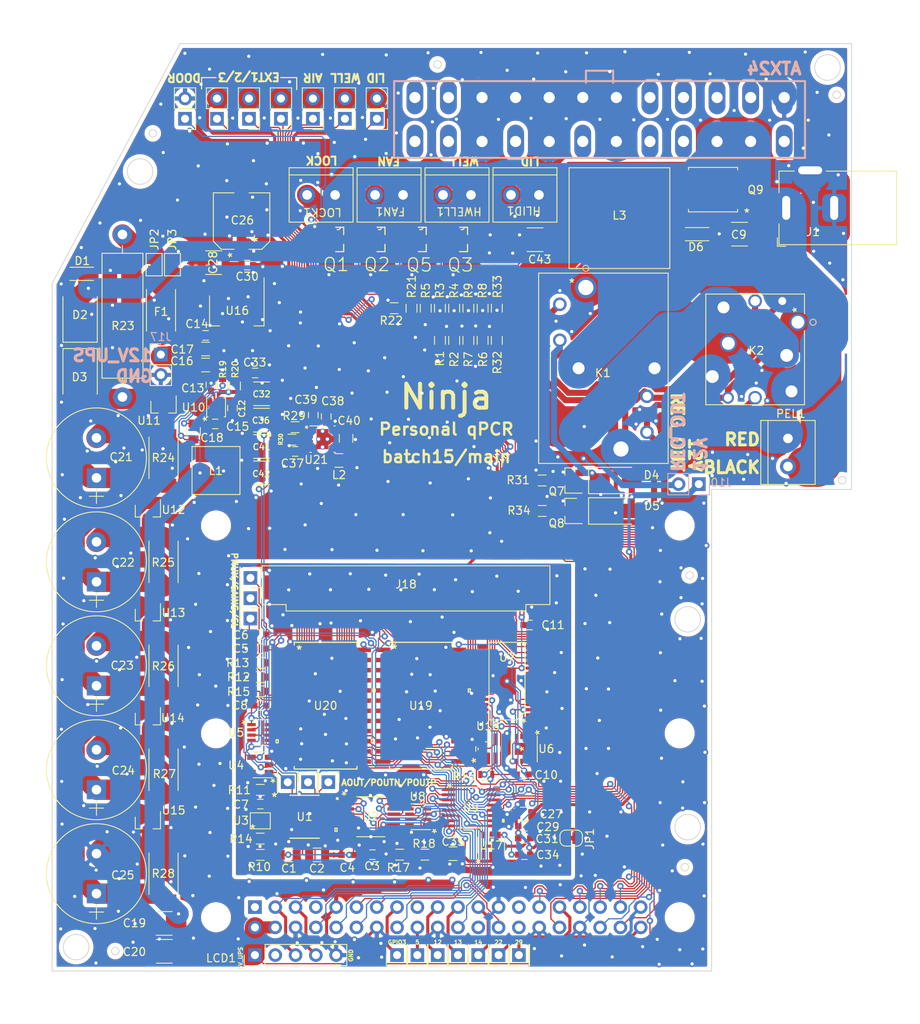
<source format=kicad_pcb>
(kicad_pcb (version 20211014) (generator pcbnew)
  (layers (0 "F.Cu" signal) (31 "B.Cu" signal) (34 "B.Paste" user) (35 "F.Paste" user) (36 "B.SilkS" user "B.Silkscreen") (37 "F.SilkS" user "F.Silkscreen") (38 "B.Mask" user) (39 "F.Mask" user) (44 "Edge.Cuts" user))
  (net 0 "")
  (net 1 "Net-(C1-Pad1)")
  (net 2 "GND")
  (net 3 "Net-(C2-Pad1)")
  (net 4 "GNDA")
  (net 5 "3V3D")
  (net 6 "3V3A")
  (net 7 "PD_MUX_OUT")
  (net 8 "/Photo/GAIN_LARGE")
  (net 9 "/Photo/GAIN_SMALL")
  (net 10 "/Photo/AMP_OUT")
  (net 11 "-1V")
  (net 12 "5V_UPS")
  (net 13 "/5V_UPS/SS")
  (net 14 "12V_UPS")
  (net 15 "Net-(C22-Pad2)")
  (net 16 "/5V_UPS/FB")
  (net 17 "12V")
  (net 18 "Net-(D2-Pad1)")
  (net 19 "Net-(FAN1-Pad2)")
  (net 20 "Net-(HLID1-Pad2)")
  (net 21 "Net-(HWELL1-Pad2)")
  (net 22 "PD_TH2")
  (net 23 "THERM_R_SWITCH")
  (net 24 "MUX_SELECT")
  (net 25 "/GPIO13")
  (net 26 "/FAN")
  (net 27 "MUX_S3")
  (net 28 "/GPIO22")
  (net 29 "/GPIO5")
  (net 30 "DLOCK")
  (net 31 "DOPEN")
  (net 32 "/WELL_HEATER")
  (net 33 "PD_TH1")
  (net 34 "/GPIO12")
  (net 35 "MUX_S2")
  (net 36 "/LID_HEATER")
  (net 37 "MUX_S1")
  (net 38 "VIN_SENSE")
  (net 39 "/GPIO14")
  (net 40 "I2C_SCL")
  (net 41 "MUX_S0")
  (net 42 "/GPIO3")
  (net 43 "I2C_SDA")
  (net 44 "/Photo/PHOTO_OUT_P")
  (net 45 "/Photo/PHOTO_OUT_N")
  (net 46 "THERM_MUX_OUT")
  (net 47 "N_LED_OUT8")
  (net 48 "N_LED_OUT7")
  (net 49 "N_LED_OUT6")
  (net 50 "N_LED_OUT5")
  (net 51 "N_LED_OUT4")
  (net 52 "N_LED_OUT3")
  (net 53 "N_LED_OUT2")
  (net 54 "N_LED_OUT1")
  (net 55 "S_LED_OUT1")
  (net 56 "S_LED_OUT2")
  (net 57 "S_LED_OUT3")
  (net 58 "S_LED_OUT4")
  (net 59 "S_LED_OUT5")
  (net 60 "S_LED_OUT6")
  (net 61 "S_LED_OUT7")
  (net 62 "S_LED_OUT8")
  (net 63 "Net-(Q1-Pad1)")
  (net 64 "Net-(Q2-Pad1)")
  (net 65 "Net-(Q3-Pad1)")
  (net 66 "Net-(Q5-Pad1)")
  (net 67 "Net-(R11-Pad1)")
  (net 68 "Net-(R14-Pad1)")
  (net 69 "/Photo/AMP_GAIN_SW")
  (net 70 "Net-(R16-Pad1)")
  (net 71 "THERM_AIR")
  (net 72 "THERM_EXT1")
  (net 73 "THERM_EXT2")
  (net 74 "THERM_EXT3")
  (net 75 "THERM_LID")
  (net 76 "THERM_WELL")
  (net 77 "CLKIN")
  (net 78 "/PhotoLED/LED_IREF")
  (net 79 "Net-(C13-Pad2)")
  (net 80 "Net-(C15-Pad2)")
  (net 81 "Net-(C15-Pad1)")
  (net 82 "Net-(C21-Pad1)")
  (net 83 "Net-(C21-Pad2)")
  (net 84 "Net-(C23-Pad2)")
  (net 85 "Net-(C24-Pad2)")
  (net 86 "Net-(C34-Pad1)")
  (net 87 "Net-(C37-Pad1)")
  (net 88 "Net-(C39-Pad1)")
  (net 89 "Net-(C40-Pad1)")
  (net 90 "Net-(C40-Pad2)")
  (net 91 "/PhotoMUX/S_PD_OUT16")
  (net 92 "/PhotoMUX/S_PD_OUT15")
  (net 93 "/PhotoMUX/S_PD_OUT14")
  (net 94 "/PhotoMUX/S_PD_OUT13")
  (net 95 "/PhotoMUX/S_PD_OUT12")
  (net 96 "/PhotoMUX/S_PD_OUT11")
  (net 97 "/PhotoMUX/S_PD_OUT10")
  (net 98 "/PhotoMUX/S_PD_OUT9")
  (net 99 "/PhotoMUX/S_PD_OUT8")
  (net 100 "/PhotoMUX/S_PD_OUT7")
  (net 101 "/PhotoMUX/S_PD_OUT6")
  (net 102 "/PhotoMUX/S_PD_OUT5")
  (net 103 "/PhotoMUX/S_PD_OUT4")
  (net 104 "/PhotoMUX/S_PD_OUT3")
  (net 105 "/PhotoMUX/S_PD_OUT2")
  (net 106 "/PhotoMUX/S_PD_OUT1")
  (net 107 "/PhotoMUX/N_PD_OUT1")
  (net 108 "/PhotoMUX/N_PD_OUT2")
  (net 109 "/PhotoMUX/N_PD_OUT3")
  (net 110 "/PhotoMUX/N_PD_OUT4")
  (net 111 "/PhotoMUX/N_PD_OUT5")
  (net 112 "/PhotoMUX/N_PD_OUT6")
  (net 113 "/PhotoMUX/N_PD_OUT7")
  (net 114 "/PhotoMUX/N_PD_OUT8")
  (net 115 "/PhotoMUX/N_PD_OUT9")
  (net 116 "/PhotoMUX/N_PD_OUT10")
  (net 117 "/PhotoMUX/N_PD_OUT11")
  (net 118 "/PhotoMUX/N_PD_OUT12")
  (net 119 "/PhotoMUX/N_PD_OUT13")
  (net 120 "/PhotoMUX/N_PD_OUT14")
  (net 121 "/PhotoMUX/N_PD_OUT15")
  (net 122 "/PhotoMUX/N_PD_OUT16")
  (net 123 "Net-(R17-Pad2)")
  (net 124 "Net-(R18-Pad2)")
  (net 125 "Net-(R29-Pad1)")
  (net 126 "Net-(R29-Pad2)")
  (net 127 "/PhotoMUX/MUX_SELECT_INV")
  (net 128 "PD_REF_PWM")
  (net 129 "REG_OUT")
  (net 130 "/SheetPeltier/PEL1")
  (net 131 "/SheetPeltier/PEL3")
  (net 132 "/SheetPeltier/PEL_RED")
  (net 133 "/SheetPeltier/PEL_BLK")
  (net 134 "PEL_SWB")
  (net 135 "PEL_SWA")
  (net 136 "Net-(Q7-Pad1)")
  (net 137 "Net-(Q8-Pad1)")
  (net 138 "Net-(D6-Pad2)")
  (net 139 "PEL_PWM")
  (net 140 "Net-(Q9-Pad4)")
  (net 141 "Net-(LOCK1-Pad2)")
  (net 142 "/GPIO29")
  (footprint "Pin_Headers:Pin_Header_Straight_1x05_Pitch2.54mm" (layer "F.Cu") (at 105.37 148 90)
    (fp_text reference "LCD1")
    (fp_text value "RPI_LCD_TOUCH_7INCH")
  )
  (footprint "Ninja-qPCR:TB_SeeedOPL_320110028" (layer "F.Cu") (at 132.4 52.93 180)
    (fp_text reference "HWELL1")
    (fp_text value "Screw_Terminal_01x02")
  )
  (footprint "Pin_Headers:Pin_Header_Straight_1x01_Pitch2.54mm" (layer "F.Cu") (at 123.15 148 90)
    (fp_text reference "J3" hide)
    (fp_text value "Conn_01x01_Male")
  )
  (footprint "Pin_Headers:Pin_Header_Straight_1x01_Pitch2.54mm" (layer "F.Cu") (at 125.69 148 90)
    (fp_text reference "J4" hide)
    (fp_text value "Conn_01x01_Male")
  )
  (footprint "Pin_Headers:Pin_Header_Straight_1x01_Pitch2.54mm" (layer "F.Cu") (at 128.23 148 90)
    (fp_text reference "J5" hide)
    (fp_text value "Conn_01x01_Male")
  )
  (footprint "Pin_Headers:Pin_Header_Straight_1x01_Pitch2.54mm" (layer "F.Cu") (at 130.77 148 90)
    (fp_text reference "J6" hide)
    (fp_text value "Conn_01x01_Male")
  )
  (footprint "Pin_Headers:Pin_Header_Straight_1x01_Pitch2.54mm" (layer "F.Cu") (at 135.85 148 90)
    (fp_text reference "J8" hide)
    (fp_text value "Conn_01x01_Male")
  )
  (footprint "Pin_Headers:Pin_Header_Straight_1x02_Pitch2.54mm" (layer "F.Cu") (at 93.6 72.9)
    (fp_text reference "J17")
    (fp_text value "Conn_01x02_Male")
  )
  (footprint "Jumper:SolderJumper-2_P1.3mm_Bridged_RoundedPad1.0x1.5mm" (layer "F.Cu") (at 144.93 133.37 180)
    (fp_text reference "JP1")
    (fp_text value "SolderJumper_2_Bridged")
  )
  (footprint "TO_SOT_Packages_SMD:SOT-23" (layer "F.Cu") (at 93.936 79.45 -90)
    (fp_text reference "U11")
    (fp_text value "TL431DBZ")
  )
  (footprint "TO_SOT_Packages_SMD:SOT-23" (layer "F.Cu") (at 91.976 92.45 -90)
    (fp_text reference "U12")
    (fp_text value "TL431DBZ")
  )
  (footprint "TO_SOT_Packages_SMD:SOT-23" (layer "F.Cu") (at 91.976 105.45 -90)
    (fp_text reference "U13")
    (fp_text value "TL431DBZ")
  )
  (footprint "TO_SOT_Packages_SMD:SOT-23" (layer "F.Cu") (at 91.976 118.45 -90)
    (fp_text reference "U14")
    (fp_text value "TL431DBZ")
  )
  (footprint "TO_SOT_Packages_SMD:SOT-23" (layer "F.Cu") (at 91.976 131.45 -90)
    (fp_text reference "U15")
    (fp_text value "TL431DBZ")
  )
  (footprint "TO_SOT_Packages_SMD:SOT-223" (layer "F.Cu") (at 103.1 67.4 -90)
    (fp_text reference "U16")
    (fp_text value "CJT1117-3.3")
  )
  (footprint "Ninja-qPCR:TPS63710DRRR" (layer "F.Cu") (at 113.83 83.47)
    (fp_text reference "U21")
    (fp_text value "TPS63710DRRR" hide)
  )
  (footprint "Ninja-qPCR:CP_Radial_D12.5mm_P5.00mm" (layer "F.Cu") (at 85.546 101.32 90)
    (fp_text reference "C22")
    (fp_text value "10F2.7V" hide)
  )
  (footprint "Ninja-qPCR:CP_Radial_D12.5mm_P5.00mm" (layer "F.Cu") (at 85.546 114.32 90)
    (fp_text reference "C23")
    (fp_text value "10F2.7V" hide)
  )
  (footprint "Ninja-qPCR:CP_Radial_D12.5mm_P5.00mm" (layer "F.Cu") (at 85.546 127.32 90)
    (fp_text reference "C24")
    (fp_text value "10F2.7V" hide)
  )
  (footprint "Pin_Headers:Pin_Header_Straight_1x01_Pitch2.54mm" (layer "F.Cu") (at 138.39 148 90)
    (fp_text reference "J9" hide)
    (fp_text value "Conn_01x01_Male")
  )
  (footprint "Ninja-qPCR:CP_Radial_D12.5mm_P5.00mm" (layer "F.Cu") (at 85.546 140.32 90)
    (fp_text reference "C25")
    (fp_text value "10F2.7V" hide)
  )
  (footprint "Ninja-qPCR:AP2210K-3.3TRG1" (layer "F.Cu") (at 134.91 134.24 90)
    (fp_text reference "U17")
    (fp_text value "AP2210K-3.3TRG1" hide)
  )
  (footprint "Capacitors_SMD:C_1210" (layer "F.Cu") (at 94.03 147.53)
    (fp_text reference "C20")
    (fp_text value "22uF")
  )
  (footprint "Capacitors_SMD:C_0805" (layer "F.Cu") (at 139.06 130.36 180)
    (fp_text reference "C27")
    (fp_text value "4.7uF")
  )
  (footprint "Capacitors_SMD:C_0603" (layer "F.Cu") (at 139.06 131.884 180)
    (fp_text reference "C29")
    (fp_text value "0.1uF")
  )
  (footprint "Capacitors_SMD:C_0603" (layer "F.Cu") (at 104.4 61.7)
    (fp_text reference "C30")
    (fp_text value "0.1uF")
  )
  (footprint "Capacitors_SMD:C_0603" (layer "F.Cu") (at 139.06 133.408 180)
    (fp_text reference "C31")
    (fp_text value "0.01uF")
  )
  (footprint "Capacitors_SMD:C_0603" (layer "F.Cu") (at 105.4 75.2 180)
    (fp_text reference "C33")
    (fp_text value "0.1uF")
  )
  (footprint "Capacitors_SMD:C_0603" (layer "F.Cu") (at 110.4 85.01 180)
    (fp_text reference "C37")
    (fp_text value "1uF")
  )
  (footprint "Capacitors_SMD:C_0603" (layer "F.Cu") (at 114.29 80.64 90)
    (fp_text reference "C38")
    (fp_text value "1uF")
  )
  (footprint "Capacitors_SMD:C_0603" (layer "F.Cu") (at 112.67 80.47 90)
    (fp_text reference "C39")
    (fp_text value "1uF")
  )
  (footprint "Capacitors_SMD:C_0805" (layer "F.Cu") (at 116.77 83.38 -90)
    (fp_text reference "C40")
    (fp_text value "10uF")
  )
  (footprint "Capacitors_SMD:C_1210" (layer "F.Cu") (at 106.2 84.4 180)
    (fp_text reference "C41")
    (fp_text value "22uF")
  )
  (footprint "Diodes_SMD:D_SMB" (layer "F.Cu") (at 83.5 67.8 90)
    (fp_text reference "D2")
    (fp_text value "D")
  )
  (footprint "Diodes_SMD:D_SMB" (layer "F.Cu") (at 83.5 75.7 -90)
    (fp_text reference "D3")
    (fp_text value "D")
  )
  (footprint "Capacitors_SMD:C_0805" (layer "F.Cu") (at 115.88 86.14 180)
    (fp_text reference "L2")
    (fp_text value "2.2uH")
  )
  (footprint "Resistors_SMD:R_2512" (layer "F.Cu") (at 93.936 85.82 -90)
    (fp_text reference "R24")
    (fp_text value "1k2W")
  )
  (footprint "Resistors_SMD:R_2512" (layer "F.Cu") (at 93.936 98.82 -90)
    (fp_text reference "R25")
    (fp_text value "1k2W")
  )
  (footprint "Resistors_SMD:R_2512" (layer "F.Cu") (at 93.936 111.82 -90)
    (fp_text reference "R26")
    (fp_text value "1k2W")
  )
  (footprint "Resistors_SMD:R_2512" (layer "F.Cu") (at 93.936 124.82 -90)
    (fp_text reference "R27")
    (fp_text value "1k2W")
  )
  (footprint "Resistors_SMD:R_2512" (layer "F.Cu") (at 93.936 137.82 -90)
    (fp_text reference "R28")
    (fp_text value "1k2W")
  )
  (footprint "Capacitors_SMD:C_0603" (layer "F.Cu") (at 139.06 135.44)
    (fp_text reference "C34")
    (fp_text value "100pF")
  )
  (footprint "Resistors_SMD:R_2512" (layer "F.Cu") (at 93.62 67.36 -90)
    (fp_text reference "F1")
    (fp_text value "Fuse")
  )
  (footprint "Jumper:SolderJumper-2_P1.3mm_Open_TrianglePad1.0x1.5mm" (layer "F.Cu") (at 92.76 61.65 -90)
    (fp_text reference "JP2")
    (fp_text value "Jumper")
  )
  (footprint "Jumper:SolderJumper-2_P1.3mm_Open_TrianglePad1.0x1.5mm" (layer "F.Cu") (at 95.05 61.65 -90)
    (fp_text reference "JP3")
    (fp_text value "Jumper")
  )
  (footprint "Ninja-qPCR:VLS6045EX-3R3N" (layer "F.Cu") (at 100.5 87.4 90)
    (fp_text reference "L1")
    (fp_text value "3.3uH" hide)
  )
  (footprint "Capacitors_SMD:C_0603" (layer "F.Cu") (at 99.87 76.68 -90)
    (fp_text reference "C13")
    (fp_text value "1uF")
  )
  (footprint "Capacitors_SMD:C_0603" (layer "F.Cu") (at 99.2 70.5 180)
    (fp_text reference "C14")
    (fp_text value "0.1uF")
  )
  (footprint "Capacitors_SMD:C_0805" (layer "F.Cu") (at 99.2 72.2 180)
    (fp_text reference "C17")
    (fp_text value "10uF")
  )
  (footprint "Capacitors_SMD:C_1210" (layer "F.Cu") (at 94.01 144.04)
    (fp_text reference "C19")
    (fp_text value "22uF")
  )
  (footprint "Capacitors_SMD:C_1210" (layer "F.Cu") (at 106.2 87.7 180)
    (fp_text reference "C42")
    (fp_text value "22uF")
  )
  (footprint "Resistors_SMD:R_0603" (layer "F.Cu") (at 110 83.54 180)
    (fp_text reference "R30")
    (fp_text value "150k")
  )
  (footprint "Ninja-qPCR:CP_Radial_D12.5mm_P5.00mm" (layer "F.Cu") (at 85.546 88.32 90)
    (fp_text reference "C21")
    (fp_text value "10F2.7V" hide)
  )
  (footprint "Resistors_SMD:R_0603" (layer "F.Cu") (at 110.4 81.98 180)
    (fp_text reference "R29")
    (fp_text value "39k")
  )
  (footprint "Ninja-qPCR:TB_SeeedOPL_320110028" (layer "F.Cu") (at 140.9 52.93 180)
    (fp_text reference "HLID1")
    (fp_text value "Screw_Terminal_01x02")
  )
  (footprint "Ninja-qPCR:TB_SeeedOPL_320110028" (layer "F.Cu") (at 123.9 52.93 180)
    (fp_text reference "FAN1")
    (fp_text value "Screw_Terminal_01x02")
  )
  (footprint "Pin_Headers:Pin_Header_Straight_1x01_Pitch2.54mm" (layer "F.Cu") (at 133.31 148 90)
    (fp_text reference "J7" hide)
    (fp_text value "Conn_01x01_Male")
  )
  (footprint "Diodes_SMD:D_SMA" (layer "F.Cu") (at 150.51 88.646)
    (fp_text reference "D4")
    (fp_text value "DIODE")
  )
  (footprint "Diodes_SMD:D_SMA" (layer "F.Cu") (at 150.51 92.456)
    (fp_text reference "D5")
    (fp_text value "DIODE")
  )
  (footprint "TO_SOT_Packages_SMD:SOT-23" (layer "F.Cu") (at 144.91 88.646 180)
    (fp_text reference "Q7")
    (fp_text value "Q_NPN_BCE")
  )
  (footprint "TO_SOT_Packages_SMD:SOT-23" (layer "F.Cu") (at 144.91 92.456 180)
    (fp_text reference "Q8")
    (fp_text value "Q_NPN_BCE")
  )
  (footprint "Resistors_SMD:R_0603" (layer "F.Cu") (at 141.3 88.646 180)
    (fp_text reference "R31")
    (fp_text value "10k")
  )
  (footprint "Resistors_SMD:R_0603" (layer "F.Cu") (at 141.3 92.456)
    (fp_text reference "R34")
    (fp_text value "10k")
  )
  (footprint "Capacitors_SMD:C_0805" (layer "F.Cu") (at 130.16 135.32)
    (fp_text reference "C35")
    (fp_text value "4.7uF")
  )
  (footprint "Ninja-qPCR:CD74HC4067M96" (layer "F.Cu") (at 114.212 116.81)
    (fp_text reference "U20")
    (fp_text value "CD74HC4067M96" hide)
  )
  (footprint "Ninja-qPCR:MCP4551T-104E&slash_MF" (layer "F.Cu") (at 139.06 122.21 -90)
    (fp_text reference "U6")
    (fp_text value "MCP4551T-503E/MS" hide)
  )
  (footprint "Ninja-qPCR:CD74HC4067M96" (layer "F.Cu") (at 126.13 116.81)
    (fp_text reference "U19")
    (fp_text value "CD74HC4067M96" hide)
  )
  (footprint "Capacitors_SMD:C_0603" (layer "F.Cu") (at 106.04 116.792 180)
    (fp_text reference "C8")
    (fp_text value "0.1uF")
  )
  (footprint "Capacitors_SMD:C_0603" (layer "F.Cu") (at 139.73 106.72 180)
    (fp_text reference "C11")
    (fp_text value "0.1uF")
  )
  (footprint "Capacitors_SMD:C_0603" (layer "F.Cu") (at 106.04 107.902)
    (fp_text reference "C6")
    (fp_text value "22pF")
  )
  (footprint "Capacitors_SMD:C_0603" (layer "F.Cu") (at 106.04 109.68)
    (fp_text reference "C5")
    (fp_text value "22pF")
  )
  (footprint "Capacitors_SMD:C_0603" (layer "F.Cu") (at 116.95 135.48)
    (fp_text reference "C4")
    (fp_text value "0.1uF")
  )
  (footprint "Capacitors_SMD:C_0603" (layer "F.Cu") (at 120.07 135.44 180)
    (fp_text reference "C3")
    (fp_text value "0.1uF")
  )
  (footprint "Capacitors_SMD:C_0805" (layer "F.Cu") (at 109.596 135.468 180)
    (fp_text reference "C1")
    (fp_text value "4.7uF")
  )
  (footprint "Pin_Headers:Pin_Header_Straight_1x01_Pitch2.54mm" (layer "F.Cu") (at 104.81 100.83 -90)
    (fp_text reference "J13" hide)
    (fp_text value "Conn_01x01_Male")
  )
  (footprint "Pin_Headers:Pin_Header_Straight_1x01_Pitch2.54mm" (layer "F.Cu") (at 104.81 103.37 -90)
    (fp_text reference "J12" hide)
    (fp_text value "Conn_01x01_Male")
  )
  (footprint "TO_SOT_Packages_SMD:SOT-23-8" (layer "F.Cu") (at 125.8 130.7 180)
    (fp_text reference "U8")
    (fp_text value "TS12A12511DCNR")
  )
  (footprint "TO_SOT_Packages_SMD:SOT-23-8" (layer "F.Cu") (at 106.04 120.16)
    (fp_text reference "U5")
    (fp_text value "TS12A12511DCNR")
  )
  (footprint "TO_SOT_Packages_SMD:SOT-23-5" (layer "F.Cu") (at 106.04 124.21 180)
    (fp_text reference "U4")
    (fp_text value "LMP7717MF_NOPB")
  )
  (footprint "Capacitors_SMD:C_0805" (layer "F.Cu") (at 113.152 135.468)
    (fp_text reference "C2")
    (fp_text value "4.7uF")
  )
  (footprint "Ninja-qPCR:ASDK-32.768KHZ-LRT" (layer "F.Cu") (at 106.04 131.21)
    (fp_text reference "U3")
    (fp_text value "COM1305-0.032768-EXT-T-TR")
  )
  (footprint "Capacitors_SMD:C_0603" (layer "F.Cu") (at 106.04 129.118)
    (fp_text reference "C7")
    (fp_text value "0.1uF")
  )
  (footprint "Resistors_SMD:R_0603" (layer "F.Cu") (at 106.04 133.436 180)
    (fp_text reference "R14")
    (fp_text value "10k")
  )
  (footprint "Resistors_SMD:R_0603" (layer "F.Cu") (at 106.04 135.468 180)
    (fp_text reference "R10")
    (fp_text value "10k")
  )
  (footprint "Ninja-qPCR:ADA2200ARUZ" (layer "F.Cu") (at 111.58 130.7)
    (fp_text reference "U1")
    (fp_text value "ADA2200ARUZ" hide)
  )
  (footprint "Pin_Headers:Pin_Header_Straight_1x01_Pitch2.54mm" (layer "F.Cu") (at 109.5 126.38 -90)
    (fp_text reference "J16" hide)
    (fp_text value "Conn_01x01_Male")
  )
  (footprint "Ninja-qPCR:ADS122C04IPWR" (layer "F.Cu") (at 119.86 130.7)
    (fp_text reference "U2")
    (fp_text value "ADS122C04IPWR")
  )
  (footprint "Pin_Headers:Pin_Header_Straight_1x01_Pitch2.54mm" (layer "F.Cu") (at 114.556 126.38 -90)
    (fp_text reference "J15" hide)
    (fp_text value "Conn_01x01_Male")
  )
  (footprint "Pin_Headers:Pin_Header_Straight_1x01_Pitch2.54mm" (layer "F.Cu") (at 112.016 126.38 -90)
    (fp_text reference "J14" hide)
    (fp_text value "Conn_01x01_Male")
  )
  (footprint "Ninja-qPCR:SN74LVC1GU04DBVR" (layer "F.Cu") (at 134.52 122.21 90)
    (fp_text reference "U18")
    (fp_text value "SN74LVC1GU04DCKR" hide)
  )
  (footprint "Resistors_SMD:R_0603" (layer "F.Cu") (at 106.04 113.236 180)
    (fp_text reference "R12")
    (fp_text value "10M")
  )
  (footprint "Resistors_SMD:R_0603" (layer "F.Cu") (at 106.04 127.34 180)
    (fp_text reference "R11")
    (fp_text value "10k")
  )
  (footprint "Resistors_SMD:R_0603" (layer "F.Cu") (at 106.04 115.014)
    (fp_text reference "R15")
    (fp_text value "10k")
  )
  (footprint "Resistors_SMD:R_0603" (layer "F.Cu") (at 106.04 111.458 180)
    (fp_text reference "R13")
    (fp_text value "1M")
  )
  (footprint "Resistors_SMD:R_0603" (layer "F.Cu") (at 123.47 135.44)
    (fp_text reference "R17")
    (fp_text value "10k_HP")
  )
  (footprint "Resistors_SMD:R_0603" (layer "F.Cu") (at 126.63 135.44)
    (fp_text reference "R18")
    (fp_text value "47k_HP")
  )
  (footprint "Ninja-qPCR:SN74LV4051APWR" (layer "F.Cu") (at 132.4 129.57)
    (fp_text reference "U9")
    (fp_text value "SN74LV4051APWR" hide)
  )
  (footprint "Ninja-qPCR:FFC_60_Ali_HUISHUNFA" (layer "F.Cu") (at 139.02 104.34 180)
    (fp_text reference "J18")
    (fp_text value "Conn_01x60_Male")
  )
  (footprint "Ninja-qPCR:PCA9955B" (layer "F.Cu") (at 136.903532 113.74 90)
    (fp_text reference "U7")
    (fp_text value "PCA9955B" hide)
  )
  (footprint "Ninja-qPCR:TB_SeeedOPL_320110028" (layer "F.Cu") (at 172.05 83.39 -90)
    (fp_text reference "PEL1")
    (fp_text value "Screw_Terminal_01x02")
  )
  (footprint "Ninja-qPCR:EX2-2U1S" (layer "F.Cu") (at 173.29 68.85 -90)
    (fp_text reference "K2")
    (fp_text value "EX2-2U1S" hide)
  )
  (footprint "Ninja-qPCR:EP2-3L3SAb" (layer "F.Cu") (at 146.76 64.51 -90)
    (fp_text reference "K1")
    (fp_text value "EP2-3L3SAb" hide)
  )
  (footprint "Ninja-qPCR:35TZV100M6.3X8" (layer "F.Cu") (at 103.7 56.2 90)
    (fp_text reference "C26")
    (fp_text value "100uF" hide)
  )
  (footprint "Ninja-qPCR:SOT95P240X112-3N" (layer "F.Cu") (at 126.09 58.5)
    (fp_text reference "Q5")
    (fp_text value "Q_NMOS_GSD")
  )
  (footprint "Ninja-qPCR:SOT95P240X112-3N" (layer "F.Cu") (at 131.255 58.5)
    (fp_text reference "Q3")
    (fp_text value "Q_NMOS_GSD")
  )
  (footprint "Ninja-qPCR:SOT95P240X112-3N" (layer "F.Cu") (at 120.925 58.5)
    (fp_text reference "Q2")
    (fp_text value "Q_NMOS_GSD")
  )
  (footprint "Ninja-qPCR:SOT95P240X112-3N" (layer "F.Cu") (at 115.76 58.5)
    (fp_text reference "Q1")
    (fp_text value "Q_NMOS_GSD")
  )
  (footprint "Ninja-qPCR:MSS1P3L-M3&slash_89A" (layer "F.Cu") (at 83.7 62.8 180)
    (fp_text reference "D1")
    (fp_text value "D_Schottky" hide)
  )
  (footprint "Connector_BarrelJack:BarrelJack_Horizontal" (layer "F.Cu") (at 171.829 54.5512 180)
    (fp_text reference "J1")
    (fp_text value "Barrel_Jack_Switch")
  )
  (footprint "Ninja-qPCR:BD9D323QWZ-E2" (layer "F.Cu") (at 100.51 79.5 90)
    (fp_text reference "U10")
    (fp_text value "BD9D323QWZ-E2" hide)
  )
  (footprint "Capacitors_SMD:C_0805" (layer "F.Cu") (at 97.69 82.52 -90)
    (fp_text reference "C18")
    (fp_text value "DNP")
  )
  (footprint "Capacitors_SMD:C_0603" (layer "F.Cu") (at 100.41 81.57 180)
    (fp_text reference "C15")
    (fp_text value "0.1uF")
  )
  (footprint "Resistors_SMD:R_0603" (layer "F.Cu") (at 102.87 76.82 90)
    (fp_text reference "R20")
    (fp_text value "10k")
  )
  (footprint "Resistors_SMD:R_0603" (layer "F.Cu") (at 101.32 76.83 -90)
    (fp_text reference "R19")
    (fp_text value "56k")
  )
  (footprint "Capacitors_SMD:C_0603" (layer "F.Cu") (at 102.56 79.59 90)
    (fp_text reference "C12")
    (fp_text value "1000pF")
  )
  (footprint "Ninja-qPCR:MSS1P3L-M3&slash_89A" (layer "F.Cu") (at 160.69 57.84 180)
    (fp_text reference "D6")
    (fp_text value "D_Schottky" hide)
  )
  (footprint "Ninja-qPCR:PowerPAK_SO-8_Long" (layer "F.Cu") (at 162.68 52.27 180)
    (fp_text reference "Q9")
    (fp_text value "SIRA88BDP-T1-GE3" hide)
  )
  (footprint "Capacitors_SMD:C_1210" (layer "F.Cu") (at 165.99 57.84)
    (fp_text reference "C9")
    (fp_text value "22uF")
  )
  (footprint "Capacitors_SMD:C_1210" (layer "F.Cu") (at 140.41 58.53)
    (fp_text reference "C43")
    (fp_text value "22uF")
  )
  (footprint "Ninja-qPCR:SRP1265C" (layer "F.Cu") (at 150.97 55.83 180)
    (fp_text reference "L3")
    (fp_text value "SRP1265C-220M")
  )
  (footprint "Ninja-qPCR:TB_SeeedOPL_320110028" (layer "F.Cu") (at 115.4 52.93 180)
    (fp_text reference "LOCK1")
    (fp_text value "Conn_01x02_Male")
  )
  (footprint "Pin_Headers:Pin_Header_Straight_1x02_Pitch2.54mm" (layer "F.Cu") (at 116.62549 43.41 180)
    (fp_text reference "TWELL1" hide)
    (fp_text value "Conn_01x02_Male")
  )
  (footprint "Pin_Headers:Pin_Header_Straight_1x02_Pitch2.54mm" (layer "F.Cu") (at 120.62549 43.41 180)
    (fp_text reference "TLID1" hide)
    (fp_text value "Conn_01x02_Male")
  )
  (footprint "Pin_Headers:Pin_Header_Straight_1x02_Pitch2.54mm" (layer "F.Cu") (at 100.62549 43.41 180)
    (fp_text reference "TEXT3" hide)
    (fp_text value "Conn_01x02_Male")
  )
  (footprint "Pin_Headers:Pin_Header_Straight_1x02_Pitch2.54mm" (layer "F.Cu") (at 104.62549 43.41 180)
    (fp_text reference "TEXT2" hide)
    (fp_text value "Conn_01x02_Male")
  )
  (footprint "Pin_Headers:Pin_Header_Straight_1x02_Pitch2.54mm" (layer "F.Cu") (at 108.62549 43.41 180)
    (fp_text reference "TEXT1" hide)
    (fp_text value "Conn_01x02_Male")
  )
  (footprint "Pin_Headers:Pin_Header_Straight_1x02_Pitch2.54mm" (layer "F.Cu") (at 112.62549 43.41 180)
    (fp_text reference "TAIR1" hide)
    (fp_text value "Conn_01x02_Male")
  )
  (footprint "Pin_Headers:Pin_Header_Straight_1x02_Pitch2.54mm" (layer "F.Cu") (at 96.62549 43.41 180)
    (fp_text reference "SW1" hide)
    (fp_text value "SW_Reed")
  )
  (footprint "Resistors_SMD:R_0603" (layer "F.Cu") (at 135.628 67.1 -90)
    (fp_text reference "R33")
    (fp_text value "47k")
  )
  (footprint "Resistors_SMD:R_0603" (layer "F.Cu") (at 124.96 67.1 -90)
    (fp_text reference "R21")
    (fp_text value "47k")
  )
  (footprint "Resistors_SMD:R_0603" (layer "F.Cu") (at 132.072 67.1 90)
    (fp_text reference "R9")
    (fp_text value "47k")
  )
  (footprint "Resistors_SMD:R_0603" (layer "F.Cu") (at 133.85 67.1 90)
    (fp_text reference "R8")
    (fp_text value "47k")
  )
  (footprint "Resistors_SMD:R_0603" (layer "F.Cu") (at 126.738 67.1 90)
    (fp_text reference "R5")
    (fp_text value "47k")
  )
  (footprint "Resistors_SMD:R_0603" (layer "F.Cu") (at 128.516 67.1 90)
    (fp_text reference "R3")
    (fp_text value "47k")
  )
  (footprint "Resistors_SMD:R_0603" (layer "F.Cu") (at 130.294 67.1 90)
    (fp_text reference "R4")
    (fp_text value "47k")
  )
  (footprint "Resistors_SMD:R_0603" (layer "F.Cu") (at 135.628 71.13 -90)
    (fp_text reference "R32")
    (fp_text value "150")
  )
  (footprint "Resistors_SMD:R_0603" (layer "F.Cu") (at 122.79 67.1 180)
    (fp_text reference "R22")
    (fp_text value "10k")
  )
  (footprint "Resistors_SMD:R_0603" (layer "F.Cu") (at 132.072 71.13 -90)
    (fp_text reference "R7")
    (fp_text value "150")
  )
  (footprint "Resistors_SMD:R_0603" (layer "F.Cu") (at 133.85 71.13 -90)
    (fp_text reference "R6")
    (fp_text value "150")
  )
  (footprint "Resistors_SMD:R_0603" (layer "F.Cu") (at 130.294 71.13 -90)
    (fp_text reference "R2")
    (fp_text value "150")
  )
  (footprint "Resistors_SMD:R_0603" (layer "F.Cu") (at 128.516 71.13 -90)
    (fp_text reference "R1")
    (fp_text value "150")
  )
  (footprint "Resistors_SMD:R_0603" (layer "F.Cu") (at 134.31 125.41)
    (fp_text reference "R16")
    (fp_text value "47k")
  )
  (footprint "Capacitors_SMD:C_0603" (layer "F.Cu") (at 138.85 125.41)
    (fp_text reference "C10")
    (fp_text value "0.1uF")
  )
  (footprint "Resistors_ThroughHole:R_Axial_DIN0516_L15.5mm_D5.0mm_P20.32mm_Horizontal" (layer "F.Cu") (at 88.8 78.2 90)
    (fp_text reference "R23")
    (fp_text value "8.2Ω 3W")
  )
  (footprint "Capacitors_SMD:C_1210" (layer "F.Cu") (at 100.2 61.4 180)
    (fp_text reference "C28")
    (fp_text value "22uF")
  )
  (footprint "Capacitors_SMD:C_1210" (layer "F.Cu") (at 106.2 81.1 180)
    (fp_text reference "C36")
    (fp_text value "22uF")
  )
  (footprint "Capacitors_SMD:C_1210" (layer "F.Cu") (at 106.2 77.8 180)
    (fp_text reference "C32")
    (fp_text value "22uF")
  )
  (footprint "Pin_Headers:Pin_Header_Straight_1x01_Pitch2.54mm" (layer "F.Cu") (at 104.81 105.91 -90)
    (fp_text reference "J11" hide)
    (fp_text value "Conn_01x01_Male")
  )
  (footprint "Capacitors_SMD:C_0805" (layer "F.Cu") (at 99.2 74.2 180)
    (fp_text reference "C16")
    (fp_text value "10uF")
  )
  (footprint "Ninja-qPCR:Raspberry_Pi_3A+_3B+_4B_Zero_FaceDown_HDMI-R-NOSILK" (layer "F.Cu") (at 105.37 142 90)
    (fp_text reference "J2" hide)
    (fp_text value "Raspberry_Pi_3A_Plus_wpi")
  )
  (footprint "Ninja-qPCR:ATX24" (layer "B.Cu") (at 148.48 43.4964 180)
    (fp_text reference "J19" hide)
    (fp_text value "Conn_01x24_Male" hide)
  )
  (footprint "Pin_Headers:Pin_Header_Straight_1x02_Pitch2.54mm" (layer "B.Cu") (at 160.9 89.1 90)
    (fp_text reference "J10")
    (fp_text value "Conn_01x02_Male")
  )
  (gr_poly (pts (xy 101.89 79.1) (xy 102.23 79.56) (xy 102.79 79.68) (xy 102.79 80.42) (xy 101.94 80.53) (xy 101.02 80.53) (xy 101.02 79.94) (xy 100.94 79.85) (xy 100.77 79.85) (xy 100.77 79.1)) (layer "F.Cu") (width 0.1) (fill solid))
  (gr_poly (pts (xy 102.91 78.29) (xy 102.91 79.25) (xy 102.28 79.25) (xy 102.02 78.92) (xy 101.02 78.92) (xy 101.02 78.29)) (layer "F.Cu") (width 0.1) (fill solid))
  (gr_poly (pts (xy 99.87 78.3) (xy 100.01 78.5) (xy 100.01 80.55) (xy 99.87 80.68) (xy 98.18 80.68) (xy 98.18 78.3)) (layer "F.Cu") (width 0.1) (fill solid))
  (gr_poly (pts (xy 99.64 80.96) (xy 100.26 80.96) (xy 100.26 80.13) (xy 100.35 80.13) (xy 100.35 81.02) (xy 100.02 81.35) (xy 99.35 81.35)) (layer "F.Cu") (width 0.1) (fill solid))
  (gr_poly (pts (xy 100.36 77.68) (xy 100.37 78.89) (xy 100.25 78.89) (xy 100.25 78.21) (xy 99.89 77.68)) (layer "F.Cu") (width 0.1) (fill solid))
  (gr_poly (pts (xy 101.13 77.69) (xy 100.78 78.02) (xy 100.76 78.83) (xy 100.66 78.83) (xy 100.66 77.69)) (layer "F.Cu") (width 0.1) (fill solid))
  (gr_poly (pts (xy 115.1 83.7) (xy 114.7 84.1) (xy 114.5 84.1) (xy 114.5 82.8) (xy 114.7 82.8) (xy 115.1 83.2) (xy 115.3 83.2) (xy 115.3 83.7)) (layer "F.Cu") (width 0.1) (fill solid))
  (gr_poly (pts (xy 100.78 80.67) (xy 100.87 80.77) (xy 101.39 80.77) (xy 101.6 80.96) (xy 101.6 81.82) (xy 101.95 82.15) (xy 102.86 82.15) (xy 102.99 82.24) (xy 102.99 84.39) (xy 98.57 84.39) (xy 98.57 82.5) (xy 98.81 82.27) (xy 100.02 82.27) (xy 100.27 82.03) (xy 100.27 81.46) (xy 100.59 81.19) (xy 100.59 79.99) (xy 100.78 79.99)) (layer "F.Cu") (width 0.1) (fill solid))
  (gr_line (start 100.5 38.26) (end 98.7 38.26) (layer "F.SilkS") (width 0.15))
  (gr_line (start 108.6 38.26) (end 110.6 38.26) (layer "F.SilkS") (width 0.15))
  (gr_line (start 98.7 38.26) (end 98.7 39.66) (layer "F.SilkS") (width 0.15))
  (gr_line (start 110.6 38.26) (end 110.6 39.76) (layer "F.SilkS") (width 0.15))
  (gr_circle (center 83 147) (end 84.6 147) (layer "Edge.Cuts") (width 0.1) (fill none))
  (gr_circle (center 177 37) (end 178.6 37) (layer "Edge.Cuts") (width 0.1) (fill none))
  (gr_line (start 80 150) (end 162.5 150) (layer "Edge.Cuts") (width 0.1))
  (gr_circle (center 92.59 45.23) (end 93.065 45.23) (layer "Edge.Cuts") (width 0.1) (fill none))
  (gr_circle (center 87.9 147.5) (end 88.375 147.5) (layer "Edge.Cuts") (width 0.1) (fill none))
  (gr_line (start 162.5 150) (end 162.5 89.77) (layer "Edge.Cuts") (width 0.1))
  (gr_circle (center 128.21 36.61) (end 128.685 36.61) (layer "Edge.Cuts") (width 0.1) (fill none))
  (gr_line (start 162.5 89.77) (end 180 89.77) (layer "Edge.Cuts") (width 0.1))
  (gr_line (start 180 89.77) (end 180 34) (layer "Edge.Cuts") (width 0.1))
  (gr_circle (center 159.5 106) (end 161.1 106) (layer "Edge.Cuts") (width 0.1) (fill none))
  (gr_circle (center 178.14 40.41) (end 178.615 40.41) (layer "Edge.Cuts") (width 0.1) (fill none))
  (gr_circle (center 159.5 132) (end 161.1 132) (layer "Edge.Cuts") (width 0.1) (fill none))
  (gr_circle (center 178.84 88.61) (end 179.315 88.61) (layer "Edge.Cuts") (width 0.1) (fill none))
  (gr_circle (center 159.74 100.51) (end 160.215 100.51) (layer "Edge.Cuts") (width 0.1) (fill none))
  (gr_circle (center 159.14 137.01) (end 159.615 137.01) (layer "Edge.Cuts") (width 0.1) (fill none))
  (gr_circle (center 91 50) (end 92.6 50) (layer "Edge.Cuts") (width 0.1) (fill none))
  (gr_line (start 96 34) (end 180 34) (layer "Edge.Cuts") (width 0.1))
  (gr_line (start 96 34) (end 80 64) (layer "Edge.Cuts") (width 0.1))
  (gr_line (start 80 64) (end 80 150) (layer "Edge.Cuts") (width 0.1))
  (gr_text "REG_OUT" (at 158.2 82.6 270) (layer "B.SilkS") (effects (font (size 1.5 1.5) (thickness 0.375)) (justify mirror)))
  (gr_text "12V_UPS" (at 87.5 73) (layer "B.SilkS") (effects (font (size 1.5 1.5) (thickness 0.375)) (justify mirror)))
  (gr_text "GND" (at 90.3 75.6) (layer "B.SilkS") (effects (font (size 1.5 1.5) (thickness 0.375)) (justify mirror)))
  (gr_text "12V" (at 161 85.4 270) (layer "B.SilkS") (effects (font (size 1.5 1.5) (thickness 0.375)) (justify mirror)))
  (gr_text "ATX24" (at 170.33 37.14) (layer "B.SilkS") (effects (font (size 1.5 1.5) (thickness 0.375)) (justify mirror)))
  (gr_text "batch15/main" (at 129.31 85.67) (layer "F.SilkS") (effects (font (size 1.5 1.5) (thickness 0.3))))
  (gr_text "*" (at 111.59 81.98 270) (layer "F.SilkS") (effects (font (size 0.762 0.762) (thickness 0.127))))
  (gr_text "5V_UPS" (at 103.57 148.4 90) (layer "F.SilkS") (effects (font (size 0.508 0.508) (thickness 0.127))))
  (gr_text "GPIO3" (at 123.15 146.4) (layer "F.SilkS") (effects (font (size 0.508 0.508) (thickness 0.127))))
  (gr_text "5" (at 125.69 146.4) (layer "F.SilkS") (effects (font (size 0.508 0.508) (thickness 0.127))))
  (gr_text "12" (at 128.23 146.4) (layer "F.SilkS") (effects (font (size 0.508 0.508) (thickness 0.127))))
  (gr_text "13" (at 130.77 146.4) (layer "F.SilkS") (effects (font (size 0.508 0.508) (thickness 0.127))))
  (gr_text "14" (at 133.31 146.4) (layer "F.SilkS") (effects (font (size 0.508 0.508) (thickness 0.127))))
  (gr_text "29" (at 138.39 146.4) (layer "F.SilkS") (effects (font (size 0.508 0.508) (thickness 0.127))))
  (gr_text "22" (at 135.85 146.4) (layer "F.SilkS") (effects (font (size 0.508 0.508) (thickness 0.127))))
  (gr_text "RED" (at 166.33 83.52) (layer "F.SilkS") (effects (font (size 1.5 1.5) (thickness 0.375))))
  (gr_text "BLACK" (at 165 87) (layer "F.SilkS") (effects (font (size 1.5 1.5) (thickness 0.375))))
  (gr_text "LID" (at 139.8 48.7 180) (layer "F.SilkS") (effects (font (size 1.016 1.016) (thickness 0.254))))
  (gr_text "WELL" (at 131.5 48.7 180) (layer "F.SilkS") (effects (font (size 1.016 1.016) (thickness 0.254))))
  (gr_text "FAN" (at 122.1 48.7 180) (layer "F.SilkS") (effects (font (size 1.016 1.016) (thickness 0.254))))
  (gr_text "LOCK" (at 113.7 48.6 180) (layer "F.SilkS") (effects (font (size 1.016 1.016) (thickness 0.254))))
  (gr_text "EXT1/2/3" (at 104.6 38.16 180) (layer "F.SilkS") (effects (font (size 1.016 1.016) (thickness 0.254))))
  (gr_text "DOOR" (at 96.5 38.26 180) (layer "F.SilkS") (effects (font (size 1.016 1.016) (thickness 0.254))))
  (gr_text "AIR" (at 112.6 38.26 180) (layer "F.SilkS") (effects (font (size 1.016 1.016) (thickness 0.254))))
  (gr_text "WELL" (at 116.7 38.26 180) (layer "F.SilkS") (effects (font (size 1.016 1.016) (thickness 0.254))))
  (gr_text "LID" (at 120.5 38.26 180) (layer "F.SilkS") (effects (font (size 1.016 1.016) (thickness 0.254))))
  (gr_text "*" (at 104.02 118.57 180) (layer "F.SilkS") (effects (font (size 1 1) (thickness 0.14986))))
  (gr_text "*" (at 107.62 125.87 180) (layer "F.SilkS") (effects (font (size 1 1) (thickness 0.14986))))
  (gr_text "*" (at 116.52 127.47 180) (layer "F.SilkS") (effects (font (size 1 1) (thickness 0.14986))))
  (gr_text "*" (at 127.82 132.17 180) (layer "F.SilkS") (effects (font (size 1 1) (thickness 0.14986))))
  (gr_text "*" (at 129.72 126.47 180) (layer "F.SilkS") (effects (font (size 1 1) (thickness 0.14986))))
  (gr_text "*" (at 139.02 118.37 180) (layer "F.SilkS") (effects (font (size 1 1) (thickness 0.14986))))
  (gr_text "AOUT/POUTN/POUTP" (at 122.13 126.43) (layer "F.SilkS") (effects (font (size 0.762 0.762) (thickness 0.1905))))
  (gr_text "PMUX/GAINS/GL" (at 102.8 102.4 270) (layer "F.SilkS") (effects (font (size 0.762 0.762) (thickness 0.1905))))
  (gr_text "REG_OUT" (at 158.2 82.6 270) (layer "F.SilkS") (effects (font (size 1.5 1.5) (thickness 0.375))))
  (gr_text "12V" (at 160.41 85.41 270) (layer "F.SilkS") (effects (font (size 1.5 1.5) (thickness 0.375))))
  (gr_text "GND" (at 117.38 148.05 90) (layer "F.SilkS") (effects (font (size 0.508 0.508) (thickness 0.127))))
  (gr_text "Ninja" (at 129.31 78.18) (layer "F.SilkS") (effects (font (size 3 3) (thickness 0.5))))
  (gr_text "Personal qPCR" (at 129.31 82.23) (layer "F.SilkS") (effects (font (size 1.5 1.5) (thickness 0.3))))
  (segment (start 107.48 136.12) (end 107.681601 136.321601) (width 0.1524) (layer "F.Cu") (net 1))
  (segment (start 113.325001 132.974999) (end 112.880601 133.419399) (width 0.1524) (layer "F.Cu") (net 1))
  (segment (start 111.36 136.38) (end 111.09 136.11) (width 0.1524) (layer "F.Cu") (net 1))
  (segment (start 112.776482 136.38) (end 111.36 136.38) (width 0.1524) (layer "F.Cu") (net 1))
  (segment (start 112.880601 133.419399) (end 112.880601 136.275881) (width 0.1524) (layer "F.Cu") (net 1))
  (segment (start 112.880601 136.275881) (end 112.776482 136.38) (width 0.1524) (layer "F.Cu") (net 1))
  (segment (start 106.79 135.468) (end 107.156934 135.468) (width 0.1524) (layer "F.Cu") (net 1))
  (segment (start 109.888399 136.321601) (end 110.596 135.614) (width 0.1524) (layer "F.Cu") (net 1))
  (segment (start 107.156934 135.468) (end 107.48 135.791066) (width 0.1524) (layer "F.Cu") (net 1))
  (segment (start 110.596 135.614) (end 110.596 135.468) (width 0.1524) (layer "F.Cu") (net 1))
  (segment (start 107.681601 136.321601) (end 109.888399 136.321601) (width 0.1524) (layer "F.Cu") (net 1))
  (segment (start 107.48 135.791066) (end 107.48 136.12) (width 0.1524) (layer "F.Cu") (net 1))
  (segment (start 111.09 136.11) (end 111.09 135.962) (width 0.1524) (layer "F.Cu") (net 1))
  (segment (start 111.09 135.962) (end 110.596 135.468) (width 0.1524) (layer "F.Cu") (net 1))
  (segment (start 114.3994 132.974999) (end 113.325001 132.974999) (width 0.1524) (layer "F.Cu") (net 1))
  (segment (start 138 114.836468) (end 136.903532 113.74) (width 0.1524) (layer "F.Cu") (net 2))
  (segment (start 106.2001 131.8225) (end 106.8525 131.8225) (width 0.1524) (layer "F.Cu") (net 2))
  (segment (start 106.79 129.118) (end 106.123899 129.784101) (width 0.1524) (layer "F.Cu") (net 2))
  (segment (start 106.123899 129.784101) (end 106.123899 131.746299) (width 0.1524) (layer "F.Cu") (net 2))
  (segment (start 106.123899 131.746299) (end 106.2001 131.8225) (width 0.1524) (layer "F.Cu") (net 2))
  (segment (start 106.8525 131.8225) (end 106.9175 131.8225) (width 0.1524) (layer "F.Cu") (net 2))
  (segment (start 108.596 135.468) (end 109.512 135.468) (width 0.1524) (layer "F.Cu") (net 2))
  (segment (start 109.512 135.468) (end 109.53 135.45) (width 0.1524) (layer "F.Cu") (net 2))
  (segment (start 138.53 122.21) (end 138.27 121.95) (width 0.1524) (layer "F.Cu") (net 2))
  (segment (start 139.06 122.21) (end 138.53 122.21) (width 0.1524) (layer "F.Cu") (net 2))
  (segment (start 106.9175 131.8225) (end 107.715002 131.024998) (width 0.1524) (layer "F.Cu") (net 2))
  (segment (start 107.715002 131.024998) (end 108.7606 131.024998) (width 0.1524) (layer "F.Cu") (net 2))
  (segment (start 106.8525 131.8225) (end 106.8525 132.429899) (width 0.1524) (layer "F.Cu") (net 2))
  (segment (start 117.7 135.48) (end 117.7 133.871066) (width 0.1524) (layer "F.Cu") (net 2))
  (segment (start 106.8525 132.429899) (end 106.895381 132.429899) (width 0.1524) (layer "F.Cu") (net 2))
  (segment (start 107.588 135.468) (end 108.596 135.468) (width 0.1524) (layer "F.Cu") (net 2))
  (segment (start 106.895381 132.429899) (end 107.268601 132.803119) (width 0.1524) (layer "F.Cu") (net 2))
  (segment (start 107.268601 135.148601) (end 107.588 135.468) (width 0.1524) (layer "F.Cu") (net 2))
  (segment (start 107.268601 132.803119) (end 107.268601 135.148601) (width 0.1524) (layer "F.Cu") (net 2))
  (segment (start 117.7 133.871066) (end 118.95591 132.615156) (width 0.1524) (layer "F.Cu") (net 2))
  (segment (start 139.953532 116.665) (end 138.585 116.665) (width 0.1524) (layer "F.Cu") (net 2))
  (segment (start 138.085001 120.66) (end 138.085001 121.644999) (width 0.1524) (layer "F.Cu") (net 2))
  (segment (start 118.95591 132.615156) (end 118.95591 130.44409) (width 0.1524) (layer "F.Cu") (net 2))
  (segment (start 118.95591 130.44409) (end 118.95591 129.04591) (width 0.1524) (layer "F.Cu") (net 2))
  (segment (start 118.92682 129.075) (end 118.95591 129.04591) (width 0.1524) (layer "F.Cu") (net 2))
  (segment (start 136.903532 113.74) (end 136.903532 112.22) (width 0.1524) (layer "F.Cu") (net 2))
  (segment (start 136.903532 112.22) (end 137.008532 112.115) (width 0.1524) (layer "F.Cu") (net 2))
  (segment (start 118.95591 129.04591) (end 118.95591 128.81591) (width 0.1524) (layer "F.Cu") (net 2))
  (segment (start 133.853532 112.115) (end 137.008532 112.115) (width 0.1524) (layer "F.Cu") (net 2))
  (segment (start 116.99 129.075) (end 118.92682 129.075) (width 0.1524) (layer "F.Cu") (net 2))
  (segment (start 138.650002 122.21) (end 139.06 122.21) (width 0.1524) (layer "F.Cu") (net 2))
  (segment (start 133.853532 115.365) (end 135.115 115.365) (width 0.1524) (layer "F.Cu") (net 2))
  (segment (start 118.95591 129.04591) (end 118.95591 129.041734) (width 0.1524) (layer "F.Cu") (net 2))
  (segment (start 138.585 116.665) (end 138.285 116.365) (width 0.1524) (layer "F.Cu") (net 2))
  (segment (start 138.085001 121.644999) (end 138.650002 122.21) (width 0.1524) (layer "F.Cu") (net 2))
  (segment (start 138.285 116.365) (end 138 116.08) (width 0.1524) (layer "F.Cu") (net 2))
  (segment (start 139.953532 116.015) (end 138.635 116.015) (width 0.1524) (layer "F.Cu") (net 2))
  (segment (start 118.95591 129.041734) (end 118.961652 129.035992) (width 0.1524) (layer "F.Cu") (net 2))
  (segment (start 138.635 116.015) (end 138.285 116.365) (width 0.1524) (layer "F.Cu") (net 2))
  (segment (start 116.99 130.375) (end 118.88682 130.375) (width 0.1524) (layer "F.Cu") (net 2))
  (segment (start 118.88682 130.375) (end 118.95591 130.44409) (width 0.1524) (layer "F.Cu") (net 2))
  (segment (start 135.37 115.11) (end 137.87 115.11) (width 0.1524) (layer "F.Cu") (net 2))
  (segment (start 138 116.08) (end 138 115.24) (width 0.1524) (layer "F.Cu") (net 2))
  (segment (start 138 115.24) (end 138 114.836468) (width 0.1524) (layer "F.Cu") (net 2))
  (segment (start 135.115 115.365) (end 135.37 115.11) (width 0.1524) (layer "F.Cu") (net 2))
  (segment (start 137.87 115.11) (end 138 115.24) (width 0.1524) (layer "F.Cu") (net 2))
  (segment (start 137.008532 112.115) (end 138.735 112.115) (width 0.1524) (layer "F.Cu") (net 2))
  (segment (start 138.735 112.115) (end 139.953532 112.115) (width 0.1524) (layer "F.Cu") (net 2))
  (segment (start 117.69 135.47) (end 117.7 135.48) (width 0.1524) (layer "F.Cu") (net 2))
  (segment (start 117.152402 135.47) (end 117.69 135.47) (width 0.1524) (layer "F.Cu") (net 2))
  (segment (start 118.95591 128.81591) (end 118.565 128.425) (width 0.1524) (layer "F.Cu") (net 2))
  (segment (start 118.565 128.425) (end 116.99 128.425) (width 0.1524) (layer "F.Cu") (net 2))
  (segment (start 139.385 123.76) (end 139.385 122.535) (width 0.1524) (layer "F.Cu") (net 2))
  (segment (start 139.385 122.535) (end 139.06 122.21) (width 0.1524) (layer "F.Cu") (net 2))
  (segment (start 101.109999 79.548001) (end 101.158 79.5) (width 0.1524) (layer "F.Cu") (net 2))
  (segment (start 101.109999 80.275) (end 101.109999 79.548001) (width 0.1524) (layer "F.Cu") (net 2))
  (segment (start 102.495 80.275) (end 102.56 80.34) (width 0.1524) (layer "F.Cu") (net 2))
  (segment (start 101.109999 80.275) (end 102.495 80.275) (width 0.1524) (layer "F.Cu") (net 2))
  (segment (start 102.56 81.15) (end 102.55 81.16) (width 1.524) (layer "F.Cu") (net 2))
  (segment (start 102.56 80.34) (end 102.56 81.15) (width 1.524) (layer "F.Cu") (net 2))
  (segment (start 139.6 125.41) (end 139.6 125.355008) (width 0.1524) (layer "F.Cu") (net 2))
  (segment (start 102.55 81.16) (end 104.64 81.16) (width 0.762) (layer "F.Cu") (net 2))
  (segment (start 130.294 67.85) (end 130.294 67.414) (width 0.1524) (layer "F.Cu") (net 2))
  (segment (start 114.683729 82.941399) (end 114.96233 83.22) (width 0.1524) (layer "F.Cu") (net 2))
  (segment (start 139.02 105.47) (end 138.735 105.755) (width 0.1524) (layer "F.Cu") (net 2))
  (segment (start 174.716921 57.723601) (end 168.941079 57.723601) (width 2.54) (layer "F.Cu") (net 2))
  (segment (start 113.07 84.99) (end 113.07 84.23) (width 0.2032) (layer "F.Cu") (net 2))
  (segment (start 99.9 76.477598) (end 99.9 75.96) (width 0.1524) (layer "F.Cu") (net 2))
  (segment (start 165.76 52.03) (end 165.746001 52.016001) (width 2.54) (layer "F.Cu") (net 2))
  (segment (start 132.072 67.85) (end 132.072 67.408) (width 0.1524) (layer "F.Cu") (net 2))
  (segment (start 133.85 67.85) (end 133.85 67.4) (width 0.1524) (layer "F.Cu") (net 2))
  (segment (start 109.25 84.28) (end 109.25 84.61) (width 0.1524) (layer "F.Cu") (net 2))
  (segment (start 167.49 57.84) (end 167.49 58.37) (width 2.54) (layer "F.Cu") (net 2))
  (segment (start 138.98 106.72) (end 138.98 106) (width 0.1524) (layer "F.Cu") (net 2))
  (segment (start 140.264995 134.56931) (end 139.69931 134.56931) (width 0.381) (layer "F.Cu") (net 2))
  (segment (start 177.368 54.35) (end 177.368 55.552) (width 2.54) (layer "F.Cu") (net 2))
  (segment (start 114.176271 82.941399) (end 114.683729 82.941399) (width 0.1524) (layer "F.Cu") (net 2))
  (segment (start 114.6678 62.874218) (end 114.636009 62.906009) (width 0.762) (layer "F.Cu") (net 2))
  (segment (start 145.58 132.622408) (end 145.234682 132.27709) (width 0.381) (layer "F.Cu") (net 2))
  (segment (start 139.6 125.41) (end 139.51235 125.41) (width 0.1524) (layer "F.Cu") (net 2))
  (segment (start 175.001401 52.431401) (end 175.001401 56.518599) (width 2.54) (layer "F.Cu") (net 2))
  (segment (start 129.66 132.53) (end 129.66 131.924399) (width 0.1524) (layer "F.Cu") (net 2))
  (segment (start 177.829 53.269) (end 177.829 54.5512) (width 2.54) (layer "F.Cu") (net 2))
  (segment (start 174.829 49.8512) (end 177.14879 49.8512) (width 2.54) (layer "F.Cu") (net 2))
  (segment (start 167.49 55.79759) (end 167.49 57.84) (width 2.54) (layer "F.Cu") (net 2))
  (segment (start 104.65 77.75) (end 104.7 77.8) (width 0.762) (layer "F.Cu") (net 2))
  (segment (start 138.06 130.36) (end 138.06 131.634) (width 0.381) (layer "F.Cu") (net 2))
  (segment (start 100.726001 75.601399) (end 102.171399 75.601399) (width 0.1524) (layer "F.Cu") (net 2))
  (segment (start 110.302401 85.662401) (end 109.65 85.01) (width 0.25) (layer "F.Cu") (net 2))
  (segment (start 138.52 105.54) (end 138.735 105.755) (width 0.1524) (layer "F.Cu") (net 2))
  (segment (start 174.829 49.8512) (end 169.911722 49.8512) (width 2.54) (layer "F.Cu") (net 2))
  (segment (start 90.4 144.04) (end 90.37 144.07) (width 2.54) (layer "F.Cu") (net 2))
  (segment (start 114.96233 83.22) (end 115.28 83.22) (width 0.1524) (layer "F.Cu") (net 2))
  (segment (start 132.099301 136.259301) (end 134.869301 136.259301) (width 0.381) (layer "F.Cu") (net 2))
  (segment (start 105.15 61.7) (end 105.15 62.64) (width 0.762) (layer "F.Cu") (net 2))
  (segment (start 104.65 75.2) (end 104.65 75.95) (width 0.762) (layer "F.Cu") (net 2))
  (segment (start 122.04 66.11) (end 122.02 66.09) (width 0.1524) (layer "F.Cu") (net 2))
  (segment (start 105.15 62.64) (end 105.15 64) (width 0.762) (layer "F.Cu") (net 2))
  (segment (start 129.02 104.34) (end 129.02 103.45) (width 0.1524) (layer "F.Cu") (net 2))
  (segment (start 126.084131 130.548601) (end 126.262732 130.37) (width 0.1524) (layer "F.Cu") (net 2))
  (segment (start 104.7 84.4) (end 104.7 87.7) (width 0.762) (layer "F.Cu") (net 2))
  (segment (start 177.575711 58.694289) (end 178.52759 57.74241) (width 2.54) (layer "F.Cu") (net 2))
  (segment (start 117.15 148) (end 120.61 144.54) (width 0.381) (layer "F.Cu") (net 2))
  (segment (start 138.98 106) (end 138.735 105.755) (width 0.1524) (layer "F.Cu") (net 2))
  (segment (start 104.53 76.07) (end 104.65 75.95) (width 0.762) (layer "F.Cu") (net 2))
  (segment (start 102.64 76.07) (end 102.87 76.07) (width 0.1524) (layer "F.Cu") (net 2))
  (segment (start 175.001401 51.663279) (end 175.001401 52.431401) (width 2.54) (layer "F.Cu") (net 2))
  (segment (start 122.04 67.1) (end 122.04 66.11) (width 0.1524) (layer "F.Cu") (net 2))
  (segment (start 168.384123 51.378799) (end 174.716921 51.378799) (width 2.54) (layer "F.Cu") (net 2))
  (segment (start 139.51235 125.41) (end 139.044551 124.942201) (width 0.1524) (layer "F.Cu") (net 2))
  (segment (start 119.846009 60.136451) (end 119.737579 60.028021) (width 2.54) (layer "F.Cu") (net 2))
  (segment (start 131.16 135.22) (end 131.16 135.32) (width 0.1524) (layer "F.Cu") (net 2))
  (segment (start 119.8328 59.4398) (end 119.8328 62.8928) (width 0.762) (layer "F.Cu") (net 2))
  (segment (start 131.67773 134.70227) (end 131.16 135.22) (width 0.1524) (layer "F.Cu") (net 2))
  (segment (start 129.02 103.45) (end 129.13 103.34) (width 0.1524) (layer "F.Cu") (net 2))
  (segment (start 124.7 131.03) (end 125.48 131.03) (width 0.1524) (layer "F.Cu") (net 2))
  (segment (start 167.49 58.37) (end 167.814289 58.694289) (width 2.54) (layer "F.Cu") (net 2))
  (segment (start 152.92 142) (end 153.63 142) (width 0.381) (layer "F.Cu") (net 2))
  (segment (start 130.163991 60.078391) (end 130.1628 60.0772) (width 2.54) (layer "F.Cu") (net 2))
  (segment (start 174.716921 51.378799) (end 175.001401 51.663279) (width 2.54) (layer "F.Cu") (net 2))
  (segment (start 128.516 67.85) (end 128.516 67.414) (width 0.1524) (layer "F.Cu") (net 2))
  (segment (start 130.714999 130.544999) (end 130.9 130.73) (width 0.1524) (layer "F.Cu") (net 2))
  (segment (start 143.91 88.646) (end 143.91 87.6) (width 0.762) (layer "F.Cu") (net 2))
  (segment (start 104.7 81.1) (end 104.7 84.4) (width 0.762) (layer "F.Cu") (net 2))
  (segment (start 178.52759 57.74241) (end 178.52759 51.23) (width 2.54) (layer "F.Cu") (net 2))
  (segment (start 126.9 130.37) (end 127.738246 130.37) (width 0.1524) (layer "F.Cu") (net 2))
  (segment (start 122.04 67.1) (end 122.04 66.87) (width 0.1524) (layer "F.Cu") (net 2))
  (segment (start 165.70241 52.11759) (end 165.70241 54.01) (width 2.54) (layer "F.Cu") (net 2))
  (segment (start 112.424999 85.635001) (end 113.07 84.99) (width 0.2032) (layer "F.Cu") (net 2))
  (segment (start 139.02 104.34) (end 139.02 105.47) (width 0.1524) (layer "F.Cu") (net 2))
  (segment (start 138.31 131.884) (end 138.31 132.71) (width 0.381) (layer "F.Cu") (net 2))
  (segment (start 134.91 135.50365) (end 134.91 136.218602) (width 0.381) (layer "F.Cu") (net 2))
  (segment (start 176.225212 57.74241) (end 175.701401 57.218599) (width 2.54) (layer "F.Cu") (net 2))
  (segment (start 165.70241 54.01) (end 166.396205 54.703795) (width 2.54) (layer "F.Cu") (net 2))
  (segment (start 174.829 50.269) (end 177.829 53.269) (width 2.54) (layer "F.Cu") (net 2))
  (segment (start 93.936 134.72) (end 91.926 134.72) (width 2.54) (layer "F.Cu") (net 2))
  (segment (start 111.771921 85.662401) (end 110.302401 85.662401) (width 0.25) (layer "F.Cu") (net 2))
  (segment (start 109.25 84.61) (end 109.65 85.01) (width 0.1524) (layer "F.Cu") (net 2))
  (segment (start 115.53 142) (end 114.337099 143.192901) (width 0.381) (layer "F.Cu") (net 2))
  (segment (start 128.516 67.414) (end 128.52 67.41) (width 0.1524) (layer "F.Cu") (net 2))
  (segment (start 109.25 83.54) (end 109.25 84.28) (width 0.1524) (layer "F.Cu") (net 2))
  (segment (start 113.858602 83.259068) (end 114.176271 82.941399) (width 0.1524) (layer "F.Cu") (net 2))
  (segment (start 114.6678 59.4398) (end 114.6678 62.874218) (width 0.762) (layer "F.Cu") (net 2))
  (segment (start 169.911722 49.8512) (end 168.656599 51.106323) (width 2.54) (layer "F.Cu") (net 2))
  (segment (start 139.81 134.68) (end 139.69931 134.56931) (width 0.381) (layer "F.Cu") (net 2))
  (segment (start 125.961399 130.548601) (end 126.084131 130.548601) (width 0.1524) (layer "F.Cu") (net 2))
  (segment (start 126.262732 130.37) (end 126.9 130.37) (width 0.1524) (layer "F.Cu") (net 2))
  (segment (start 125.48 131.03) (end 125.961399 130.548601) (width 0.1524) (layer "F.Cu") (net 2))
  (segment (start 115.53 148) (end 117.15 148) (width 0.381) (layer "F.Cu") (net 2))
  (segment (start 134.91 136.218602) (end 134.869301 136.259301) (width 0.381) (layer "F.Cu") (net 2))
  (segment (start 139.02 103.48) (end 139.02 104.34) (width 0.1524) (layer "F.Cu") (net 2))
  (segment (start 143.91 92.456) (end 143.91 91.21) (width 0.762) (layer "F.Cu") (net 2))
  (segment (start 177.14879 49.8512) (end 178.52759 51.23) (width 2.54) (layer "F.Cu") (net 2))
  (segment (start 138.990699 136.259301) (end 139.81 135.44) (width 0.381) (layer "F.Cu") (net 2))
  (segment (start 129.5806 130.544999) (end 130.714999 130.544999) (width 0.1524) (layer "F.Cu") (net 2))
  (segment (start 130.895002 131.194998) (end 130.9 131.19) (width 0.1524) (layer "F.Cu") (net 2))
  (segment (start 168.656599 52.443401) (end 166.396205 54.703795) (width 2.54) (layer "F.Cu") (net 2))
  (segment (start 134.869301 136.259301) (end 138.990699 136.259301) (width 0.381) (layer "F.Cu") (net 2))
  (segment (start 114.337099 143.192901) (end 114.337099 146.807099) (width 0.381) (layer "F.Cu") (net 2))
  (segment (start 119.846009 62.906009) (end 119.846009 60.136451) (width 2.54) (layer "F.Cu") (net 2))
  (segment (start 168.941079 57.723601) (end 168.656599 57.439121) (width 2.54) (layer "F.Cu") (net 2))
  (segment (start 104.64 81.16) (end 104.7 81.1) (width 0.762) (layer "F.Cu") (net 2))
  (segment (start 129.13 103.34) (end 138.58 103.34) (width 0.1524) (layer "F.Cu") (net 2))
  (segment (start 167.732922 52.03) (end 168.384123 51.378799) (width 2.54) (layer "F.Cu") (net 2))
  (segment (start 130.9 130.73) (end 130.9 131.19) (width 0.1524) (layer "F.Cu") (net 2))
  (segment (start 102.171399 75.601399) (end 102.64 76.07) (width 0.1524) (layer "F.Cu") (net 2))
  (segment (start 129.66 131.924399) (end 129.5806 131.844999) (width 0.1524) (layer "F.Cu") (net 2))
  (segment (start 177.829 54.811) (end 177.368 54.35) (width 2.54) (layer "F.Cu") (net 2))
  (segment (start 86.146 134.72) (end 85.546 135.32) (width 2.54) (layer "F.Cu") (net 2))
  (segment (start 130.1628 59.4398) (end 130.1628 60.0772) (width 0.762) (layer "F.Cu") (net 2))
  (segment (start 109.26 84.29) (end 109.25 84.28) (width 0.1524) (layer "F.Cu") (net 2))
  (segment (start 111.799321 85.635001) (end 111.771921 85.662401) (width 0.25) (layer "F.Cu") (net 2))
  (segment (start 138.52 104.34) (end 138.52 105.54) (width 0.1524) (layer "F.Cu") (net 2))
  (segment (start 139.81 135.44) (end 139.81 134.68) (width 0.381) (layer "F.Cu") (net 2))
  (segment (start 133.85 67.4) (end 133.86 67.39) (width 0.1524) (layer "F.Cu") (net 2))
  (segment (start 145.58 133.37) (end 145.58 132.622408) (width 0.381) (layer "F.Cu") (net 2))
  (segment (start 175.001401 57.439121) (end 174.716921 57.723601) (width 2.54) (layer "F.Cu") (net 2))
  (segment (start 177.829 54.5512) (end 177.1212 54.5512) (width 2.54) (layer "F.Cu") (net 2))
  (segment (start 114.176271 83.998601) (end 113.858602 83.680932) (width 0.1524) (layer "F.Cu") (net 2))
  (segment (start 139.6 125.41) (end 139.6 125.56) (width 0.1524) (layer "F.Cu") (net 2))
  (segment (start 142.557215 132.27709) (end 140.264995 134.56931) (width 0.381) (layer "F.Cu") (net 2))
  (segment (start 99.87 75.93) (end 100.3974 75.93) (width 0.1524) (layer "F.Cu") (net 2))
  (segment (start 138.58 103.34) (end 138.88 103.34) (width 0.1524) (layer "F.Cu") (net 2))
  (segment (start 105.15 64) (end 105.4 64.25) (width 0.762) (layer "F.Cu") (net 2))
  (segment (start 168.656599 51.106323) (end 168.656599 52.443401) (width 2.54) (layer "F.Cu") (net 2))
  (segment (start 112.84 79.89) (end 112.67 79.72) (width 0.25) (layer "F.Cu") (net 2))
  (segment (start 143.91 87.6) (end 143.92 87.59) (width 0.762) (layer "F.Cu") (net 2))
  (segment (start 177.1212 54.5512) (end 175.001401 52.431401) (width 2.54) (layer "F.Cu") (net 2))
  (segment (start 168.656599 51.106323) (end 168.656599 57.439121) (width 2.54) (layer "F.Cu") (net 2))
  (segment (start 114.683729 83.998601) (end 114.176271 83.998601) (width 0.1524) (layer "F.Cu") (net 2))
  (segment (start 145.58 133.37) (end 146.76 133.37) (width 0.1524) (layer "F.Cu") (net 2))
  (segment (start 175.001401 56.518599) (end 175.001401 57.439121) (width 2.54) (layer "F.Cu") (net 2))
  (segment (start 174.829 49.8512) (end 174.829 50.269) (width 2.54) (layer "F.Cu") (net 2))
  (segment (start 104.65 75.95) (end 104.65 77.75) (width 0.762) (layer "F.Cu") (net 2))
  (segment (start 119.8328 62.8928) (end 119.846009 62.906009) (width 0.762) (layer "F.Cu") (net 2))
  (segment (start 135.628 67.85) (end 135.628 67.382) (width 0.1524) (layer "F.Cu") (net 2))
  (segment (start 124.9978 59.4398) (end 124.9978 62.9122) (width 0.762) (layer "F.Cu") (net 2))
  (segment (start 115.28 83.22) (end 115.28 83.39) (width 0.25) (layer "F.Cu") (net 2))
  (segment (start 138.31 132.71) (end 138.31 133.408) (width 0.381) (layer "F.Cu") (net 2))
  (segment (start 112.424999 85.635001) (end 111.799321 85.635001) (width 0.25) (layer "F.Cu") (net 2))
  (segment (start 92.51 147.51) (end 92.53 147.53) (width 2.54) (layer "F.Cu") (net 2))
  (segment (start 143.91 91.21) (end 143.92 91.2) (width 0.762) (layer "F.Cu") (net 2))
  (segment (start 102.87 76.07) (end 104.53 76.07) (width 0.762) (layer "F.Cu") (net 2))
  (segment (start 130.9 131.19) (end 130.9 131.74) (width 0.1524) (layer "F.Cu") (net 2))
  (segment (start 91.926 134.72) (end 86.146 134.72) (width 2.54) (layer "F.Cu") (net 2))
  (segment (start 130.163991 62.906009) (end 130.163991 60.078391) (width 2.54) (layer "F.Cu") (net 2))
  (segment (start 167.814289 58.694289) (end 177.575711 58.694289) (width 2.54) (layer "F.Cu") (net 2))
  (segment (start 138.52 104.34) (end 138.52 103.4) (width 0.1524) (layer "F.Cu") (net 2))
  (segment (start 131.67773 133.435497) (end 131.67773 134.70227) (width 0.1524) (layer "F.Cu") (net 2))
  (segment (start 99.95 71.95) (end 100.2 72.2) (width 0.381) (layer "F.Cu") (net 2))
  (segment (start 114.636009 62.906009) (end 114.636009 60.091451) (width 2.54) (layer "F.Cu") (net 2))
  (segment (start 113.858602 83.680932) (end 113.858602 83.259068) (width 0.1524) (layer "F.Cu") (net 2))
  (segment (start 124.9978 62.9122) (end 124.9978 60.123242) (width 2.54) (layer "F.Cu") (net 2))
  (segment (start 169.911722 49.8512) (end 167.732922 52.03) (width 2.54) (layer "F.Cu") (net 2))
  (segment (start 177.829 54.5512) (end 177.829 54.811) (width 2.54) (layer "F.Cu") (net 2))
  (segment (start 166.396205 54.703795) (end 167.49 55.79759) (width 2.54) (layer "F.Cu") (net 2))
  (segment (start 129.5806 131.194998) (end 130.895002 131.194998) (width 0.1524) (layer "F.Cu") (net 2))
  (segment (start 124.9978 60.123242) (end 124.850079 59.975521) (width 2.54) (layer "F.Cu") (net 2))
  (segment (start 138.52 103.4) (end 138.58 103.34) (width 0.1524) (layer "F.Cu") (net 2))
  (segment (start 115.2 83.47) (end 115.28 83.39) (width 0.25) (layer "F.Cu") (net 2))
  (segment (start 115.28 83.72) (end 114.96233 83.72) (width 0.1524) (layer "F.Cu") (net 2))
  (segment (start 104.7 77.8) (end 104.7 81.1) (width 0.762) (layer "F.Cu") (net 2))
  (segment (start 91.976 132.45) (end 91.976 134.67) (width 1.524) (layer "F.Cu") (net 2))
  (segment (start 130.795001 131.844999) (end 129.5806 131.844999) (width 0.1524) (layer "F.Cu") (net 2))
  (segment (start 130.294 67.414) (end 130.29 67.41) (width 0.1524) (layer "F.Cu") (net 2))
  (segment (start 145.234682 132.27709) (end 142.557215 132.27709) (width 0.381) (layer "F.Cu") (net 2))
  (segment (start 138.06 131.634) (end 138.31 131.884) (width 0.381) (layer "F.Cu") (net 2))
  (segment (start 167.732922 52.03) (end 165.76 52.03) (width 2.54) (layer "F.Cu") (net 2))
  (segment (start 100.3974 75.93) (end 100.726001 75.601399) (width 0.1524) (layer "F.Cu") (net 2))
  (segment (start 165.746001 52.073999) (end 165.70241 52.11759) (width 2.54) (layer "F.Cu") (net 2))
  (segment (start 109.67 84.29) (end 109.26 84.29) (width 0.1524) (layer "F.Cu") (net 2))
  (segment (start 135.628 67.382) (end 135.65 67.36) (width 0.1524) (layer "F.Cu") (net 2))
  (segment (start 138.88 103.34) (end 139.02 103.48) (width 0.1524) (layer "F.Cu") (net 2))
  (segment (start 177.368 55.552) (end 175.701401 57.218599) (width 2.54) (layer "F.Cu") (net 2))
  (segment (start 114.29 79.89) (end 112.84 79.89) (width 0.25) (layer "F.Cu") (net 2))
  (segment (start 114.96233 83.72) (end 114.683729 83.998601) (width 0.1524) (layer "F.Cu") (net 2))
  (segment (start 114.636009 60.091451) (end 114.495079 59.950521) (width 2.54) (layer "F.Cu") (net 2))
  (segment (start 175.701401 57.218599) (end 175.001401 56.518599) (width 2.54) (layer "F.Cu") (net 2))
  (segment (start 113.07 84.23) (end 113.83 83.47) (width 0.2032) (layer "F.Cu") (net 2))
  (segment (start 130.9 131.74) (end 130.795001 131.844999) (width 0.1524) (layer "F.Cu") (net 2))
  (segment (start 127.738246 130.37) (end 127.743245 130.374999) (width 0.1524) (layer "F.Cu") (net 2))
  (segment (start 178.52759 57.74241) (end 176.225212 57.74241) (width 2.54) (layer "F.Cu") (net 2))
  (segment (start 99.9 75.96) (end 99.87 75.93) (width 0.1524) (layer "F.Cu") (net 2))
  (segment (start 115.28 83.39) (end 115.28 83.72) (width 0.25) (layer "F.Cu") (net 2))
  (segment (start 92.51 144.04) (end 90.4 144.04) (width 2.54) (layer "F.Cu") (net 2))
  (segment (start 165.746001 52.016001) (end 165.746001 52.073999) (width 2.54) (layer "F.Cu") (net 2))
  (segment (start 92.51 144.04) (end 92.51 147.51) (width 2.54) (layer "F.Cu") (net 2))
  (segment (start 132.072 67.408) (end 132.08 67.4) (width 0.1524) (layer "F.Cu") (net 2))
  (segment (start 114.337099 146.807099) (end 115.53 148) (width 0.381) (layer "F.Cu") (net 2))
  (segment (start 131.16 135.32) (end 132.099301 136.259301) (width 0.381) (layer "F.Cu") (net 2))
  (via (at 161.4 147.24) (size 0.8) (drill 0.4) (layers "F.Cu" "B.Cu") (net 2))
  (via (at 158.51 147.33) (size 0.8) (drill 0.4) (layers "F.Cu" "B.Cu") (net 2))
  (via (at 136.903532 113.74) (size 0.8) (drill 0.4) (layers "F.Cu" "B.Cu") (net 2))
  (via (at 109.53 135.45) (size 0.8) (drill 0.4) (layers "F.Cu" "B.Cu") (net 2))
  (via (at 118.961652 129.035992) (size 0.8) (drill 0.4) (layers "F.Cu" "B.Cu") (net 2))
  (via (at 117.152402 135.47) (size 0.8) (drill 0.4) (layers "F.Cu" "B.Cu") (net 2))
  (via (at 138.27 121.95) (size 0.8) (drill 0.4) (layers "F.Cu" "B.Cu") (net 2))
  (via (at 138.735 112.115) (size 0.8) (drill 0.4) (layers "F.Cu" "B.Cu") (net 2))
  (via (at 102.55 81.16) (size 0.8) (drill 0.4) (layers "F.Cu" "B.Cu") (net 2))
  (via (at 88.26 80.53) (size 0.8) (drill 0.4) (layers "F.Cu" "B.Cu") (net 2))
  (via (at 88.98 84.58) (size 0.8) (drill 0.4) (layers "F.Cu" "B.Cu") (net 2))
  (via (at 93.87 84.68) (size 0.8) (drill 0.4) (layers "F.Cu" "B.Cu") (net 2))
  (via (at 81.17 78.85) (size 0.8) (drill 0.4) (layers "F.Cu" "B.Cu") (net 2))
  (via (at 81.17 71.76) (size 0.8) (drill 0.4) (layers "F.Cu" "B.Cu") (net 2))
  (via (at 81.13 64.06) (size 0.8) (drill 0.4) (layers "F.Cu" "B.Cu") (net 2))
  (via (at 87.29 62.37) (size 0.8) (drill 0.4) (layers "F.Cu" "B.Cu") (net 2))
  (via (at 87.55 66.73) (size 0.8) (drill 0.4) (layers "F.Cu" "B.Cu") (net 2))
  (via (at 84.96 67.86) (size 0.8) (drill 0.4) (layers "F.Cu" "B.Cu") (net 2))
  (via (at 87.55 72.03) (size 0.8) (drill 0.4) (layers "F.Cu" "B.Cu") (net 2))
  (via (at 92.78 66.09) (size 0.8) (drill 0.4) (layers "F.Cu" "B.Cu") (net 2))
  (via (at 94.58 68.42) (size 0.8) (drill 0.4) (layers "F.Cu" "B.Cu") (net 2))
  (via (at 83.65 59.51) (size 0.8) (drill 0.4) (layers "F.Cu" "B.Cu") (net 2))
  (via (at 85.98 56.44) (size 0.8) (drill 0.4) (layers "F.Cu" "B.Cu") (net 2))
  (via (at 88.42 51.54) (size 0.8) (drill 0.4) (layers "F.Cu" "B.Cu") (net 2))
  (via (at 91.06 56.11) (size 0.8) (drill 0.4) (layers "F.Cu" "B.Cu") (net 2))
  (via (at 99.13 57.84) (size 0.8) (drill 0.4) (layers "F.Cu" "B.Cu") (net 2))
  (via (at 93.85 58.09) (size 0.8) (drill 0.4) (layers "F.Cu" "B.Cu") (net 2))
  (via (at 95.68 53.57) (size 0.8) (drill 0.4) (layers "F.Cu" "B.Cu") (net 2))
  (via (at 93.9 47.63) (size 0.8) (drill 0.4) (layers "F.Cu" "B.Cu") (net 2))
  (via (at 106.9 46.46) (size 0.8) (drill 0.4) (layers "F.Cu" "B.Cu") (net 2))
  (via (at 106.8 51.54) (size 0.8) (drill 0.4) (layers "F.Cu" "B.Cu") (net 2))
  (via (at 107 57.97) (size 0.8) (drill 0.4) (layers "F.Cu" "B.Cu") (net 2))
  (via (at 104.99 57.53) (size 0.8) (drill 0.4) (layers "F.Cu" "B.Cu") (net 2))
  (via (at 106.86 54.79) (size 0.8) (drill 0.4) (layers "F.Cu" "B.Cu") (net 2))
  (via (at 105.07 53.21) (size 0.8) (drill 0.4) (layers "F.Cu" "B.Cu") (net 2))
  (via (at 105.19 48.65) (size 0.8) (drill 0.4) (layers "F.Cu" "B.Cu") (net 2))
  (via (at 101.93 46.55) (size 0.8) (drill 0.4) (layers "F.Cu" "B.Cu") (net 2))
  (via (at 101.85 51.14) (size 0.8) (drill 0.4) (layers "F.Cu" "B.Cu") (net 2))
  (via (at 101.87 55.7) (size 0.8) (drill 0.4) (layers "F.Cu" "B.Cu") (net 2))
  (via (at 102.19 58.05) (size 0.8) (drill 0.4) (layers "F.Cu" "B.Cu") (net 2))
  (via (at 98.28 49.3) (size 0.8) (drill 0.4) (layers "F.Cu" "B.Cu") (net 2))
  (via (at 97.2 44.93) (size 0.8) (drill 0.4) (layers "F.Cu" "B.Cu") (net 2))
  (via (at 98.46 43.27) (size 0.8) (drill 0.4) (layers "F.Cu" "B.Cu") (net 2))
  (via (at 93.6 41.57) (size 0.8) (drill 0.4) (layers "F.Cu" "B.Cu") (net 2))
  (via (at 96.61 35.22) (size 0.8) (drill 0.4) (layers "F.Cu" "B.Cu") (net 2))
  (via (at 99.69 37.2) (size 0.8) (drill 0.4) (layers "F.Cu" "B.Cu") (net 2))
  (via (at 98.63 39.09) (size 0.8) (drill 0.4) (layers "F.Cu" "B.Cu") (net 2))
  (via (at 109.7 38.78) (size 0.8) (drill 0.4) (layers "F.Cu" "B.Cu") (net 2))
  (via (at 104.6 35.59) (size 0.8) (drill 0.4) (layers "F.Cu" "B.Cu") (net 2))
  (via (at 102.59 43.32) (size 0.8) (drill 0.4) (layers "F.Cu" "B.Cu") (net 2))
  (via (at 106.54 43.3) (size 0.8) (drill 0.4) (layers "F.Cu" "B.Cu") (net 2))
  (via (at 110.75 43.32) (size 0.8) (drill 0.4) (layers "F.Cu" "B.Cu") (net 2))
  (via (at 114.81 43.32) (size 0.8) (drill 0.4) (layers "F.Cu" "B.Cu") (net 2))
  (via (at 118.82 43.25) (size 0.8) (drill 0.4) (layers "F.Cu" "B.Cu") (net 2))
  (via (at 113.84 35.36) (size 0.8) (drill 0.4) (layers "F.Cu" "B.Cu") (net 2))
  (via (at 118.36 38.95) (size 0.8) (drill 0.4) (layers "F.Cu" "B.Cu") (net 2))
  (via (at 121.8 35.42) (size 0.8) (drill 0.4) (layers "F.Cu" "B.Cu") (net 2))
  (via (at 123.29 40.19) (size 0.8) (drill 0.4) (layers "F.Cu" "B.Cu") (net 2))
  (via (at 123.07 45.18) (size 0.8) (drill 0.4) (layers "F.Cu" "B.Cu") (net 2))
  (via (at 115.29 46.36) (size 0.8) (drill 0.4) (layers "F.Cu" "B.Cu") (net 2))
  (via (at 111.43 46.45) (size 0.8) (drill 0.4) (layers "F.Cu" "B.Cu") (net 2))
  (via (at 113.23 51.38) (size 0.8) (drill 0.4) (layers "F.Cu" "B.Cu") (net 2))
  (via (at 111.1 51.11) (size 0.8) (drill 0.4) (layers "F.Cu" "B.Cu") (net 2))
  (via (at 113.26 47.77) (size 0.8) (drill 0.4) (layers "F.Cu" "B.Cu") (net 2))
  (via (at 111.04 54.9) (size 0.8) (drill 0.4) (layers "F.Cu" "B.Cu") (net 2))
  (via (at 114.97 50.36) (size 0.8) (drill 0.4) (layers "F.Cu" "B.Cu") (net 2))
  (via (at 121.79 47.74) (size 0.8) (drill 0.4) (layers "F.Cu" "B.Cu") (net 2))
  (via (at 117.86 48.14) (size 0.8) (drill 0.4) (layers "F.Cu" "B.Cu") (net 2))
  (via (at 119.21 45.98) (size 0.8) (drill 0.4) (layers "F.Cu" "B.Cu") (net 2))
  (via (at 127.4 47.91) (size 0.8) (drill 0.4) (layers "F.Cu" "B.Cu") (net 2))
  (via (at 127.57 43.79) (size 0.8) (drill 0.4) (layers "F.Cu" "B.Cu") (net 2))
  (via (at 130.58 43.46) (size 0.8) (drill 0.4) (layers "F.Cu" "B.Cu") (net 2))
  (via (at 127.69 39.6) (size 0.8) (drill 0.4) (layers "F.Cu" "B.Cu") (net 2))
  (via (at 127.03 35.15) (size 0.8) (drill 0.4) (layers "F.Cu" "B.Cu") (net 2))
  (via (at 131.31 38.52) (size 0.8) (drill 0.4) (layers "F.Cu" "B.Cu") (net 2))
  (via (at 133.65 35.11) (size 0.8) (drill 0.4) (layers "F.Cu" "B.Cu") (net 2))
  (via (at 136.92 37.34) (size 0.8) (drill 0.4) (layers "F.Cu" "B.Cu") (net 2))
  (via (at 140.74 35.19) (size 0.8) (drill 0.4) (layers "F.Cu" "B.Cu") (net 2))
  (via (at 144.25 37.53) (size 0.8) (drill 0.4) (layers "F.Cu" "B.Cu") (net 2))
  (via (at 149.76 37.51) (size 0.8) (drill 0.4) (layers "F.Cu" "B.Cu") (net 2))
  (via (at 146.85 35.16) (size 0.8) (drill 0.4) (layers "F.Cu" "B.Cu") (net 2))
  (via (at 151.66 35.02) (size 0.8) (drill 0.4) (layers "F.Cu" "B.Cu") (net 2))
  (via (at 155.83 37.86) (size 0.8) (drill 0.4) (layers "F.Cu" "B.Cu") (net 2))
  (via (at 159.71 35.1) (size 0.8) (drill 0.4) (layers "F.Cu" "B.Cu") (net 2))
  (via (at 162.31 37.78) (size 0.8) (drill 0.4) (layers "F.Cu" "B.Cu") (net 2))
  (via (at 166.74 35.32) (size 0.8) (drill 0.4) (layers "F.Cu" "B.Cu") (net 2))
  (via (at 135.84 43.48) (size 0.8) (drill 0.4) (layers "F.Cu" "B.Cu") (net 2))
  (via (at 139.91 43.34) (size 0.8) (drill 0.4) (layers "F.Cu" "B.Cu") (net 2))
  (via (at 144.31 43.39) (size 0.8) (drill 0.4) (layers "F.Cu" "B.Cu") (net 2))
  (via (at 148.52 43.48) (size 0.8) (drill 0.4) (layers "F.Cu" "B.Cu") (net 2))
  (via (at 140.24 38.45) (size 0.8) (drill 0.4) (layers "F.Cu" "B.Cu") (net 2))
  (via (at 152.77 43.53) (size 0.8) (drill 0.4) (layers "F.Cu" "B.Cu") (net 2))
  (via (at 156.98 43.48) (size 0.8) (drill 0.4) (layers "F.Cu" "B.Cu") (net 2))
  (via (at 161.1 43.58) (size 0.8) (drill 0.4) (layers "F.Cu" "B.Cu") (net 2))
  (via (at 165.31 42.37) (size 0.8) (drill 0.4) (layers "F.Cu" "B.Cu") (net 2))
  (via (at 169.76 43.58) (size 0.8) (drill 0.4) (layers "F.Cu" "B.Cu") (net 2))
  (via (at 174.59 43.58) (size 0.8) (drill 0.4) (layers "F.Cu" "B.Cu") (net 2))
  (via (at 169.32 38.45) (size 0.8) (drill 0.4) (layers "F.Cu" "B.Cu") (net 2))
  (via (at 174.21 35.06) (size 0.8) (drill 0.4) (layers "F.Cu" "B.Cu") (net 2))
  (via (at 175.7 40.1) (size 0.8) (drill 0.4) (layers "F.Cu" "B.Cu") (net 2))
  (via (at 177.17 45.43) (size 0.8) (drill 0.4) (layers "F.Cu" "B.Cu") (net 2))
  (via (at 178.34 50.42) (size 0.8) (drill 0.4) (layers "F.Cu" "B.Cu") (net 2))
  (via (at 175.23 53.86) (size 0.8) (drill 0.4) (layers "F.Cu" "B.Cu") (net 2))
  (via (at 179 57.74) (size 0.8) (drill 0.4) (layers "F.Cu" "B.Cu") (net 2))
  (via (at 175.26 59.98) (size 0.8) (drill 0.4) (layers "F.Cu" "B.Cu") (net 2))
  (via (at 170.67 51.27) (size 0.8) (drill 0.4) (layers "F.Cu" "B.Cu") (net 2))
  (via (at 172.15 49.27) (size 0.8) (drill 0.4) (layers "F.Cu" "B.Cu") (net 2))
  (via (at 173.97 47.08) (size 0.8) (drill 0.4) (layers "F.Cu" "B.Cu") (net 2))
  (via (at 175.75 57.34) (size 0.8) (drill 0.4) (layers "F.Cu" "B.Cu") (net 2))
  (via (at 178.92 63.54) (size 0.8) (drill 0.4) (layers "F.Cu" "B.Cu") (net 2))
  (via (at 177.27 61.46) (size 0.8) (drill 0.4) (layers "F.Cu" "B.Cu") (net 2))
  (via (at 168.79 74.88) (size 0.8) (drill 0.4) (layers "F.Cu" "B.Cu") (net 2))
  (via (at 169.47 78.66) (size 0.8) (drill 0.4) (layers "F.Cu" "B.Cu") (net 2))
  (via (at 166.24 78.14) (size 0.8) (drill 0.4) (layers "F.Cu" "B.Cu") (net 2))
  (via (at 168.08 76.46) (size 0.8) (drill 0.4) (layers "F.Cu" "B.Cu") (net 2))
  (via (at 170.12 85.89) (size 0.8) (drill 0.4) (layers "F.Cu" "B.Cu") (net 2))
  (via (at 171.82 88.99) (size 0.8) (drill 0.4) (layers "F.Cu" "B.Cu") (net 2))
  (via (at 166.5 88.5) (size 0.8) (drill 0.4) (layers "F.Cu" "B.Cu") (net 2))
  (via (at 167.02 85.4) (size 0.8) (drill 0.4) (layers "F.Cu" "B.Cu") (net 2))
  (via (at 162.6 85.12) (size 0.8) (drill 0.4) (layers "F.Cu" "B.Cu") (net 2))
  (via (at 162.57 88.03) (size 0.8) (drill 0.4) (layers "F.Cu" "B.Cu") (net 2))
  (via (at 161.53 91.48) (size 0.8) (drill 0.4) (layers "F.Cu" "B.Cu") (net 2))
  (via (at 161.83 96.78) (size 0.8) (drill 0.4) (layers "F.Cu" "B.Cu") (net 2))
  (via (at 156.3 91.48) (size 0.8) (drill 0.4) (layers "F.Cu" "B.Cu") (net 2))
  (via (at 151.21 90.55) (size 0.8) (drill 0.4) (layers "F.Cu" "B.Cu") (net 2))
  (via (at 148.63 90.4) (size 0.8) (drill 0.4) (layers "F.Cu" "B.Cu") (net 2))
  (via (at 150.48 92.69) (size 0.8) (drill 0.4) (layers "F.Cu" "B.Cu") (net 2))
  (via (at 141.92 90.64) (size 0.8) (drill 0.4) (layers "F.Cu" "B.Cu") (net 2))
  (via (at 155.1 94.55) (size 0.8) (drill 0.4) (layers "F.Cu" "B.Cu") (net 2))
  (via (at 154.31 91.5) (size 0.8) (drill 0.4) (layers "F.Cu" "B.Cu") (net 2))
  (via (at 156.09 97.4) (size 0.8) (drill 0.4) (layers "F.Cu" "B.Cu") (net 2))
  (via (at 161.37 100.89) (size 0.8) (drill 0.4) (layers "F.Cu" "B.Cu") (net 2))
  (via (at 156.04 101.31) (size 0.8) (drill 0.4) (layers "F.Cu" "B.Cu") (net 2))
  (via (at 161.31 104.07) (size 0.8) (drill 0.4) (layers "F.Cu" "B.Cu") (net 2))
  (via (at 156.26 105.35) (size 0.8) (drill 0.4) (layers "F.Cu" "B.Cu") (net 2))
  (via (at 158.67 99.57) (size 0.8) (drill 0.4) (layers "F.Cu" "B.Cu") (net 2))
  (via (at 158.67 103.3) (size 0.8) (drill 0.4) (layers "F.Cu" "B.Cu") (net 2))
  (via (at 156.09 110.19) (size 0.8) (drill 0.4) (layers "F.Cu" "B.Cu") (net 2))
  (via (at 161.19 108.39) (size 0.8) (drill 0.4) (layers "F.Cu" "B.Cu") (net 2))
  (via (at 161.31 113.76) (size 0.8) (drill 0.4) (layers "F.Cu" "B.Cu") (net 2))
  (via (at 156.13 117.37) (size 0.8) (drill 0.4) (layers "F.Cu" "B.Cu") (net 2))
  (via (at 161.6 116.86) (size 0.8) (drill 0.4) (layers "F.Cu" "B.Cu") (net 2))
  (via (at 161.67 122.64) (size 0.8) (drill 0.4) (layers "F.Cu" "B.Cu") (net 2))
  (via (at 156.23 123.38) (size 0.8) (drill 0.4) (layers "F.Cu" "B.Cu") (net 2))
  (via (at 156.06 128.93) (size 0.8) (drill 0.4) (layers "F.Cu" "B.Cu") (net 2))
  (via (at 161.62 128.93) (size 0.8) (drill 0.4) (layers "F.Cu" "B.Cu") (net 2))
  (via (at 158.9 126.33) (size 0.8) (drill 0.4) (layers "F.Cu" "B.Cu") (net 2))
  (via (at 157.91 113.68) (size 0.8) (drill 0.4) (layers "F.Cu" "B.Cu") (net 2))
  (via (at 158.53 108.44) (size 0.8) (drill 0.4) (layers "F.Cu" "B.Cu") (net 2))
  (via (at 158.87 129.61) (size 0.8) (drill 0.4) (layers "F.Cu" "B.Cu") (net 2))
  (via (at 161.42 134.12) (size 0.8) (drill 0.4) (layers "F.Cu" "B.Cu") (net 2))
  (via (at 156.38 134.24) (size 0.8) (drill 0.4) (layers "F.Cu" "B.Cu") (net 2))
  (via (at 155.99 139.92) (size 0.8) (drill 0.4) (layers "F.Cu" "B.Cu") (net 2))
  (via (at 161.57 140.6) (size 0.8) (drill 0.4) (layers "F.Cu" "B.Cu") (net 2))
  (via (at 157.58 137.47) (size 0.8) (drill 0.4) (layers "F.Cu" "B.Cu") (net 2))
  (via (at 160.06 149.1) (size 0.8) (drill 0.4) (layers "F.Cu" "B.Cu") (net 2))
  (via (at 155.94 149.15) (size 0.8) (drill 0.4) (layers "F.Cu" "B.Cu") (net 2))
  (via (at 155.7 146.03) (size 0.8) (drill 0.4) (layers "F.Cu" "B.Cu") (net 2))
  (via (at 153.87 146.94) (size 0.8) (drill 0.4) (layers "F.Cu" "B.Cu") (net 2))
  (via (at 140.33 147.19) (size 0.8) (drill 0.4) (layers "F.Cu" "B.Cu") (net 2))
  (via (at 143.73 148.11) (size 0.8) (drill 0.4) (layers "F.Cu" "B.Cu") (net 2))
  (via (at 146.6 146.74) (size 0.8) (drill 0.4) (layers "F.Cu" "B.Cu") (net 2))
  (via (at 121.13 146.53) (size 0.8) (drill 0.4) (layers "F.Cu" "B.Cu") (net 2))
  (via (at 118.33 148.34) (size 0.8) (drill 0.4) (layers "F.Cu" "B.Cu") (net 2))
  (via (at 121.22 148.26) (size 0.8) (drill 0.4) (layers "F.Cu" "B.Cu") (net 2))
  (via (at 117.82 146.06) (size 0.8) (drill 0.4) (layers "F.Cu" "B.Cu") (net 2))
  (via (at 115.4 146.33) (size 0.8) (drill 0.4) (layers "F.Cu" "B.Cu") (net 2))
  (via (at 113.74 146.44) (size 0.8) (drill 0.4) (layers "F.Cu" "B.Cu") (net 2))
  (via (at 110.66 146.46) (size 0.8) (drill 0.4) (layers "F.Cu" "B.Cu") (net 2))
  (via (at 103.35 140.82) (size 0.8) (drill 0.4) (layers "F.Cu" "B.Cu") (net 2))
  (via (at 103.28 145.98) (size 0.8) (drill 0.4) (layers "F.Cu" "B.Cu") (net 2))
  (via (at 97.68 145.88) (size 0.8) (drill 0.4) (layers "F.Cu" "B.Cu") (net 2))
  (via (at 97.6 140.56) (size 0.8) (drill 0.4) (layers "F.Cu" "B.Cu") (net 2))
  (via (at 90.13 146.39) (size 0.8) (drill 0.4) (layers "F.Cu" "B.Cu") (net 2))
  (via (at 93.42 146) (size 0.8) (drill 0.4) (layers "F.Cu" "B.Cu") (net 2))
  (via (at 94.87 138.82) (size 0.8) (drill 0.4) (layers "F.Cu" "B.Cu") (net 2))
  (via (at 96.6 135.59) (size 0.8) (drill 0.4) (layers "F.Cu" "B.Cu") (net 2))
  (via (at 94.87 132.06) (size 0.8) (drill 0.4) (layers "F.Cu" "B.Cu") (net 2))
  (via (at 96.54 121.98) (size 0.8) (drill 0.4) (layers "F.Cu" "B.Cu") (net 2))
  (via (at 94.99 119.03) (size 0.8) (drill 0.4) (layers "F.Cu" "B.Cu") (net 2))
  (via (at 94.88 112.35) (size 0.8) (drill 0.4) (layers "F.Cu" "B.Cu") (net 2))
  (via (at 94.82 106.07) (size 0.8) (drill 0.4) (layers "F.Cu" "B.Cu") (net 2))
  (via (at 97.07 109.53) (size 0.8) (drill 0.4) (layers "F.Cu" "B.Cu") (net 2))
  (via (at 97.96 104.13) (size 0.8) (drill 0.4) (layers "F.Cu" "B.Cu") (net 2))
  (via (at 98.21 116.72) (size 0.8) (drill 0.4) (layers "F.Cu" "B.Cu") (net 2))
  (via (at 98.42 112.93) (size 0.8) (drill 0.4) (layers "F.Cu" "B.Cu") (net 2))
  (via (at 101.99 116.78) (size 0.8) (drill 0.4) (layers "F.Cu" "B.Cu") (net 2))
  (via (at 101.9 110.99) (size 0.8) (drill 0.4) (layers "F.Cu" "B.Cu") (net 2))
  (via (at 101.93 106.16) (size 0.8) (drill 0.4) (layers "F.Cu" "B.Cu") (net 2))
  (via (at 99.82 107.54) (size 0.8) (drill 0.4) (layers "F.Cu" "B.Cu") (net 2))
  (via (at 100.47 114.36) (size 0.8) (drill 0.4) (layers "F.Cu" "B.Cu") (net 2))
  (via (at 101.93 101.68) (size 0.8) (drill 0.4) (layers "F.Cu" "B.Cu") (net 2))
  (via (at 102.08 98.06) (size 0.8) (drill 0.4) (layers "F.Cu" "B.Cu") (net 2))
  (via (at 96.95 95.94) (size 0.8) (drill 0.4) (layers "F.Cu" "B.Cu") (net 2))
  (via (at 98.36 100.27) (size 0.8) (drill 0.4) (layers "F.Cu" "B.Cu") (net 2))
  (via (at 95.05 94.22) (size 0.8) (drill 0.4) (layers "F.Cu" "B.Cu") (net 2))
  (via (at 97.77 91.39) (size 0.8) (drill 0.4) (layers "F.Cu" "B.Cu") (net 2))
  (via (at 103.05 91.27) (size 0.8) (drill 0.4) (layers "F.Cu" "B.Cu") (net 2))
  (via (at 101.44 87.46) (size 0.8) (drill 0.4) (layers "F.Cu" "B.Cu") (net 2))
  (via (at 103.79 82.75) (size 0.8) (drill 0.4) (layers "F.Cu" "B.Cu") (net 2))
  (via (at 103.72 86.11) (size 0.8) (drill 0.4) (layers "F.Cu" "B.Cu") (net 2))
  (via (at 105.87 86.02) (size 0.8) (drill 0.4) (layers "F.Cu" "B.Cu") (net 2))
  (via (at 106.28 81) (size 0.8) (drill 0.4) (layers "F.Cu" "B.Cu") (net 2))
  (via (at 106.27 76.45) (size 0.8) (drill 0.4) (layers "F.Cu" "B.Cu") (net 2))
  (via (at 105.03 74.04) (size 0.8) (drill 0.4) (layers "F.Cu" "B.Cu") (net 2))
  (via (at 105.07 72.41) (size 0.8) (drill 0.4) (layers "F.Cu" "B.Cu") (net 2))
  (via (at 101.49 72.41) (size 0.8) (drill 0.4) (layers "F.Cu" "B.Cu") (net 2))
  (via (at 101.34 74.81) (size 0.8) (drill 0.4) (layers "F.Cu" "B.Cu") (net 2))
  (via (at 99.75 69.24) (size 0.8) (drill 0.4) (layers "F.Cu" "B.Cu") (net 2))
  (via (at 98.56 66.83) (size 0.8) (drill 0.4) (layers "F.Cu" "B.Cu") (net 2))
  (via (at 98.99 63.66) (size 0.8) (drill 0.4) (layers "F.Cu" "B.Cu") (net 2))
  (via (at 100.26 61.94) (size 0.8) (drill 0.4) (layers "F.Cu" "B.Cu") (net 2))
  (via (at 104.52 65.67) (size 0.8) (drill 0.4) (layers "F.Cu" "B.Cu") (net 2))
  (via (at 103.81 68.82) (size 0.8) (drill 0.4) (layers "F.Cu" "B.Cu") (net 2))
  (via (at 102.06 65.89) (size 0.8) (drill 0.4) (layers "F.Cu" "B.Cu") (net 2))
  (via (at 101.32 67.77) (size 0.8) (drill 0.4) (layers "F.Cu" "B.Cu") (net 2))
  (via (at 106.33 68.52) (size 0.8) (drill 0.4) (layers "F.Cu" "B.Cu") (net 2))
  (via (at 111.07 67.58) (size 0.8) (drill 0.4) (layers "F.Cu" "B.Cu") (net 2))
  (via (at 108.42 66.4) (size 0.8) (drill 0.4) (layers "F.Cu" "B.Cu") (net 2))
  (via (at 106.35 61.9) (size 0.8) (drill 0.4) (layers "F.Cu" "B.Cu") (net 2))
  (via (at 108.8 61.87) (size 0.8) (drill 0.4) (layers "F.Cu" "B.Cu") (net 2))
  (via (at 107.81 64.02) (size 0.8) (drill 0.4) (layers "F.Cu" "B.Cu") (net 2))
  (via (at 107.27 69.91) (size 0.8) (drill 0.4) (layers "F.Cu" "B.Cu") (net 2))
  (via (at 111.05 68.94) (size 0.8) (drill 0.4) (layers "F.Cu" "B.Cu") (net 2))
  (via (at 115.96 69.06) (size 0.8) (drill 0.4) (layers "F.Cu" "B.Cu") (net 2))
  (via (at 107.19 74.19) (size 0.8) (drill 0.4) (layers "F.Cu" "B.Cu") (net 2))
  (via (at 103.01 73.61) (size 0.8) (drill 0.4) (layers "F.Cu" "B.Cu") (net 2))
  (via (at 108.8 80.38) (size 0.8) (drill 0.4) (layers "F.Cu" "B.Cu") (net 2))
  (via (at 111.18 80.26) (size 0.8) (drill 0.4) (layers "F.Cu" "B.Cu") (net 2))
  (via (at 109.84 78.38) (size 0.8) (drill 0.4) (layers "F.Cu" "B.Cu") (net 2))
  (via (at 108.8 76.11) (size 0.8) (drill 0.4) (layers "F.Cu" "B.Cu") (net 2))
  (via (at 109.59 71.8) (size 0.8) (drill 0.4) (layers "F.Cu" "B.Cu") (net 2))
  (via (at 113.3 71.82) (size 0.8) (drill 0.4) (layers "F.Cu" "B.Cu") (net 2))
  (via (at 111.64 74.58) (size 0.8) (drill 0.4) (layers "F.Cu" "B.Cu") (net 2))
  (via (at 113.06 77.01) (size 0.8) (drill 0.4) (layers "F.Cu" "B.Cu") (net 2))
  (via (at 115.41 81.23) (size 0.8) (drill 0.4) (layers "F.Cu" "B.Cu") (net 2))
  (via (at 117.52 77.72) (size 0.8) (drill 0.4) (layers "F.Cu" "B.Cu") (net 2))
  (via (at 115.92 74.76) (size 0.8) (drill 0.4) (layers "F.Cu" "B.Cu") (net 2))
  (via (at 117.79 71.42) (size 0.8) (drill 0.4) (layers "F.Cu" "B.Cu") (net 2))
  (via (at 121.6 73.29) (size 0.8) (drill 0.4) (layers "F.Cu" "B.Cu") (net 2))
  (via (at 123.3 69.08) (size 0.8) (drill 0.4) (layers "F.Cu" "B.Cu") (net 2))
  (via (at 126.68 69.15) (size 0.8) (drill 0.4) (layers "F.Cu" "B.Cu") (net 2))
  (via (at 126.61 72.32) (size 0.8) (drill 0.4) (layers "F.Cu" "B.Cu") (net 2))
  (via (at 125.44 70.75) (size 0.8) (drill 0.4) (layers "F.Cu" "B.Cu") (net 2))
  (via (at 128.21 73.79) (size 0.8) (drill 0.4) (layers "F.Cu" "B.Cu") (net 2))
  (via (at 132.96 74.36) (size 0.8) (drill 0.4) (layers "F.Cu" "B.Cu") (net 2))
  (via (at 133.12 78.7) (size 0.8) (drill 0.4) (layers "F.Cu" "B.Cu") (net 2))
  (via (at 130.65 76.2) (size 0.8) (drill 0.4) (layers "F.Cu" "B.Cu") (net 2))
  (via (at 119.56 74.93) (size 0.8) (drill 0.4) (layers "F.Cu" "B.Cu") (net 2))
  (via (at 121.9 77.6) (size 0.8) (drill 0.4) (layers "F.Cu" "B.Cu") (net 2))
  (via (at 123.94 75.66) (size 0.8) (drill 0.4) (layers "F.Cu" "B.Cu") (net 2))
  (via (at 126.27 77.73) (size 0.8) (drill 0.4) (layers "F.Cu" "B.Cu") (net 2))
  (via (at 129.34 69.37) (size 0.8) (drill 0.4) (layers "F.Cu" "B.Cu") (net 2))
  (via (at 131.26 69.33) (size 0.8) (drill 0.4) (layers "F.Cu" "B.Cu") (net 2))
  (via (at 132.99 69.31) (size 0.8) (drill 0.4) (layers "F.Cu" "B.Cu") (net 2))
  (via (at 134.71 69.38) (size 0.8) (drill 0.4) (layers "F.Cu" "B.Cu") (net 2))
  (via (at 134.69 65.28) (size 0.8) (drill 0.4) (layers "F.Cu" "B.Cu") (net 2))
  (via (at 132.98 65.32) (size 0.8) (drill 0.4) (layers "F.Cu" "B.Cu") (net 2))
  (via (at 131.19 65.44) (size 0.8) (drill 0.4) (layers "F.Cu" "B.Cu") (net 2))
  (via (at 129.43 65.66) (size 0.8) (drill 0.4) (layers "F.Cu" "B.Cu") (net 2))
  (via (at 127.68 65.69) (size 0.8) (drill 0.4) (layers "F.Cu" "B.Cu") (net 2))
  (via (at 129.42 81.34) (size 0.8) (drill 0.4) (layers "F.Cu" "B.Cu") (net 2))
  (via (at 124.58 80.99) (size 0.8) (drill 0.4) (layers "F.Cu" "B.Cu") (net 2))
  (via (at 119.91 80.95) (size 0.8) (drill 0.4) (layers "F.Cu" "B.Cu") (net 2))
  (via (at 117.94 83.52) (size 0.8) (drill 0.4) (layers "F.Cu" "B.Cu") (net 2))
  (via (at 132.77 84.41) (size 0.8) (drill 0.4) (layers "F.Cu" "B.Cu") (net 2))
  (via (at 127.2 83.29) (size 0.8) (drill 0.4) (layers "F.Cu" "B.Cu") (net 2))
  (via (at 129.56 86.28) (size 0.8) (drill 0.4) (layers "F.Cu" "B.Cu") (net 2))
  (via (at 124.9 86.26) (size 0.8) (drill 0.4) (layers "F.Cu" "B.Cu") (net 2))
  (via (at 122.23 83.93) (size 0.8) (drill 0.4) (layers "F.Cu" "B.Cu") (net 2))
  (via (at 118.13 87.04) (size 0.8) (drill 0.4) (layers "F.Cu" "B.Cu") (net 2))
  (via (at 109.01 86.86) (size 0.8) (drill 0.4) (layers "F.Cu" "B.Cu") (net 2))
  (via (at 113.21 87.14) (size 0.8) (drill 0.4) (layers "F.Cu" "B.Cu") (net 2))
  (via (at 107.4 89.96) (size 0.8) (drill 0.4) (layers "F.Cu" "B.Cu") (net 2))
  (via (at 111.16 89.08) (size 0.8) (drill 0.4) (layers "F.Cu" "B.Cu") (net 2))
  (via (at 115.84 89.22) (size 0.8) (drill 0.4) (layers "F.Cu" "B.Cu") (net 2))
  (via (at 113.67 91.52) (size 0.8) (drill 0.4) (layers "F.Cu" "B.Cu") (net 2))
  (via (at 107.22 94.62) (size 0.8) (drill 0.4) (layers "F.Cu" "B.Cu") (net 2))
  (via (at 105.5 90.77) (size 0.8) (drill 0.4) (layers "F.Cu" "B.Cu") (net 2))
  (via (at 104.57 94.67) (size 0.8) (drill 0.4) (layers "F.Cu" "B.Cu") (net 2))
  (via (at 109.13 97.27) (size 0.8) (drill 0.4) (layers "F.Cu" "B.Cu") (net 2))
  (via (at 115.01 97.29) (size 0.8) (drill 0.4) (layers "F.Cu" "B.Cu") (net 2))
  (via (at 120.64 97.37) (size 0.8) (drill 0.4) (layers "F.Cu" "B.Cu") (net 2))
  (via (at 126.39 97.43) (size 0.8) (drill 0.4) (layers "F.Cu" "B.Cu") (net 2))
  (via (at 132.42 97.44) (size 0.8) (drill 0.4) (layers "F.Cu" "B.Cu") (net 2))
  (via (at 134.76 95.18) (size 0.8) (drill 0.4) (layers "F.Cu" "B.Cu") (net 2))
  (via (at 134.83 90.83) (size 0.8) (drill 0.4) (layers "F.Cu" "B.Cu") (net 2))
  (via (at 134.57 87.09) (size 0.8) (drill 0.4) (layers "F.Cu" "B.Cu") (net 2))
  (via (at 132.07 88.44) (size 0.8) (drill 0.4) (layers "F.Cu" "B.Cu") (net 2))
  (via (at 127.29 88.96) (size 0.8) (drill 0.4) (layers "F.Cu" "B.Cu") (net 2))
  (via (at 122.02 88.77) (size 0.8) (drill 0.4) (layers "F.Cu" "B.Cu") (net 2))
  (via (at 111.65 94.19) (size 0.8) (drill 0.4) (layers "F.Cu" "B.Cu") (net 2))
  (via (at 118 92.91) (size 0.8) (drill 0.4) (layers "F.Cu" "B.Cu") (net 2))
  (via (at 123.91 92.91) (size 0.8) (drill 0.4) (layers "F.Cu" "B.Cu") (net 2))
  (via (at 130.11 92.94) (size 0.8) (drill 0.4) (layers "F.Cu" "B.Cu") (net 2))
  (via (at 136.23 96.25) (size 0.8) (drill 0.4) (layers "F.Cu" "B.Cu") (net 2))
  (via (at 146.66 99.7) (size 0.8) (drill 0.4) (layers "F.Cu" "B.Cu") (net 2))
  (via (at 149.79 99.74) (size 0.8) (drill 0.4) (layers "F.Cu" "B.Cu") (net 2))
  (via (at 148.02 103) (size 0.8) (drill 0.4) (layers "F.Cu" "B.Cu") (net 2))
  (via (at 146.66 106.54) (size 0.8) (drill 0.4) (layers "F.Cu" "B.Cu") (net 2))
  (via (at 149.75 106.42) (size 0.8) (drill 0.4) (layers "F.Cu" "B.Cu") (net 2))
  (via (at 148.26 110.85) (size 0.8) (drill 0.4) (layers "F.Cu" "B.Cu") (net 2))
  (via (at 146.83 114.69) (size 0.8) (drill 0.4) (layers "F.Cu" "B.Cu") (net 2))
  (via (at 149.6 114.73) (size 0.8) (drill 0.4) (layers "F.Cu" "B.Cu") (net 2))
  (via (at 148.46 118.65) (size 0.8) (drill 0.4) (layers "F.Cu" "B.Cu") (net 2))
  (via (at 146.79 122.16) (size 0.8) (drill 0.4) (layers "F.Cu" "B.Cu") (net 2))
  (via (at 149.6 122.16) (size 0.8) (drill 0.4) (layers "F.Cu" "B.Cu") (net 2))
  (via (at 148.17 125.3) (size 0.8) (drill 0.4) (layers "F.Cu" "B.Cu") (net 2))
  (via (at 147.24 130.1) (size 0.8) (drill 0.4) (layers "F.Cu" "B.Cu") (net 2))
  (via (at 151.15 130.1) (size 0.8) (drill 0.4) (layers "F.Cu" "B.Cu") (net 2))
  (via (at 149.41 133.13) (size 0.8) (drill 0.4) (layers "F.Cu" "B.Cu") (net 2))
  (via (at 151.59 136.97) (size 0.8) (drill 0.4) (layers "F.Cu" "B.Cu") (net 2))
  (via (at 147.95 138.03) (size 0.8) (drill 0.4) (layers "F.Cu" "B.Cu") (net 2))
  (via (at 146.32 135.37) (size 0.8) (drill 0.4) (layers "F.Cu" "B.Cu") (net 2))
  (via (at 146.18 138.09) (size 0.8) (drill 0.4) (layers "F.Cu" "B.Cu") (net 2))
  (via (at 143.56 139.2) (size 0.8) (drill 0.4) (layers "F.Cu" "B.Cu") (net 2))
  (via (at 135.19 139.51) (size 0.8) (drill 0.4) (layers "F.Cu" "B.Cu") (net 2))
  (via (at 139.21 139.54) (size 0.8) (drill 0.4) (layers "F.Cu" "B.Cu") (net 2))
  (via (at 150.06 148.23) (size 0.8) (drill 0.4) (layers "F.Cu" "B.Cu") (net 2))
  (via (at 98.37 124.13) (size 0.8) (drill 0.4) (layers "F.Cu" "B.Cu") (net 2))
  (via (at 101 124.04) (size 0.8) (drill 0.4) (layers "F.Cu" "B.Cu") (net 2))
  (via (at 100.24 126.78) (size 0.8) (drill 0.4) (layers "F.Cu" "B.Cu") (net 2))
  (via (at 97.95 129.49) (size 0.8) (drill 0.4) (layers "F.Cu" "B.Cu") (net 2))
  (via (at 101.96 129.65) (size 0.8) (drill 0.4) (layers "F.Cu" "B.Cu") (net 2))
  (via (at 99.75 132.67) (size 0.8) (drill 0.4) (layers "F.Cu" "B.Cu") (net 2))
  (via (at 101.99 135.63) (size 0.8) (drill 0.4) (layers "F.Cu" "B.Cu") (net 2))
  (via (at 99.66 138.13) (size 0.8) (drill 0.4) (layers "F.Cu" "B.Cu") (net 2))
  (via (at 104.65 138.8) (size 0.8) (drill 0.4) (layers "F.Cu" "B.Cu") (net 2))
  (via (at 108.13 140.32) (size 0.8) (drill 0.4) (layers "F.Cu" "B.Cu") (net 2))
  (via (at 111.82 138.66) (size 0.8) (drill 0.4) (layers "F.Cu" "B.Cu") (net 2))
  (via (at 113.95 139.85) (size 0.8) (drill 0.4) (layers "F.Cu" "B.Cu") (net 2))
  (via (at 117.65 138.85) (size 0.8) (drill 0.4) (layers "F.Cu" "B.Cu") (net 2))
  (via (at 122.84 138.85) (size 0.8) (drill 0.4) (layers "F.Cu" "B.Cu") (net 2))
  (via (at 127.07 138.6) (size 0.8) (drill 0.4) (layers "F.Cu" "B.Cu") (net 2))
  (via (at 130.06 138.59) (size 0.8) (drill 0.4) (layers "F.Cu" "B.Cu") (net 2))
  (via (at 109.67 84.29) (size 0.8) (drill 0.4) (layers "F.Cu" "B.Cu") (net 2))
  (via (at 147.32 67.76) (size 0.8) (drill 0.4) (layers "F.Cu" "B.Cu") (net 2))
  (via (at 143.04 68.72) (size 0.8) (drill 0.4) (layers "F.Cu" "B.Cu") (net 2))
  (via (at 145 70.02) (size 0.8) (drill 0.4) (layers "F.Cu" "B.Cu") (net 2))
  (via (at 143.51 64.9) (size 0.8) (drill 0.4) (layers "F.Cu" "B.Cu") (net 2))
  (via (at 153.49 79.77) (size 0.8) (drill 0.4) (layers "F.Cu" "B.Cu") (net 2))
  (via (at 155.53 81.2) (size 0.8) (drill 0.4) (layers "F.Cu" "B.Cu") (net 2))
  (via (at 153.05 81.59) (size 0.8) (drill 0.4) (layers "F.Cu" "B.Cu") (net 2))
  (via (at 140.54 83.71) (size 0.8) (drill 0.4) (layers "F.Cu" "B.Cu") (net 2))
  (via (at 140.53 87.34) (size 0.8) (drill 0.4) (layers "F.Cu" "B.Cu") (net 2))
  (via (at 142.67 87.51) (size 0.8) (drill 0.4) (layers "F.Cu" "B.Cu") (net 2))
  (via (at 143.27 85.7) (size 0.8) (drill 0.4) (layers "F.Cu" "B.Cu") (net 2))
  (via (at 146.48 85.9) (size 0.8) (drill 0.4) (layers "F.Cu" "B.Cu") (net 2))
  (via (at 89.37 125.35) (size 0.8) (drill 0.4) (layers "F.Cu" "B.Cu") (net 2))
  (via (at 81.24 131.62) (size 0.8) (drill 0.4) (layers "F.Cu" "B.Cu") (net 2))
  (via (at 124.9978 62.9122) (size 0.8) (drill 0.4) (layers "F.Cu" "B.Cu") (net 2))
  (via (at 135.65 67.36) (size 0.8) (drill 0.4) (layers "F.Cu" "B.Cu") (net 2))
  (via (at 85.51 137.37) (size 0.8) (drill 0.4) (layers "F.Cu" "B.Cu") (net 2))
  (via (at 133.86 67.39) (size 0.8) (drill 0.4) (layers "F.Cu" "B.Cu") (net 2))
  (via (at 129.66 132.53) (size 0.8) (drill 0.4) (layers "F.Cu" "B.Cu") (net 2))
  (via (at 81.43 100.87) (size 0.8) (drill 0.4) (layers "F.Cu" "B.Cu") (net 2))
  (via (at 138.31 132.71) (size 0.8) (drill 0.4) (layers "F.Cu" "B.Cu") (net 2))
  (via (at 85.48 148.99) (size 0.8) (drill 0.4) (layers "F.Cu" "B.Cu") (net 2))
  (via (at 83.95 129.31) (size 0.8) (drill 0.4) (layers "F.Cu" "B.Cu") (net 2))
  (via (at 88.16 99.41) (size 0.8) (drill 0.4) (layers "F.Cu" "B.Cu") (net 2))
  (via (at 81.27 87.92) (size 0.8) (drill 0.4) (layers "F.Cu" "B.Cu") (net 2))
  (via (at 130.29 67.41) (size 0.8) (drill 0.4) (layers "F.Cu" "B.Cu") (net 2))
  (via (at 90.37 144.07) (size 0.8) (drill 0.4) (layers "F.Cu" "B.Cu") (net 2))
  (via (at 91.27 84.83) (size 0.8) (drill 0.4) (layers "F.Cu" "B.Cu") (net 2))
  (via (at 138.735 105.755) (size 0.8) (drill 0.4) (layers "F.Cu" "B.Cu") (net 2))
  (via (at 90.17 132.61) (size 0.8) (drill 0.4) (layers "F.Cu" "B.Cu") (net 2))
  (via (at 132.08 67.4) (size 0.8) (drill 0.4) (layers "F.Cu" "B.Cu") (net 2))
  (via (at 88.62 90.53) (size 0.8) (drill 0.4) (layers "F.Cu" "B.Cu") (net 2))
  (via (at 84.39 84.96) (size 0.8) (drill 0.4) (layers "F.Cu" "B.Cu") (net 2))
  (via (at 81.2 126.28) (size 0.8) (drill 0.4) (layers "F.Cu" "B.Cu") (net 2))
  (via (at 122.02 66.09) (size 0.8) (drill 0.4) (layers "F.Cu" "B.Cu") (net 2))
  (via (at 92.04 80.53) (size 0.8) (drill 0.4) (layers "F.Cu" "B.Cu") (net 2))
  (via (at 81.37 106.59) (size 0.8) (drill 0.4) (layers "F.Cu" "B.Cu") (net 2))
  (via (at 99.9 76.477598) (size 0.8) (drill 0.4) (layers "F.Cu" "B.Cu") (net 2))
  (via (at 81.54 93.49) (size 0.8) (drill 0.4) (layers "F.Cu" "B.Cu") (net 2))
  (via (at 88.56 119.61) (size 0.8) (drill 0.4) (layers "F.Cu" "B.Cu") (net 2))
  (via (at 105.15 62.64) (size 0.8) (drill 0.4) (layers "F.Cu" "B.Cu") (net 2))
  (via (at 85.39 98.32) (size 0.8) (drill 0.4) (layers "F.Cu" "B.Cu") (net 2))
  (via (at 81.07 144.73) (size 0.8) (drill 0.4) (layers "F.Cu" "B.Cu") (net 2))
  (via (at 128.52 67.41) (size 0.8) (drill 0.4) (layers "F.Cu" "B.Cu") (net 2))
  (via (at 81.16 119.76) (size 0.8) (drill 0.4) (layers "F.Cu" "B.Cu") (net 2))
  (via (at 90.65 136.62) (size 0.8) (drill 0.4) (layers "F.Cu" "B.Cu") (net 2))
  (via (at 139.044551 124.942201) (size 0.8) (drill 0.4) (layers "F.Cu" "B.Cu") (net 2))
  (via (at 88.29 142.52) (size 0.8) (drill 0.4) (layers "F.Cu" "B.Cu") (net 2))
  (via (at 95.03 87.11) (size 0.8) (drill 0.4) (layers "F.Cu" "B.Cu") (net 2))
  (via (at 85.36 144.68) (size 0.8) (drill 0.4) (layers "F.Cu" "B.Cu") (net 2))
  (via (at 119.846009 62.906009) (size 0.8) (drill 0.4) (layers "F.Cu" "B.Cu") (net 2))
  (via (at 131.67773 133.435497) (size 0.8) (drill 0.4) (layers "F.Cu" "B.Cu") (net 2))
  (via (at 143.92 91.2) (size 0.8) (drill 0.4) (layers "F.Cu" "B.Cu") (net 2))
  (via (at 83.97 103.68) (size 0.8) (drill 0.4) (layers "F.Cu" "B.Cu") (net 2))
  (via (at 130.163991 62.906009) (size 0.8) (drill 0.4) (layers "F.Cu" "B.Cu") (net 2))
  (via (at 82.82 140.66) (size 0.8) (drill 0.4) (layers "F.Cu" "B.Cu") (net 2))
  (via (at 146.76 133.37) (size 0.8) (drill 0.4) (layers "F.Cu" "B.Cu") (net 2))
  (via (at 90.58 110.75) (size 0.8) (drill 0.4) (layers "F.Cu" "B.Cu") (net 2))
  (via (at 139.69931 134.56931) (size 0.8) (drill 0.4) (layers "F.Cu" "B.Cu") (net 2))
  (via (at 84.83 81.2) (size 0.8) (drill 0.4) (layers "F.Cu" "B.Cu") (net 2))
  (via (at 85.64 124.38) (size 0.8) (drill 0.4) (layers "F.Cu" "B.Cu") (net 2))
  (via (at 86.88 132.58) (size 0.8) (drill 0.4) (layers "F.Cu" "B.Cu") (net 2))
  (via (at 114.636009 62.906009) (size 0.8) (drill 0.4) (layers "F.Cu" "B.Cu") (net 2))
  (via (at 81.25 113.55) (size 0.8) (drill 0.4) (layers "F.Cu" "B.Cu") (net 2))
  (via (at 88.42 112.32) (size 0.8) (drill 0.4) (layers "F.Cu" "B.Cu") (net 2))
  (via (at 83.54 90.79) (size 0.8) (drill 0.4) (layers "F.Cu" "B.Cu") (net 2))
  (via (at 143.92 87.59) (size 0.8) (drill 0.4) (layers "F.Cu" "B.Cu") (net 2))
  (via (at 89.84 97.73) (size 0.8) (drill 0.4) (layers "F.Cu" "B.Cu") (net 2))
  (via (at 127.743245 130.374999) (size 0.8) (drill 0.4) (layers "F.Cu" "B.Cu") (net 2))
  (via (at 88.38 138.44) (size 0.8) (drill 0.4) (layers "F.Cu" "B.Cu") (net 2))
  (via (at 84.46 116.67) (size 0.8) (drill 0.4) (layers "F.Cu" "B.Cu") (net 2))
  (via (at 85.56 111.24) (size 0.8) (drill 0.4) (layers "F.Cu" "B.Cu") (net 2))
  (via (at 87.95 86.31) (size 0.8) (drill 0.4) (layers "F.Cu" "B.Cu") (net 2))
  (segment (start 138.27 115.106468) (end 136.903532 113.74) (width 0.1524) (layer "B.Cu") (net 2))
  (segment (start 138.27 121.95) (end 138.27 115.106468) (width 0.1524) (layer "B.Cu") (net 2))
  (segment (start 138.27 124.165008) (end 138.27 121.95) (width 0.1524) (layer "B.Cu") (net 2))
  (segment (start 117.132402 135.45) (end 117.152402 135.47) (width 0.1524) (layer "B.Cu") (net 2))
  (segment (start 109.53 135.45) (end 117.132402 135.45) (width 0.1524) (layer "B.Cu") (net 2))
  (segment (start 142.18 46.2464) (end 142.18 40.7464) (width 5.08) (layer "B.Cu") (net 2))
  (segment (start 150.58 46.2464) (end 150.58 40.7464) (width 5.08) (layer "B.Cu") (net 2))
  (segment (start 150.58 40.7464) (end 146.38 40.7464) (width 5.08) (layer "B.Cu") (net 2))
  (segment (start 142.18 40.7464) (end 146.38 40.7464) (width 5.08) (layer "B.Cu") (net 2))
  (segment (start 137.98 40.7464) (end 142.18 40.7464) (width 5.08) (layer "B.Cu") (net 2))
  (segment (start 133.78 40.7464) (end 137.98 40.7464) (width 5.08) (layer "B.Cu") (net 2))
  (segment (start 133.78 40.7464) (end 133.78 46.2464) (width 5.08) (layer "B.Cu") (net 2))
  (segment (start 135.65 67.36) (end 135.65 63.19) (width 0.1524) (layer "B.Cu") (net 2))
  (segment (start 99.9 77.257868) (end 99.9 76.477598) (width 0.1524) (layer "B.Cu") (net 2))
  (segment (start 131.886009 62.906009) (end 133.593991 62.906009) (width 2.54) (layer "B.Cu") (net 2))
  (segment (start 130.051957 132.53) (end 130.33278 132.249177) (width 0.1524) (layer "B.Cu") (net 2))
  (segment (start 129.102376 129.99443) (end 130.332779 131.224833) (width 0.1524) (layer "B.Cu") (net 2))
  (segment (start 127.743245 130.374999) (end 127.743245 130.146755) (width 0.1524) (layer "B.Cu") (net 2))
  (segment (start 109.01 86.86) (end 112.93 86.86) (width 0.1524) (layer "B.Cu") (net 2))
  (segment (start 139.044551 124.942201) (end 138.27 124.16765) (width 0.1524) (layer "B.Cu") (net 2))
  (segment (start 142.06268 85.73268) (end 142.06268 64.06268) (width 0.381) (layer "B.Cu") (net 2))
  (segment (start 135.366009 62.906009) (end 137.873991 62.906009) (width 2.54) (layer "B.Cu") (net 2))
  (segment (start 140.93 144.54) (end 139.737099 145.732901) (width 0.381) (layer "B.Cu") (net 2))
  (segment (start 139.69931 134.56931) (end 139.69931 134.09931) (width 0.381) (layer "B.Cu") (net 2))
  (segment (start 152.437099 144.958395) (end 151.662593 145.732901) (width 0.381) (layer "B.Cu") (net 2))
  (segment (start 121.478934 130.84) (end 121.797156 131.15822) (width 0.1524) (layer "B.Cu") (net 2))
  (segment (start 153.63 142) (end 152.437099 143.192901) (width 0.381) (layer "B.Cu") (net 2))
  (segment (start 121.802901 145.732901) (end 127.037099 145.732901) (width 0.381) (layer "B.Cu") (net 2))
  (segment (start 119.851976 130.84) (end 118.961652 129.949676) (width 0.1524) (layer "B.Cu") (net 2))
  (segment (start 146.76 133.37) (end 147.159999 133.769999) (width 0.1524) (layer "B.Cu") (net 2))
  (segment (start 130.29 67.41) (end 130.29 63.032018) (width 0.1524) (layer "B.Cu") (net 2))
  (segment (start 122.02 63.302018) (end 122.416009 62.906009) (width 0.1524) (layer "B.Cu") (net 2))
  (segment (start 109.67 84.29) (end 109.67 86.2) (width 0.1524) (layer "B.Cu") (net 2))
  (segment (start 131.353939 133.111706) (end 131.67773 133.435497) (width 0.1524) (layer "B.Cu") (net 2))
  (segment (start 135.65 63.19) (end 135.366009 62.906009) (width 0.1524) (layer "B.Cu") (net 2))
  (segment (start 127.119865 130.374999) (end 127.743245 130.374999) (width 0.1524) (layer "B.Cu") (net 2))
  (segment (start 175.32241 43.646244) (end 175.32241 49.35779) (width 5.08) (layer "B.Cu") (net 2))
  (segment (start 147.159999 143.390001) (end 146.01 144.54) (width 0.1524) (layer "B.Cu") (net 2))
  (segment (start 95.03 87.11) (end 95.03 81.628604) (width 0.1524) (layer "B.Cu") (net 2))
  (segment (start 99.578934 77.578934) (end 99.9 77.257868) (width 0.1524) (layer "B.Cu") (net 2))
  (segment (start 147.159999 133.769999) (end 147.159999 143.390001) (width 0.1524) (layer "B.Cu") (net 2))
  (segment (start 96.591279 80.566589) (end 99.578934 77.578934) (width 0.1524) (layer "B.Cu") (net 2))
  (segment (start 139.737099 145.732901) (end 134.557099 145.732901) (width 0.381) (layer "B.Cu") (net 2))
  (segment (start 122.02 66.09) (end 122.02 63.302018) (width 0.1524) (layer "B.Cu") (net 2))
  (segment (start 130.163991 62.906009) (end 131.886009 62.906009) (width 2.54) (layer "B.Cu") (net 2))
  (segment (start 96.092015 80.566589) (end 96.591279 80.566589) (width 0.1524) (layer "B.Cu") (net 2))
  (segment (start 112.633991 62.906009) (end 105.416009 62.906009) (width 0.381) (layer "B.Cu") (net 2))
  (segment (start 168.509315 36.96999) (end 171.58 40.040675) (width 3.048) (layer "B.Cu") (net 2))
  (segment (start 143.92 87.59) (end 142.06268 85.73268) (width 0.381) (layer "B.Cu") (net 2))
  (segment (start 116.367041 62.906009) (end 119.846009 62.906009) (width 2.54) (layer "B.Cu") (net 2))
  (segment (start 151.662593 145.732901) (end 147.202901 145.732901) (width 0.381) (layer "B.Cu") (net 2))
  (segment (start 134.657099 145.632901) (end 134.557099 145.732901) (width 0.381) (layer "B.Cu") (net 2))
  (segment (start 143.92 91.2) (end 143.92 87.59) (width 0.762) (layer "B.Cu") (net 2))
  (segment (start 128.386009 62.906009) (end 130.163991 62.906009) (width 2.54) (layer "B.Cu") (net 2))
  (segment (start 135.85 142) (end 134.657099 143.192901) (width 0.381) (layer "B.Cu") (net 2))
  (segment (start 114.636009 62.906009) (end 116.367041 62.906009) (width 2.54) (layer "B.Cu") (net 2))
  (segment (start 171.58 40.040675) (end 171.58 40.7464) (width 3.048) (layer "B.Cu") (net 2))
  (segment (start 152.437099 143.192901) (end 152.437099 144.958395) (width 0.381) (layer "B.Cu") (net 2))
  (segment (start 132.08 63.1) (end 131.886009 62.906009) (width 0.1524) (layer "B.Cu") (net 2))
  (segment (start 119.846009 62.906009) (end 122.416009 62.906009) (width 2.54) (layer "B.Cu") (net 2))
  (segment (start 140.76449 129.259653) (end 140.764489 127.093093) (width 0.1524) (layer "B.Cu") (net 2))
  (segment (start 129.66 132.53) (end 130.051957 132.53) (width 0.1524) (layer "B.Cu") (net 2))
  (segment (start 110.45 144.54) (end 111.642901 145.732901) (width 0.381) (layer "B.Cu") (net 2))
  (segment (start 120.61 144.54) (end 121.802901 145.732901) (width 0.381) (layer "B.Cu") (net 2))
  (segment (start 140.764489 127.093093) (end 139.044551 125.373155) (width 0.1524) (layer "B.Cu") (net 2))
  (segment (start 133.86 63.172018) (end 133.593991 62.906009) (width 0.1524) (layer "B.Cu") (net 2))
  (segment (start 130.332779 131.224833) (end 130.33278 132.249177) (width 0.1524) (layer "B.Cu") (net 2))
  (segment (start 111.642901 145.732901) (end 113.262901 145.732901) (width 0.381) (layer "B.Cu") (net 2))
  (segment (start 122.416009 62.906009) (end 128.386009 62.906009) (width 2.54) (layer "B.Cu") (net 2))
  (segment (start 95.03 81.628604) (end 96.092015 80.566589) (width 0.1524) (layer "B.Cu") (net 2))
  (segment (start 140.93 144.54) (end 142.122901 145.732901) (width 0.381) (layer "B.Cu") (net 2))
  (segment (start 109.67 86.2) (end 109.01 86.86) (width 0.1524) (layer "B.Cu") (net 2))
  (segment (start 138.27 124.16765) (end 138.27 124.165008) (width 0.1524) (layer "B.Cu") (net 2))
  (segment (start 112.93 86.86) (end 113.21 87.14) (width 0.1524) (layer "B.Cu") (net 2))
  (segment (start 127.89557 129.99443) (end 129.102376 129.99443) (width 0.1524) (layer "B.Cu") (net 2))
  (segment (start 153.650685 36.96999) (end 168.509315 36.96999) (width 3.048) (layer "B.Cu") (net 2))
  (segment (start 119.851976 130.84) (end 121.478934 130.84) (width 0.1524) (layer "B.Cu") (net 2))
  (segment (start 128.52 63.04) (end 128.386009 62.906009) (width 0.1524) (layer "B.Cu") (net 2))
  (segment (start 138.735 112.115) (end 138.735 105.755) (width 0.1524) (layer "B.Cu") (net 2))
  (segment (start 134.657099 143.192901) (end 134.657099 145.632901) (width 0.381) (layer "B.Cu") (net 2))
  (segment (start 121.797156 131.15822) (end 126.336645 131.158219) (width 0.1524) (layer "B.Cu") (net 2))
  (segment (start 142.06268 64.06268) (end 140.906009 62.906009) (width 0.381) (layer "B.Cu") (net 2))
  (segment (start 133.593991 62.906009) (end 135.366009 62.906009) (width 2.54) (layer "B.Cu") (net 2))
  (segment (start 88.168401 137.942401) (end 85.546 135.32) (width 2.54) (layer "B.Cu") (net 2))
  (segment (start 90.37 144.07) (end 88.168401 141.868401) (width 2.54) (layer "B.Cu") (net 2))
  (segment (start 128.52 67.41) (end 128.52 63.04) (width 0.1524) (layer "B.Cu") (net 2))
  (segment (start 140.906009 62.906009) (end 137.873991 62.906009) (width 0.381) (layer "B.Cu") (net 2))
  (segment (start 138.31 132.71) (end 138.31 131.714143) (width 0.1524) (layer "B.Cu") (net 2))
  (segment (start 88.168401 141.868401) (end 88.168401 137.942401) (width 2.54) (layer "B.Cu") (net 2))
  (segment (start 139.69931 134.09931) (end 138.31 132.71) (width 0.381) (layer "B.Cu") (net 2))
  (segment (start 139.044551 125.373155) (end 139.044551 124.942201) (width 0.1524) (layer "B.Cu") (net 2))
  (segment (start 130.29 63.032018) (end 130.163991 62.906009) (width 0.1524) (layer "B.Cu") (net 2))
  (segment (start 130.33278 132.249177) (end 131.195311 133.111706) (width 0.1524) (layer "B.Cu") (net 2))
  (segment (start 112.633991 62.906009) (end 114.636009 62.906009) (width 2.54) (layer "B.Cu") (net 2))
  (segment (start 142.122901 145.732901) (end 144.817099 145.732901) (width 0.381) (layer "B.Cu") (net 2))
  (segment (start 132.08 67.4) (end 132.08 63.1) (width 0.1524) (layer "B.Cu") (net 2))
  (segment (start 126.336645 131.158219) (end 127.119865 130.374999) (width 0.1524) (layer "B.Cu") (net 2))
  (segment (start 147.202901 145.732901) (end 146.01 144.54) (width 0.381) (layer "B.Cu") (net 2))
  (segment (start 131.195311 133.111706) (end 131.353939 133.111706) (width 0.1524) (layer "B.Cu") (net 2))
  (segment (start 127.743245 130.146755) (end 127.89557 129.99443) (width 0.1524) (layer "B.Cu") (net 2))
  (segment (start 129.422901 145.732901) (end 128.23 144.54) (width 0.381) (layer "B.Cu") (net 2))
  (segment (start 150.58 40.7464) (end 150.58 40.040675) (width 3.048) (layer "B.Cu") (net 2))
  (segment (start 127.037099 145.732901) (end 128.23 144.54) (width 0.381) (layer "B.Cu") (net 2))
  (segment (start 105.416009 62.906009) (end 105.15 62.64) (width 0.381) (layer "B.Cu") (net 2))
  (segment (start 144.817099 145.732901) (end 146.01 144.54) (width 0.381) (layer "B.Cu") (net 2))
  (segment (start 113.262901 145.732901) (end 115.53 148) (width 0.381) (layer "B.Cu") (net 2))
  (segment (start 175.32241 49.35779) (end 174.829 49.8512) (width 5.08) (layer "B.Cu") (net 2))
  (segment (start 138.31 131.714143) (end 140.76449 129.259653) (width 0.1524) (layer "B.Cu") (net 2))
  (segment (start 122.52 63.01) (end 122.416009 62.906009) (width 0.1524) (layer "B.Cu") (net 2))
  (segment (start 134.557099 145.732901) (end 129.422901 145.732901) (width 0.381) (layer "B.Cu") (net 2))
  (segment (start 150.58 40.040675) (end 153.650685 36.96999) (width 3.048) (layer "B.Cu") (net 2))
  (segment (start 118.961652 129.949676) (end 118.961652 129.035992) (width 0.1524) (layer "B.Cu") (net 2))
  (segment (start 133.86 67.39) (end 133.86 63.172018) (width 0.1524) (layer "B.Cu") (net 2))
  (segment (start 112.152 135.468) (end 111.432601 135.468) (width 0.1524) (layer "F.Cu") (net 3))
  (segment (start 111.432601 135.468) (end 111.324601 135.36) (width 0.1524) (layer "F.Cu") (net 3))
  (segment (start 111.324601 135.36) (end 111.324601 134.660119) (width 0.1524) (layer "F.Cu") (net 3))
  (segment (start 111.324601 134.660119) (end 111.164482 134.5) (width 0.1524) (layer "F.Cu") (net 3))
  (segment (start 111.164482 134.5) (end 108.87 134.5) (width 0.1524) (layer "F.Cu") (net 3))
  (segment (start 108.87 134.5) (end 108.7606 134.3906) (width 0.1524) (layer "F.Cu") (net 3))
  (segment (start 108.7606 134.3906) (end 108.7606 132.974999) (width 0.1524) (layer "F.Cu") (net 3))
  (segment (start 114.152 135.468) (end 114.152 134.358) (width 0.1524) (layer "F.Cu") (net 4))
  (segment (start 114.152 134.358) (end 114.17 134.34) (width 0.1524) (layer "F.Cu") (net 4))
  (segment (start 121.4636 131.675) (end 121.4486 131.69) (width 0.1524) (layer "F.Cu") (net 4))
  (segment (start 122.73 131.675) (end 121.4636 131.675) (width 0.1524) (layer "F.Cu") (net 4))
  (segment (start 107.14 123.26) (end 107.14 122.8414) (width 0.1524) (layer "F.Cu") (net 4))
  (segment (start 109.945002 132.324998) (end 109.97 132.3) (width 0.1524) (layer "F.Cu") (net 4))
  (segment (start 108.7606 132.324998) (end 109.945002 132.324998) (width 0.1524) (layer "F.Cu") (net 4))
  (segment (start 107.14 122.8414) (end 107.4714 122.51) (width 0.1524) (layer "F.Cu") (net 4))
  (segment (start 106.79 117.72) (end 106.79 116.792) (width 0.1524) (layer "F.Cu") (net 4))
  (segment (start 116.99 132.975) (end 118.165 132.975) (width 0.1524) (layer "F.Cu") (net 4))
  (segment (start 118.165 132.975) (end 118.32 132.82) (width 0.1524) (layer "F.Cu") (net 4))
  (segment (start 118.32 132.82) (end 118.32 131.4176) (width 0.1524) (layer "F.Cu") (net 4))
  (segment (start 117.9274 131.025) (end 116.99 131.025) (width 0.1524) (layer "F.Cu") (net 4))
  (segment (start 118.32 131.4176) (end 117.9274 131.025) (width 0.1524) (layer "F.Cu") (net 4))
  (segment (start 116.188 135.468) (end 116.2 135.48) (width 0.1524) (layer "F.Cu") (net 4))
  (segment (start 114.152 135.468) (end 116.188 135.468) (width 0.1524) (layer "F.Cu") (net 4))
  (segment (start 134.737373 85.143383) (end 134.737374 85.506615) (width 0.381) (layer "F.Cu") (net 4))
  (segment (start 118.52 104.34) (end 118.52 103.09) (width 0.381) (layer "F.Cu") (net 4))
  (segment (start 135.4714 86.550416) (end 135.4714 86.6714) (width 0.381) (layer "F.Cu") (net 4))
  (segment (start 128.52 103.41) (end 128.17 103.06) (width 0.381) (layer "F.Cu") (net 4))
  (segment (start 107.540741 108.878235) (end 109.52 106.898976) (width 0.1524) (layer "F.Cu") (net 4))
  (segment (start 107.847734 57.458485) (end 107.847734 45.627734) (width 0.381) (layer "F.Cu") (net 4))
  (segment (start 120.012901 103.122901) (end 119.95 103.06) (width 0.381) (layer "F.Cu") (net 4))
  (segment (start 110.647479 45.212521) (end 110.37873 45.48127) (width 0.381) (layer "F.Cu") (net 4))
  (segment (start 118.55 103.06) (end 109.94 103.06) (width 0.381) (layer "F.Cu") (net 4))
  (segment (start 121.818391 42.062901) (end 121.818391 44.534321) (width 0.381) (layer "F.Cu") (net 4))
  (segment (start 119.95 103.06) (end 118.55 103.06) (width 0.381) (layer "F.Cu") (net 4))
  (segment (start 113.589152 65.433347) (end 111.967743 63.811937) (width 0.381) (layer "F.Cu") (net 4))
  (segment (start 142.87 133.38) (end 142.87 133.945685) (width 0.1524) (layer "F.Cu") (net 4))
  (segment (start 137.309129 84.374389) (end 137.309129 84.4) (width 0.381) (layer "F.Cu") (net 4))
  (segment (start 112.62549 40.87) (end 108.62549 40.87) (width 2.54) (layer "F.Cu") (net 4))
  (segment (start 135.4714 86.5714) (end 135.68089 86.78089) (width 0.381) (layer "F.Cu") (net 4))
  (segment (start 140.137274 136.678411) (end 130.981929 136.678411) (width 0.1524) (layer "F.Cu") (net 4))
  (segment (start 110.02 104.34) (end 110.02 103.14) (width 0.381) (layer "F.Cu") (net 4))
  (segment (start 109.52 106.898976) (end 109.52 104.34) (width 0.1524) (layer "F.Cu") (net 4))
  (segment (start 128.52 104.34) (end 128.52 103.41) (width 0.381) (layer "F.Cu") (net 4))
  (segment (start 110.02 103.14) (end 109.94 103.06) (width 0.381) (layer "F.Cu") (net 4))
  (segment (start 99.432589 44.534321) (end 99.432589 42.062901) (width 0.381) (layer "F.Cu") (net 4))
  (segment (start 120.02 104.2) (end 120.012901 104.192901) (width 0.381) (layer "F.Cu") (net 4))
  (segment (start 118.368087 65.433347) (end 113.589152 65.433347) (width 0.381) (layer "F.Cu") (net 4))
  (segment (start 121.140191 45.212521) (end 110.647479 45.212521) (width 0.381) (layer "F.Cu") (net 4))
  (segment (start 109.605476 64.790421) (end 109.605476 59.216227) (width 0.381) (layer "F.Cu") (net 4))
  (segment (start 109.69 103.06) (end 109.52 103.23) (width 0.381) (layer "F.Cu") (net 4))
  (segment (start 118.52 103.09) (end 118.55 103.06) (width 0.381) (layer "F.Cu") (net 4))
  (segment (start 117.389607 67.795617) (end 112.61067 67.795617) (width 0.381) (layer "F.Cu") (net 4))
  (segment (start 128.17 103.06) (end 119.95 103.06) (width 0.381) (layer "F.Cu") (net 4))
  (segment (start 110.21 56.48) (end 110.21 45.65) (width 0.381) (layer "F.Cu") (net 4))
  (segment (start 130.981929 136.678411) (end 130.14 135.836482) (width 0.1524) (layer "F.Cu") (net 4))
  (segment (start 112.61067 67.795617) (end 109.605476 64.790421) (width 0.381) (layer "F.Cu") (net 4))
  (segment (start 120.62549 40.87) (end 116.62549 40.87) (width 2.54) (layer "F.Cu") (net 4))
  (segment (start 135.4714 86.240641) (end 135.4714 86.550416) (width 0.381) (layer "F.Cu") (net 4))
  (segment (start 110.21 45.65) (end 110.37873 45.48127) (width 0.381) (layer "F.Cu") (net 4))
  (segment (start 134.737374 85.506615) (end 135.4714 86.240641) (width 0.381) (layer "F.Cu") (net 4))
  (segment (start 108.62549 40.87) (end 104.62549 40.87) (width 2.54) (layer "F.Cu") (net 4))
  (segment (start 120.02 104.34) (end 120.02 104.2) (width 0.381) (layer "F.Cu") (net 4))
  (segment (start 135.4714 86.550416) (end 135.4714 86.5714) (width 0.381) (layer "F.Cu") (net 4))
  (segment (start 100.110789 45.212521) (end 99.432589 44.534321) (width 0.381) (layer "F.Cu") (net 4))
  (segment (start 120.62549 40.87) (end 121.818391 42.062901) (width 0.381) (layer "F.Cu") (net 4))
  (segment (start 111.967743 58.237743) (end 110.21 56.48) (width 0.381) (layer "F.Cu") (net 4))
  (segment (start 110.37873 45.48127) (end 110.357091 45.502909) (width 0.381) (layer "F.Cu") (net 4))
  (segment (start 109.52 103.23) (end 109.52 104.34) (width 0.381) (layer "F.Cu") (net 4))
  (segment (start 118.368087 65.433347) (end 137.309129 84.374389) (width 0.381) (layer "F.Cu") (net 4))
  (segment (start 142.87 133.945685) (end 140.137274 136.678411) (width 0.1524) (layer "F.Cu") (net 4))
  (segment (start 116.62549 40.87) (end 112.62549 40.87) (width 2.54) (layer "F.Cu") (net 4))
  (segment (start 135.68089 86.88089) (end 135.68089 95.54911) (width 0.381) (layer "F.Cu") (net 4))
  (segment (start 107.847734 45.627734) (end 107.432521 45.212521) (width 0.381) (layer "F.Cu") (net 4))
  (segment (start 130.14 135.836482) (end 130.14 134.11) (width 0.1524) (layer "F.Cu") (net 4))
  (segment (start 107.432521 45.212521) (end 100.110789 45.212521) (width 0.381) (layer "F.Cu") (net 4))
  (segment (start 121.818391 44.534321) (end 121.140191 45.212521) (width 0.381) (layer "F.Cu") (net 4))
  (segment (start 120.012901 104.192901) (end 120.012901 103.122901) (width 0.381) (layer "F.Cu") (net 4))
  (segment (start 111.967743 63.811937) (end 111.967743 58.237743) (width 0.381) (layer "F.Cu") (net 4))
  (segment (start 135.68089 95.54911) (end 128.17 103.06) (width 0.381) (layer "F.Cu") (net 4))
  (segment (start 144.28 133.37) (end 142.88 133.37) (width 0.1524) (layer "F.Cu") (net 4))
  (segment (start 104.62549 40.87) (end 100.62549 40.87) (width 2.54) (layer "F.Cu") (net 4))
  (segment (start 135.4714 86.6714) (end 135.68089 86.88089) (width 0.381) (layer "F.Cu") (net 4))
  (segment (start 117.389607 67.795617) (end 134.737373 85.143383) (width 0.381) (layer "F.Cu") (net 4))
  (segment (start 109.605476 59.216227) (end 107.847734 57.458485) (width 0.381) (layer "F.Cu") (net 4))
  (segment (start 142.88 133.37) (end 142.87 133.38) (width 0.1524) (layer "F.Cu") (net 4))
  (segment (start 99.432589 42.062901) (end 100.62549 40.87) (width 0.381) (layer "F.Cu") (net 4))
  (segment (start 109.94 103.06) (end 109.69 103.06) (width 0.381) (layer "F.Cu") (net 4))
  (via (at 114.17 134.34) (size 0.8) (drill 0.4) (layers "F.Cu" "B.Cu") (net 4))
  (via (at 121.4486 131.69) (size 0.8) (drill 0.4) (layers "F.Cu" "B.Cu") (net 4))
  (via (at 107.4714 122.51) (size 0.8) (drill 0.4) (layers "F.Cu" "B.Cu") (net 4))
  (via (at 109.97 132.3) (size 0.8) (drill 0.4) (layers "F.Cu" "B.Cu") (net 4))
  (via (at 118.327309 132.109866) (size 0.8) (drill 0.4) (layers "F.Cu" "B.Cu") (net 4))
  (via (at 106.79 117.72) (size 0.8) (drill 0.4) (layers "F.Cu" "B.Cu") (net 4))
  (via (at 143.51 136.77) (size 0.8) (drill 0.4) (layers "F.Cu" "B.Cu") (net 4))
  (via (at 141.16 136.87) (size 0.8) (drill 0.4) (layers "F.Cu" "B.Cu") (net 4))
  (via (at 135.14 137.02) (size 0.8) (drill 0.4) (layers "F.Cu" "B.Cu") (net 4))
  (via (at 131.32 136.59) (size 0.8) (drill 0.4) (layers "F.Cu" "B.Cu") (net 4))
  (via (at 129.74 136.62) (size 0.8) (drill 0.4) (layers "F.Cu" "B.Cu") (net 4))
  (via (at 126.02 137.11) (size 0.8) (drill 0.4) (layers "F.Cu" "B.Cu") (net 4))
  (via (at 122.92 136.75) (size 0.8) (drill 0.4) (layers "F.Cu" "B.Cu") (net 4))
  (via (at 120.04 136.58) (size 0.8) (drill 0.4) (layers "F.Cu" "B.Cu") (net 4))
  (via (at 112.04 134.22) (size 0.8) (drill 0.4) (layers "F.Cu" "B.Cu") (net 4))
  (via (at 109.6 133.81) (size 0.8) (drill 0.4) (layers "F.Cu" "B.Cu") (net 4))
  (via (at 107.97 134.11) (size 0.8) (drill 0.4) (layers "F.Cu" "B.Cu") (net 4))
  (via (at 104.75 136.75) (size 0.8) (drill 0.4) (layers "F.Cu" "B.Cu") (net 4))
  (via (at 106.01 134.4) (size 0.8) (drill 0.4) (layers "F.Cu" "B.Cu") (net 4))
  (via (at 104.53 134.42) (size 0.8) (drill 0.4) (layers "F.Cu" "B.Cu") (net 4))
  (via (at 104.25 129.78) (size 0.8) (drill 0.4) (layers "F.Cu" "B.Cu") (net 4))
  (via (at 106.03 128.2) (size 0.8) (drill 0.4) (layers "F.Cu" "B.Cu") (net 4))
  (via (at 104.47 126.44) (size 0.8) (drill 0.4) (layers "F.Cu" "B.Cu") (net 4))
  (via (at 106.67 126.19) (size 0.8) (drill 0.4) (layers "F.Cu" "B.Cu") (net 4))
  (via (at 109.23 124.67) (size 0.8) (drill 0.4) (layers "F.Cu" "B.Cu") (net 4))
  (via (at 104.29 116.13) (size 0.8) (drill 0.4) (layers "F.Cu" "B.Cu") (net 4))
  (via (at 104.35 113.24) (size 0.8) (drill 0.4) (layers "F.Cu" "B.Cu") (net 4))
  (via (at 104.28 109.66) (size 0.8) (drill 0.4) (layers "F.Cu" "B.Cu") (net 4))
  (via (at 107.19 99.89) (size 0.8) (drill 0.4) (layers "F.Cu" "B.Cu") (net 4))
  (via (at 107.19 104.13) (size 0.8) (drill 0.4) (layers "F.Cu" "B.Cu") (net 4))
  (via (at 107.5 106.83) (size 0.8) (drill 0.4) (layers "F.Cu" "B.Cu") (net 4))
  (via (at 108.88 105.44) (size 0.8) (drill 0.4) (layers "F.Cu" "B.Cu") (net 4))
  (via (at 109.6 102.32) (size 0.8) (drill 0.4) (layers "F.Cu" "B.Cu") (net 4))
  (via (at 114.82 102.31) (size 0.8) (drill 0.4) (layers "F.Cu" "B.Cu") (net 4))
  (via (at 119.62 102.26) (size 0.8) (drill 0.4) (layers "F.Cu" "B.Cu") (net 4))
  (via (at 123.63 102.31) (size 0.8) (drill 0.4) (layers "F.Cu" "B.Cu") (net 4))
  (via (at 112.23 100.33) (size 0.8) (drill 0.4) (layers "F.Cu" "B.Cu") (net 4))
  (via (at 117.3 100.31) (size 0.8) (drill 0.4) (layers "F.Cu" "B.Cu") (net 4))
  (via (at 121.72 100.48) (size 0.8) (drill 0.4) (layers "F.Cu" "B.Cu") (net 4))
  (via (at 127.82 102.3) (size 0.8) (drill 0.4) (layers "F.Cu" "B.Cu") (net 4))
  (via (at 125.91 100.36) (size 0.8) (drill 0.4) (layers "F.Cu" "B.Cu") (net 4))
  (via (at 130.47 101.06) (size 0.8) (drill 0.4) (layers "F.Cu" "B.Cu") (net 4))
  (via (at 132.57 102.54) (size 0.8) (drill 0.4) (layers "F.Cu" "B.Cu") (net 4))
  (via (at 135.63 100.61) (size 0.8) (drill 0.4) (layers "F.Cu" "B.Cu") (net 4))
  (via (at 138.3 102.5) (size 0.8) (drill 0.4) (layers "F.Cu" "B.Cu") (net 4))
  (via (at 143.14 100.56) (size 0.8) (drill 0.4) (layers "F.Cu" "B.Cu") (net 4))
  (via (at 143.07 103.95) (size 0.8) (drill 0.4) (layers "F.Cu" "B.Cu") (net 4))
  (via (at 139.99 104.48) (size 0.8) (drill 0.4) (layers "F.Cu" "B.Cu") (net 4))
  (via (at 141.98 107.28) (size 0.8) (drill 0.4) (layers "F.Cu" "B.Cu") (net 4))
  (via (at 143.69 110.16) (size 0.8) (drill 0.4) (layers "F.Cu" "B.Cu") (net 4))
  (via (at 142.86 112.67) (size 0.8) (drill 0.4) (layers "F.Cu" "B.Cu") (net 4))
  (via (at 141.89 115.08) (size 0.8) (drill 0.4) (layers "F.Cu" "B.Cu") (net 4))
  (via (at 141.82 119.6) (size 0.8) (drill 0.4) (layers "F.Cu" "B.Cu") (net 4))
  (via (at 143.79 117.15) (size 0.8) (drill 0.4) (layers "F.Cu" "B.Cu") (net 4))
  (via (at 143.5 122.66) (size 0.8) (drill 0.4) (layers "F.Cu" "B.Cu") (net 4))
  (via (at 141.52 126.26) (size 0.8) (drill 0.4) (layers "F.Cu" "B.Cu") (net 4))
  (via (at 143.61 126.26) (size 0.8) (drill 0.4) (layers "F.Cu" "B.Cu") (net 4))
  (via (at 136.85 124.62) (size 0.8) (drill 0.4) (layers "F.Cu" "B.Cu") (net 4))
  (via (at 136.89 120.27) (size 0.8) (drill 0.4) (layers "F.Cu" "B.Cu") (net 4))
  (via (at 137.35 116.1) (size 0.8) (drill 0.4) (layers "F.Cu" "B.Cu") (net 4))
  (via (at 135.94 117.57) (size 0.8) (drill 0.4) (layers "F.Cu" "B.Cu") (net 4))
  (via (at 136.13 110.34) (size 0.8) (drill 0.4) (layers "F.Cu" "B.Cu") (net 4))
  (via (at 137.23 111.42) (size 0.8) (drill 0.4) (layers "F.Cu" "B.Cu") (net 4))
  (via (at 135.16 113.06) (size 0.8) (drill 0.4) (layers "F.Cu" "B.Cu") (net 4))
  (via (at 138.67 113.67) (size 0.8) (drill 0.4) (layers "F.Cu" "B.Cu") (net 4))
  (via (at 125.62 110.92) (size 0.8) (drill 0.4) (layers "F.Cu" "B.Cu") (net 4))
  (via (at 124.34 115.07) (size 0.8) (drill 0.4) (layers "F.Cu" "B.Cu") (net 4))
  (via (at 123.41 118.54) (size 0.8) (drill 0.4) (layers "F.Cu" "B.Cu") (net 4))
  (via (at 122.96 120.97) (size 0.8) (drill 0.4) (layers "F.Cu" "B.Cu") (net 4))
  (via (at 129.3 120.66) (size 0.8) (drill 0.4) (layers "F.Cu" "B.Cu") (net 4))
  (via (at 128.54 117.44) (size 0.8) (drill 0.4) (layers "F.Cu" "B.Cu") (net 4))
  (via (at 127.92 114.98) (size 0.8) (drill 0.4) (layers "F.Cu" "B.Cu") (net 4))
  (via (at 127.29 112.93) (size 0.8) (drill 0.4) (layers "F.Cu" "B.Cu") (net 4))
  (via (at 124.99 112.88) (size 0.8) (drill 0.4) (layers "F.Cu" "B.Cu") (net 4))
  (via (at 126.18 117.04) (size 0.8) (drill 0.4) (layers "F.Cu" "B.Cu") (net 4))
  (via (at 125.71 120.84) (size 0.8) (drill 0.4) (layers "F.Cu" "B.Cu") (net 4))
  (via (at 127.27 119.5) (size 0.8) (drill 0.4) (layers "F.Cu" "B.Cu") (net 4))
  (via (at 132.48 115.27) (size 0.8) (drill 0.4) (layers "F.Cu" "B.Cu") (net 4))
  (via (at 133.64 119.14) (size 0.8) (drill 0.4) (layers "F.Cu" "B.Cu") (net 4))
  (via (at 132.54 121.02) (size 0.8) (drill 0.4) (layers "F.Cu" "B.Cu") (net 4))
  (via (at 129.26 109.51) (size 0.8) (drill 0.4) (layers "F.Cu" "B.Cu") (net 4))
  (via (at 128.79 105.73) (size 0.8) (drill 0.4) (layers "F.Cu" "B.Cu") (net 4))
  (via (at 130.27 107.64) (size 0.8) (drill 0.4) (layers "F.Cu" "B.Cu") (net 4))
  (via (at 124.82 106.3) (size 0.8) (drill 0.4) (layers "F.Cu" "B.Cu") (net 4))
  (via (at 118.58 106.19) (size 0.8) (drill 0.4) (layers "F.Cu" "B.Cu") (net 4))
  (via (at 120.06 107.63) (size 0.8) (drill 0.4) (layers "F.Cu" "B.Cu") (net 4))
  (via (at 114.89 106.47) (size 0.8) (drill 0.4) (layers "F.Cu" "B.Cu") (net 4))
  (via (at 113.51 106.56) (size 0.8) (drill 0.4) (layers "F.Cu" "B.Cu") (net 4))
  (via (at 109.99 106.78) (size 0.8) (drill 0.4) (layers "F.Cu" "B.Cu") (net 4))
  (via (at 109.79 108.81) (size 0.8) (drill 0.4) (layers "F.Cu" "B.Cu") (net 4))
  (via (at 113.52 108.81) (size 0.8) (drill 0.4) (layers "F.Cu" "B.Cu") (net 4))
  (via (at 115 110.88) (size 0.8) (drill 0.4) (layers "F.Cu" "B.Cu") (net 4))
  (via (at 112.93 112.82) (size 0.8) (drill 0.4) (layers "F.Cu" "B.Cu") (net 4))
  (via (at 112.17 116.22) (size 0.8) (drill 0.4) (layers "F.Cu" "B.Cu") (net 4))
  (via (at 111.1 119.71) (size 0.8) (drill 0.4) (layers "F.Cu" "B.Cu") (net 4))
  (via (at 111.22 121.57) (size 0.8) (drill 0.4) (layers "F.Cu" "B.Cu") (net 4))
  (via (at 116.82 121.59) (size 0.8) (drill 0.4) (layers "F.Cu" "B.Cu") (net 4))
  (via (at 116.75 118.41) (size 0.8) (drill 0.4) (layers "F.Cu" "B.Cu") (net 4))
  (via (at 116.03 115.01) (size 0.8) (drill 0.4) (layers "F.Cu" "B.Cu") (net 4))
  (via (at 114.05 117.89) (size 0.8) (drill 0.4) (layers "F.Cu" "B.Cu") (net 4))
  (via (at 114.2 120.4) (size 0.8) (drill 0.4) (layers "F.Cu" "B.Cu") (net 4))
  (via (at 111.08 123.51) (size 0.8) (drill 0.4) (layers "F.Cu" "B.Cu") (net 4))
  (via (at 113.34 124.85) (size 0.8) (drill 0.4) (layers "F.Cu" "B.Cu") (net 4))
  (via (at 115.06 123.71) (size 0.8) (drill 0.4) (layers "F.Cu" "B.Cu") (net 4))
  (via (at 116.81 123.95) (size 0.8) (drill 0.4) (layers "F.Cu" "B.Cu") (net 4))
  (via (at 110.9 127.88) (size 0.8) (drill 0.4) (layers "F.Cu" "B.Cu") (net 4))
  (via (at 112.24 130.31) (size 0.8) (drill 0.4) (layers "F.Cu" "B.Cu") (net 4))
  (via (at 115.73 133.64) (size 0.8) (drill 0.4) (layers "F.Cu" "B.Cu") (net 4))
  (via (at 118.41 134.25) (size 0.8) (drill 0.4) (layers "F.Cu" "B.Cu") (net 4))
  (via (at 119.87 133.19) (size 0.8) (drill 0.4) (layers "F.Cu" "B.Cu") (net 4))
  (via (at 121.53 133.81) (size 0.8) (drill 0.4) (layers "F.Cu" "B.Cu") (net 4))
  (via (at 121.78 135.35) (size 0.8) (drill 0.4) (layers "F.Cu" "B.Cu") (net 4))
  (via (at 123.14 134.03) (size 0.8) (drill 0.4) (layers "F.Cu" "B.Cu") (net 4))
  (via (at 124.95 132.64) (size 0.8) (drill 0.4) (layers "F.Cu" "B.Cu") (net 4))
  (via (at 126.57 133.91) (size 0.8) (drill 0.4) (layers "F.Cu" "B.Cu") (net 4))
  (via (at 126.48 125.45) (size 0.8) (drill 0.4) (layers "F.Cu" "B.Cu") (net 4))
  (via (at 125.35 128.02) (size 0.8) (drill 0.4) (layers "F.Cu" "B.Cu") (net 4))
  (via (at 119.82 128.02) (size 0.8) (drill 0.4) (layers "F.Cu" "B.Cu") (net 4))
  (via (at 116.78 127.44) (size 0.8) (drill 0.4) (layers "F.Cu" "B.Cu") (net 4))
  (via (at 118.37 125.92) (size 0.8) (drill 0.4) (layers "F.Cu" "B.Cu") (net 4))
  (via (at 121.71 125.47) (size 0.8) (drill 0.4) (layers "F.Cu" "B.Cu") (net 4))
  (via (at 123.55 126.82) (size 0.8) (drill 0.4) (layers "F.Cu" "B.Cu") (net 4))
  (via (at 136.92 130.4) (size 0.8) (drill 0.4) (layers "F.Cu" "B.Cu") (net 4))
  (via (at 137.13 131.92) (size 0.8) (drill 0.4) (layers "F.Cu" "B.Cu") (net 4))
  (via (at 138.25 129.16) (size 0.8) (drill 0.4) (layers "F.Cu" "B.Cu") (net 4))
  (via (at 135.07 133.61) (size 0.8) (drill 0.4) (layers "F.Cu" "B.Cu") (net 4))
  (via (at 143.68 130.11) (size 0.8) (drill 0.4) (layers "F.Cu" "B.Cu") (net 4))
  (via (at 141.36 130.44) (size 0.8) (drill 0.4) (layers "F.Cu" "B.Cu") (net 4))
  (via (at 141.03 132.54) (size 0.8) (drill 0.4) (layers "F.Cu" "B.Cu") (net 4))
  (via (at 142.87 133.38) (size 0.8) (drill 0.4) (layers "F.Cu" "B.Cu") (net 4))
  (via (at 137.309129 84.4) (size 0.8) (drill 0.4) (layers "F.Cu" "B.Cu") (net 4))
  (via (at 135.4714 86.550416) (size 0.8) (drill 0.4) (layers "F.Cu" "B.Cu") (net 4))
  (via (at 107.540741 108.878235) (size 0.8) (drill 0.4) (layers "F.Cu" "B.Cu") (net 4))
  (via (at 130.14 134.11) (size 0.8) (drill 0.4) (layers "F.Cu" "B.Cu") (net 4))
  (segment (start 107.12481 116.896256) (end 107.12481 109.62519) (width 0.1524) (layer "B.Cu") (net 4))
  (segment (start 121.028734 132.109866) (end 118.327309 132.109866) (width 0.1524) (layer "B.Cu") (net 4))
  (segment (start 106.79 121.8286) (end 106.79 117.72) (width 0.1524) (layer "B.Cu") (net 4))
  (segment (start 107.4714 122.51) (end 106.79 121.8286) (width 0.1524) (layer "B.Cu") (net 4))
  (segment (start 118.327309 134.082691) (end 118.327309 132.109866) (width 0.1524) (layer "B.Cu") (net 4))
  (segment (start 106.79 117.72) (end 106.89 117.62) (width 0.1524) (layer "B.Cu") (net 4))
  (segment (start 106.89 117.131066) (end 107.12481 116.896256) (width 0.1524) (layer "B.Cu") (net 4))
  (segment (start 106.89 117.62) (end 106.89 117.131066) (width 0.1524) (layer "B.Cu") (net 4))
  (segment (start 114.17 134.34) (end 118.07 134.34) (width 0.1524) (layer "B.Cu") (net 4))
  (segment (start 118.07 134.34) (end 118.327309 134.082691) (width 0.1524) (layer "B.Cu") (net 4))
  (segment (start 121.4486 131.69) (end 121.028734 132.109866) (width 0.1524) (layer "B.Cu") (net 4))
  (segment (start 114.17 134.34) (end 112.13 132.3) (width 0.1524) (layer "B.Cu") (net 4))
  (segment (start 110.578601 125.347119) (end 110.578601 132.248601) (width 0.1524) (layer "B.Cu") (net 4))
  (segment (start 110.63 132.3) (end 109.97 132.3) (width 0.1524) (layer "B.Cu") (net 4))
  (segment (start 110.578601 132.248601) (end 110.63 132.3) (width 0.1524) (layer "B.Cu") (net 4))
  (segment (start 107.4714 122.51) (end 107.4714 123.920334) (width 0.1524) (layer "B.Cu") (net 4))
  (segment (start 108.781066 125.23) (end 110.461482 125.23) (width 0.1524) (layer "B.Cu") (net 4))
  (segment (start 107.4714 123.920334) (end 108.781066 125.23) (width 0.1524) (layer "B.Cu") (net 4))
  (segment (start 110.461482 125.23) (end 110.578601 125.347119) (width 0.1524) (layer "B.Cu") (net 4))
  (segment (start 112.13 132.3) (end 110.63 132.3) (width 0.1524) (layer "B.Cu") (net 4))
  (segment (start 135.4714 86.237729) (end 137.309129 84.4) (width 0.381) (layer "B.Cu") (net 4))
  (segment (start 136.92 130.4) (end 138.16 129.16) (width 0.1524) (layer "B.Cu") (net 4))
  (segment (start 107.12481 109.294166) (end 107.540741 108.878235) (width 0.1524) (layer "B.Cu") (net 4))
  (segment (start 129.031399 132.228271) (end 129.49967 131.76) (width 0.1524) (layer "B.Cu") (net 4))
  (segment (start 129.857535 133.158601) (end 130.14 133.441066) (width 0.1524) (layer "B.Cu") (net 4))
  (segment (start 129.031399 132.831729) (end 129.031399 132.228271) (width 0.1524) (layer "B.Cu") (net 4))
  (segment (start 121.675572 131.463028) (end 121.4486 131.69) (width 0.1524) (layer "B.Cu") (net 4))
  (segment (start 129.49967 130.82279) (end 128.97612 130.29924) (width 0.1524) (layer "B.Cu") (net 4))
  (segment (start 130.14 133.441066) (end 130.14 134.11) (width 0.1524) (layer "B.Cu") (net 4))
  (segment (start 126.4629 131.463028) (end 121.675572 131.463028) (width 0.1524) (layer "B.Cu") (net 4))
  (segment (start 129.857535 133.158601) (end 129.358271 133.158601) (width 0.1524) (layer "B.Cu") (net 4))
  (segment (start 128.97612 130.29924) (end 128.749334 130.29924) (width 0.1524) (layer "B.Cu") (net 4))
  (segment (start 129.358271 133.158601) (end 129.031399 132.831729) (width 0.1524) (layer "B.Cu") (net 4))
  (segment (start 138.16 129.16) (end 138.25 129.16) (width 0.1524) (layer "B.Cu") (net 4))
  (segment (start 107.12481 109.62519) (end 107.12481 109.294166) (width 0.1524) (layer "B.Cu") (net 4))
  (segment (start 126.92233 131.0036) (end 126.4629 131.463028) (width 0.1524) (layer "B.Cu") (net 4))
  (segment (start 135.4714 86.550416) (end 135.4714 86.237729) (width 0.381) (layer "B.Cu") (net 4))
  (segment (start 129.49967 131.76) (end 129.49967 130.82279) (width 0.1524) (layer "B.Cu") (net 4))
  (segment (start 128.749334 130.29924) (end 128.044974 131.0036) (width 0.1524) (layer "B.Cu") (net 4))
  (segment (start 128.044974 131.0036) (end 126.92233 131.0036) (width 0.1524) (layer "B.Cu") (net 4))
  (segment (start 119.31 135.44) (end 119.32 135.44) (width 0.1524) (layer "F.Cu") (net 5))
  (segment (start 118.065191 136.684809) (end 119.31 135.44) (width 0.1524) (layer "F.Cu") (net 5))
  (segment (start 134.452323 118.37) (end 134.158532 118.37) (width 0.1524) (layer "F.Cu") (net 5))
  (segment (start 134.158532 118.37) (end 133.853532 118.065) (width 0.1524) (layer "F.Cu") (net 5))
  (segment (start 115.976399 129.843601) (end 115.976399 130.893601) (width 0.1524) (layer "F.Cu") (net 5))
  (segment (start 116.99 129.725) (end 116.095 129.725) (width 0.1524) (layer "F.Cu") (net 5))
  (segment (start 116.095 129.725) (end 115.976399 129.843601) (width 0.1524) (layer "F.Cu") (net 5))
  (segment (start 115.844999 131.025001) (end 114.3994 131.025001) (width 0.1524) (layer "F.Cu") (net 5))
  (segment (start 115.976399 130.893601) (end 115.844999 131.025001) (width 0.1524) (layer "F.Cu") (net 5))
  (segment (start 133.853532 118.065) (end 133.565 118.065) (width 0.1524) (layer "F.Cu") (net 5))
  (segment (start 133.569999 121.0162) (end 133.569999 120.570001) (width 0.1524) (layer "F.Cu") (net 5))
  (segment (start 118.9491 109.825) (end 118.9491 109.155907) (width 0.1524) (layer "F.Cu") (net 5))
  (segment (start 105.29 135.468) (end 105.29 133.436) (width 0.1524) (layer "F.Cu") (net 5))
  (segment (start 104.498899 131.189619) (end 104.498899 132.455381) (width 0.1524) (layer "F.Cu") (net 5))
  (segment (start 105.29 133.246482) (end 105.29 133.436) (width 0.1524) (layer "F.Cu") (net 5))
  (segment (start 105.091018 130.5975) (end 104.498899 131.189619) (width 0.1524) (layer "F.Cu") (net 5))
  (segment (start 105.2275 130.5975) (end 105.091018 130.5975) (width 0.1524) (layer "F.Cu") (net 5))
  (segment (start 104.498899 132.455381) (end 105.29 133.246482) (width 0.1524) (layer "F.Cu") (net 5))
  (segment (start 105.29 125.51) (end 104.94 125.16) (width 0.1524) (layer "F.Cu") (net 5))
  (segment (start 105.29 127.34) (end 105.29 125.51) (width 0.1524) (layer "F.Cu") (net 5))
  (segment (start 105.2275 129.1805) (end 105.29 129.118) (width 0.1524) (layer "F.Cu") (net 5))
  (segment (start 105.2275 130.5975) (end 105.2275 129.1805) (width 0.1524) (layer "F.Cu") (net 5))
  (segment (start 139.126132 117.315) (end 139 117.441132) (width 0.1524) (layer "F.Cu") (net 5))
  (segment (start 134.452323 119.463389) (end 134.452323 118.37) (width 0.1524) (layer "F.Cu") (net 5))
  (segment (start 133.569999 120.570001) (end 134.544467 119.595533) (width 0.1524) (layer "F.Cu") (net 5))
  (segment (start 134.544467 119.595533) (end 134.584467 119.595533) (width 0.1524) (layer "F.Cu") (net 5))
  (segment (start 134.584467 119.595533) (end 134.452323 119.463389) (width 0.1524) (layer "F.Cu") (net 5))
  (segment (start 137.8764 117.315) (end 137.6414 117.55) (width 0.1524) (layer "F.Cu") (net 5))
  (segment (start 120.51519 131.481266) (end 120.51519 131.46) (width 0.1524) (layer "F.Cu") (net 5))
  (segment (start 104.94 121.14) (end 104.94 121.92) (width 0.1524) (layer "F.Cu") (net 5))
  (segment (start 105.29 127.34) (end 105.29 129.118) (width 0.1524) (layer "F.Cu") (net 5))
  (segment (start 139.953532 117.315) (end 139.126132 117.315) (width 0.1524) (layer "F.Cu") (net 5))
  (segment (start 104.94 121.92) (end 104.93 121.93) (width 0.1524) (layer "F.Cu") (net 5))
  (segment (start 140.488601 121.228601) (end 140.488601 123.142881) (width 0.1524) (layer "F.Cu") (net 5))
  (segment (start 140.488601 123.142881) (end 140.035 123.596482) (width 0.1524) (layer "F.Cu") (net 5))
  (segment (start 140.035 123.596482) (end 140.035 123.76) (width 0.1524) (layer "F.Cu") (net 5))
  (segment (start 139 117.441132) (end 139 119.585469) (width 0.1524) (layer "F.Cu") (net 5))
  (segment (start 140.035 120.205) (end 140.035 120.66) (width 0.1524) (layer "F.Cu") (net 5))
  (segment (start 139.88 120.05) (end 140.035 120.205) (width 0.1524) (layer "F.Cu") (net 5))
  (segment (start 120.1914 131.481266) (end 120.51519 131.481266) (width 0.1524) (layer "F.Cu") (net 5))
  (segment (start 140.035 120.775) (end 140.488601 121.228601) (width 0.1524) (layer "F.Cu") (net 5))
  (segment (start 116.99 129.725) (end 118.30591 129.725) (width 0.1524) (layer "F.Cu") (net 5))
  (segment (start 118.30591 129.725) (end 118.32731 129.7464) (width 0.1524) (layer "F.Cu") (net 5))
  (segment (start 133.565 118.065) (end 133.449999 118.180001) (width 0.1524) (layer "F.Cu") (net 5))
  (segment (start 123.87 130.1724) (end 123.87 129.408518) (width 0.1524) (layer "F.Cu") (net 5))
  (segment (start 123.987119 129.291399) (end 126.131399 129.291399) (width 0.1524) (layer "F.Cu") (net 5))
  (segment (start 122.73 130.375) (end 123.6674 130.375) (width 0.1524) (layer "F.Cu") (net 5))
  (segment (start 123.6674 130.375) (end 123.87 130.1724) (width 0.1524) (layer "F.Cu") (net 5))
  (segment (start 123.87 129.408518) (end 123.987119 129.291399) (width 0.1524) (layer "F.Cu") (net 5))
  (segment (start 138.958146 117.315) (end 137.8764 117.315) (width 0.1524) (layer "F.Cu") (net 5))
  (segment (start 130.8671 109.825) (end 130.8671 109.1571) (width 0.1524) (layer "F.Cu") (net 5))
  (segment (start 130.8671 109.1571) (end 130.862838 109.152838) (width 0.1524) (layer "F.Cu") (net 5))
  (segment (start 139.464531 120.05) (end 139.88 120.05) (width 0.1524) (layer "F.Cu") (net 5))
  (segment (start 139 119.585469) (end 139.464531 120.05) (width 0.1524) (layer "F.Cu") (net 5))
  (segment (start 137.62 123.76) (end 138.085001 123.76) (width 0.1524) (layer "F.Cu") (net 5))
  (segment (start 105.13 125.16) (end 104.94 125.16) (width 0.1524) (layer "F.Cu") (net 5))
  (segment (start 140.035 120.66) (end 140.035 120.775) (width 0.1524) (layer "F.Cu") (net 5))
  (segment (start 120.191399 135.3) (end 120.051399 135.44) (width 0.1524) (layer "F.Cu") (net 5))
  (segment (start 106.324809 136.684809) (end 105.29 135.65) (width 0.1524) (layer "F.Cu") (net 5))
  (segment (start 121.293934 130.375) (end 120.51519 131.153744) (width 0.1524) (layer "F.Cu") (net 5))
  (segment (start 105.29 135.65) (end 105.29 135.468) (width 0.1524) (layer "F.Cu") (net 5))
  (segment (start 106.324809 136.684809) (end 118.065191 136.684809) (width 0.1524) (layer "F.Cu") (net 5))
  (segment (start 120.191399 134.858601) (end 120.191399 135.3) (width 0.1524) (layer "F.Cu") (net 5))
  (segment (start 120.51519 134.53481) (end 120.191399 134.858601) (width 0.1524) (layer "F.Cu") (net 5))
  (segment (start 120.51519 131.153744) (end 120.51519 134.53481) (width 0.1524) (layer "F.Cu") (net 5))
  (segment (start 122.73 130.375) (end 121.293934 130.375) (width 0.1524) (layer "F.Cu") (net 5))
  (segment (start 120.051399 135.44) (end 119.32 135.44) (width 0.1524) (layer "F.Cu") (net 5))
  (segment (start 135.06 125.41) (end 135.82 125.41) (width 0.1524) (layer "F.Cu") (net 5))
  (segment (start 135.82 125.41) (end 138.1 125.41) (width 0.1524) (layer "F.Cu") (net 5))
  (segment (start 137.875001 125.185001) (end 138.1 125.41) (width 0.1524) (layer "F.Cu") (net 5))
  (segment (start 138.085001 125.395001) (end 138.1 125.41) (width 0.1524) (layer "F.Cu") (net 5))
  (segment (start 106.15 69.739878) (end 106.15 75.2) (width 0.762) (layer "F.Cu") (net 5))
  (segment (start 127.267945 126.554198) (end 126.676589 127.145554) (width 0.1524) (layer "F.Cu") (net 5))
  (segment (start 134.968932 119.979998) (end 135.861282 119.979999) (width 0.1524) (layer "F.Cu") (net 5))
  (segment (start 126.131399 129.291399) (end 126.215 129.375) (width 0.1524) (layer "F.Cu") (net 5))
  (segment (start 117.091685 68.548315) (end 116.908315 68.548315) (width 0.1524) (layer "F.Cu") (net 5))
  (segment (start 136.1 120.218717) (end 136.1 124.201283) (width 0.1524) (layer "F.Cu") (net 5))
  (segment (start 126.215 129.375) (end 126.56 129.72) (width 0.1524) (layer "F.Cu") (net 5))
  (segment (start 126.225 129.375) (end 126.215 129.375) (width 0.1524) (layer "F.Cu") (net 5))
  (segment (start 126.738 67.85) (end 126.259399 68.328601) (width 0.1524) (layer "F.Cu") (net 5))
  (segment (start 104.75 125.16) (end 104.94 125.16) (width 0.1524) (layer "F.Cu") (net 5))
  (segment (start 136.1 124.201283) (end 135.931283 124.37) (width 0.1524) (layer "F.Cu") (net 5))
  (segment (start 107.7 75.7) (end 107.7 77.8) (width 0.762) (layer "F.Cu") (net 5))
  (segment (start 103.1 64.25) (end 103.1 66.689878) (width 0.762) (layer "F.Cu") (net 5))
  (segment (start 135.931283 124.37) (end 135.411066 124.37) (width 0.1524) (layer "F.Cu") (net 5))
  (segment (start 134.064999 127.295001) (end 133.78 127.58) (width 0.1524) (layer "F.Cu") (net 5))
  (segment (start 133.034268 126.834268) (end 133.78 127.58) (width 0.1524) (layer "F.Cu") (net 5))
  (segment (start 135.2194 127.295001) (end 134.064999 127.295001) (width 0.1524) (layer "F.Cu") (net 5))
  (segment (start 135.411066 124.37) (end 135.06 124.721066) (width 0.1524) (layer "F.Cu") (net 5))
  (segment (start 121.856051 68.328601) (end 119.97268 66.44523) (width 0.1524) (layer "F.Cu") (net 5))
  (segment (start 128.145662 126.554198) (end 127.267945 126.554198) (width 0.1524) (layer "F.Cu") (net 5))
  (segment (start 126.56 129.72) (end 126.9 129.72) (width 0.1524) (layer "F.Cu") (net 5))
  (segment (start 135.06 124.721066) (end 135.06 125.41) (width 0.1524) (layer "F.Cu") (net 5))
  (segment (start 116.908315 68.548315) (end 116.574727 68.214727) (width 0.1524) (layer "F.Cu") (net 5))
  (segment (start 111.880001 82.719999) (end 111.804999 82.644997) (width 0.25) (layer "F.Cu") (net 5))
  (segment (start 111.804999 82.644997) (end 111.804999 81.115001) (width 0.25) (layer "F.Cu") (net 5))
  (segment (start 135.861282 119.979999) (end 136.1 120.218717) (width 0.1524) (layer "F.Cu") (net 5))
  (segment (start 111.804999 80.724999) (end 112.034999 80.494999) (width 0.25) (layer "F.Cu") (net 5))
  (segment (start 107.7 81.1) (end 107.7 81.79) (width 0.1524) (layer "F.Cu") (net 5))
  (segment (start 138.085001 123.76) (end 138.085001 125.395001) (width 0.1524) (layer "F.Cu") (net 5))
  (segment (start 103.1 66.689878) (end 106.15 69.739878) (width 0.762) (layer "F.Cu") (net 5))
  (segment (start 107.7 77.8) (end 107.7 81.1) (width 0.762) (layer "F.Cu") (net 5))
  (segment (start 112.034999 80.494999) (end 113.394999 80.494999) (width 0.25) (layer "F.Cu") (net 5))
  (segment (start 134.584467 119.595533) (end 134.968932 119.979998) (width 0.1524) (layer "F.Cu") (net 5))
  (segment (start 114.29 81.39) (end 114.29 81.44) (width 0.25) (layer "F.Cu") (net 5))
  (segment (start 107.7 81.1) (end 107.7 81.77) (width 0.1524) (layer "F.Cu") (net 5))
  (segment (start 107.7 81.1) (end 107.7 81.87) (width 0.1524) (layer "F.Cu") (net 5))
  (segment (start 107.675151 68.214727) (end 106.15 69.739878) (width 0.1524) (layer "F.Cu") (net 5))
  (segment (start 104.93 121.93) (end 104.181399 122.678601) (width 0.1524) (layer "F.Cu") (net 5))
  (segment (start 104.181399 124.591399) (end 104.75 125.16) (width 0.1524) (layer "F.Cu") (net 5))
  (segment (start 115.07 82.22) (end 115.28 82.22) (width 0.25) (layer "F.Cu") (net 5))
  (segment (start 104.181399 122.678601) (end 104.181399 124.591399) (width 0.1524) (layer "F.Cu") (net 5))
  (segment (start 114.29 81.44) (end 115.07 82.22) (width 0.25) (layer "F.Cu") (net 5))
  (segment (start 107.7 81.79) (end 106.5 82.99) (width 0.1524) (layer "F.Cu") (net 5))
  (segment (start 126.676589 127.145554) (end 126.676589 128.923411) (width 0.1524) (layer "F.Cu") (net 5))
  (segment (start 111.804999 81.115001) (end 111.804999 80.724999) (width 0.25) (layer "F.Cu") (net 5))
  (segment (start 111.804999 81.115001) (end 107.715001 81.115001) (width 0.25) (layer "F.Cu") (net 5))
  (segment (start 134.821781 125.994718) (end 134.821781 125.648219) (width 0.1524) (layer "F.Cu") (net 5))
  (segment (start 126.676589 128.923411) (end 126.225 129.375) (width 0.1524) (layer "F.Cu") (net 5))
  (segment (start 134.821781 125.648219) (end 135.06 125.41) (width 0.1524) (layer "F.Cu") (net 5))
  (segment (start 128.425732 126.834268) (end 128.145662 126.554198) (width 0.1524) (layer "F.Cu") (net 5))
  (segment (start 116.574727 68.214727) (end 107.675151 68.214727) (width 0.1524) (layer "F.Cu") (net 5))
  (segment (start 107.715001 81.115001) (end 107.7 81.1) (width 0.25) (layer "F.Cu") (net 5))
  (segment (start 107.2 75.2) (end 107.7 75.7) (width 0.762) (layer "F.Cu") (net 5))
  (segment (start 112.38 82.719999) (end 111.880001 82.719999) (width 0.25) (layer "F.Cu") (net 5))
  (segment (start 113.394999 80.494999) (end 114.29 81.39) (width 0.25) (layer "F.Cu") (net 5))
  (segment (start 126.259399 68.328601) (end 121.856051 68.328601) (width 0.1524) (layer "F.Cu") (net 5))
  (segment (start 119.97268 66.44523) (end 119.97268 65.98732) (width 0.1524) (layer "F.Cu") (net 5))
  (segment (start 128.425732 126.834268) (end 133.034268 126.834268) (width 0.1524) (layer "F.Cu") (net 5))
  (segment (start 106.15 75.2) (end 107.2 75.2) (width 0.762) (layer "F.Cu") (net 5))
  (via (at 138.958146 117.315) (size 0.8) (drill 0.4) (layers "F.Cu" "B.Cu") (net 5))
  (via (at 118.952169 109.152838) (size 0.8) (drill 0.4) (layers "F.Cu" "B.Cu") (net 5))
  (via (at 104.93 121.93) (size 0.8) (drill 0.4) (layers "F.Cu" "B.Cu") (net 5))
  (via (at 137.6414 117.55) (size 0.8) (drill 0.4) (layers "F.Cu" "B.Cu") (net 5))
  (via (at 118.32731 129.7464) (size 0.8) (drill 0.4) (layers "F.Cu" "B.Cu") (net 5))
  (via (at 130.862838 109.152838) (size 0.8) (drill 0.4) (layers "F.Cu" "B.Cu") (net 5))
  (via (at 120.1914 131.481266) (size 0.8) (drill 0.4) (layers "F.Cu" "B.Cu") (net 5))
  (via (at 137.62 123.76) (size 0.8) (drill 0.4) (layers "F.Cu" "B.Cu") (net 5))
  (via (at 119.97268 65.98732) (size 0.8) (drill 0.4) (layers "F.Cu" "B.Cu") (net 5))
  (via (at 133.78 127.58) (size 0.8) (drill 0.4) (layers "F.Cu" "B.Cu") (net 5))
  (via (at 106.5 82.99) (size 0.8) (drill 0.4) (layers "F.Cu" "B.Cu") (net 5))
  (via (at 117.091685 68.548315) (size 0.8) (drill 0.4) (layers "F.Cu" "B.Cu") (net 5))
  (via (at 134.821781 125.994718) (size 0.8) (drill 0.4) (layers "F.Cu" "B.Cu") (net 5))
  (segment (start 104.93 121.93) (end 105.94038 121.93) (width 0.1524) (layer "B.Cu") (net 5))
  (segment (start 106.18038 118.471776) (end 105.856589 118.147985) (width 0.1524) (layer "B.Cu") (net 5))
  (segment (start 105.856589 118.147985) (end 105.85659 117.302344) (width 0.1524) (layer "B.Cu") (net 5))
  (segment (start 105.94038 121.93) (end 106.18038 121.69) (width 0.1524) (layer "B.Cu") (net 5))
  (segment (start 105.85659 117.302344) (end 106.51519 116.643744) (width 0.1524) (layer "B.Cu") (net 5))
  (segment (start 137.6414 117.55) (end 137.96519 117.87379) (width 0.1524) (layer "B.Cu") (net 5))
  (segment (start 106.18038 121.69) (end 106.18038 118.471776) (width 0.1524) (layer "B.Cu") (net 5))
  (segment (start 137.96519 117.87379) (end 137.96519 121.28481) (width 0.1524) (layer "B.Cu") (net 5))
  (segment (start 137.96519 121.28481) (end 137.62 121.63) (width 0.1524) (layer "B.Cu") (net 5))
  (segment (start 137.62 121.63) (end 137.62 123.76) (width 0.1524) (layer "B.Cu") (net 5))
  (segment (start 118.32731 129.7464) (end 120.062176 131.481266) (width 0.1524) (layer "B.Cu") (net 5))
  (segment (start 120.062176 131.481266) (end 120.1914 131.481266) (width 0.1524) (layer "B.Cu") (net 5))
  (segment (start 106.51519 108.583744) (end 106.51519 108.82481) (width 0.1524) (layer "B.Cu") (net 5))
  (segment (start 137.532133 112.048197) (end 137.858601 111.721729) (width 0.1524) (layer "B.Cu") (net 5))
  (segment (start 107.405628 107.734372) (end 107.364562 107.734372) (width 0.1524) (layer "B.Cu") (net 5))
  (segment (start 107.405629 107.734371) (end 107.405628 107.734372) (width 0.1524) (layer "B.Cu") (net 5))
  (segment (start 119.692949 108.361035) (end 119.066285 107.734371) (width 0.1524) (layer "B.Cu") (net 5))
  (segment (start 119.417568 109.618237) (end 120.192213 109.618237) (width 0.1524) (layer "B.Cu") (net 5))
  (segment (start 135.873168 109.152838) (end 135.647162 109.152838) (width 0.1524) (layer "B.Cu") (net 5))
  (segment (start 107.364562 107.734372) (end 106.51519 108.583744) (width 0.1524) (layer "B.Cu") (net 5))
  (segment (start 118.952169 109.152838) (end 119.417568 109.618237) (width 0.1524) (layer "B.Cu") (net 5))
  (segment (start 120.192213 108.361035) (end 119.692949 108.361035) (width 0.1524) (layer "B.Cu") (net 5))
  (segment (start 120.519085 108.687907) (end 120.192213 108.361035) (width 0.1524) (layer "B.Cu") (net 5))
  (segment (start 138.958146 117.315) (end 138.57481 116.931664) (width 0.1524) (layer "B.Cu") (net 5))
  (segment (start 137.532133 113.937535) (end 137.532133 112.048197) (width 0.1524) (layer "B.Cu") (net 5))
  (segment (start 138.57481 116.931664) (end 138.57481 114.980212) (width 0.1524) (layer "B.Cu") (net 5))
  (segment (start 120.519085 109.291365) (end 120.519085 108.687907) (width 0.1524) (layer "B.Cu") (net 5))
  (segment (start 117.091685 68.538315) (end 117.091685 68.548315) (width 0.1524) (layer "B.Cu") (net 5))
  (segment (start 134.279264 127.58) (end 134.509632 127.349632) (width 0.1524) (layer "B.Cu") (net 5))
  (segment (start 119.64268 65.98732) (end 117.091685 68.538315) (width 0.1524) (layer "B.Cu") (net 5))
  (segment (start 135.647162 109.152838) (end 130.862838 109.152838) (width 0.1524) (layer "B.Cu") (net 5))
  (segment (start 134.509632 127.349632) (end 134.821781 127.037483) (width 0.1524) (layer "B.Cu") (net 5))
  (segment (start 137.858601 111.138271) (end 135.873168 109.152838) (width 0.1524) (layer "B.Cu") (net 5))
  (segment (start 106.5 106.828744) (end 107.405628 107.734372) (width 0.1524) (layer "B.Cu") (net 5))
  (segment (start 119.97268 65.98732) (end 119.64268 65.98732) (width 0.1524) (layer "B.Cu") (net 5))
  (segment (start 133.78 127.58) (end 134.279264 127.58) (width 0.1524) (layer "B.Cu") (net 5))
  (segment (start 137.858601 111.721729) (end 137.858601 111.138271) (width 0.1524) (layer "B.Cu") (net 5))
  (segment (start 119.066285 107.734371) (end 107.405629 107.734371) (width 0.1524) (layer "B.Cu") (net 5))
  (segment (start 106.5 82.99) (end 106.5 106.828744) (width 0.1524) (layer "B.Cu") (net 5))
  (segment (start 120.192213 109.618237) (end 120.519085 109.291365) (width 0.1524) (layer "B.Cu") (net 5))
  (segment (start 138.57481 114.980212) (end 137.532133 113.937535) (width 0.1524) (layer "B.Cu") (net 5))
  (segment (start 134.821781 127.037483) (end 134.821781 125.994718) (width 0.1524) (layer "B.Cu") (net 5))
  (segment (start 106.51519 116.643744) (end 106.51519 108.82481) (width 0.1524) (layer "B.Cu") (net 5))
  (segment (start 120.895 132.975) (end 120.82 133.05) (width 0.1524) (layer "F.Cu") (net 6))
  (segment (start 120.82 131.28) (end 120.82 133.05) (width 0.1524) (layer "F.Cu") (net 6))
  (segment (start 122.73 132.975) (end 120.895 132.975) (width 0.1524) (layer "F.Cu") (net 6))
  (segment (start 120.82 133.05) (end 120.82 135.44) (width 0.1524) (layer "F.Cu") (net 6))
  (segment (start 122.73 131.025) (end 121.075 131.025) (width 0.1524) (layer "F.Cu") (net 6))
  (segment (start 122.72 135.44) (end 122.72 136.117202) (width 0.1524) (layer "F.Cu") (net 6))
  (segment (start 122.72 136.117202) (end 122.718601 136.118601) (width 0.1524) (layer "F.Cu") (net 6))
  (segment (start 122.718601 136.118601) (end 120.958601 136.118601) (width 0.1524) (layer "F.Cu") (net 6))
  (segment (start 120.82 135.98) (end 120.82 135.44) (width 0.1524) (layer "F.Cu") (net 6))
  (segment (start 120.958601 136.118601) (end 120.82 135.98) (width 0.1524) (layer "F.Cu") (net 6))
  (segment (start 121.075 131.025) (end 120.82 131.28) (width 0.1524) (layer "F.Cu") (net 6))
  (segment (start 125.88 136.43) (end 125.904809 136.454809) (width 0.1524) (layer "F.Cu") (net 6))
  (segment (start 129.16 135.32) (end 129.16 133.52) (width 0.1524) (layer "F.Cu") (net 6))
  (segment (start 129.16 133.52) (end 129.521399 133.158601) (width 0.1524) (layer "F.Cu") (net 6))
  (segment (start 123.692261 136.454809) (end 125.904809 136.454809) (width 0.1524) (layer "F.Cu") (net 6))
  (segment (start 125.904809 136.454809) (end 126.852262 136.45481) (width 0.1524) (layer "F.Cu") (net 6))
  (segment (start 130.652722 132.197278) (end 133.317278 132.197278) (width 0.1524) (layer "F.Cu") (net 6))
  (segment (start 133.9575 132.8375) (end 133.9575 132.97635) (width 0.1524) (layer "F.Cu") (net 6))
  (segment (start 133.317278 132.197278) (end 133.9575 132.8375) (width 0.1524) (layer "F.Cu") (net 6))
  (segment (start 126.882262 136.48481) (end 128.86519 136.48481) (width 0.1524) (layer "F.Cu") (net 6))
  (segment (start 122.718601 136.118601) (end 123.356053 136.118601) (width 0.1524) (layer "F.Cu") (net 6))
  (segment (start 128.86519 136.48481) (end 129.16 136.19) (width 0.1524) (layer "F.Cu") (net 6))
  (segment (start 129.961729 133.158601) (end 130.288601 132.831729) (width 0.1524) (layer "F.Cu") (net 6))
  (segment (start 125.88 135.44) (end 125.88 136.43) (width 0.1524) (layer "F.Cu") (net 6))
  (segment (start 123.356053 136.118601) (end 123.692261 136.454809) (width 0.1524) (layer "F.Cu") (net 6))
  (segment (start 130.288601 132.561399) (end 130.652722 132.197278) (width 0.1524) (layer "F.Cu") (net 6))
  (segment (start 129.16 136.19) (end 129.16 135.32) (width 0.1524) (layer "F.Cu") (net 6))
  (segment (start 126.852262 136.45481) (end 126.882262 136.48481) (width 0.1524) (layer "F.Cu") (net 6))
  (segment (start 129.521399 133.158601) (end 129.961729 133.158601) (width 0.1524) (layer "F.Cu") (net 6))
  (segment (start 133.9575 133.1625) (end 133.9575 132.97635) (width 0.1524) (layer "F.Cu") (net 6))
  (segment (start 130.288601 132.831729) (end 130.288601 132.561399) (width 0.1524) (layer "F.Cu") (net 6))
  (segment (start 106.79 109.68) (end 106.79 111.458) (width 0.1524) (layer "F.Cu") (net 7))
  (segment (start 106.79 107.902) (end 106.79 109.68) (width 0.1524) (layer "F.Cu") (net 7))
  (segment (start 106.79 111.458) (end 106.79 113.236) (width 0.1524) (layer "F.Cu") (net 7))
  (segment (start 104.94 123.26) (end 105.96 123.26) (width 0.1524) (layer "F.Cu") (net 7))
  (segment (start 105.96 123.26) (end 105.97 123.25) (width 0.1524) (layer "F.Cu") (net 7))
  (segment (start 120.725848 109.825) (end 121.3929 109.825) (width 0.1524) (layer "F.Cu") (net 7))
  (segment (start 119.890484 108.989636) (end 120.725848 109.825) (width 0.1524) (layer "F.Cu") (net 7))
  (segment (start 106.79 106.56) (end 106.193411 105.963411) (width 0.1524) (layer "F.Cu") (net 7))
  (segment (start 106.79 107.902) (end 106.79 106.56) (width 0.1524) (layer "F.Cu") (net 7))
  (segment (start 106.193411 105.963411) (end 106.19341 104.31341) (width 0.1524) (layer "F.Cu") (net 7))
  (segment (start 105.888601 104.008601) (end 105.888601 101.908601) (width 0.1524) (layer "F.Cu") (net 7))
  (segment (start 106.935 109.825) (end 106.79 109.68) (width 0.1524) (layer "F.Cu") (net 7))
  (segment (start 106.19341 104.31341) (end 105.888601 104.008601) (width 0.1524) (layer "F.Cu") (net 7))
  (segment (start 108.025 109.282952) (end 108.025 109.825) (width 0.1524) (layer "F.Cu") (net 7))
  (segment (start 105.888601 101.908601) (end 104.81 100.83) (width 0.1524) (layer "F.Cu") (net 7))
  (segment (start 109.4749 109.825) (end 108.025 109.825) (width 0.1524) (layer "F.Cu") (net 7))
  (segment (start 108.643976 108.663976) (end 108.025 109.282952) (width 0.1524) (layer "F.Cu") (net 7))
  (segment (start 108.025 109.825) (end 106.935 109.825) (width 0.1524) (layer "F.Cu") (net 7))
  (via (at 105.97 123.25) (size 0.8) (drill 0.4) (layers "F.Cu" "B.Cu") (net 7))
  (via (at 119.890484 108.989636) (size 0.8) (drill 0.4) (layers "F.Cu" "B.Cu") (net 7))
  (via (at 108.643976 108.663976) (size 0.8) (drill 0.4) (layers "F.Cu" "B.Cu") (net 7))
  (segment (start 106.161399 117.428601) (end 106.161399 118.021729) (width 0.1524) (layer "B.Cu") (net 7))
  (segment (start 108.639181 108.659181) (end 108.643976 108.663976) (width 0.1524) (layer "B.Cu") (net 7))
  (segment (start 106.161399 118.021729) (end 106.48519 118.34552) (width 0.1524) (layer "B.Cu") (net 7))
  (segment (start 107.490819 108.039181) (end 106.82 108.71) (width 0.1524) (layer "B.Cu") (net 7))
  (segment (start 119.890484 108.989636) (end 118.940029 108.039181) (width 0.1524) (layer "B.Cu") (net 7))
  (segment (start 106.48519 118.34552) (end 106.48519 122.73481) (width 0.1524) (layer "B.Cu") (net 7))
  (segment (start 106.82 116.77) (end 106.161399 117.428601) (width 0.1524) (layer "B.Cu") (net 7))
  (segment (start 106.82 108.71) (end 106.82 116.77) (width 0.1524) (layer "B.Cu") (net 7))
  (segment (start 106.48519 122.73481) (end 105.97 123.25) (width 0.1524) (layer "B.Cu") (net 7))
  (segment (start 108.639181 108.039181) (end 108.639181 108.659181) (width 0.1524) (layer "B.Cu") (net 7))
  (segment (start 108.639181 108.039181) (end 107.490819 108.039181) (width 0.1524) (layer "B.Cu") (net 7))
  (segment (start 118.940029 108.039181) (end 108.639181 108.039181) (width 0.1524) (layer "B.Cu") (net 7))
  (segment (start 104.811399 110.158601) (end 104.811399 112.561399) (width 0.1524) (layer "F.Cu") (net 8))
  (segment (start 105.29 109.68) (end 104.811399 110.158601) (width 0.1524) (layer "F.Cu") (net 8))
  (segment (start 105.12 119.65) (end 104.94 119.83) (width 0.1524) (layer "F.Cu") (net 8))
  (segment (start 104.811399 115.646881) (end 105.024518 115.86) (width 0.1524) (layer "F.Cu") (net 8))
  (segment (start 105.611482 119.65) (end 105.12 119.65) (width 0.1524) (layer "F.Cu") (net 8))
  (segment (start 104.811399 113.714601) (end 104.811399 115.646881) (width 0.1524) (layer "F.Cu") (net 8))
  (segment (start 105.918601 119.342881) (end 105.611482 119.65) (width 0.1524) (layer "F.Cu") (net 8))
  (segment (start 105.918601 116.116215) (end 105.918601 119.342881) (width 0.1524) (layer "F.Cu") (net 8))
  (segment (start 105.024518 115.86) (end 105.662386 115.86) (width 0.1524) (layer "F.Cu") (net 8))
  (segment (start 105.662386 115.86) (end 105.918601 116.116215) (width 0.1524) (layer "F.Cu") (net 8))
  (segment (start 105.29 113.236) (end 104.811399 113.714601) (width 0.1524) (layer "F.Cu") (net 8))
  (segment (start 104.811399 112.561399) (end 105.29 113.04) (width 0.1524) (layer "F.Cu") (net 8))
  (segment (start 105.29 113.04) (end 105.29 113.236) (width 0.1524) (layer "F.Cu") (net 8))
  (segment (start 105.29 106.244) (end 104.81 105.764) (width 0.1524) (layer "F.Cu") (net 8))
  (segment (start 105.29 109.68) (end 104.661399 109.051399) (width 0.1524) (layer "F.Cu") (net 8))
  (segment (start 104.661399 109.051399) (end 104.661399 106.058601) (width 0.1524) (layer "F.Cu") (net 8))
  (segment (start 104.661399 106.058601) (end 104.81 105.91) (width 0.1524) (layer "F.Cu") (net 8))
  (segment (start 106.311399 115.646881) (end 106.474518 115.81) (width 0.1524) (layer "F.Cu") (net 9))
  (segment (start 105.29 111.71) (end 106.311399 112.731399) (width 0.1524) (layer "F.Cu") (net 9))
  (segment (start 107.216587 118.654809) (end 107.216587 119.103413) (width 0.1524) (layer "F.Cu") (net 9))
  (segment (start 106.474518 115.81) (end 107.57 115.81) (width 0.1524) (layer "F.Cu") (net 9))
  (segment (start 106.311399 112.731399) (end 106.311399 115.646881) (width 0.1524) (layer "F.Cu") (net 9))
  (segment (start 107.79519 116.03519) (end 107.795189 118.076207) (width 0.1524) (layer "F.Cu") (net 9))
  (segment (start 107.216587 119.103413) (end 107.14 119.18) (width 0.1524) (layer "F.Cu") (net 9))
  (segment (start 107.57 115.81) (end 107.79519 116.03519) (width 0.1524) (layer "F.Cu") (net 9))
  (segment (start 105.29 111.458) (end 105.29 111.71) (width 0.1524) (layer "F.Cu") (net 9))
  (segment (start 107.795189 118.076207) (end 107.216587 118.654809) (width 0.1524) (layer "F.Cu") (net 9))
  (segment (start 105.57 108.8) (end 105.918601 109.148601) (width 0.1524) (layer "F.Cu") (net 9))
  (segment (start 105.918601 109.148601) (end 105.918601 110.226999) (width 0.1524) (layer "F.Cu") (net 9))
  (segment (start 105.888601 107.303399) (end 105.888601 104.448601) (width 0.1524) (layer "F.Cu") (net 9))
  (segment (start 105.29 107.902) (end 105.888601 107.303399) (width 0.1524) (layer "F.Cu") (net 9))
  (segment (start 105.29 110.8556) (end 105.29 111.458) (width 0.1524) (layer "F.Cu") (net 9))
  (segment (start 105.918601 110.226999) (end 105.29 110.8556) (width 0.1524) (layer "F.Cu") (net 9))
  (segment (start 105.57 107.902) (end 105.57 108.8) (width 0.1524) (layer "F.Cu") (net 9))
  (segment (start 105.888601 104.448601) (end 104.81 103.37) (width 0.1524) (layer "F.Cu") (net 9))
  (segment (start 110.03061 126.91061) (end 109.5 126.38) (width 0.1524) (layer "F.Cu") (net 10))
  (segment (start 104.94 119.18) (end 104.94 118.35) (width 0.1524) (layer "F.Cu") (net 10))
  (segment (start 104.94 118.35) (end 104.94 117.142) (width 0.1524) (layer "F.Cu") (net 10))
  (segment (start 106.92 125.16) (end 107.14 125.16) (width 0.1524) (layer "F.Cu") (net 10))
  (segment (start 104.94 117.142) (end 105.29 116.792) (width 0.1524) (layer "F.Cu") (net 10))
  (segment (start 107.14 125.16) (end 108.28 125.16) (width 0.1524) (layer "F.Cu") (net 10))
  (segment (start 108.28 125.16) (end 109.5 126.38) (width 0.1524) (layer "F.Cu") (net 10))
  (segment (start 108.7606 131.674999) (end 109.6496 131.674999) (width 0.1524) (layer "F.Cu") (net 10))
  (segment (start 109.6496 131.674999) (end 110.03061 131.293989) (width 0.1524) (layer "F.Cu") (net 10))
  (segment (start 110.03061 131.293989) (end 110.03061 126.91061) (width 0.1524) (layer "F.Cu") (net 10))
  (via (at 104.94 118.35) (size 0.8) (drill 0.4) (layers "F.Cu" "B.Cu") (net 10))
  (segment (start 104.301399 121.628271) (end 104.62967 121.3) (width 0.1524) (layer "B.Cu") (net 10))
  (segment (start 104.62967 121.3) (end 105.68 121.3) (width 0.1524) (layer "B.Cu") (net 10))
  (segment (start 104.301399 122.511729) (end 104.301399 121.628271) (width 0.1524) (layer "B.Cu") (net 10))
  (segment (start 104.301399 122.511729) (end 105.668271 123.878601) (width 0.1524) (layer "B.Cu") (net 10))
  (segment (start 105.668271 123.878601) (end 106.998601 123.878601) (width 0.1524) (layer "B.Cu") (net 10))
  (segment (start 106.998601 123.878601) (end 109.5 126.38) (width 0.1524) (layer "B.Cu") (net 10))
  (segment (start 105.87557 121.10443) (end 105.87557 118.598032) (width 0.1524) (layer "B.Cu") (net 10))
  (segment (start 105.627538 118.35) (end 104.94 118.35) (width 0.1524) (layer "B.Cu") (net 10))
  (segment (start 105.68 121.3) (end 105.87557 121.10443) (width 0.1524) (layer "B.Cu") (net 10))
  (segment (start 105.87557 118.598032) (end 105.627538 118.35) (width 0.1524) (layer "B.Cu") (net 10))
  (segment (start 108.1 119.81) (end 108.099999 115.908933) (width 0.1524) (layer "F.Cu") (net 11))
  (segment (start 108.099999 115.908933) (end 107.696256 115.50519) (width 0.1524) (layer "F.Cu") (net 11))
  (segment (start 107.07 115.50519) (end 107.07 115.294) (width 0.1524) (layer "F.Cu") (net 11))
  (segment (start 107.07 115.294) (end 106.79 115.014) (width 0.1524) (layer "F.Cu") (net 11))
  (segment (start 107.696256 115.50519) (end 107.07 115.50519) (width 0.1524) (layer "F.Cu") (net 11))
  (segment (start 110.597581 123.033001) (end 110.800772 122.82981) (width 0.1524) (layer "F.Cu") (net 11))
  (segment (start 106.381399 120.87) (end 106.381399 121.522881) (width 0.1524) (layer "F.Cu") (net 11))
  (segment (start 106.381399 121.522881) (end 106.508518 121.65) (width 0.1524) (layer "F.Cu") (net 11))
  (segment (start 108.1 123.74) (end 108.1 123.9324) (width 0.1524) (layer "F.Cu") (net 11))
  (segment (start 109.4749 123.795) (end 108.155 123.795) (width 0.1524) (layer "F.Cu") (net 11))
  (segment (start 106.508518 121.65) (end 108.03 121.65) (width 0.1524) (layer "F.Cu") (net 11))
  (segment (start 108.03 121.65) (end 108.1 121.72) (width 0.1524) (layer "F.Cu") (net 11))
  (segment (start 108.1 121.72) (end 108.1 123.74) (width 0.1524) (layer "F.Cu") (net 11))
  (segment (start 108.1 120.1076) (end 108.1 121.72) (width 0.1524) (layer "F.Cu") (net 11))
  (segment (start 109.71 123.033001) (end 110.597581 123.033001) (width 0.1524) (layer "F.Cu") (net 11))
  (segment (start 108.1 119.81) (end 108.1 120.1076) (width 0.1524) (layer "F.Cu") (net 11))
  (segment (start 120.071781 123.286999) (end 120.364782 123.58) (width 0.1524) (layer "F.Cu") (net 11))
  (segment (start 107.14 119.83) (end 108.08 119.83) (width 0.1524) (layer "F.Cu") (net 11))
  (segment (start 110.800772 122.82981) (end 117.35981 122.82981) (width 0.1524) (layer "F.Cu") (net 11))
  (segment (start 108.08 119.83) (end 108.1 119.81) (width 0.1524) (layer "F.Cu") (net 11))
  (segment (start 117.826419 123.286999) (end 120.071781 123.286999) (width 0.1524) (layer "F.Cu") (net 11))
  (segment (start 104.94 120.49) (end 106.001399 120.49) (width 0.1524) (layer "F.Cu") (net 11))
  (segment (start 117.821709 123.291709) (end 117.826419 123.286999) (width 0.1524) (layer "F.Cu") (net 11))
  (segment (start 120.364782 123.58) (end 121.1779 123.58) (width 0.1524) (layer "F.Cu") (net 11))
  (segment (start 121.1779 123.58) (end 121.3929 123.795) (width 0.1524) (layer "F.Cu") (net 11))
  (segment (start 117.35981 122.82981) (end 117.821709 123.291709) (width 0.1524) (layer "F.Cu") (net 11))
  (segment (start 106.001399 120.49) (end 106.381399 120.87) (width 0.1524) (layer "F.Cu") (net 11))
  (segment (start 108.155 123.795) (end 108.1 123.74) (width 0.1524) (layer "F.Cu") (net 11))
  (segment (start 108.1 123.9324) (end 107.8224 124.21) (width 0.1524) (layer "F.Cu") (net 11))
  (segment (start 107.8224 124.21) (end 107.14 124.21) (width 0.1524) (layer "F.Cu") (net 11))
  (segment (start 109.4749 123.795) (end 109.4749 123.268101) (width 0.1524) (layer "F.Cu") (net 11))
  (segment (start 109.4749 123.268101) (end 109.71 123.033001) (width 0.1524) (layer "F.Cu") (net 11))
  (segment (start 122.4851 123.795) (end 121.3929 123.795) (width 0.1524) (layer "F.Cu") (net 11))
  (segment (start 115.28 84.72) (end 115.28 85.74) (width 0.25) (layer "F.Cu") (net 11))
  (segment (start 114.88 86.14) (end 109.5 86.14) (width 0.25) (layer "F.Cu") (net 11))
  (segment (start 129.066186 123.069001) (end 128.567985 123.567202) (width 0.1524) (layer "F.Cu") (net 11))
  (segment (start 135.470001 123.879999) (end 134.980999 124.369001) (width 0.1524) (layer "F.Cu") (net 11))
  (segment (start 133.107718 124.369001) (end 131.807718 123.069001) (width 0.1524) (layer "F.Cu") (net 11))
  (segment (start 107.7 84.4) (end 107.7 87.7) (width 0.762) (layer "F.Cu") (net 11))
  (segment (start 134.980999 124.369001) (end 133.107718 124.369001) (width 0.1524) (layer "F.Cu") (net 11))
  (segment (start 109.5 86.14) (end 108.82 85.46) (width 0.25) (layer "F.Cu") (net 11))
  (segment (start 107.7 88.49) (end 106.47 89.72) (width 0.1524) (layer "F.Cu") (net 11))
  (segment (start 128.567985 123.567202) (end 126.885868 123.567202) (width 0.1524) (layer "F.Cu") (net 11))
  (segment (start 108.43 84.4) (end 107.7 84.4) (width 0.25) (layer "F.Cu") (net 11))
  (segment (start 122.645 123.795) (end 122.4851 123.795) (width 0.1524) (layer "F.Cu") (net 11))
  (segment (start 126.885868 123.567202) (end 126.238287 122.919621) (width 0.1524) (layer "F.Cu") (net 11))
  (segment (start 135.470001 123.4038) (end 135.470001 123.879999) (width 0.1524) (layer "F.Cu") (net 11))
  (segment (start 106.842799 124.507201) (end 107.14 124.21) (width 0.1524) (layer "F.Cu") (net 11))
  (segment (start 107.7 87.7) (end 107.7 88.49) (width 0.1524) (layer "F.Cu") (net 11))
  (segment (start 123.520379 122.919621) (end 122.645 123.795) (width 0.1524) (layer "F.Cu") (net 11))
  (segment (start 126.238287 122.919621) (end 123.520379 122.919621) (width 0.1524) (layer "F.Cu") (net 11))
  (segment (start 108.82 85.46) (end 108.82 84.79) (width 0.25) (layer "F.Cu") (net 11))
  (segment (start 131.807718 123.069001) (end 129.066186 123.069001) (width 0.1524) (layer "F.Cu") (net 11))
  (segment (start 106.47 89.72) (end 105.8714 89.72) (width 0.1524) (layer "F.Cu") (net 11))
  (segment (start 106.11 124.507201) (end 106.842799 124.507201) (width 0.1524) (layer "F.Cu") (net 11))
  (segment (start 108.82 84.79) (end 108.43 84.4) (width 0.25) (layer "F.Cu") (net 11))
  (via (at 105.8714 89.72) (size 0.8) (drill 0.4) (layers "F.Cu" "B.Cu") (net 11))
  (via (at 106.11 124.507201) (size 0.8) (drill 0.4) (layers "F.Cu" "B.Cu") (net 11))
  (segment (start 104.638271 117.721399) (end 103.99659 118.36308) (width 0.1524) (layer "B.Cu") (net 11))
  (segment (start 103.99659 118.36308) (end 103.99659 122.637986) (width 0.1524) (layer "B.Cu") (net 11))
  (segment (start 105.8714 89.7214) (end 106.19519 90.04519) (width 0.1524) (layer "B.Cu") (net 11))
  (segment (start 105.198601 117.721399) (end 104.638271 117.721399) (width 0.1524) (layer "B.Cu") (net 11))
  (segment (start 106.5 107.25981) (end 106.5 108.167868) (width 0.1524) (layer "B.Cu") (net 11))
  (segment (start 106.19519 90.04519) (end 106.19519 106.955) (width 0.1524) (layer "B.Cu") (net 11))
  (segment (start 105.865805 124.507201) (end 106.11 124.507201) (width 0.1524) (layer "B.Cu") (net 11))
  (segment (start 106.21038 108.457488) (end 106.21038 116.517488) (width 0.1524) (layer "B.Cu") (net 11))
  (segment (start 106.5 108.167868) (end 106.21038 108.457488) (width 0.1524) (layer "B.Cu") (net 11))
  (segment (start 103.99659 122.637986) (end 105.865805 124.507201) (width 0.1524) (layer "B.Cu") (net 11))
  (segment (start 106.21038 116.517488) (end 105.551781 117.176089) (width 0.1524) (layer "B.Cu") (net 11))
  (segment (start 105.551781 117.176089) (end 105.551781 117.368219) (width 0.1524) (layer "B.Cu") (net 11))
  (segment (start 105.8714 89.72) (end 105.8714 89.7214) (width 0.1524) (layer "B.Cu") (net 11))
  (segment (start 106.19519 106.955) (end 106.5 107.25981) (width 0.1524) (layer "B.Cu") (net 11))
  (segment (start 105.551781 117.368219) (end 105.198601 117.721399) (width 0.1524) (layer "B.Cu") (net 11))
  (segment (start 101.32 76.08) (end 101.473501 75.926499) (width 0.1524) (layer "F.Cu") (net 12))
  (segment (start 144.046721 126.935188) (end 140.946254 126.935188) (width 0.1524) (layer "F.Cu") (net 12))
  (segment (start 138.24076 107.56076) (end 138.110033 107.430033) (width 0.1524) (layer "F.Cu") (net 12))
  (segment (start 105.37 144.54) (end 105.37 148) (width 2.54) (layer "F.Cu") (net 12))
  (segment (start 152.50519 129.52519) (end 152.50519 137.85481) (width 0.1524) (layer "F.Cu") (net 12))
  (segment (start 142.096399 113.111397) (end 142.096399 108.447121) (width 0.1524) (layer "F.Cu") (net 12))
  (segment (start 96.121623 83.046779) (end 96.594844 83.52) (width 0.1524) (layer "F.Cu") (net 12))
  (segment (start 152.161665 129.381665) (end 152.361665 129.381665) (width 0.1524) (layer "F.Cu") (net 12))
  (segment (start 141.11962 123.80506) (end 141.40303 123.52165) (width 0.1524) (layer "F.Cu") (net 12))
  (segment (start 138.02 105.49) (end 138.02 104.34) (width 0.1524) (layer "F.Cu") (net 12))
  (segment (start 98.5 88.9) (end 98.5 87.7) (width 0.1524) (layer "F.Cu") (net 12))
  (segment (start 99.1 89.5) (end 98.5 88.9) (width 0.1524) (layer "F.Cu") (net 12))
  (segment (start 96.594844 83.52) (end 97.69 83.52) (width 0.1524) (layer "F.Cu") (net 12))
  (segment (start 100.5 89.5) (end 100.41001 89.5) (width 2.54) (layer "F.Cu") (net 12))
  (segment (start 140.858751 124.709863) (end 141.119619 124.448995) (width 0.1524) (layer "F.Cu") (net 12))
  (segment (start 138.110033 106.060363) (end 138.02 105.97033) (width 0.1524) (layer "F.Cu") (net 12))
  (segment (start 96 148) (end 95.53 147.53) (width 2.54) (layer "F.Cu") (net 12))
  (segment (start 100.41001 89.5) (end 98.682411 87.772401) (width 2.54) (layer "F.Cu") (net 12))
  (segment (start 137.6 105.49) (end 138.02 105.49) (width 0.1524) (layer "F.Cu") (net 12))
  (segment (start 95.53 144.06) (end 95.51 144.04) (width 2.54) (layer "F.Cu") (net 12))
  (segment (start 152.361665 129.381665) (end 152.50519 129.52519) (width 0.1524) (layer "F.Cu") (net 12))
  (segment (start 142.096399 108.447121) (end 141.210038 107.56076) (width 0.1524) (layer "F.Cu") (net 12))
  (segment (start 141.907962 113.299834) (end 142.096399 113.111397) (width 0.1524) (layer "F.Cu") (net 12))
  (segment (start 141.119619 124.448995) (end 141.11962 123.80506) (width 0.1524) (layer "F.Cu") (net 12))
  (segment (start 140.48076 107.56076) (end 138.24076 107.56076) (width 0.1524) (layer "F.Cu") (net 12))
  (segment (start 107.91 144.54) (end 105.37 144.54) (width 1.524) (layer "F.Cu") (net 12))
  (segment (start 140.946254 126.935188) (end 140.858751 126.847685) (width 0.1524) (layer "F.Cu") (net 12))
  (segment (start 144.046721 126.935188) (end 149.49534 126.935188) (width 0.1524) (layer "F.Cu") (net 12))
  (segment (start 149.49534 126.935188) (end 149.81913 126.611398) (width 0.1524) (layer "F.Cu") (net 12))
  (segment (start 141.523151 114.162513) (end 141.523152 113.953578) (width 0.1524) (layer "F.Cu") (net 12))
  (segment (start 95.51 144.04) (end 95.51 143.153642) (width 2.54) (layer "F.Cu") (net 12))
  (segment (start 95.821241 142.842401) (end 95.51 143.153642) (width 2.54) (layer "F.Cu") (net 12))
  (segment (start 154.79 143.719047) (end 154.784528 143.713575) (width 0.1524) (layer "F.Cu") (net 12))
  (segment (start 141.40303 123.52165) (end 141.403029 120.279833) (width 0.1524) (layer "F.Cu") (net 12))
  (segment (start 138.02 105.97033) (end 138.02 105.49) (width 0.1524) (layer "F.Cu") (net 12))
  (segment (start 141.210038 107.56076) (end 140.48076 107.56076) (width 0.1524) (layer "F.Cu") (net 12))
  (segment (start 154.662881 149.078601) (end 154.79 148.951482) (width 0.1524) (layer "F.Cu") (net 12))
  (segment (start 140.858751 126.847685) (end 140.858751 124.709863) (width 0.1524) (layer "F.Cu") (net 12))
  (segment (start 141.248341 114.706257) (end 141.248342 114.437322) (width 0.1524) (layer "F.Cu") (net 12))
  (segment (start 141.523152 113.953578) (end 141.907961 113.568769) (width 0.1524) (layer "F.Cu") (net 12))
  (segment (start 101.32 76.08) (end 101.5 76.08) (width 0.1524) (layer "F.Cu") (net 12))
  (segment (start 137.52 105.41) (end 137.6 105.49) (width 0.1524) (layer "F.Cu") (net 12))
  (segment (start 154.79 148.951482) (end 154.79 143.719047) (width 0.1524) (layer "F.Cu") (net 12))
  (segment (start 141.248342 114.437322) (end 141.523151 114.162513) (width 0.1524) (layer "F.Cu") (net 12))
  (segment (start 140.48 106.72) (end 140.48 107.56) (width 0.1524) (layer "F.Cu") (net 12))
  (segment (start 95.45 143.98) (end 95.51 144.04) (width 0.1524) (layer "F.Cu") (net 12))
  (segment (start 152.50519 137.85481) (end 152.161001 138.198999) (width 0.1524) (layer "F.Cu") (net 12))
  (segment (start 138.110033 107.430033) (end 138.110033 106.060363) (width 0.1524) (layer "F.Cu") (net 12))
  (segment (start 106.448601 149.078601) (end 154.662881 149.078601) (width 0.1524) (layer "F.Cu") (net 12))
  (segment (start 95.53 147.53) (end 95.53 144.06) (width 2.54) (layer "F.Cu") (net 12))
  (segment (start 105.37 148) (end 106.448601 149.078601) (width 0.1524) (layer "F.Cu") (net 12))
  (segment (start 141.907961 113.568769) (end 141.907962 113.299834) (width 0.1524) (layer "F.Cu") (net 12))
  (segment (start 141.170876 114.783722) (end 141.248341 114.706257) (width 0.1524) (layer "F.Cu") (net 12))
  (segment (start 105.37 148) (end 96 148) (width 2.54) (layer "F.Cu") (net 12))
  (segment (start 101.32 76.777598) (end 101.32 76.08) (width 0.1524) (layer "F.Cu") (net 12))
  (segment (start 141.170876 120.047678) (end 141.170876 114.783722) (width 0.1524) (layer "F.Cu") (net 12))
  (segment (start 98.682411 89.5) (end 100.5 89.5) (width 2.54) (layer "F.Cu") (net 12))
  (segment (start 140.48 107.56) (end 140.48076 107.56076) (width 0.1524) (layer "F.Cu") (net 12))
  (segment (start 100.5 89.5) (end 99.1 89.5) (width 0.1524) (layer "F.Cu") (net 12))
  (segment (start 141.403029 120.279833) (end 141.170876 120.047678) (width 0.1524) (layer "F.Cu") (net 12))
  (segment (start 137.52 104.34) (end 137.52 105.41) (width 0.1524) (layer "F.Cu") (net 12))
  (via (at 152.161665 129.381665) (size 0.8) (drill 0.4) (layers "F.Cu" "B.Cu") (net 12))
  (via (at 101.32 76.777598) (size 0.8) (drill 0.4) (layers "F.Cu" "B.Cu") (net 12))
  (via (at 98.5 87.7) (size 0.8) (drill 0.4) (layers "F.Cu" "B.Cu") (net 12))
  (via (at 96.121623 83.046779) (size 0.8) (drill 0.4) (layers "F.Cu" "B.Cu") (net 12))
  (via (at 149.81913 126.611398) (size 0.8) (drill 0.4) (layers "F.Cu" "B.Cu") (net 12))
  (via (at 152.161001 138.198999) (size 0.8) (drill 0.4) (layers "F.Cu" "B.Cu") (net 12))
  (via (at 95.821241 142.842401) (size 0.8) (drill 0.4) (layers "F.Cu" "B.Cu") (net 12))
  (via (at 154.784528 143.713575) (size 0.8) (drill 0.4) (layers "F.Cu" "B.Cu") (net 12))
  (segment (start 96.717535 80.871399) (end 100.313744 77.27519) (width 0.1524) (layer "B.Cu") (net 12))
  (segment (start 96.218271 80.871399) (end 96.717535 80.871399) (width 0.1524) (layer "B.Cu") (net 12))
  (segment (start 153.060729 138.198999) (end 155.300001 140.438271) (width 0.1524) (layer "B.Cu") (net 12))
  (segment (start 101.32 77.01519) (end 101.32 76.777598) (width 0.1524) (layer "B.Cu") (net 12))
  (segment (start 92.82 93.38) (end 98.5 87.7) (width 2.54) (layer "B.Cu") (net 12))
  (segment (start 100.313744 77.27519) (end 101.06 77.27519) (width 0.1524) (layer "B.Cu") (net 12))
  (segment (start 149.81913 126.611398) (end 152.161665 128.953933) (width 0.1524) (layer "B.Cu") (net 12))
  (segment (start 95.891399 81.198271) (end 95.891399 82.816555) (width 0.1524) (layer "B.Cu") (net 12))
  (segment (start 95.821241 142.842401) (end 92.82 139.84116) (width 2.54) (layer "B.Cu") (net 12))
  (segment (start 154.784528 141.595472) (end 155.300001 141.079999) (width 0.1524) (layer "B.Cu") (net 12))
  (segment (start 98.5 87.7) (end 98.5 83.7) (width 0.1524) (layer "B.Cu") (net 12))
  (segment (start 155.300001 141.079999) (end 155.300001 140.438271) (width 0.1524) (layer "B.Cu") (net 12))
  (segment (start 101.06 77.27519) (end 101.32 77.01519) (width 0.1524) (layer "B.Cu") (net 12))
  (segment (start 95.891399 81.198271) (end 96.218271 80.871399) (width 0.1524) (layer "B.Cu") (net 12))
  (segment (start 97.846779 83.046779) (end 96.121623 83.046779) (width 0.1524) (layer "B.Cu") (net 12))
  (segment (start 152.161665 128.953933) (end 152.161665 129.381665) (width 0.1524) (layer "B.Cu") (net 12))
  (segment (start 95.891399 82.816555) (end 96.121623 83.046779) (width 0.1524) (layer "B.Cu") (net 12))
  (segment (start 92.82 139.84116) (end 92.82 93.38) (width 2.54) (layer "B.Cu") (net 12))
  (segment (start 154.784528 143.713575) (end 154.784528 141.595472) (width 0.1524) (layer "B.Cu") (net 12))
  (segment (start 152.161001 138.198999) (end 153.060729 138.198999) (width 0.1524) (layer "B.Cu") (net 12))
  (segment (start 98.5 83.7) (end 97.846779 83.046779) (width 0.1524) (layer "B.Cu") (net 12))
  (segment (start 102.445 78.725) (end 102.56 78.84) (width 0.1524) (layer "F.Cu") (net 13))
  (segment (start 101.109999 78.725) (end 102.445 78.725) (width 0.1524) (layer "F.Cu") (net 13))
  (segment (start 99.910001 79.359999) (end 98.861999 79.359999) (width 0.1524) (layer "F.Cu") (net 14))
  (segment (start 99.910001 80.275) (end 99.910001 79.359999) (width 0.1524) (layer "F.Cu") (net 14))
  (segment (start 99.910001 79.359999) (end 99.910001 78.725) (width 0.1524) (layer "F.Cu") (net 14))
  (segment (start 97.7 69) (end 97.7 73.1) (width 2.54) (layer "F.Cu") (net 14))
  (segment (start 94.787642 73.1) (end 94.735233 73.152409) (width 2.54) (layer "F.Cu") (net 14))
  (segment (start 97.7 78.7) (end 98.359999 79.359999) (width 2.54) (layer "F.Cu") (net 14))
  (segment (start 94.46518 64.26) (end 96.55259 66.34741) (width 2.54) (layer "F.Cu") (net 14))
  (segment (start 94.735233 73.152409) (end 93.6 73.152409) (width 2.54) (layer "F.Cu") (net 14))
  (segment (start 96.55259 63.34741) (end 96.55259 66.34741) (width 2.54) (layer "F.Cu") (net 14))
  (segment (start 93.34741 63.34741) (end 94.210816 63.34741) (width 2.54) (layer "F.Cu") (net 14))
  (segment (start 94.210816 63.34741) (end 95.05 63.34741) (width 2.54) (layer "F.Cu") (net 14))
  (segment (start 96.55259 66.34741) (end 96.55259 67.85259) (width 2.54) (layer "F.Cu") (net 14))
  (segment (start 94.210816 63.34741) (end 96.55259 63.34741) (width 2.54) (layer "F.Cu") (net 14))
  (segment (start 93.62 64.26) (end 94.46518 64.26) (width 2.54) (layer "F.Cu") (net 14))
  (segment (start 93.62 64.26) (end 94.16 64.26) (width 2.54) (layer "F.Cu") (net 14))
  (segment (start 97.7 73.1) (end 94.787642 73.1) (width 2.54) (layer "F.Cu") (net 14))
  (segment (start 97.7 73.1) (end 97.7 78.7) (width 2.54) (layer "F.Cu") (net 14))
  (segment (start 93.62 64.26) (end 93.62 63.62) (width 2.54) (layer "F.Cu") (net 14))
  (segment (start 96.55259 67.85259) (end 97.7 69) (width 2.54) (layer "F.Cu") (net 14))
  (segment (start 98.359999 79.359999) (end 98.787599 79.359999) (width 2.54) (layer "F.Cu") (net 14))
  (segment (start 93.62 63.62) (end 93.34741 63.34741) (width 2.54) (layer "F.Cu") (net 14))
  (segment (start 91.976 93.45) (end 91.976 94.87) (width 1.524) (layer "F.Cu") (net 15))
  (segment (start 96.498001 98.282001) (end 96.498001 103.189601) (width 1.524) (layer "F.Cu") (net 15))
  (segment (start 92.926 104.45) (end 95.237602 104.45) (width 1.524) (layer "F.Cu") (net 15))
  (segment (start 93.336 114.32) (end 93.936 114.92) (width 2.54) (layer "F.Cu") (net 15))
  (segment (start 96.498001 98.282001) (end 93.936 95.72) (width 1.524) (layer "F.Cu") (net 15))
  (segment (start 85.941042 105.05) (end 90.219462 105.05) (width 2.54) (layer "F.Cu") (net 15))
  (segment (start 86.146 95.72) (end 85.546 96.32) (width 2.54) (layer "F.Cu") (net 15))
  (segment (start 82.805991 111.579991) (end 82.805991 108.185051) (width 2.54) (layer "F.Cu") (net 15))
  (segment (start 85.546 114.32) (end 82.805991 111.579991) (width 2.54) (layer "F.Cu") (net 15))
  (segment (start 93.936 95.72) (end 91.126 95.72) (width 2.54) (layer "F.Cu") (net 15))
  (segment (start 91.976 94.87) (end 91.126 95.72) (width 1.524) (layer "F.Cu") (net 15))
  (segment (start 85.546 114.32) (end 93.336 114.32) (width 2.54) (layer "F.Cu") (net 15))
  (segment (start 82.805991 108.185051) (end 85.941042 105.05) (width 2.54) (layer "F.Cu") (net 15))
  (segment (start 91.026 104.45) (end 92.926 104.45) (width 1.524) (layer "F.Cu") (net 15))
  (segment (start 91.126 95.72) (end 86.146 95.72) (width 2.54) (layer "F.Cu") (net 15))
  (segment (start 95.237602 104.45) (end 96.498001 103.189601) (width 1.524) (layer "F.Cu") (net 15))
  (segment (start 90.219462 105.05) (end 90.922731 104.346731) (width 2.54) (layer "F.Cu") (net 15))
  (segment (start 100.71 78.725) (end 100.71 78.19) (width 0.1524) (layer "F.Cu") (net 16))
  (segment (start 101.32 77.58) (end 100.71 78.19) (width 0.1524) (layer "F.Cu") (net 16))
  (segment (start 96.54 81.52) (end 96.52 81.5) (width 0.1524) (layer "F.Cu") (net 16))
  (segment (start 102.86 77.58) (end 102.87 77.57) (width 0.1524) (layer "F.Cu") (net 16))
  (segment (start 101.32 77.58) (end 102.06 77.58) (width 0.1524) (layer "F.Cu") (net 16))
  (segment (start 102.06 77.58) (end 102.86 77.58) (width 0.1524) (layer "F.Cu") (net 16))
  (segment (start 97.69 81.52) (end 96.54 81.52) (width 0.1524) (layer "F.Cu") (net 16))
  (via (at 96.52 81.5) (size 0.8) (drill 0.4) (layers "F.Cu" "B.Cu") (net 16))
  (via (at 102.06 77.58) (size 0.8) (drill 0.4) (layers "F.Cu" "B.Cu") (net 16))
  (segment (start 96.52 81.5) (end 100.44 77.58) (width 0.1524) (layer "B.Cu") (net 16))
  (segment (start 100.44 77.58) (end 102.06 77.58) (width 0.1524) (layer "B.Cu") (net 16))
  (segment (start 161.530891 71.5) (end 164.59 71.5) (width 5.08) (layer "F.Cu") (net 17))
  (segment (start 168.85441 73.028263) (end 164.54 77.342672) (width 0.762) (layer "F.Cu") (net 17))
  (segment (start 171.34 66.2) (end 168.85441 68.68559) (width 0.762) (layer "F.Cu") (net 17))
  (segment (start 164.54 77.342672) (end 164.54 78.3) (width 0.762) (layer "F.Cu") (net 17))
  (segment (start 168.85441 68.68559) (end 168.85441 73.028263) (width 0.762) (layer "F.Cu") (net 17))
  (segment (start 154.41 78.11) (end 154.41 77.8) (width 0.762) (layer "F.Cu") (net 17))
  (segment (start 154.41 77.8) (end 154.10441 77.49441) (width 0.762) (layer "F.Cu") (net 17))
  (segment (start 141.872181 76.26181) (end 141.872181 68.247819) (width 0.762) (layer "F.Cu") (net 17))
  (segment (start 144.20819 78.597819) (end 141.872181 76.26181) (width 0.762) (layer "F.Cu") (net 17))
  (segment (start 154.10441 77.49441) (end 153.001001 78.597819) (width 0.762) (layer "F.Cu") (net 17))
  (segment (start 141.872181 68.247819) (end 143.51 66.61) (width 0.762) (layer "F.Cu") (net 17))
  (segment (start 164.54 78.3) (end 154.6 78.3) (width 0.762) (layer "F.Cu") (net 17))
  (segment (start 154.6 78.3) (end 154.41 78.11) (width 0.762) (layer "F.Cu") (net 17))
  (segment (start 145.86 74.61) (end 152.580891 67.889109) (width 5.08) (layer "F.Cu") (net 17))
  (segment (start 152.580891 67.889109) (end 157.92 67.889109) (width 5.08) (layer "F.Cu") (net 17))
  (segment (start 157.92 67.889109) (end 161.530891 71.5) (width 5.08) (layer "F.Cu") (net 17))
  (segment (start 137.617749 60.217749) (end 134.742251 60.217749) (width 2.54) (layer "F.Cu") (net 17))
  (segment (start 134.707251 60.182749) (end 134.589672 60.06517) (width 2.54) (layer "F.Cu") (net 17))
  (segment (start 140.700646 55.500646) (end 138.91 57.291292) (width 2.54) (layer "F.Cu") (net 17))
  (segment (start 134.3001 134.38) (end 133.9702 134.7099) (width 0.381) (layer "F.Cu") (net 17))
  (segment (start 118.879287 65.351837) (end 118.541689 65.014239) (width 0.1524) (layer "F.Cu") (net 17))
  (segment (start 151.692181 78.597819) (end 151.692181 82.454747) (width 0.762) (layer "F.Cu") (net 17))
  (segment (start 101.7 61.4) (end 101.7 63.35) (width 0.762) (layer "F.Cu") (net 17))
  (segment (start 135.91 134.38) (end 134.3001 134.38) (width 0.381) (layer "F.Cu") (net 17))
  (segment (start 162.20141 57.18221) (end 162.048399 57.335221) (width 2.54) (layer "F.Cu") (net 17))
  (segment (start 152.1814 97.7014) (end 152.390888 97.910888) (width 0.381) (layer "F.Cu") (net 17))
  (segment (start 151.692181 82.454747) (end 153.043401 83.805967) (width 0.762) (layer "F.Cu") (net 17))
  (segment (start 135.8498 134.4402) (end 135.91 134.38) (width 0.381) (layer "F.Cu") (net 17))
  (segment (start 123.59382 65.351838) (end 118.879287 65.351837) (width 0.1524) (layer "F.Cu") (net 17))
  (segment (start 95.5 60.3) (end 95.8 60) (width 2.54) (layer "F.Cu") (net 17))
  (segment (start 139.81 133.408) (end 139.81 131.884) (width 0.381) (layer "F.Cu") (net 17))
  (segment (start 118.541689 65.014239) (end 113.762752 65.014238) (width 0.1524) (layer "F.Cu") (net 17))
  (segment (start 138.133821 56.003821) (end 138.133821 57.816179) (width 0.762) (layer "F.Cu") (net 17))
  (segment (start 164.79518 57.80241) (end 164.79759 57.8) (width 2.54) (layer "F.Cu") (net 17))
  (segment (start 162.048399 57.80241) (end 162.010809 57.84) (width 2.54) (layer "F.Cu") (net 17))
  (segment (start 164.49 57.84) (end 163.49 57.84) (width 0.762) (layer "F.Cu") (net 17))
  (segment (start 104.5527 58.7527) (end 103.7 58.7527) (width 0.762) (layer "F.Cu") (net 17))
  (segment (start 164.49 57.84) (end 164.56 57.91) (width 2.54) (layer "F.Cu") (net 17))
  (segment (start 135.03961 58.044811) (end 136.092831 58.044811) (width 2.54) (layer "F.Cu") (net 17))
  (segment (start 140.9 55.301292) (end 140.700646 55.500646) (width 2.54) (layer "F.Cu") (net 17))
  (segment (start 140.9 53.237642) (end 138.133821 56.003821) (width 2.54) (layer "F.Cu") (net 17))
  (segment (start 136.092831 58.044811) (end 136.348821 57.788821) (width 2.54) (layer "F.Cu") (net 17))
  (segment (start 152.51 90.68) (end 152.51 88.646) (width 0.762) (layer "F.Cu") (net 17))
  (segment (start 103.7 61.65) (end 103.65 61.7) (width 0.762) (layer "F.Cu") (net 17))
  (segment (start 135.03961 59.615232) (end 135.03961 58.044811) (width 2.54) (layer "F.Cu") (net 17))
  (segment (start 153.043401 88.112599) (end 152.51 88.646) (width 0.762) (layer "F.Cu") (net 17))
  (segment (start 152.51 92.456) (end 152.51 90.68) (width 0.762) (layer "F.Cu") (net 17))
  (segment (start 84.538201 64.611799) (end 84.538201 62.8) (width 2.54) (layer "F.Cu") (net 17))
  (segment (start 136.348821 57.788821) (end 138.133821 56.003821) (width 2.54) (layer "F.Cu") (net 17))
  (segment (start 153.001001 78.597819) (end 151.692181 78.597819) (width 0.762) (layer "F.Cu") (net 17))
  (segment (start 105.214559 59.959599) (end 105.214559 59.414559) (width 0.762) (layer "F.Cu") (net 17))
  (segment (start 162.010809 57.372811) (end 162.20141 57.18221) (width 2.54) (layer "F.Cu") (net 17))
  (segment (start 134.742251 60.217749) (end 134.707251 60.182749) (width 2.54) (layer "F.Cu") (net 17))
  (segment (start 161.47689 57.80241) (end 161.4393 57.84) (width 0.762) (layer "F.Cu") (net 17))
  (segment (start 124.96 65.880047) (end 124.71 65.630047) (width 0.1524) (layer "F.Cu") (net 17))
  (segment (start 133.9702 134.7099) (end 133.9702 135.50365) (width 0.381) (layer "F.Cu") (net 17))
  (segment (start 138.91 58.53) (end 138.91 58.925498) (width 2.54) (layer "F.Cu") (net 17))
  (segment (start 124.71 65.630047) (end 123.872028 65.630046) (width 0.1524) (layer "F.Cu") (net 17))
  (segment (start 152.1814 97.566089) (end 152.206089 97.566089) (width 0.381) (layer "F.Cu") (net 17))
  (segment (start 152.206089 97.566089) (end 152.39089 97.75089) (width 0.381) (layer "F.Cu") (net 17))
  (segment (start 163.45241 57.80241) (end 164.79518 57.80241) (width 2.54) (layer "F.Cu") (net 17))
  (segment (start 138.133821 57.876179) (end 137.25 58.76) (width 0.762) (layer "F.Cu") (net 17))
  (segment (start 152.1814 97.566089) (end 152.1814 97.7014) (width 0.381) (layer "F.Cu") (net 17))
  (segment (start 162.20141 56.70241) (end 162.20141 57.18221) (width 2.54) (layer "F.Cu") (net 17))
  (segment (start 162.010809 58.599631) (end 162.010809 57.372811) (width 2.54) (layer "F.Cu") (net 17))
  (segment (start 138.133821 56.003821) (end 138.133821 57.876179) (width 0.762) (layer "F.Cu") (net 17))
  (segment (start 152.390888 128.101822) (end 151.309552 129.183158) (width 0.381) (layer "F.Cu") (net 17))
  (segment (start 164.735711 58.694289) (end 161.916151 58.694289) (width 2.54) (layer "F.Cu") (net 17))
  (segment (start 164.79759 58.63241) (end 164.735711 58.694289) (width 2.54) (layer "F.Cu") (net 17))
  (segment (start 151.692181 78.597819) (end 144.20819 78.597819) (width 0.762) (layer "F.Cu") (net 17))
  (segment (start 164.125232 56.70241) (end 162.20141 56.70241) (width 2.54) (layer "F.Cu") (net 17))
  (segment (start 139.81 130.61) (end 140.06 130.36) (width 0.381) (layer "F.Cu") (net 17))
  (segment (start 138.91 57.291292) (end 138.91 58.53) (width 2.54) (layer "F.Cu") (net 17))
  (segment (start 113.762752 65.014238) (end 112.386852 63.638336) (width 0.1524) (layer "F.Cu") (net 17))
  (segment (start 138.838 134.38) (end 135.91 134.38) (width 0.381) (layer "F.Cu") (net 17))
  (segment (start 164.56 57.91) (end 164.73 57.91) (width 2.54) (layer "F.Cu") (net 17))
  (segment (start 153.043401 83.805967) (end 153.043401 88.112599) (width 0.762) (layer "F.Cu") (net 17))
  (segment (start 112.386851 58.041017) (end 112.748934 57.678934) (width 0.1524) (layer "F.Cu") (net 17))
  (segment (start 103.65 61.7) (end 102 61.7) (width 0.762) (layer "F.Cu") (net 17))
  (segment (start 101.7 63.35) (end 100.8 64.25) (width 0.762) (layer "F.Cu") (net 17))
  (segment (start 164.79759 57.374768) (end 164.125232 56.70241) (width 2.54) (layer "F.Cu") (net 17))
  (segment (start 102 61.7) (end 101.7 61.4) (width 0.762) (layer "F.Cu") (net 17))
  (segment (start 83.5 65.65) (end 84.538201 64.611799) (width 2.54) (layer "F.Cu") (net 17))
  (segment (start 152.390888 97.910888) (end 152.390888 128.101822) (width 0.381) (layer "F.Cu") (net 17))
  (segment (start 103.7 58.7527) (end 103.7 61.65) (width 0.762) (layer "F.Cu") (net 17))
  (segment (start 138.91 58.925498) (end 137.617749 60.217749) (width 2.54) (layer "F.Cu") (net 17))
  (segment (start 112.386852 63.638336) (end 112.386851 58.041017) (width 0.1524) (layer "F.Cu") (net 17))
  (segment (start 135.8498 135.50365) (end 135.8498 134.4402) (width 0.381) (layer "F.Cu") (net 17))
  (segment (start 140.9 52.93) (end 140.9 55.301292) (width 2.54) (layer "F.Cu") (net 17))
  (segment (start 138.133821 56.003821) (end 138.898821 55.238821) (width 2.54) (layer "F.Cu") (net 17))
  (segment (start 163.49 57.84) (end 163.45241 57.80241) (width 0.762) (layer "F.Cu") (net 17))
  (segment (start 151.309552 129.183158) (end 141.236842 129.183158) (width 0.381) (layer "F.Cu") (net 17))
  (segment (start 137.617749 60.217749) (end 137.617749 58.877749) (width 0.762) (layer "F.Cu") (net 17))
  (segment (start 139.81 131.884) (end 139.81 130.61) (width 0.381) (layer "F.Cu") (net 17))
  (segment (start 140.9 52.93) (end 140.9 53.237642) (width 2.54) (layer "F.Cu") (net 17))
  (segment (start 163.45241 57.80241) (end 161.47689 57.80241) (width 0.762) (layer "F.Cu") (net 17))
  (segment (start 112.748934 57.678934) (end 112.847629 57.580239) (width 0.1524) (layer "F.Cu") (net 17))
  (segment (start 139.81 133.408) (end 138.838 134.38) (width 0.381) (layer "F.Cu") (net 17))
  (segment (start 164.73 57.91) (end 164.79759 57.97759) (width 2.54) (layer "F.Cu") (net 17))
  (segment (start 112.847629 57.580239) (end 112.847629 56.885958) (width 0.1524) (layer "F.Cu") (net 17))
  (segment (start 164.79759 57.8) (end 164.79759 57.374768) (width 2.54) (layer "F.Cu") (net 17))
  (segment (start 134.589672 60.06517) (end 135.03961 59.615232) (width 2.54) (layer "F.Cu") (net 17))
  (segment (start 105.214559 59.414559) (end 104.5527 58.7527) (width 0.762) (layer "F.Cu") (net 17))
  (segment (start 124.96 66.35) (end 124.96 65.880047) (width 0.1524) (layer "F.Cu") (net 17))
  (segment (start 161.916151 58.694289) (end 162.010809 58.599631) (width 2.54) (layer "F.Cu") (net 17))
  (segment (start 164.79759 57.97759) (end 164.79759 58.63241) (width 2.54) (layer "F.Cu") (net 17))
  (segment (start 123.872028 65.630046) (end 123.59382 65.351838) (width 0.1524) (layer "F.Cu") (net 17))
  (segment (start 162.048399 57.335221) (end 162.048399 57.80241) (width 2.54) (layer "F.Cu") (net 17))
  (segment (start 141.236842 129.183158) (end 140.06 130.36) (width 0.381) (layer "F.Cu") (net 17))
  (via (at 138.472401 57.927599) (size 0.8) (drill 0.4) (layers "F.Cu" "B.Cu") (net 17))
  (via (at 112.847629 56.885958) (size 0.8) (drill 0.4) (layers "F.Cu" "B.Cu") (net 17))
  (via (at 163.45241 57.80241) (size 0.8) (drill 0.4) (layers "F.Cu" "B.Cu") (net 17))
  (via (at 134.802401 57.927599) (size 0.8) (drill 0.4) (layers "F.Cu" "B.Cu") (net 17))
  (via (at 105.214559 59.959599) (size 0.8) (drill 0.4) (layers "F.Cu" "B.Cu") (net 17))
  (via (at 152.1814 97.566089) (size 0.8) (drill 0.4) (layers "F.Cu" "B.Cu") (net 17))
  (via (at 137.893599 55.606401) (size 0.8) (drill 0.4) (layers "F.Cu" "B.Cu") (net 17))
  (via (at 140.700646 55.500646) (size 0.8) (drill 0.4) (layers "F.Cu" "B.Cu") (net 17))
  (via (at 84.538201 64.611799) (size 0.8) (drill 0.4) (layers "F.Cu" "B.Cu") (net 17))
  (via (at 95.8 60) (size 0.8) (drill 0.4) (layers "F.Cu" "B.Cu") (net 17))
  (via (at 137.617749 60.217749) (size 0.8) (drill 0.4) (layers "F.Cu" "B.Cu") (net 17))
  (via (at 152.51 90.68) (size 0.8) (drill 0.4) (layers "F.Cu" "B.Cu") (net 17))
  (via (at 134.707251 60.182749) (size 0.8) (drill 0.4) (layers "F.Cu" "B.Cu") (net 17))
  (segment (start 172.001308 61.76759) (end 177.036501 66.802783) (width 5.08) (layer "B.Cu") (net 17))
  (segment (start 167.38 46.2464) (end 167.03659 46.58981) (width 2.54) (layer "B.Cu") (net 17))
  (segment (start 163.18 46.2464) (end 167.38 46.2464) (width 5.08) (layer "B.Cu") (net 17))
  (segment (start 134.802401 57.927599) (end 118.429165 57.927599) (width 7.112) (layer "B.Cu") (net 17))
  (segment (start 137.893599 55.606401) (end 138.684673 55.606401) (width 3.048) (layer "B.Cu") (net 17))
  (segment (start 138.472401 57.927599) (end 134.802401 57.927599) (width 7.112) (layer "B.Cu") (net 17))
  (segment (start 139.637812 50.253599) (end 136.115327 50.253599) (width 3.048) (layer "B.Cu") (net 17))
  (segment (start 163.18 46.2464) (end 163.18 52.328581) (width 5.08) (layer "B.Cu") (net 17))
  (segment (start 118.429165 57.927599) (end 116.15 55.648434) (width 2.54) (layer "B.Cu") (net 17))
  (segment (start 131.92 52.93) (end 131.576401 53.273599) (width 3.048) (layer "B.Cu") (net 17))
  (segment (start 133.4 50.46281) (end 136.14719 50.46281) (width 3.048) (layer "B.Cu") (net 17))
  (segment (start 155.482973 53.99518) (end 164.846599 53.99518) (width 10.16) (layer "B.Cu") (net 17))
  (segment (start 177.036501 70.648321) (end 177.036501 67.051679) (width 5.08) (layer "B.Cu") (net 17))
  (segment (start 127.615327 55.606401) (end 126.223599 54.214673) (width 3.048) (layer "B.Cu") (net 17))
  (segment (start 131.576401 51.645327) (end 131.576401 54.214673) (width 3.048) (layer "B.Cu") (net 17))
  (segment (start 140.224295 50.253599) (end 140.433506 50.46281) (width 3.048) (layer "B.Cu") (net 17))
  (segment (start 152.1814 91.0086) (end 152.51 90.68) (width 0.381) (layer "B.Cu") (net 17))
  (segment (start 135.735705 50.253599) (end 140.224295 50.253599) (width 3.048) (layer "B.Cu") (net 17))
  (segment (start 112.847629 56.885958) (end 112.847629 56.781764) (width 0.1524) (layer "B.Cu") (net 17))
  (segment (start 131.02281 50.46281) (end 135.526494 50.46281) (width 3.048) (layer "B.Cu") (net 17))
  (segment (start 119.115327 55.606401) (end 121.684673 55.606401) (width 3.048) (layer "B.Cu") (net 17))
  (segment (start 157.672665 64.897591) (end 160.802666 61.76759) (width 5.08) (layer "B.Cu") (net 17))
  (segment (start 118.429165 57.927599) (end 118.429165 59.911987) (width 3.048) (layer "B.Cu") (net 17))
  (segment (start 121.684673 55.606401) (end 123.076401 54.214673) (width 3.048) (layer "B.Cu") (net 17))
  (segment (start 119.363475 57.927599) (end 118.429165 57.927599) (width 2.54) (layer "B.Cu") (net 17))
  (segment (start 107.959599 59.959599) (end 105.214559 59.959599) (width 2.54) (layer "B.Cu") (net 17))
  (segment (start 177.036501 67.051679) (end 175.088321 65.103499) (width 5.08) (layer "B.Cu") (net 17))
  (segment (start 131.576401 54.214673) (end 130.184673 55.606401) (width 3.048) (layer "B.Cu") (net 17))
  (segment (start 152.706599 90.483401) (end 152.51 90.68) (width 0.762) (layer "B.Cu") (net 17))
  (segment (start 118.076401 50.253599) (end 119.115327 50.253599) (width 3.048) (layer "B.Cu") (net 17))
  (segment (start 172.49 77.21641) (end 173.636494 77.21641) (width 5.08) (layer "B.Cu") (net 17))
  (segment (start 126.223599 54.214673) (end 126.223599 51.645327) (width 3.048) (layer "B.Cu") (net 17))
  (segment (start 154.330353 62.569647) (end 155.13241 61.76759) (width 5.08) (layer "B.Cu") (net 17))
  (segment (start 140.076401 51.645327) (end 139.320537 50.889463) (width 3.048) (layer "B.Cu") (net 17))
  (segment (start 95.840401 59.959599) (end 95.8 60) (width 2.54) (layer "B.Cu") (net 17))
  (segment (start 150.802401 62.569647) (end 146.160353 57.927599) (width 5.08) (layer "B.Cu") (net 17))
  (segment (start 123.9 52.93) (end 123.11 52.93) (width 3.048) (layer "B.Cu") (net 17))
  (segment (start 140.433506 50.46281) (end 159.669315 50.46281) (width 3.048) (layer "B.Cu") (net 17))
  (segment (start 165.402619 54.5512) (end 164.846599 53.99518) (width 5.08) (layer "B.Cu") (net 17))
  (segment (start 132.4 52.93) (end 132.4 51.46281) (width 3.048) (layer "B.Cu") (net 17))
  (segment (start 152.1814 97.566089) (end 152.1814 91.0086) (width 0.381) (layer "B.Cu") (net 17))
  (segment (start 139.993506 50.02281) (end 140.433506 50.46281) (width 3.048) (layer "B.Cu") (net 17))
  (segment (start 123.9 52.93) (end 123.076401 52.93) (width 3.048) (layer "B.Cu") (net 17))
  (segment (start 163.18 46.952125) (end 163.18 46.2464) (width 3.048) (layer "B.Cu") (net 17))
  (segment (start 115.4 52.93) (end 115.4 54.29) (width 3.048) (layer "B.Cu") (net 17))
  (segment (start 177.036501 66.802783) (end 175.337217 65.103499) (width 5.08) (layer "B.Cu") (net 17))
  (segment (start 140.9 52.93) (end 151.15 52.93) (width 3.048) (layer "B.Cu") (net 17))
  (segment (start 110.340401 59.959599) (end 112.455631 57.844369) (width 2.54) (layer "B.Cu") (net 17))
  (segment (start 131.576401 53.273599) (end 131.576401 54.214673) (width 3.048) (layer "B.Cu") (net 17))
  (segment (start 130.184673 50.253599) (end 131.576401 51.645327) (width 3.048) (layer "B.Cu") (net 17))
  (segment (start 164.72241 61.76759) (end 168.751676 61.76759) (width 5.08) (layer "B.Cu") (net 17))
  (segment (start 136.14719 50.46281) (end 136.58719 50.02281) (width 3.048) (layer "B.Cu") (net 17))
  (segment (start 91.188201 64.611799) (end 84.538201 64.611799) (width 2.54) (layer "B.Cu") (net 17))
  (segment (start 163.18 52.328581) (end 164.846599 53.99518) (width 5.08) (layer "B.Cu") (net 17))
  (segment (start 107.959599 59.959599) (end 110.340401 59.959599) (width 2.54) (layer "B.Cu") (net 17))
  (segment (start 135.526494 50.46281) (end 135.735705 50.253599) (width 3.048) (layer "B.Cu") (net 17))
  (segment (start 171.829 61.595282) (end 172.001308 61.76759) (width 5.08) (layer "B.Cu") (net 17))
  (segment (start 123.076401 51.645327) (end 121.684673 50.253599) (width 3.048) (layer "B.Cu") (net 17))
  (segment (start 115.623599 60.213599) (end 118.730777 60.213599) (width 2.54) (layer "B.Cu") (net 17))
  (segment (start 160.802666 61.76759) (end 164.72241 61.76759) (width 5.08) (layer "B.Cu") (net 17))
  (segment (start 150.802401 69.060353) (end 150.802401 62.569647) (width 5.08) (layer "B.Cu") (net 17))
  (segment (start 119.115327 50.253599) (end 122.326401 50.253599) (width 3.048) (layer "B.Cu") (net 17))
  (segment (start 150.802401 62.569647) (end 154.330353 62.569647) (width 5.08) (layer "B.Cu") (net 17))
  (segment (start 159.669315 50.46281) (end 163.18 46.952125) (width 3.048) (layer "B.Cu") (net 17))
  (segment (start 176.10641 71.578412) (end 177.036501 70.648321) (width 5.08) (layer "B.Cu") (net 17))
  (segment (start 130.813599 50.253599) (end 131.02281 50.46281) (width 3.048) (layer "B.Cu") (net 17))
  (segment (start 171.491679 65.103499) (end 171.483301 65.111877) (width 5.08) (layer "B.Cu") (net 17))
  (segment (start 158.70241 61.76759) (end 158.87241 61.76759) (width 5.08) (layer "B.Cu") (net 17))
  (segment (start 167.38 51.461779) (end 164.846599 53.99518) (width 5.08) (layer "B.Cu") (net 17))
  (segment (start 153.849076 55.629076) (end 155.482973 53.99518) (width 10.16) (layer "B.Cu") (net 17))
  (segment (start 112.455631 57.844369) (end 113.528779 57.844369) (width 2.54) (layer "B.Cu") (net 17))
  (segment (start 115.4 52.93) (end 115.4 59.99) (width 2.54) (layer "B.Cu") (net 17))
  (segment (start 117.723599 51.645327) (end 119.115327 50.253599) (width 3.048) (layer "B.Cu") (net 17))
  (segment (start 117.040537 54.570537) (end 117.367735 54.570537) (width 3.048) (layer "B.Cu") (net 17))
  (segment (start 123.076401 52.896401) (end 123.076401 51.003599) (width 3.048) (layer "B.Cu") (net 17))
  (segment (start 175.337217 65.103499) (end 171.491679 65.103499) (width 5.08) (layer "B.Cu") (net 17))
  (segment (start 123.076401 51.003599) (end 122.326401 50.253599) (width 3.048) (layer "B.Cu") (net 17))
  (segment (start 117.723599 54.214673) (end 119.115327 55.606401) (width 3.048) (layer "B.Cu") (net 17))
  (segment (start 151.15 52.93) (end 153.849076 55.629076) (width 3.048) (layer "B.Cu") (net 17))
  (segment (start 159.516599 90.483401) (end 152.706599 90.483401) (width 0.762) (layer "B.Cu") (net 17))
  (segment (start 119.363475 57.927599) (end 121.684673 55.606401) (width 2.54) (layer "B.Cu") (net 17))
  (segment (start 145.86 74.017502) (end 154.979911 64.897591) (width 5.08) (layer "B.Cu") (net 17))
  (segment (start 158.87241 57.80241) (end 163.45241 57.80241) (width 5.08) (layer "B.Cu") (net 17))
  (segment (start 171.829 54.5512) (end 171.829 61.595282) (width 5.08) (layer "B.Cu") (net 17))
  (segment (start 119.115327 55.606401) (end 122.786401 55.606401) (width 3.048) (layer "B.Cu") (net 17))
  (segment (start 95.8 60) (end 91.188201 64.611799) (width 2.54) (layer "B.Cu") (net 17))
  (segment (start 172.001308 61.76759) (end 160.30241 61.76759) (width 5.08) (layer "B.Cu") (net 17))
  (segment (start 140.9 51.515787) (end 139.637812 50.253599) (width 3.048) (layer "B.Cu") (net 17))
  (segment (start 145.86 74.61) (end 145.86 74.002754) (width 5.08) (layer "B.Cu") (net 17))
  (segment (start 115.4 59.99) (end 115.623599 60.213599) (width 2.54) (layer "B.Cu") (net 17))
  (segment (start 117.367735 54.570537) (end 117.723599 54.214673) (width 3.048) (layer "B.Cu") (net 17))
  (segment (start 171.829 54.5512) (end 165.402619 54.5512) (width 5.08) (layer "B.Cu") (net 17))
  (segment (start 158.87241 57.80241) (end 158.87241 61.76759) (width 5.08) (layer "B.Cu") (net 17))
  (segment (start 136.115327 55.606401) (end 137.893599 55.606401) (width 3.048) (layer "B.Cu") (net 17))
  (segment (start 176.10641 74.746494) (end 176.10641 71.578412) (width 5.08) (layer "B.Cu") (net 17))
  (segment (start 118.429165 59.911987) (end 118.381553 59.959599) (width 3.048) (layer "B.Cu") (net 17))
  (segment (start 121.684673 50.253599) (end 119.115327 50.253599) (width 3.048) (layer "B.Cu") (net 17))
  (segment (start 140.9 52.93) (end 140.9 51.515787) (width 3.048) (layer "B.Cu") (net 17))
  (segment (start 160.9 89.1) (end 159.516599 90.483401) (width 0.762) (layer "B.Cu") (net 17))
  (segment (start 126.223599 51.645327) (end 127.615327 50.253599) (width 3.048) (layer "B.Cu") (net 17))
  (segment (start 123.11 52.93) (end 123.076401 52.896401) (width 3.048) (layer "B.Cu") (net 17))
  (segment (start 145.86 74.61) (end 145.86 74.017502) (width 5.08) (layer "B.Cu") (net 17))
  (segment (start 113.528779 57.844369) (end 115.4 55.973148) (width 2.54) (layer "B.Cu") (net 17))
  (segment (start 118.381553 59.959599) (end 111.413549 59.959599) (width 3.048) (layer "B.Cu") (net 17))
  (segment (start 151.550554 57.927599) (end 153.849076 55.629076) (width 10.16) (layer "B.Cu") (net 17))
  (segment (start 155.13241 61.76759) (end 164.72241 61.76759) (width 5.08) (layer "B.Cu") (net 17))
  (segment (start 115.4 55.973148) (end 115.4 52.93) (width 3.048) (layer "B.Cu") (net 17))
  (segment (start 155.482973 54.412973) (end 158.87241 57.80241) (width 5.08) (layer "B.Cu") (net 17))
  (segment (start 140.076401 53.753599) (end 140.9 52.93) (width 3.048) (layer "B.Cu") (net 17))
  (segment (start 115.4 52.93) (end 118.076401 50.253599) (width 3.048) (layer "B.Cu") (net 17))
  (segment (start 117.723599 54.214673) (end 117.723599 51.645327) (width 3.048) (layer "B.Cu") (net 17))
  (segment (start 177.036501 70.648321) (end 177.036501 66.802783) (width 5.08) (layer "B.Cu") (net 17))
  (segment (start 163.580529 57.674291) (end 168.525709 57.674291) (width 5.08) (layer "B.Cu") (net 17))
  (segment (start 115.4 52.93) (end 117.040537 54.570537) (width 3.048) (layer "B.Cu") (net 17))
  (segment (start 172.001308 61.76759) (end 172.001308 61.149889) (width 5.08) (layer "B.Cu") (net 17))
  (segment (start 134.723599 54.214673) (end 136.115327 55.606401) (width 3.048) (layer "B.Cu") (net 17))
  (segment (start 167.38 46.2464) (end 167.38 51.461779) (width 5.08) (layer "B.Cu") (net 17))
  (segment (start 127.615327 50.253599) (end 130.184673 50.253599) (width 3.048) (layer "B.Cu") (net 17))
  (segment (start 123.076401 52.93) (end 123.076401 51.645327) (width 3.048) (layer "B.Cu") (net 17))
  (segment (start 123.076401 54.214673) (end 123.076401 52.93) (width 3.048) (layer "B.Cu") (net 17))
  (segment (start 160.30241 61.76759) (end 158.87241 61.76759) (width 5.08) (layer "B.Cu") (net 17))
  (segment (start 122.326401 50.253599) (end 130.813599 50.253599) (width 3.048) (layer "B.Cu") (net 17))
  (segment (start 173.636494 77.21641) (end 176.10641 74.746494) (width 5.08) (layer "B.Cu") (net 17))
  (segment (start 105.214559 59.959599) (end 95.840401 59.959599) (width 2.54) (layer "B.Cu") (net 17))
  (segment (start 171.483301 64.499215) (end 171.483301 65.111877) (width 5.08) (layer "B.Cu") (net 17))
  (segment (start 138.684673 55.606401) (end 140.076401 54.214673) (width 3.048) (layer "B.Cu") (net 17))
  (segment (start 155.482973 53.99518) (end 155.482973 54.412973) (width 5.08) (layer "B.Cu") (net 17))
  (segment (start 172.001308 61.149889) (end 168.525709 57.674291) (width 5.08) (layer "B.Cu") (net 17))
  (segment (start 136.115327 50.253599) (end 134.723599 51.645327) (width 3.048) (layer "B.Cu") (net 17))
  (segment (start 173.85 65.103499) (end 171.491679 65.103499) (width 5.08) (layer "B.Cu") (net 17))
  (segment (start 175.088321 65.103499) (end 173.85 65.103499) (width 5.08) (layer "B.Cu") (net 17))
  (segment (start 172.49 77.5) (end 172.49 77.21641) (width 5.08) (layer "B.Cu") (net 17))
  (segment (start 140.076401 54.214673) (end 140.076401 53.753599) (width 3.048) (layer "B.Cu") (net 17))
  (segment (start 168.751676 61.76759) (end 171.483301 64.499215) (width 5.08) (layer "B.Cu") (net 17))
  (segment (start 111.413549 59.959599) (end 107.959599 59.959599) (width 2.54) (layer "B.Cu") (net 17))
  (segment (start 130.184673 55.606401) (end 127.615327 55.606401) (width 3.048) (layer "B.Cu") (net 17))
  (segment (start 145.86 74.002754) (end 150.802401 69.060353) (width 5.08) (layer "B.Cu") (net 17))
  (segment (start 132.4 51.46281) (end 133.4 50.46281) (width 3.048) (layer "B.Cu") (net 17))
  (segment (start 151.550554 57.927599) (end 138.472401 57.927599) (width 7.112) (layer "B.Cu") (net 17))
  (segment (start 154.979911 64.897591) (end 157.672665 64.897591) (width 5.08) (layer "B.Cu") (net 17))
  (segment (start 136.58719 50.02281) (end 139.993506 50.02281) (width 3.048) (layer "B.Cu") (net 17))
  (segment (start 134.723599 51.645327) (end 134.723599 54.214673) (width 3.048) (layer "B.Cu") (net 17))
  (segment (start 164.72241 61.76759) (end 172.001308 61.76759) (width 5.08) (layer "B.Cu") (net 17))
  (segment (start 168.525709 57.674291) (end 164.846599 53.99518) (width 5.08) (layer "B.Cu") (net 17))
  (segment (start 163.45241 57.80241) (end 163.580529 57.674291) (width 5.08) (layer "B.Cu") (net 17))
  (segment (start 140.076401 54.214673) (end 140.076401 51.645327) (width 3.048) (layer "B.Cu") (net 17))
  (segment (start 132.4 52.93) (end 131.92 52.93) (width 3.048) (layer "B.Cu") (net 17))
  (segment (start 91.22259 60.30259) (end 92.76 60.30259) (width 2.54) (layer "F.Cu") (net 18))
  (segment (start 83.5 73.55) (end 83.5 69.95) (width 2.54) (layer "F.Cu") (net 18))
  (segment (start 89.91 58.99) (end 89.91 68.81) (width 2.54) (layer "F.Cu") (net 18))
  (segment (start 89.91 58.99) (end 91.22259 60.30259) (width 2.54) (layer "F.Cu") (net 18))
  (segment (start 83.5 69.95) (end 91.05 69.95) (width 2.54) (layer "F.Cu") (net 18))
  (segment (start 89.91 68.81) (end 91.05 69.95) (width 2.54) (layer "F.Cu") (net 18))
  (segment (start 88.8 57.88) (end 89.91 58.99) (width 2.54) (layer "F.Cu") (net 18))
  (segment (start 91.05 69.95) (end 93.11 69.95) (width 2.54) (layer "F.Cu") (net 18))
  (segment (start 93.11 69.95) (end 93.62 70.46) (width 2.54) (layer "F.Cu") (net 18))
  (segment (start 120.4 52.93) (end 122.0172 54.5472) (width 2.54) (layer "F.Cu") (net 19))
  (segment (start 122.0172 54.5472) (end 122.0172 58.5) (width 2.54) (layer "F.Cu") (net 19))
  (segment (start 134.977599 55.352401) (end 133.036079 55.352401) (width 2.54) (layer "F.Cu") (net 20))
  (segment (start 133.036079 55.352401) (end 132.3472 56.04128) (width 2.54) (layer "F.Cu") (net 20))
  (segment (start 132.3472 56.04128) (end 132.3472 58.5) (width 2.54) (layer "F.Cu") (net 20))
  (segment (start 137.4 52.93) (end 134.977599 55.352401) (width 2.54) (layer "F.Cu") (net 20))
  (segment (start 127.1822 54.6478) (end 127.1822 58.5) (width 2.54) (layer "F.Cu") (net 21))
  (segment (start 128.9 52.93) (end 127.1822 54.6478) (width 2.54) (layer "F.Cu") (net 21))
  (segment (start 119.02 105.480775) (end 119.02 104.34) (width 0.1524) (layer "F.Cu") (net 22))
  (segment (start 121.474315 108.993198) (end 120.977411 108.496294) (width 0.1524) (layer "F.Cu") (net 22))
  (segment (start 122.04 108.993198) (end 121.474315 108.993198) (width 0.1524) (layer "F.Cu") (net 22))
  (segment (start 129.5806 129.244999) (end 128.414999 129.244999) (width 0.1524) (layer "F.Cu") (net 22))
  (segment (start 128.414999 129.244999) (end 127.61 128.44) (width 0.1524) (layer "F.Cu") (net 22))
  (segment (start 120.977411 108.496294) (end 120.977411 107.438186) (width 0.1524) (layer "F.Cu") (net 22))
  (segment (start 120.977411 107.438186) (end 119.02 105.480775) (width 0.1524) (layer "F.Cu") (net 22))
  (via (at 122.04 108.993198) (size 0.8) (drill 0.4) (layers "F.Cu" "B.Cu") (net 22))
  (via (at 127.61 128.44) (size 0.8) (drill 0.4) (layers "F.Cu" "B.Cu") (net 22))
  (segment (start 120.47 110.202582) (end 121.679384 108.993198) (width 0.1524) (layer "B.Cu") (net 22))
  (segment (start 129.359213 125.129213) (end 127.798352 125.129212) (width 0.1524) (layer "B.Cu") (net 22))
  (segment (start 126.882788 124.213648) (end 126.880294 124.211154) (width 0.1524) (layer "B.Cu") (net 22))
  (segment (start 120.631154 124.211154) (end 120.333744 123.913744) (width 0.1524) (layer "B.Cu") (net 22))
  (segment (start 127.798352 125.129212) (end 126.882788 124.213648) (width 0.1524) (layer "B.Cu") (net 22))
  (segment (start 129.35519 128.44) (end 129.62519 128.17) (width 0.1524) (layer "B.Cu") (net 22))
  (segment (start 127.61 128.44) (end 129.35519 128.44) (width 0.1524) (layer "B.Cu") (net 22))
  (segment (start 129.62519 128.17) (end 129.62519 125.39519) (width 0.1524) (layer "B.Cu") (net 22))
  (segment (start 126.880294 124.211154) (end 120.631154 124.211154) (width 0.1524) (layer "B.Cu") (net 22))
  (segment (start 129.62519 125.39519) (end 129.359213 125.129213) (width 0.1524) (layer "B.Cu") (net 22))
  (segment (start 121.679384 108.993198) (end 122.04 108.993198) (width 0.1524) (layer "B.Cu") (net 22))
  (segment (start 120.47 123.777488) (end 120.47 110.202582) (width 0.1524) (layer "B.Cu") (net 22))
  (segment (start 120.333744 123.913744) (end 120.47 123.777488) (width 0.1524) (layer "B.Cu") (net 22))
  (segment (start 124.7 130.37) (end 125.02 130.37) (width 0.1524) (layer "F.Cu") (net 23))
  (segment (start 134.388601 142.134931) (end 134.388601 141.482271) (width 0.1524) (layer "F.Cu") (net 23))
  (segment (start 124.7 130.37) (end 125.332402 130.37) (width 0.1524) (layer "F.Cu") (net 23))
  (segment (start 134.388601 141.482271) (end 132.175031 139.268701) (width 0.1524) (layer "F.Cu") (net 23))
  (segment (start 132.175031 139.268701) (end 131.83173 139.268701) (width 0.1524) (layer "F.Cu") (net 23))
  (segment (start 125.332402 130.37) (end 125.782402 129.92) (width 0.1524) (layer "F.Cu") (net 23))
  (segment (start 135.85 144.54) (end 135.85 143.59633) (width 0.1524) (layer "F.Cu") (net 23))
  (segment (start 135.85 143.59633) (end 134.388601 142.134931) (width 0.1524) (layer "F.Cu") (net 23))
  (via (at 131.83173 139.268701) (size 0.8) (drill 0.4) (layers "F.Cu" "B.Cu") (net 23))
  (via (at 125.782402 129.92) (size 0.8) (drill 0.4) (layers "F.Cu" "B.Cu") (net 23))
  (segment (start 131.247206 130.846062) (end 131.247206 131.870406) (width 0.1524) (layer "B.Cu") (net 23))
  (segment (start 129.625191 129.224047) (end 131.247206 130.846062) (width 0.1524) (layer "B.Cu") (net 23))
  (segment (start 126.622402 129.08) (end 129.481144 129.08) (width 0.1524) (layer "B.Cu") (net 23))
  (segment (start 132.91595 132.773818) (end 132.91595 137.86) (width 0.1524) (layer "B.Cu") (net 23))
  (segment (start 131.247206 131.870406) (end 131.574078 132.197278) (width 0.1524) (layer "B.Cu") (net 23))
  (segment (start 132.767278 132.197278) (end 132.91595 132.34595) (width 0.1524) (layer "B.Cu") (net 23))
  (segment (start 132.91595 137.86) (end 132.91595 138.64239) (width 0.1524) (layer "B.Cu") (net 23))
  (segment (start 129.481144 129.08) (end 129.625191 129.224047) (width 0.1524) (layer "B.Cu") (net 23))
  (segment (start 132.91595 138.64239) (end 132.289639 139.268701) (width 0.1524) (layer "B.Cu") (net 23))
  (segment (start 132.289639 139.268701) (end 131.83173 139.268701) (width 0.1524) (layer "B.Cu") (net 23))
  (segment (start 132.177536 132.197278) (end 132.767278 132.197278) (width 0.1524) (layer "B.Cu") (net 23))
  (segment (start 131.574078 132.197278) (end 132.177536 132.197278) (width 0.1524) (layer "B.Cu") (net 23))
  (segment (start 125.782402 129.92) (end 126.622402 129.08) (width 0.1524) (layer "B.Cu") (net 23))
  (segment (start 132.91595 132.34595) (end 132.91595 132.773818) (width 0.1524) (layer "B.Cu") (net 23))
  (segment (start 131.975191 122.005191) (end 129.718607 122.005191) (width 0.1524) (layer "F.Cu") (net 24))
  (segment (start 134.03228 122.438599) (end 134.52 122.926319) (width 0.1524) (layer "F.Cu") (net 24))
  (segment (start 134.52 122.926319) (end 134.52 123.4038) (width 0.1524) (layer "F.Cu") (net 24))
  (segment (start 132.408599 122.438599) (end 134.03228 122.438599) (width 0.1524) (layer "F.Cu") (net 24))
  (segment (start 131.975191 122.005191) (end 132.408599 122.438599) (width 0.1524) (layer "F.Cu") (net 24))
  (segment (start 120.032189 121.712189) (end 120.198038 121.71219) (width 0.1524) (layer "F.Cu") (net 24))
  (segment (start 118.9491 121.255) (end 119.575 121.255) (width 0.1524) (layer "F.Cu") (net 24))
  (segment (start 120.198038 121.71219) (end 120.491039 122.005191) (width 0.1524) (layer "F.Cu") (net 24))
  (segment (start 119.575 121.255) (end 120.032189 121.712189) (width 0.1524) (layer "F.Cu") (net 24))
  (segment (start 129.718607 122.005191) (end 129.394817 121.681401) (width 0.1524) (layer "F.Cu") (net 24))
  (segment (start 120.491039 122.005191) (end 129.071027 122.005191) (width 0.1524) (layer "F.Cu") (net 24))
  (segment (start 129.071027 122.005191) (end 129.394817 121.681401) (width 0.1524) (layer "F.Cu") (net 24))
  (via (at 129.394817 121.681401) (size 0.8) (drill 0.4) (layers "F.Cu" "B.Cu") (net 24))
  (segment (start 130.77 144.54) (end 131.848601 143.461399) (width 0.1524) (layer "B.Cu") (net 24))
  (segment (start 134.44 139.27367) (end 134.44 130.15) (width 0.1524) (layer "B.Cu") (net 24))
  (segment (start 131.161399 128.604925) (end 131.161399 124.647135) (width 0.1524) (layer "B.Cu") (net 24))
  (segment (start 132.359503 129.803029) (end 131.161399 128.604925) (width 0.1524) (layer "B.Cu") (net 24))
  (segment (start 130.11943 123.605166) (end 129.428163 123.605165) (width 0.1524) (layer "B.Cu") (net 24))
  (segment (start 131.848601 141.865069) (end 134.44 139.27367) (width 0.1524) (layer "B.Cu") (net 24))
  (segment (start 131.161399 124.647135) (end 130.11943 123.605166) (width 0.1524) (layer "B.Cu") (net 24))
  (segment (start 129.394817 122.015183) (end 129.394817 121.681401) (width 0.1524) (layer "B.Cu") (net 24))
  (segment (start 134.093029 129.803029) (end 132.359503 129.803029) (width 0.1524) (layer "B.Cu") (net 24))
  (segment (start 134.44 130.15) (end 134.093029 129.803029) (width 0.1524) (layer "B.Cu") (net 24))
  (segment (start 131.848601 143.461399) (end 131.848601 141.865069) (width 0.1524) (layer "B.Cu") (net 24))
  (segment (start 129.428163 123.605165) (end 129.114953 123.291955) (width 0.1524) (layer "B.Cu") (net 24))
  (segment (start 129.114953 123.291955) (end 129.114953 122.295047) (width 0.1524) (layer "B.Cu") (net 24))
  (segment (start 129.114953 122.295047) (end 129.394817 122.015183) (width 0.1524) (layer "B.Cu") (net 24))
  (segment (start 129.529499 146.759499) (end 129.529499 143.240501) (width 0.381) (layer "F.Cu") (net 25))
  (segment (start 129.529499 143.240501) (end 130.77 142) (width 0.381) (layer "F.Cu") (net 25))
  (segment (start 130.77 148) (end 129.529499 146.759499) (width 0.381) (layer "F.Cu") (net 25))
  (segment (start 153.77595 139.150852) (end 153.77595 96.44595) (width 0.1524) (layer "F.Cu") (net 26))
  (segment (start 145.359613 96.023061) (end 144.895202 95.55865) (width 0.1524) (layer "F.Cu") (net 26))
  (segment (start 153.77595 96.44595) (end 153.353061 96.023061) (width 0.1524) (layer "F.Cu") (net 26))
  (segment (start 145.718271 139.359388) (end 146.321729 139.359388) (width 0.1524) (layer "F.Cu") (net 26))
  (segment (start 130.958601 72.358601) (end 130.48 71.88) (width 0.1524) (layer "F.Cu") (net 26))
  (segment (start 138.852159 82.79685) (end 134.71357 78.658261) (width 0.1524) (layer "F.Cu") (net 26))
  (segment (start 141.01 139.987989) (end 141.33379 140.311779) (width 0.1524) (layer "F.Cu") (net 26))
  (segment (start 146.96931 140.006969) (end 152.919833 140.006969) (width 0.1524) (layer "F.Cu") (net 26))
  (segment (start 132.673743 72.704809) (end 132.327535 72.358601) (width 0.1524) (layer "F.Cu") (net 26))
  (segment (start 153.353061 96.023061) (end 145.359613 96.023061) (width 0.1524) (layer "F.Cu") (net 26))
  (segment (start 152.919833 140.006969) (end 153.77595 139.150852) (width 0.1524) (layer "F.Cu") (net 26))
  (segment (start 144.76588 140.311779) (end 145.718271 139.359388) (width 0.1524) (layer "F.Cu") (net 26))
  (segment (start 138.852159 93.767489) (end 138.852159 82.79685) (width 0.1524) (layer "F.Cu") (net 26))
  (segment (start 132.327535 72.358601) (end 130.958601 72.358601) (width 0.1524) (layer "F.Cu") (net 26))
  (segment (start 140.643317 95.558647) (end 138.852159 93.767489) (width 0.1524) (layer "F.Cu") (net 26))
  (segment (start 134.042678 72.70481) (end 132.673743 72.704809) (width 0.1524) (layer "F.Cu") (net 26))
  (segment (start 146.321729 139.359388) (end 146.96931 140.006969) (width 0.1524) (layer "F.Cu") (net 26))
  (segment (start 144.895202 95.55865) (end 140.643317 95.558647) (width 0.1524) (layer "F.Cu") (net 26))
  (segment (start 134.71357 78.658261) (end 134.71357 73.375702) (width 0.1524) (layer "F.Cu") (net 26))
  (segment (start 130.48 71.88) (end 130.294 71.88) (width 0.1524) (layer "F.Cu") (net 26))
  (segment (start 134.71357 73.375702) (end 134.042678 72.70481) (width 0.1524) (layer "F.Cu") (net 26))
  (segment (start 141.33379 140.311779) (end 144.76588 140.311779) (width 0.1524) (layer "F.Cu") (net 26))
  (via (at 141.01 139.987989) (size 0.8) (drill 0.4) (layers "F.Cu" "B.Cu") (net 26))
  (segment (start 141.01 141.92) (end 140.93 142) (width 0.1524) (layer "B.Cu") (net 26))
  (segment (start 141.01 139.987989) (end 141.01 141.92) (width 0.1524) (layer "B.Cu") (net 26))
  (segment (start 128.370451 124.195802) (end 128.226338 124.195802) (width 0.1524) (layer "F.Cu") (net 27))
  (segment (start 129.016253 123.55) (end 128.370451 124.195802) (width 0.1524) (layer "F.Cu") (net 27))
  (segment (start 130.6221 123.55) (end 129.016253 123.55) (width 0.1524) (layer "F.Cu") (net 27))
  (segment (start 118.9491 123.795) (end 119.457101 124.303001) (width 0.1524) (layer "F.Cu") (net 27))
  (segment (start 127.902548 123.872012) (end 128.226338 124.195802) (width 0.1524) (layer "F.Cu") (net 27))
  (segment (start 122.591963 124.303001) (end 122.591963 124.279103) (width 0.1524) (layer "F.Cu") (net 27))
  (segment (start 122.591963 124.279103) (end 123.646635 123.224431) (width 0.1524) (layer "F.Cu") (net 27))
  (segment (start 126.759612 123.872012) (end 127.902548 123.872012) (width 0.1524) (layer "F.Cu") (net 27))
  (segment (start 126.112031 123.224431) (end 126.759612 123.872012) (width 0.1524) (layer "F.Cu") (net 27))
  (segment (start 119.457101 124.303001) (end 122.591963 124.303001) (width 0.1524) (layer "F.Cu") (net 27))
  (segment (start 123.646635 123.224431) (end 126.112031 123.224431) (width 0.1524) (layer "F.Cu") (net 27))
  (via (at 128.226338 124.195802) (size 0.8) (drill 0.4) (layers "F.Cu" "B.Cu") (net 27))
  (segment (start 133.06041 131.36504) (end 132.561146 131.36504) (width 0.1524) (layer "B.Cu") (net 27))
  (segment (start 116.81 143.26) (end 116.81 141.66367) (width 0.1524) (layer "B.Cu") (net 27))
  (segment (start 133.52557 138.894902) (end 133.52557 131.8302) (width 0.1524) (layer "B.Cu") (net 27))
  (segment (start 117.857081 140.616589) (end 124.614949 140.616589) (width 0.1524) (layer "B.Cu") (net 27))
  (segment (start 125.011157 140.220381) (end 132.200092 140.22038) (width 0.1524) (layer "B.Cu") (net 27))
  (segment (start 128.550129 124.519593) (end 129.740659 124.519593) (width 0.1524) (layer "B.Cu") (net 27))
  (segment (start 130.246971 125.025905) (end 130.246971 125.146756) (width 0.1524) (layer "B.Cu") (net 27))
  (segment (start 132.200092 140.22038) (end 133.52557 138.894902) (width 0.1524) (layer "B.Cu") (net 27))
  (segment (start 130.246972 128.983696) (end 130.246971 125.146756) (width 0.1524) (layer "B.Cu") (net 27))
  (segment (start 132.561146 131.36504) (end 132.234274 131.038168) (width 0.1524) (layer "B.Cu") (net 27))
  (segment (start 115.53 144.54) (end 116.81 143.26) (width 0.1524) (layer "B.Cu") (net 27))
  (segment (start 116.81 141.66367) (end 117.857081 140.616589) (width 0.1524) (layer "B.Cu") (net 27))
  (segment (start 129.740659 124.519593) (end 130.246971 125.025905) (width 0.1524) (layer "B.Cu") (net 27))
  (segment (start 132.234274 131.038168) (end 132.234274 130.970998) (width 0.1524) (layer "B.Cu") (net 27))
  (segment (start 130.246971 125.146756) (end 130.246756 125.146756) (width 0.1524) (layer "B.Cu") (net 27))
  (segment (start 133.52557 131.8302) (end 133.06041 131.36504) (width 0.1524) (layer "B.Cu") (net 27))
  (segment (start 132.234274 130.970998) (end 130.246972 128.983696) (width 0.1524) (layer "B.Cu") (net 27))
  (segment (start 124.614949 140.616589) (end 125.011157 140.220381) (width 0.1524) (layer "B.Cu") (net 27))
  (segment (start 128.226338 124.195802) (end 128.550129 124.519593) (width 0.1524) (layer "B.Cu") (net 27))
  (segment (start 144.769499 143.299499) (end 143.47 142) (width 0.381) (layer "F.Cu") (net 28))
  (segment (start 144.042593 145.732901) (end 144.769499 145.005995) (width 0.381) (layer "F.Cu") (net 28))
  (segment (start 135.85 148) (end 138.117099 145.732901) (width 0.381) (layer "F.Cu") (net 28))
  (segment (start 144.769499 145.005995) (end 144.769499 143.299499) (width 0.381) (layer "F.Cu") (net 28))
  (segment (start 138.117099 145.732901) (end 144.042593 145.732901) (width 0.381) (layer "F.Cu") (net 28))
  (segment (start 125.69 148) (end 125.69 144.54) (width 0.381) (layer "F.Cu") (net 29))
  (segment (start 153.228934 96.33) (end 153.19 96.33) (width 0.1524) (layer "F.Cu") (net 30))
  (segment (start 128.78 71.88) (end 128.516 71.88) (width 0.1524) (layer "F.Cu") (net 30))
  (segment (start 144.768945 95.863459) (end 140.51706 95.863456) (width 0.1524) (layer "F.Cu") (net 30))
  (segment (start 153.19 96.33) (end 153.187871 96.327871) (width 0.1524) (layer "F.Cu") (net 30))
  (segment (start 132.547486 73.009618) (end 132.201279 72.663411) (width 0.1524) (layer "F.Cu") (net 30))
  (segment (start 129.258601 72.358601) (end 128.78 71.88) (width 0.1524) (layer "F.Cu") (net 30))
  (segment (start 138.547349 93.893745) (end 138.547349 82.947349) (width 0.1524) (layer "F.Cu") (net 30))
  (segment (start 132.201279 72.663411) (end 130.832344 72.66341) (width 0.1524) (layer "F.Cu") (net 30))
  (segment (start 134.407781 73.792219) (end 134.4 73.784438) (width 0.1524) (layer "F.Cu") (net 30))
  (segment (start 134.4 73.493198) (end 133.916421 73.009619) (width 0.1524) (layer "F.Cu") (net 30))
  (segment (start 151.09 139.378369) (end 151.41379 139.702159) (width 0.1524) (layer "F.Cu") (net 30))
  (segment (start 133.916421 73.009619) (end 132.547486 73.009618) (width 0.1524) (layer "F.Cu") (net 30))
  (segment (start 140.51706 95.863456) (end 138.547349 93.893745) (width 0.1524) (layer "F.Cu") (net 30))
  (segment (start 153.47114 96.572206) (end 153.228934 96.33) (width 0.1524) (layer "F.Cu") (net 30))
  (segment (start 134.407781 78.807781) (end 134.407781 73.792219) (width 0.1524) (layer "F.Cu") (net 30))
  (segment (start 151.41379 139.702159) (end 152.793577 139.702159) (width 0.1524) (layer "F.Cu") (net 30))
  (segment (start 145.233357 96.327871) (end 144.768945 95.863459) (width 0.1524) (layer "F.Cu") (net 30))
  (segment (start 138.547349 82.947349) (end 134.407781 78.807781) (width 0.1524) (layer "F.Cu") (net 30))
  (segment (start 134.4 73.784438) (end 134.4 73.493198) (width 0.1524) (layer "F.Cu") (net 30))
  (segment (start 130.527535 72.358601) (end 129.258601 72.358601) (width 0.1524) (layer "F.Cu") (net 30))
  (segment (start 153.47114 139.024596) (end 153.47114 96.572206) (width 0.1524) (layer "F.Cu") (net 30))
  (segment (start 152.793577 139.702159) (end 153.47114 139.024596) (width 0.1524) (layer "F.Cu") (net 30))
  (segment (start 153.187871 96.327871) (end 145.233357 96.327871) (width 0.1524) (layer "F.Cu") (net 30))
  (segment (start 130.832344 72.66341) (end 130.527535 72.358601) (width 0.1524) (layer "F.Cu") (net 30))
  (via (at 151.09 139.378369) (size 0.8) (drill 0.4) (layers "F.Cu" "B.Cu") (net 30))
  (segment (start 151.09 139.378369) (end 151.09 142) (width 0.1524) (layer "B.Cu") (net 30))
  (segment (start 127.74 72.215482) (end 127.74 66.7496) (width 0.1524) (layer "F.Cu") (net 31))
  (segment (start 134.09519 78.926256) (end 134.09519 73.619454) (width 0.1524) (layer "F.Cu") (net 31))
  (segment (start 119.005542 65.047028) (end 118.667943 64.709429) (width 0.1524) (layer "F.Cu") (net 31))
  (segment (start 128.827535 72.358601) (end 127.883119 72.358601) (width 0.1524) (layer "F.Cu") (net 31))
  (segment (start 153.02268 96.63268) (end 145.1071 96.63268) (width 0.1524) (layer "F.Cu") (net 31))
  (segment (start 113.889009 64.709429) (end 112.691661 63.512081) (width 0.1524) (layer "F.Cu") (net 31))
  (segment (start 127.883119 72.358601) (end 127.74 72.215482) (width 0.1524) (layer "F.Cu") (net 31))
  (segment (start 123.998285 65.325237) (end 123.720077 65.047029) (width 0.1524) (layer "F.Cu") (net 31))
  (segment (start 144.642688 96.168268) (end 140.390803 96.168265) (width 0.1524) (layer "F.Cu") (net 31))
  (segment (start 151.391729 138.749768) (end 152.03931 139.397349) (width 0.1524) (layer "F.Cu") (net 31))
  (segment (start 127.3404 66.35) (end 126.738 66.35) (width 0.1524) (layer "F.Cu") (net 31))
  (segment (start 129.132344 72.66341) (end 128.827535 72.358601) (width 0.1524) (layer "F.Cu") (net 31))
  (segment (start 127.74 66.7496) (end 127.3404 66.35) (width 0.1524) (layer "F.Cu") (net 31))
  (segment (start 132.075022 72.96822) (end 130.706087 72.968219) (width 0.1524) (layer "F.Cu") (net 31))
  (segment (start 138.242539 94.020001) (end 138.242539 83.073605) (width 0.1524) (layer "F.Cu") (net 31))
  (segment (start 113.51 57.348934) (end 113.51 56.659354) (width 0.1524) (layer "F.Cu") (net 31))
  (segment (start 112.691661 63.512081) (end 112.69166 58.167274) (width 0.1524) (layer "F.Cu") (net 31))
  (segment (start 112.872614 56.021968) (end 112.414705 56.021968) (width 0.1524) (layer "F.Cu") (net 31))
  (segment (start 130.706087 72.968219) (end 130.401279 72.663411) (width 0.1524) (layer "F.Cu") (net 31))
  (segment (start 138.242539 83.073605) (end 134.09519 78.926256) (width 0.1524) (layer "F.Cu") (net 31))
  (segment (start 148.56 139.378369) (end 148.88379 139.702159) (width 0.1524) (layer "F.Cu") (net 31))
  (segment (start 150.788271 138.749768) (end 151.391729 138.749768) (width 0.1524) (layer "F.Cu") (net 31))
  (segment (start 153.16633 96.77633) (end 153.02268 96.63268) (width 0.1524) (layer "F.Cu") (net 31))
  (segment (start 118.667943 64.709429) (end 113.889009 64.709429) (width 0.1524) (layer "F.Cu") (net 31))
  (segment (start 145.1071 96.63268) (end 144.642688 96.168268) (width 0.1524) (layer "F.Cu") (net 31))
  (segment (start 126.738 65.523238) (end 126.54 65.325238) (width 0.1524) (layer "F.Cu") (net 31))
  (segment (start 126.54 65.325238) (end 123.998285 65.325237) (width 0.1524) (layer "F.Cu") (net 31))
  (segment (start 133.790164 73.314428) (end 132.421229 73.314427) (width 0.1524) (layer "F.Cu") (net 31))
  (segment (start 132.421229 73.314427) (end 132.075022 72.96822) (width 0.1524) (layer "F.Cu") (net 31))
  (segment (start 148.88379 139.702159) (end 149.83588 139.702159) (width 0.1524) (layer "F.Cu") (net 31))
  (segment (start 123.720077 65.047029) (end 119.005542 65.047028) (width 0.1524) (layer "F.Cu") (net 31))
  (segment (start 113.51 56.659354) (end 112.872614 56.021968) (width 0.1524) (layer "F.Cu") (net 31))
  (segment (start 126.738 66.35) (end 126.738 65.523238) (width 0.1524) (layer "F.Cu") (net 31))
  (segment (start 152.667321 139.397349) (end 153.16633 138.89834) (width 0.1524) (layer "F.Cu") (net 31))
  (segment (start 149.83588 139.702159) (end 150.788271 138.749768) (width 0.1524) (layer "F.Cu") (net 31))
  (segment (start 130.401279 72.663411) (end 129.132344 72.66341) (width 0.1524) (layer "F.Cu") (net 31))
  (segment (start 134.09519 73.619454) (end 133.790164 73.314428) (width 0.1524) (layer "F.Cu") (net 31))
  (segment (start 112.69166 58.167274) (end 113.51 57.348934) (width 0.1524) (layer "F.Cu") (net 31))
  (segment (start 152.03931 139.397349) (end 152.667321 139.397349) (width 0.1524) (layer "F.Cu") (net 31))
  (segment (start 153.16633 138.89834) (end 153.16633 96.77633) (width 0.1524) (layer "F.Cu") (net 31))
  (segment (start 140.390803 96.168265) (end 138.242539 94.020001) (width 0.1524) (layer "F.Cu") (net 31))
  (via (at 148.56 139.378369) (size 0.8) (drill 0.4) (layers "F.Cu" "B.Cu") (net 31))
  (via (at 112.414705 56.021968) (size 0.8) (drill 0.4) (layers "F.Cu" "B.Cu") (net 31))
  (segment (start 113.64739 52.204046) (end 113.64739 55.247194) (width 0.1524) (layer "B.Cu") (net 31))
  (segment (start 96.62549 43.41) (end 98.82549 45.61) (width 0.1524) (layer "B.Cu") (net 31))
  (segment (start 114.16 46.05) (end 114.16 48.67) (width 0.1524) (layer "B.Cu") (net 31))
  (segment (start 114.16 51.691436) (end 113.64739 52.204046) (width 0.1524) (layer "B.Cu") (net 31))
  (segment (start 114.16 48.59) (end 114.16 48.67) (width 0.1524) (layer "B.Cu") (net 31))
  (segment (start 113.64739 55.247194) (end 112.872616 56.021968) (width 0.1524) (layer "B.Cu") (net 31))
  (segment (start 148.56 139.378369) (end 148.56 141.99) (width 0.1524) (layer "B.Cu") (net 31))
  (segment (start 112.872616 56.021968) (end 112.414705 56.021968) (width 0.1524) (layer "B.Cu") (net 31))
  (segment (start 114.16 48.67) (end 114.16 51.691436) (width 0.1524) (layer "B.Cu") (net 31))
  (segment (start 98.82549 45.61) (end 113.72 45.61) (width 0.1524) (layer "B.Cu") (net 31))
  (segment (start 113.72 45.61) (end 114.16 46.05) (width 0.1524) (layer "B.Cu") (net 31))
  (segment (start 148.56 141.99) (end 148.55 142) (width 0.1524) (layer "B.Cu") (net 31))
  (segment (start 146.34379 140.311779) (end 153.046089 140.311779) (width 0.1524) (layer "F.Cu") (net 32))
  (segment (start 145.021459 95.253841) (end 140.769574 95.253838) (width 0.1524) (layer "F.Cu") (net 32))
  (segment (start 135.01838 73.249446) (end 134.168934 72.4) (width 0.1524) (layer "F.Cu") (net 32))
  (segment (start 153.498251 95.718251) (end 145.485869 95.718251) (width 0.1524) (layer "F.Cu") (net 32))
  (segment (start 132.28 71.88) (end 132.072 71.88) (width 0.1524) (layer "F.Cu") (net 32))
  (segment (start 154.08076 96.30076) (end 153.498251 95.718251) (width 0.1524) (layer "F.Cu") (net 32))
  (segment (start 139.156969 93.641233) (end 139.156969 82.670594) (width 0.1524) (layer "F.Cu") (net 32))
  (segment (start 153.046089 140.311779) (end 154.08076 139.277108) (width 0.1524) (layer "F.Cu") (net 32))
  (segment (start 134.168934 72.4) (end 132.8 72.4) (width 0.1524) (layer "F.Cu") (net 32))
  (segment (start 132.8 72.4) (end 132.28 71.88) (width 0.1524) (layer "F.Cu") (net 32))
  (segment (start 135.01838 78.532005) (end 135.01838 73.249446) (width 0.1524) (layer "F.Cu") (net 32))
  (segment (start 146.02 139.987989) (end 146.34379 140.311779) (width 0.1524) (layer "F.Cu") (net 32))
  (segment (start 154.08076 139.277108) (end 154.08076 96.30076) (width 0.1524) (layer "F.Cu") (net 32))
  (segment (start 139.156969 82.670594) (end 135.01838 78.532005) (width 0.1524) (layer "F.Cu") (net 32))
  (segment (start 140.769574 95.253838) (end 139.156969 93.641233) (width 0.1524) (layer "F.Cu") (net 32))
  (segment (start 145.485869 95.718251) (end 145.021459 95.253841) (width 0.1524) (layer "F.Cu") (net 32))
  (via (at 146.02 139.987989) (size 0.8) (drill 0.4) (layers "F.Cu" "B.Cu") (net 32))
  (segment (start 146.02 139.987989) (end 146.02 141.99) (width 0.1524) (layer "B.Cu") (net 32))
  (segment (start 146.02 141.99) (end 146.01 142) (width 0.1524) (layer "B.Cu") (net 32))
  (segment (start 129.5806 127.944999) (end 128.476395 127.944999) (width 0.1524) (layer "F.Cu") (net 33))
  (segment (start 119.52 105.549709) (end 119.52 104.34) (width 0.1524) (layer "F.Cu") (net 33))
  (segment (start 121.606012 107.635721) (end 119.52 105.549709) (width 0.1524) (layer "F.Cu") (net 33))
  (segment (start 121.606012 108.134985) (end 121.606012 107.635721) (width 0.1524) (layer "F.Cu") (net 33))
  (segment (start 128.476395 127.944999) (end 127.714195 127.182799) (width 0.1524) (layer "F.Cu") (net 33))
  (segment (start 127.714195 127.182799) (end 127.569674 127.182799) (width 0.1524) (layer "F.Cu") (net 33))
  (via (at 127.569674 127.182799) (size 0.8) (drill 0.4) (layers "F.Cu" "B.Cu") (net 33))
  (via (at 121.606012 108.134985) (size 0.8) (drill 0.4) (layers "F.Cu" "B.Cu") (net 33))
  (segment (start 120.823895 109.417621) (end 120.823895 108.77) (width 0.1524) (layer "B.Cu") (net 33))
  (segment (start 120.823895 108.396105) (end 121.085015 108.134985) (width 0.1524) (layer "B.Cu") (net 33))
  (segment (start 120.823895 108.77) (end 120.823895 108.396105) (width 0.1524) (layer "B.Cu") (net 33))
  (segment (start 129.32038 125.91) (end 129.32038 125.59038) (width 0.1524) (layer "B.Cu") (net 33))
  (segment (start 127.672095 125.434021) (end 126.754037 124.515963) (width 0.1524) (layer "B.Cu") (net 33))
  (segment (start 129.164022 125.434022) (end 127.672095 125.434021) (width 0.1524) (layer "B.Cu") (net 33))
  (segment (start 120.028934 124.04) (end 120.028934 110.212582) (width 0.1524) (layer "B.Cu") (net 33))
  (segment (start 120.028934 110.212582) (end 120.823895 109.417621) (width 0.1524) (layer "B.Cu") (net 33))
  (segment (start 120.504898 124.515964) (end 120.028934 124.04) (width 0.1524) (layer "B.Cu") (net 33))
  (segment (start 129.087581 127.182799) (end 129.32038 126.95) (width 0.1524) (layer "B.Cu") (net 33))
  (segment (start 127.569674 127.182799) (end 129.087581 127.182799) (width 0.1524) (layer "B.Cu") (net 33))
  (segment (start 121.085015 108.134985) (end 121.606012 108.134985) (width 0.1524) (layer "B.Cu") (net 33))
  (segment (start 129.32038 125.59038) (end 129.164022 125.434022) (width 0.1524) (layer "B.Cu") (net 33))
  (segment (start 129.32038 126.95) (end 129.32038 125.91) (width 0.1524) (layer "B.Cu") (net 33))
  (segment (start 126.754037 124.515963) (end 120.504898 124.515964) (width 0.1524) (layer "B.Cu") (net 33))
  (segment (start 126.989499 143.240501) (end 128.23 142) (width 0.381) (layer "F.Cu") (net 34))
  (segment (start 126.989499 146.759499) (end 126.989499 143.240501) (width 0.381) (layer "F.Cu") (net 34))
  (segment (start 128.23 148) (end 126.989499 146.759499) (width 0.381) (layer "F.Cu") (net 34))
  (segment (start 126.863807 122.614811) (end 127.187597 122.938601) (width 0.1524) (layer "F.Cu") (net 35))
  (segment (start 127.187597 122.938601) (end 127.511388 123.262392) (width 0.1524) (layer "F.Cu") (net 35))
  (segment (start 122.933771 122.614811) (end 126.863807 122.614811) (width 0.1524) (layer "F.Cu") (net 35))
  (segment (start 119.565 122.525) (end 120.022189 122.982189) (width 0.1524) (layer "F.Cu") (net 35))
  (segment (start 120.022189 122.982189) (end 120.219407 122.982189) (width 0.1524) (layer "F.Cu") (net 35))
  (segment (start 120.219407 122.982189) (end 120.270219 123.033001) (width 0.1524) (layer "F.Cu") (net 35))
  (segment (start 120.270219 123.033001) (end 122.515581 123.033001) (width 0.1524) (layer "F.Cu") (net 35))
  (segment (start 118.9491 122.525) (end 119.795 122.525) (width 0.1524) (layer "F.Cu") (net 35))
  (segment (start 128.441729 123.262392) (end 129.179121 122.525) (width 0.1524) (layer "F.Cu") (net 35))
  (segment (start 129.179121 122.525) (end 130.8671 122.525) (width 0.1524) (layer "F.Cu") (net 35))
  (segment (start 118.9491 122.525) (end 119.565 122.525) (width 0.1524) (layer "F.Cu") (net 35))
  (segment (start 127.511388 123.262392) (end 128.441729 123.262392) (width 0.1524) (layer "F.Cu") (net 35))
  (segment (start 122.515581 123.033001) (end 122.933771 122.614811) (width 0.1524) (layer "F.Cu") (net 35))
  (segment (start 132.152129 131.844999) (end 135.2194 131.844999) (width 0.1524) (layer "F.Cu") (net 35))
  (segment (start 131.875807 131.568677) (end 132.152129 131.844999) (width 0.1524) (layer "F.Cu") (net 35))
  (via (at 127.187597 122.938601) (size 0.8) (drill 0.4) (layers "F.Cu" "B.Cu") (net 35))
  (via (at 131.875807 131.568677) (size 0.8) (drill 0.4) (layers "F.Cu" "B.Cu") (net 35))
  (segment (start 132.073835 139.915571) (end 124.884901 139.915571) (width 0.1524) (layer "B.Cu") (net 35))
  (segment (start 129.93 129.09779) (end 130.896829 130.064619) (width 0.1524) (layer "B.Cu") (net 35))
  (segment (start 127.187597 122.938601) (end 127.187597 124.087391) (width 0.1524) (layer "B.Cu") (net 35))
  (segment (start 129.614403 124.824403) (end 129.93 125.14) (width 0.1524) (layer "B.Cu") (net 35))
  (segment (start 131.875807 131.568677) (end 131.97698 131.66985) (width 0.1524) (layer "B.Cu") (net 35))
  (segment (start 131.97698 131.66985) (end 132.92985 131.66985) (width 0.1524) (layer "B.Cu") (net 35))
  (segment (start 124.884901 139.915571) (end 124.488693 140.311779) (width 0.1524) (layer "B.Cu") (net 35))
  (segment (start 132.92985 131.66985) (end 133.22076 131.96076) (width 0.1524) (layer "B.Cu") (net 35))
  (segment (start 124.488693 140.311779) (end 115.621891 140.311779) (width 0.1524) (layer "B.Cu") (net 35))
  (segment (start 133.22076 138.768646) (end 132.073835 139.915571) (width 0.1524) (layer "B.Cu") (net 35))
  (segment (start 131.875807 131.043597) (end 131.875807 131.568677) (width 0.1524) (layer "B.Cu") (net 35))
  (segment (start 133.22076 131.96076) (end 133.22076 138.768646) (width 0.1524) (layer "B.Cu") (net 35))
  (segment (start 127.924609 124.824403) (end 129.614403 124.824403) (width 0.1524) (layer "B.Cu") (net 35))
  (segment (start 114.24 141.69367) (end 114.24 143.29) (width 0.1524) (layer "B.Cu") (net 35))
  (segment (start 129.93 125.14) (end 129.93 129.09779) (width 0.1524) (layer "B.Cu") (net 35))
  (segment (start 130.896829 130.064619) (end 131.875807 131.043597) (width 0.1524) (layer "B.Cu") (net 35))
  (segment (start 115.621891 140.311779) (end 114.24 141.69367) (width 0.1524) (layer "B.Cu") (net 35))
  (segment (start 114.24 143.29) (end 112.99 144.54) (width 0.1524) (layer "B.Cu") (net 35))
  (segment (start 127.187597 124.087391) (end 127.924609 124.824403) (width 0.1524) (layer "B.Cu") (net 35))
  (segment (start 153.172345 140.616589) (end 133.953986 140.61659) (width 0.1524) (layer "F.Cu") (net 36))
  (segment (start 140.895831 94.949029) (end 145.147715 94.949031) (width 0.1524) (layer "F.Cu") (net 36))
  (segment (start 135.32319 78.405749) (end 139.461779 82.544338) (width 0.1524) (layer "F.Cu") (net 36))
  (segment (start 121.72 140.89) (end 121.688601 140.921399) (width 0.1524) (layer "F.Cu") (net 36))
  (segment (start 135.32319 73.12319) (end 135.32319 78.405749) (width 0.1524) (layer "F.Cu") (net 36))
  (segment (start 134.08 71.88) (end 135.32319 73.12319) (width 0.1524) (layer "F.Cu") (net 36))
  (segment (start 154.38557 139.403364) (end 153.172345 140.616589) (width 0.1524) (layer "F.Cu") (net 36))
  (segment (start 131.203129 139.893129) (end 130.206258 140.89) (width 0.1524) (layer "F.Cu") (net 36))
  (segment (start 154.38557 96.168768) (end 154.38557 139.403364) (width 0.1524) (layer "F.Cu") (net 36))
  (segment (start 130.206258 140.89) (end 121.72 140.89) (width 0.1524) (layer "F.Cu") (net 36))
  (segment (start 132.460331 139.122935) (end 132.460331 138.966972) (width 0.1524) (layer "F.Cu") (net 36))
  (segment (start 132.460331 138.966972) (end 132.133459 138.6401) (width 0.1524) (layer "F.Cu") (net 36))
  (segment (start 131.530001 138.6401) (end 131.203129 138.966972) (width 0.1524) (layer "F.Cu") (net 36))
  (segment (start 139.461779 82.544338) (end 139.461779 93.514977) (width 0.1524) (layer "F.Cu") (net 36))
  (segment (start 131.203129 138.966972) (end 131.203129 139.893129) (width 0.1524) (layer "F.Cu") (net 36))
  (segment (start 121.688601 140.921399) (end 120.61 142) (width 0.1524) (layer "F.Cu") (net 36))
  (segment (start 139.461779 93.514977) (end 140.895831 94.949029) (width 0.1524) (layer "F.Cu") (net 36))
  (segment (start 145.612125 95.413441) (end 153.630243 95.413441) (width 0.1524) (layer "F.Cu") (net 36))
  (segment (start 133.85 71.88) (end 134.08 71.88) (width 0.1524) (layer "F.Cu") (net 36))
  (segment (start 132.133459 138.6401) (end 131.530001 138.6401) (width 0.1524) (layer "F.Cu") (net 36))
  (segment (start 133.953986 140.61659) (end 132.460331 139.122935) (width 0.1524) (layer "F.Cu") (net 36))
  (segment (start 153.630243 95.413441) (end 154.38557 96.168768) (width 0.1524) (layer "F.Cu") (net 36))
  (segment (start 145.147715 94.949031) (end 145.612125 95.413441) (width 0.1524) (layer "F.Cu") (net 36))
  (segment (start 120.071781 122.016999) (end 120.364782 122.31) (width 0.1524) (layer "F.Cu") (net 37))
  (segment (start 117.826419 122.016999) (end 120.071781 122.016999) (width 0.1524) (layer "F.Cu") (net 37))
  (segment (start 121.3929 122.525) (end 122.4851 122.525) (width 0.1524) (layer "F.Cu") (net 37))
  (segment (start 122.4851 122.525) (end 122.700099 122.310001) (width 0.1524) (layer "F.Cu") (net 37))
  (segment (start 127.81621 122.310001) (end 128.14 122.633791) (width 0.1524) (layer "F.Cu") (net 37))
  (segment (start 122.700099 122.310001) (end 127.81621 122.310001) (width 0.1524) (layer "F.Cu") (net 37))
  (segment (start 117.325 122.518418) (end 117.826419 122.016999) (width 0.1524) (layer "F.Cu") (net 37))
  (segment (start 117.325 122.525) (end 117.325 122.518418) (width 0.1524) (layer "F.Cu") (net 37))
  (segment (start 121.3929 122.525) (end 122.083934 122.525) (width 0.1524) (layer "F.Cu") (net 37))
  (segment (start 120.364782 122.31) (end 121.1779 122.31) (width 0.1524) (layer "F.Cu") (net 37))
  (segment (start 109.4749 122.525) (end 117.325 122.525) (width 0.1524) (layer "F.Cu") (net 37))
  (segment (start 121.1779 122.31) (end 121.3929 122.525) (width 0.1524) (layer "F.Cu") (net 37))
  (segment (start 133.321437 131.195001) (end 132.862875 130.736439) (width 0.1524) (layer "F.Cu") (net 37))
  (segment (start 135.2194 131.195001) (end 135.1858 131.228601) (width 0.1524) (layer "F.Cu") (net 37))
  (segment (start 135.2194 131.195001) (end 133.321437 131.195001) (width 0.1524) (layer "F.Cu") (net 37))
  (via (at 128.14 122.633791) (size 0.8) (drill 0.4) (layers "F.Cu" "B.Cu") (net 37))
  (via (at 132.862875 130.736439) (size 0.8) (drill 0.4) (layers "F.Cu" "B.Cu") (net 37))
  (segment (start 125.137414 140.52519) (end 132.326348 140.52519) (width 0.1524) (layer "B.Cu") (net 37))
  (segment (start 120.092271 140.921399) (end 124.741205 140.921399) (width 0.1524) (layer "B.Cu") (net 37))
  (segment (start 128.14 123.28) (end 128.427201 123.567201) (width 0.1524) (layer "B.Cu") (net 37))
  (segment (start 133.83038 131.703944) (end 132.862875 130.736439) (width 0.1524) (layer "B.Cu") (net 37))
  (segment (start 118.07 144.54) (end 119.33 143.28) (width 0.1524) (layer "B.Cu") (net 37))
  (segment (start 129.866916 124.214784) (end 130.55178 124.899648) (width 0.1524) (layer "B.Cu") (net 37))
  (segment (start 132.326348 140.52519) (end 133.83038 139.021158) (width 0.1524) (layer "B.Cu") (net 37))
  (segment (start 128.427201 123.567201) (end 128.528067 123.567201) (width 0.1524) (layer "B.Cu") (net 37))
  (segment (start 128.528067 123.567201) (end 129.175649 124.214783) (width 0.1524) (layer "B.Cu") (net 37))
  (segment (start 130.551781 128.857439) (end 132.106991 130.412649) (width 0.1524) (layer "B.Cu") (net 37))
  (segment (start 133.83038 139.021158) (end 133.83038 131.703944) (width 0.1524) (layer "B.Cu") (net 37))
  (segment (start 132.106991 130.412649) (end 132.539085 130.412649) (width 0.1524) (layer "B.Cu") (net 37))
  (segment (start 129.175649 124.214783) (end 129.866916 124.214784) (width 0.1524) (layer "B.Cu") (net 37))
  (segment (start 119.33 143.28) (end 119.33 141.68367) (width 0.1524) (layer "B.Cu") (net 37))
  (segment (start 119.33 141.68367) (end 120.092271 140.921399) (width 0.1524) (layer "B.Cu") (net 37))
  (segment (start 132.539085 130.412649) (end 132.862875 130.736439) (width 0.1524) (layer "B.Cu") (net 37))
  (segment (start 130.55178 124.899648) (end 130.551781 128.857439) (width 0.1524) (layer "B.Cu") (net 37))
  (segment (start 128.14 122.633791) (end 128.14 123.28) (width 0.1524) (layer "B.Cu") (net 37))
  (segment (start 124.741205 140.921399) (end 125.137414 140.52519) (width 0.1524) (layer "B.Cu") (net 37))
  (segment (start 140.35 140.21) (end 140.248219 140.311781) (width 0.1524) (layer "F.Cu") (net 38))
  (segment (start 150.662014 138.444959) (end 149.709624 139.397349) (width 0.1524) (layer "F.Cu") (net 38))
  (segment (start 146.447985 139.054578) (end 145.592014 139.054579) (width 0.1524) (layer "F.Cu") (net 38))
  (segment (start 130.080002 140.58519) (end 121.593744 140.58519) (width 0.1524) (layer "F.Cu") (net 38))
  (segment (start 137.937729 83.199861) (end 137.937729 94.146257) (width 0.1524) (layer "F.Cu") (net 38))
  (segment (start 140.381399 140.2) (end 140.35 140.2) (width 0.1524) (layer "F.Cu") (net 38))
  (segment (start 149.50931 139.397349) (end 148.861729 138.749768) (width 0.1524) (layer "F.Cu") (net 38))
  (segment (start 147.095566 139.702159) (end 146.447985 139.054578) (width 0.1524) (layer "F.Cu") (net 38))
  (segment (start 121.257535 140.921399) (end 119.148601 140.921399) (width 0.1524) (layer "F.Cu") (net 38))
  (segment (start 133.419237 73.619237) (end 133.79038 73.99038) (width 0.1524) (layer "F.Cu") (net 38))
  (segment (start 134.080243 140.311781) (end 132.765141 138.996679) (width 0.1524) (layer "F.Cu") (net 38))
  (segment (start 130.57983 73.273028) (end 131.948765 73.273029) (width 0.1524) (layer "F.Cu") (net 38))
  (segment (start 131.948765 73.273029) (end 132.294972 73.619236) (width 0.1524) (layer "F.Cu") (net 38))
  (segment (start 118.07 141.54999) (end 118.07 142) (width 0.25) (layer "F.Cu") (net 38))
  (segment (start 147.931399 139.07664) (end 147.931399 139.578601) (width 0.1524) (layer "F.Cu") (net 38))
  (segment (start 123.54 67.1) (end 123.54 66.86) (width 0.1524) (layer "F.Cu") (net 38))
  (segment (start 137.937729 94.146257) (end 140.264546 96.473074) (width 0.1524) (layer "F.Cu") (net 38))
  (segment (start 140.35 140.2) (end 140.35 140.21) (width 0.1524) (layer "F.Cu") (net 38))
  (segment (start 147.931399 139.578601) (end 147.807841 139.702159) (width 0.1524) (layer "F.Cu") (net 38))
  (segment (start 152.81 138.823604) (end 152.541065 139.092539) (width 0.1524) (layer "F.Cu") (net 38))
  (segment (start 148.861729 138.749768) (end 148.258271 138.749768) (width 0.1524) (layer "F.Cu") (net 38))
  (segment (start 144.980843 96.937489) (end 152.697489 96.937489) (width 0.1524) (layer "F.Cu") (net 38))
  (segment (start 140.246438 140.31) (end 140.244657 140.311781) (width 0.1524) (layer "F.Cu") (net 38))
  (segment (start 130.898319 139.766873) (end 130.080002 140.58519) (width 0.1524) (layer "F.Cu") (net 38))
  (segment (start 140.381399 139.68626) (end 140.381399 140.2) (width 0.1524) (layer "F.Cu") (net 38))
  (segment (start 123.54 67.32) (end 123.54 67.1) (width 0.1524) (layer "F.Cu") (net 38))
  (segment (start 124.96 67.85) (end 124.07 67.85) (width 0.1524) (layer "F.Cu") (net 38))
  (segment (start 127.416601 67.066601) (end 127.416601 72.323149) (width 0.1524) (layer "F.Cu") (net 38))
  (segment (start 152.81 97.05) (end 152.81 138.823604) (width 0.1524) (layer "F.Cu") (net 38))
  (segment (start 132.76514 138.840715) (end 132.259715 138.33529) (width 0.1524) (layer "F.Cu") (net 38))
  (segment (start 121.593744 140.58519) (end 121.257535 140.921399) (width 0.1524) (layer "F.Cu") (net 38))
  (segment (start 148.258271 138.749768) (end 147.931399 139.07664) (width 0.1524) (layer "F.Cu") (net 38))
  (segment (start 140.248219 140.311781) (end 140.246438 140.31) (width 0.1524) (layer "F.Cu") (net 38))
  (segment (start 127.416601 72.323149) (end 127.756862 72.66341) (width 0.1524) (layer "F.Cu") (net 38))
  (segment (start 149.709624 139.397349) (end 149.50931 139.397349) (width 0.1524) (layer "F.Cu") (net 38))
  (segment (start 141.95931 140.006969) (end 141.311729 139.359388) (width 0.1524) (layer "F.Cu") (net 38))
  (segment (start 132.765141 138.996679) (end 132.76514 138.840715) (width 0.1524) (layer "F.Cu") (net 38))
  (segment (start 123.54 66.86) (end 123.571399 66.828601) (width 0.1524) (layer "F.Cu") (net 38))
  (segment (start 128.701279 72.663411) (end 129.006087 72.968219) (width 0.1524) (layer "F.Cu") (net 38))
  (segment (start 140.708271 139.359388) (end 140.381399 139.68626) (width 0.1524) (layer "F.Cu") (net 38))
  (segment (start 145.592014 139.054579) (end 144.639624 140.006969) (width 0.1524) (layer "F.Cu") (net 38))
  (segment (start 140.244657 140.311781) (end 134.080243 140.311781) (width 0.1524) (layer "F.Cu") (net 38))
  (segment (start 141.311729 139.359388) (end 140.708271 139.359388) (width 0.1524) (layer "F.Cu") (net 38))
  (segment (start 152.541065 139.092539) (end 152.165566 139.092539) (width 0.1524) (layer "F.Cu") (net 38))
  (segment (start 144.516431 96.473077) (end 144.980843 96.937489) (width 0.1524) (layer "F.Cu") (net 38))
  (segment (start 130.898319 138.840716) (end 130.898319 139.766873) (width 0.1524) (layer "F.Cu") (net 38))
  (segment (start 124.07 67.85) (end 123.54 67.32) (width 0.1524) (layer "F.Cu") (net 38))
  (segment (start 131.403744 138.335291) (end 130.898319 138.840716) (width 0.1524) (layer "F.Cu") (net 38))
  (segment (start 140.264546 96.473074) (end 144.516431 96.473077) (width 0.1524) (layer "F.Cu") (net 38))
  (segment (start 130.275022 72.96822) (end 130.57983 73.273028) (width 0.1524) (layer "F.Cu") (net 38))
  (segment (start 152.697489 96.937489) (end 152.81 97.05) (width 0.1524) (layer "F.Cu") (net 38))
  (segment (start 133.79038 73.99038) (end 133.79038 79.052512) (width 0.1524) (layer "F.Cu") (net 38))
  (segment (start 151.517985 138.444958) (end 150.662014 138.444959) (width 0.1524) (layer "F.Cu") (net 38))
  (segment (start 144.639624 140.006969) (end 141.95931 140.006969) (width 0.1524) (layer "F.Cu") (net 38))
  (segment (start 119.148601 140.921399) (end 118.07 142) (width 0.1524) (layer "F.Cu") (net 38))
  (segment (start 127.178601 66.828601) (end 127.416601 67.066601) (width 0.1524) (layer "F.Cu") (net 38))
  (segment (start 127.756862 72.66341) (end 128.701279 72.663411) (width 0.1524) (layer "F.Cu") (net 38))
  (segment (start 123.571399 66.828601) (end 127.178601 66.828601) (width 0.1524) (layer "F.Cu") (net 38))
  (segment (start 147.807841 139.702159) (end 147.095566 139.702159) (width 0.1524) (layer "F.Cu") (net 38))
  (segment (start 123.54 67.147202) (end 123.54 67.14) (width 0.1524) (layer "F.Cu") (net 38))
  (segment (start 132.294972 73.619236) (end 133.419237 73.619237) (width 0.1524) (layer "F.Cu") (net 38))
  (segment (start 129.006087 72.968219) (end 130.275022 72.96822) (width 0.1524) (layer "F.Cu") (net 38))
  (segment (start 132.259715 138.33529) (end 131.403744 138.335291) (width 0.1524) (layer "F.Cu") (net 38))
  (segment (start 133.79038 79.052512) (end 137.937729 83.199861) (width 0.1524) (layer "F.Cu") (net 38))
  (segment (start 152.165566 139.092539) (end 151.517985 138.444958) (width 0.1524) (layer "F.Cu") (net 38))
  (segment (start 134.550501 143.240501) (end 134.550501 146.759499) (width 0.381) (layer "F.Cu") (net 39))
  (segment (start 134.550501 146.759499) (end 133.31 148) (width 0.381) (layer "F.Cu") (net 39))
  (segment (start 133.31 142) (end 134.550501 143.240501) (width 0.381) (layer "F.Cu") (net 39))
  (segment (start 135.061943 118.025032) (end 135.656911 118.62) (width 0.1524) (layer "F.Cu") (net 40))
  (segment (start 135.061943 117.708375) (end 135.064809 117.705509) (width 0.1524) (layer "F.Cu") (net 40))
  (segment (start 135.064809 117.048877) (end 134.680932 116.665) (width 0.1524) (layer "F.Cu") (net 40))
  (segment (start 134.680932 116.665) (end 133.853532 116.665) (width 0.1524) (layer "F.Cu") (net 40))
  (segment (start 135.064809 117.705509) (end 135.064809 117.048877) (width 0.1524) (layer "F.Cu") (net 40))
  (segment (start 135.061943 117.708375) (end 135.061943 118.025032) (width 0.1524) (layer "F.Cu") (net 40))
  (segment (start 138.07246 119.088995) (end 136.837675 119.088995) (width 0.1524) (layer "F.Cu") (net 40))
  (segment (start 136.837675 119.088995) (end 136.36868 118.62) (width 0.1524) (layer "F.Cu") (net 40))
  (segment (start 139.385 120.66) (end 139.385 120.401535) (width 0.1524) (layer "F.Cu") (net 40))
  (segment (start 136.36868 118.62) (end 135.656911 118.62) (width 0.1524) (layer "F.Cu") (net 40))
  (segment (start 139.385 120.401535) (end 138.07246 119.088995) (width 0.1524) (layer "F.Cu") (net 40))
  (segment (start 132.3114 125.305853) (end 131.759485 125.305853) (width 0.1524) (layer "F.Cu") (net 40))
  (segment (start 126.066969 126.893042) (end 126.066969 128.593031) (width 0.1524) (layer "F.Cu") (net 40))
  (segment (start 128.678244 126.224648) (end 128.398175 125.944579) (width 0.1524) (layer "F.Cu") (net 40))
  (segment (start 122.73 128.425) (end 121.21467 128.425) (width 0.1524) (layer "F.Cu") (net 40))
  (segment (start 125.978221 128.681779) (end 123.924179 128.681779) (width 0.1524) (layer "F.Cu") (net 40))
  (segment (start 121.21467 128.425) (end 120.982506 128.657164) (width 0.1524) (layer "F.Cu") (net 40))
  (segment (start 111.749499 143.299499) (end 110.45 142) (width 0.381) (layer "F.Cu") (net 40))
  (segment (start 126.066969 128.593031) (end 125.978221 128.681779) (width 0.1524) (layer "F.Cu") (net 40))
  (segment (start 131.759485 125.305853) (end 130.84069 126.224648) (width 0.1524) (layer "F.Cu") (net 40))
  (segment (start 128.398175 125.944579) (end 127.015431 125.94458) (width 0.1524) (layer "F.Cu") (net 40))
  (segment (start 127.015431 125.94458) (end 126.066969 126.893042) (width 0.1524) (layer "F.Cu") (net 40))
  (segment (start 112.99 148) (end 111.749499 146.759499) (width 0.381) (layer "F.Cu") (net 40))
  (segment (start 123.924179 128.681779) (end 123.6674 128.425) (width 0.1524) (layer "F.Cu") (net 40))
  (segment (start 130.84069 126.224648) (end 128.678244 126.224648) (width 0.1524) (layer "F.Cu") (net 40))
  (segment (start 123.6674 128.425) (end 122.73 128.425) (width 0.1524) (layer "F.Cu") (net 40))
  (segment (start 111.749499 146.759499) (end 111.749499 143.299499) (width 0.381) (layer "F.Cu") (net 40))
  (segment (start 120.982506 128.657164) (end 120.982506 128.721178) (width 0.1524) (layer "F.Cu") (net 40))
  (via (at 135.656911 118.62) (size 0.8) (drill 0.4) (layers "F.Cu" "B.Cu") (net 40))
  (via (at 120.982506 128.721178) (size 0.8) (drill 0.4) (layers "F.Cu" "B.Cu") (net 40))
  (via (at 132.3114 125.305853) (size 0.8) (drill 0.4) (layers "F.Cu" "B.Cu") (net 40))
  (segment (start 136.488881 127.602076) (end 136.802558 127.915753) (width 0.1524) (layer "B.Cu") (net 40))
  (segment (start 131.203129 139.466871) (end 131.059239 139.610761) (width 0.1524) (layer "B.Cu") (net 40))
  (segment (start 132.61114 132.63114) (end 132.61114 132.900074) (width 0.1524) (layer "B.Cu") (net 40))
  (segment (start 137.406016 127.915753) (end 137.732888 127.588881) (width 0.1524) (layer "B.Cu") (net 40))
  (segment (start 114.581205 140.921399) (end 111.528601 140.921399) (width 0.1524) (layer "B.Cu") (net 40))
  (segment (start 131.530001 138.6401) (end 131.203129 138.966972) (width 0.1524) (layer "B.Cu") (net 40))
  (segment (start 120.982506 128.721178) (end 121.528601 129.267273) (width 0.1524) (layer "B.Cu") (net 40))
  (segment (start 131.203129 138.966972) (end 131.203129 139.466871) (width 0.1524) (layer "B.Cu") (net 40))
  (segment (start 130.942397 131.996663) (end 131.447822 132.502088) (width 0.1524) (layer "B.Cu") (net 40))
  (segment (start 124.758644 139.610762) (end 124.362437 140.006969) (width 0.1524) (layer "B.Cu") (net 40))
  (segment (start 126.748658 129.38481) (end 129.354888 129.38481) (width 0.1524) (layer "B.Cu") (net 40))
  (segment (start 132.711399 126.339939) (end 131.890198 127.16114) (width 0.1524) (layer "B.Cu") (net 40))
  (segment (start 115.495634 140.00697) (end 114.581205 140.921399) (width 0.1524) (layer "B.Cu") (net 40))
  (segment (start 132.711399 125.705852) (end 132.711399 126.339939) (width 0.1524) (layer "B.Cu") (net 40))
  (segment (start 130.942396 130.972318) (end 130.942397 131.996663) (width 0.1524) (layer "B.Cu") (net 40))
  (segment (start 122.058601 130.548601) (end 126.084131 130.548601) (width 0.1524) (layer "B.Cu") (net 40))
  (segment (start 131.890198 127.16114) (end 131.890198 128.471594) (width 0.1524) (layer "B.Cu") (net 40))
  (segment (start 124.362437 140.006969) (end 115.495634 140.00697) (width 0.1524) (layer "B.Cu") (net 40))
  (segment (start 136.802558 127.915753) (end 137.406016 127.915753) (width 0.1524) (layer "B.Cu") (net 40))
  (segment (start 131.890198 128.471594) (end 132.612015 129.193411) (width 0.1524) (layer "B.Cu") (net 40))
  (segment (start 132.61114 132.900074) (end 132.61114 138.516134) (width 0.1524) (layer "B.Cu") (net 40))
  (segment (start 137.732888 126.985423) (end 137.406016 126.658551) (width 0.1524) (layer "B.Cu") (net 40))
  (segment (start 126.411003 129.722465) (end 126.748658 129.38481) (width 0.1524) (layer "B.Cu") (net 40))
  (segment (start 135.333121 118.94379) (end 135.656911 118.62) (width 0.1524) (layer "B.Cu") (net 40))
  (segment (start 132.487174 138.6401) (end 131.530001 138.6401) (width 0.1524) (layer "B.Cu") (net 40))
  (segment (start 129.354888 129.38481) (end 130.942396 130.972318) (width 0.1524) (layer "B.Cu") (net 40))
  (segment (start 135.550386 127.602076) (end 136.488881 127.602076) (width 0.1524) (layer "B.Cu") (net 40))
  (segment (start 132.482088 132.502088) (end 132.61114 132.63114) (width 0.1524) (layer "B.Cu") (net 40))
  (segment (start 111.528601 140.921399) (end 110.45 142) (width 0.1524) (layer "B.Cu") (net 40))
  (segment (start 126.411003 130.221729) (end 126.411003 129.722465) (width 0.1524) (layer "B.Cu") (net 40))
  (segment (start 121.528601 130.018601) (end 122.058601 130.548601) (width 0.1524) (layer "B.Cu") (net 40))
  (segment (start 126.084131 130.548601) (end 126.411003 130.221729) (width 0.1524) (layer "B.Cu") (net 40))
  (segment (start 132.612015 129.193411) (end 133.959052 129.19341) (width 0.1524) (layer "B.Cu") (net 40))
  (segment (start 133.959052 129.19341) (end 135.550386 127.602076) (width 0.1524) (layer "B.Cu") (net 40))
  (segment (start 132.61114 138.516134) (end 132.487174 138.6401) (width 0.1524) (layer "B.Cu") (net 40))
  (segment (start 121.528601 129.267273) (end 121.528601 130.018601) (width 0.1524) (layer "B.Cu") (net 40))
  (segment (start 131.059239 139.610761) (end 124.758644 139.610762) (width 0.1524) (layer "B.Cu") (net 40))
  (segment (start 132.3114 125.305853) (end 132.711399 125.705852) (width 0.1524) (layer "B.Cu") (net 40))
  (segment (start 137.406016 126.658551) (end 137.268551 126.658551) (width 0.1524) (layer "B.Cu") (net 40))
  (segment (start 131.447822 132.502088) (end 132.482088 132.502088) (width 0.1524) (layer "B.Cu") (net 40))
  (segment (start 135.333121 124.723121) (end 135.333121 118.94379) (width 0.1524) (layer "B.Cu") (net 40))
  (segment (start 137.268551 126.658551) (end 135.333121 124.723121) (width 0.1524) (layer "B.Cu") (net 40))
  (segment (start 137.732888 127.588881) (end 137.732888 126.985423) (width 0.1524) (layer "B.Cu") (net 40))
  (segment (start 118.003418 120.57) (end 120.04 120.57) (width 0.1524) (layer "F.Cu") (net 41))
  (segment (start 117.780699 121.631653) (end 117.780699 120.792719) (width 0.1524) (layer "F.Cu") (net 41))
  (segment (start 120.725 121.255) (end 121.3929 121.255) (width 0.1524) (layer "F.Cu") (net 41))
  (segment (start 117.780699 120.792719) (end 118.003418 120.57) (width 0.1524) (layer "F.Cu") (net 41))
  (segment (start 110.597581 122.016999) (end 110.800772 122.22019) (width 0.1524) (layer "F.Cu") (net 41))
  (segment (start 109.726999 122.016999) (end 110.597581 122.016999) (width 0.1524) (layer "F.Cu") (net 41))
  (segment (start 110.800772 122.22019) (end 117.192162 122.22019) (width 0.1524) (layer "F.Cu") (net 41))
  (segment (start 120.04 120.57) (end 120.725 121.255) (width 0.1524) (layer "F.Cu") (net 41))
  (segment (start 122.440381 121.700381) (end 128 121.700381) (width 0.1524) (layer "F.Cu") (net 41))
  (segment (start 121.995 121.255) (end 122.44 121.7) (width 0.1524) (layer "F.Cu") (net 41))
  (segment (start 109.4749 121.7649) (end 109.726999 122.016999) (width 0.1524) (layer "F.Cu") (net 41))
  (segment (start 109.4749 121.255) (end 109.4749 121.7649) (width 0.1524) (layer "F.Cu") (net 41))
  (segment (start 117.192162 122.22019) (end 117.780699 121.631653) (width 0.1524) (layer "F.Cu") (net 41))
  (segment (start 128 121.700381) (end 128.118627 121.700381) (width 0.1524) (layer "F.Cu") (net 41))
  (segment (start 128.118627 121.700381) (end 128.442417 121.376591) (width 0.1524) (layer "F.Cu") (net 41))
  (segment (start 122.44 121.7) (end 122.440381 121.700381) (width 0.1524) (layer "F.Cu") (net 41))
  (segment (start 121.3929 121.255) (end 121.995 121.255) (width 0.1524) (layer "F.Cu") (net 41))
  (segment (start 135.2194 130.544999) (end 133.92477 130.544999) (width 0.1524) (layer "F.Cu") (net 41))
  (segment (start 133.92477 130.544999) (end 133.8114 130.431629) (width 0.1524) (layer "F.Cu") (net 41))
  (via (at 128.442417 121.376591) (size 0.8) (drill 0.4) (layers "F.Cu" "B.Cu") (net 41))
  (via (at 133.8114 130.431629) (size 0.8) (drill 0.4) (layers "F.Cu" "B.Cu") (net 41))
  (segment (start 130.85659 128.731182) (end 132.233247 130.107839) (width 0.1524) (layer "B.Cu") (net 41))
  (segment (start 133.48761 130.107839) (end 133.8114 130.431629) (width 0.1524) (layer "B.Cu") (net 41))
  (segment (start 134.13519 130.755419) (end 133.8114 130.431629) (width 0.1524) (layer "B.Cu") (net 41))
  (segment (start 129.993173 123.909975) (end 130.856589 124.773391) (width 0.1524) (layer "B.Cu") (net 41))
  (segment (start 123.15 144.54) (end 124.38 143.31) (width 0.1524) (layer "B.Cu") (net 41))
  (segment (start 130.856589 124.773391) (end 130.85659 128.731182) (width 0.1524) (layer "B.Cu") (net 41))
  (segment (start 132.452604 140.83) (end 134.13519 139.147414) (width 0.1524) (layer "B.Cu") (net 41))
  (segment (start 124.38 143.31) (end 124.38 141.71367) (width 0.1524) (layer "B.Cu") (net 41))
  (segment (start 124.38 141.71367) (end 125.26367 140.83) (width 0.1524) (layer "B.Cu") (net 41))
  (segment (start 128.442417 121.376591) (end 128.442417 121.942276) (width 0.1524) (layer "B.Cu") (net 41))
  (segment (start 125.26367 140.83) (end 132.452604 140.83) (width 0.1524) (layer "B.Cu") (net 41))
  (segment (start 128.442417 121.942276) (end 128.810143 122.310002) (width 0.1524) (layer "B.Cu") (net 41))
  (segment (start 132.233247 130.107839) (end 133.48761 130.107839) (width 0.1524) (layer "B.Cu") (net 41))
  (segment (start 134.13519 139.147414) (end 134.13519 130.755419) (width 0.1524) (layer "B.Cu") (net 41))
  (segment (start 128.810143 123.418211) (end 129.301906 123.909974) (width 0.1524) (layer "B.Cu") (net 41))
  (segment (start 128.810143 122.310002) (end 128.810143 123.418211) (width 0.1524) (layer "B.Cu") (net 41))
  (segment (start 129.301906 123.909974) (end 129.993173 123.909975) (width 0.1524) (layer "B.Cu") (net 41))
  (segment (start 123.15 148) (end 121.909499 146.759499) (width 0.381) (layer "F.Cu") (net 42))
  (segment (start 121.909499 143.240501) (end 123.15 142) (width 0.381) (layer "F.Cu") (net 42))
  (segment (start 121.909499 146.759499) (end 121.909499 143.240501) (width 0.381) (layer "F.Cu") (net 42))
  (segment (start 134.76 117.579252) (end 134.76 117.43) (width 0.1524) (layer "F.Cu") (net 43))
  (segment (start 134.757133 119.337133) (end 134.757133 117.582119) (width 0.1524) (layer "F.Cu") (net 43))
  (segment (start 134.76 117.43) (end 134.645 117.315) (width 0.1524) (layer "F.Cu") (net 43))
  (segment (start 134.757133 117.582119) (end 134.76 117.579252) (width 0.1524) (layer "F.Cu") (net 43))
  (segment (start 135.095189 119.675189) (end 134.757133 119.337133) (width 0.1524) (layer "F.Cu") (net 43))
  (segment (start 134.645 117.315) (end 133.853532 117.315) (width 0.1524) (layer "F.Cu") (net 43))
  (segment (start 135.095189 119.675189) (end 135.930771 119.675189) (width 0.1524) (layer "F.Cu") (net 43))
  (segment (start 122.73 129.075) (end 123.772452 129.075) (width 0.1524) (layer "F.Cu") (net 43))
  (segment (start 123.772452 129.075) (end 123.860863 128.986589) (width 0.1524) (layer "F.Cu") (net 43))
  (segment (start 137.946204 119.393805) (end 136.212155 119.393805) (width 0.1524) (layer "F.Cu") (net 43))
  (segment (start 138.734999 120.1826) (end 137.946204 119.393805) (width 0.1524) (layer "F.Cu") (net 43))
  (segment (start 138.734999 120.66) (end 138.734999 120.1826) (width 0.1524) (layer "F.Cu") (net 43))
  (segment (start 135.930771 119.675189) (end 136.212155 119.393805) (width 0.1524) (layer "F.Cu") (net 43))
  (segment (start 126.371779 127.019298) (end 126.371779 128.797155) (width 0.1524) (layer "F.Cu") (net 43))
  (segment (start 121.7926 129.075) (end 121.1976 129.67) (width 0.1524) (layer "F.Cu") (net 43))
  (segment (start 109.209499 146.759499) (end 109.209499 143.299499) (width 0.381) (layer "F.Cu") (net 43))
  (segment (start 126.182345 128.986589) (end 123.860863 128.986589) (width 0.1524) (layer "F.Cu") (net 43))
  (segment (start 127.141688 126.249389) (end 126.371779 127.019298) (width 0.1524) (layer "F.Cu") (net 43))
  (segment (start 109.209499 143.299499) (end 107.91 142) (width 0.381) (layer "F.Cu") (net 43))
  (segment (start 128.551988 126.529458) (end 128.271918 126.249388) (width 0.1524) (layer "F.Cu") (net 43))
  (segment (start 128.271918 126.249388) (end 127.141688 126.249389) (width 0.1524) (layer "F.Cu") (net 43))
  (segment (start 122.73 129.075) (end 121.7926 129.075) (width 0.1524) (layer "F.Cu") (net 43))
  (segment (start 131.46621 126.529458) (end 128.551988 126.529458) (width 0.1524) (layer "F.Cu") (net 43))
  (segment (start 126.371779 128.797155) (end 126.182345 128.986589) (width 0.1524) (layer "F.Cu") (net 43))
  (segment (start 131.46621 126.529458) (end 131.79 126.205668) (width 0.1524) (layer "F.Cu") (net 43))
  (segment (start 110.45 148) (end 109.209499 146.759499) (width 0.381) (layer "F.Cu") (net 43))
  (segment (start 121.1976 129.67) (end 120.9 129.67) (width 0.1524) (layer "F.Cu") (net 43))
  (via (at 136.212155 119.393805) (size 0.8) (drill 0.4) (layers "F.Cu" "B.Cu") (net 43))
  (via (at 131.79 126.205668) (size 0.8) (drill 0.4) (layers "F.Cu" "B.Cu") (net 43))
  (via (at 120.9 129.67) (size 0.8) (drill 0.4) (layers "F.Cu" "B.Cu") (net 43))
  (segment (start 135.637931 119.968029) (end 135.637931 124.006535) (width 0.1524) (layer "B.Cu") (net 43))
  (segment (start 136.212155 119.393805) (end 135.637931 119.968029) (width 0.1524) (layer "B.Cu") (net 43))
  (segment (start 130.898319 138.840716) (end 130.898319 139.081681) (width 0.1524) (layer "B.Cu") (net 43))
  (segment (start 115.369377 139.702161) (end 114.454949 140.616589) (width 0.1524) (layer "B.Cu") (net 43))
  (segment (start 126.210388 130.85341) (end 126.72 130.343798) (width 0.1524) (layer "B.Cu") (net 43))
  (segment (start 136.362625 127.906886) (end 135.676642 127.906886) (width 0.1524) (layer "B.Cu") (net 43))
  (segment (start 131.79 126.830272) (end 131.585388 127.034884) (width 0.1524) (layer "B.Cu") (net 43))
  (segment (start 130.637587 131.098575) (end 130.637588 132.12292) (width 0.1524) (layer "B.Cu") (net 43))
  (segment (start 132.30633 133.02633) (end 132.30633 138.14367) (width 0.1524) (layer "B.Cu") (net 43))
  (segment (start 120.9 129.83) (end 121.923411 130.853411) (width 0.1524) (layer "B.Cu") (net 43))
  (segment (start 137.394807 126.353741) (end 137.4 126.353741) (width 0.1524) (layer "B.Cu") (net 43))
  (segment (start 131.403744 138.335291) (end 130.898319 138.840716) (width 0.1524) (layer "B.Cu") (net 43))
  (segment (start 135.637931 124.006535) (end 135.637931 124.596865) (width 0.1524) (layer "B.Cu") (net 43))
  (segment (start 136.676301 128.220562) (end 136.362625 127.906886) (width 0.1524) (layer "B.Cu") (net 43))
  (segment (start 137.394808 126.353742) (end 137.532273 126.353742) (width 0.1524) (layer "B.Cu") (net 43))
  (segment (start 126.874914 129.68962) (end 129.228632 129.68962) (width 0.1524) (layer "B.Cu") (net 43))
  (segment (start 130.898319 139.081681) (end 130.674047 139.305953) (width 0.1524) (layer "B.Cu") (net 43))
  (segment (start 114.454949 140.616589) (end 111.402345 140.616589) (width 0.1524) (layer "B.Cu") (net 43))
  (segment (start 131.79 126.205668) (end 131.79 126.830272) (width 0.1524) (layer "B.Cu") (net 43))
  (segment (start 131.321567 132.806897) (end 132.086897 132.806897) (width 0.1524) (layer "B.Cu") (net 43))
  (segment (start 135.637931 124.596865) (end 137.394807 126.353741) (width 0.1524) (layer "B.Cu") (net 43))
  (segment (start 132.30633 138.14367) (end 132.11471 138.33529) (width 0.1524) (layer "B.Cu") (net 43))
  (segment (start 132.11471 138.33529) (end 131.403744 138.335291) (width 0.1524) (layer "B.Cu") (net 43))
  (segment (start 135.676642 127.906886) (end 134.085309 129.498219) (width 0.1524) (layer "B.Cu") (net 43))
  (segment (start 137.532273 126.353742) (end 138.037698 126.859167) (width 0.1524) (layer "B.Cu") (net 43))
  (segment (start 138.037698 127.715137) (end 137.532273 128.220562) (width 0.1524) (layer "B.Cu") (net 43))
  (segment (start 124.23618 139.70216) (end 115.369377 139.702161) (width 0.1524) (layer "B.Cu") (net 43))
  (segment (start 132.086897 132.806897) (end 132.30633 133.02633) (width 0.1524) (layer "B.Cu") (net 43))
  (segment (start 138.037698 126.859167) (end 138.037698 127.715137) (width 0.1524) (layer "B.Cu") (net 43))
  (segment (start 121.923411 130.853411) (end 126.210388 130.85341) (width 0.1524) (layer "B.Cu") (net 43))
  (segment (start 130.674047 139.305953) (end 124.632387 139.305953) (width 0.1524) (layer "B.Cu") (net 43))
  (segment (start 131.585388 127.034884) (end 131.585388 128.597848) (width 0.1524) (layer "B.Cu") (net 43))
  (segment (start 111.402345 140.616589) (end 111.097535 140.921399) (width 0.1524) (layer "B.Cu") (net 43))
  (segment (start 130.637588 132.12292) (end 131.321567 132.806897) (width 0.1524) (layer "B.Cu") (net 43))
  (segment (start 120.9 129.67) (end 120.9 129.83) (width 0.1524) (layer "B.Cu") (net 43))
  (segment (start 137.394807 126.353741) (end 137.394808 126.353742) (width 0.1524) (layer "B.Cu") (net 43))
  (segment (start 137.532273 128.220562) (end 136.676301 128.220562) (width 0.1524) (layer "B.Cu") (net 43))
  (segment (start 126.72 129.844534) (end 126.874914 129.68962) (width 0.1524) (layer "B.Cu") (net 43))
  (segment (start 129.228632 129.68962) (end 130.637587 131.098575) (width 0.1524) (layer "B.Cu") (net 43))
  (segment (start 134.085309 129.498219) (end 132.48576 129.49822) (width 0.1524) (layer "B.Cu") (net 43))
  (segment (start 124.632387 139.305953) (end 124.23618 139.70216) (width 0.1524) (layer "B.Cu") (net 43))
  (segment (start 108.988601 140.921399) (end 107.91 142) (width 0.1524) (layer "B.Cu") (net 43))
  (segment (start 131.585388 128.597848) (end 132.48576 129.49822) (width 0.1524) (layer "B.Cu") (net 43))
  (segment (start 126.72 130.343798) (end 126.72 129.844534) (width 0.1524) (layer "B.Cu") (net 43))
  (segment (start 111.097535 140.921399) (end 108.988601 140.921399) (width 0.1524) (layer "B.Cu") (net 43))
  (segment (start 114.3994 131.674999) (end 115.288401 131.675) (width 0.1524) (layer "F.Cu") (net 44))
  (segment (start 115.288401 131.675) (end 116.99 131.675) (width 0.1524) (layer "F.Cu") (net 44))
  (segment (start 113.394999 131.674999) (end 113.18 131.46) (width 0.1524) (layer "F.Cu") (net 44))
  (segment (start 113.18 131.46) (end 113.18 127.756) (width 0.1524) (layer "F.Cu") (net 44))
  (segment (start 113.18 127.756) (end 114.556 126.38) (width 0.1524) (layer "F.Cu") (net 44))
  (segment (start 114.3994 131.674999) (end 113.394999 131.674999) (width 0.1524) (layer "F.Cu") (net 44))
  (segment (start 114.3994 132.325001) (end 115.288401 132.325) (width 0.1524) (layer "F.Cu") (net 45))
  (segment (start 115.288401 132.325) (end 116.99 132.325) (width 0.1524) (layer "F.Cu") (net 45))
  (segment (start 113.5104 132.325001) (end 112.87519 131.689791) (width 0.1524) (layer "F.Cu") (net 45))
  (segment (start 112.87519 131.689791) (end 112.87519 127.23919) (width 0.1524) (layer "F.Cu") (net 45))
  (segment (start 112.87519 127.23919) (end 112.016 126.38) (width 0.1524) (layer "F.Cu") (net 45))
  (segment (start 114.3994 132.325001) (end 113.5104 132.325001) (width 0.1524) (layer "F.Cu") (net 45))
  (segment (start 128.431399 132.28808) (end 128.431399 136.058601) (width 0.1524) (layer "F.Cu") (net 46))
  (segment (start 127.751482 136.18) (end 127.008518 136.18) (width 0.1524) (layer "F.Cu") (net 46))
  (segment (start 128.513799 131.656201) (end 128.513799 132.20568) (width 0.1524) (layer "F.Cu") (net 46))
  (segment (start 123.6674 132.325) (end 122.73 132.325) (width 0.1524) (layer "F.Cu") (net 46))
  (segment (start 125.401399 134.807119) (end 125.401399 135.898601) (width 0.1524) (layer "F.Cu") (net 46))
  (segment (start 125.15 136.15) (end 123.818518 136.15) (width 0.1524) (layer "F.Cu") (net 46))
  (segment (start 123.741399 136.072881) (end 123.741399 134.807119) (width 0.1524) (layer "F.Cu") (net 46))
  (segment (start 128.238601 128.29) (end 128.238601 128.138271) (width 0.1524) (layer "F.Cu") (net 46))
  (segment (start 126.901399 134.981399) (end 126.681399 134.761399) (width 0.1524) (layer "F.Cu") (net 46))
  (segment (start 128.513799 129.774865) (end 128.513799 131.656201) (width 0.1524) (layer "F.Cu") (net 46))
  (segment (start 127.911729 127.811399) (end 127.308271 127.811399) (width 0.1524) (layer "F.Cu") (net 46))
  (segment (start 128.49 131.68) (end 128.513799 131.656201) (width 0.1524) (layer "F.Cu") (net 46))
  (segment (start 123.818518 136.15) (end 123.741399 136.072881) (width 0.1524) (layer "F.Cu") (net 46))
  (segment (start 125.401399 135.898601) (end 125.15 136.15) (width 0.1524) (layer "F.Cu") (net 46))
  (segment (start 128.543602 128.595001) (end 128.238601 128.29) (width 0.1524) (layer "F.Cu") (net 46))
  (segment (start 125.447119 134.761399) (end 125.401399 134.807119) (width 0.1524) (layer "F.Cu") (net 46))
  (segment (start 129.5806 128.595001) (end 128.543602 128.595001) (width 0.1524) (layer "F.Cu") (net 46))
  (segment (start 127.308271 127.811399) (end 126.981399 128.138271) (width 0.1524) (layer "F.Cu") (net 46))
  (segment (start 123.91519 132.57279) (end 123.6674 132.325) (width 0.1524) (layer "F.Cu") (net 46))
  (segment (start 123.843708 134.70481) (end 123.91519 134.70481) (width 0.1524) (layer "F.Cu") (net 46))
  (segment (start 126.901399 136.072881) (end 126.901399 134.981399) (width 0.1524) (layer "F.Cu") (net 46))
  (segment (start 126.981399 128.741729) (end 127.308271 129.068601) (width 0.1524) (layer "F.Cu") (net 46))
  (segment (start 126.9 131.68) (end 128.49 131.68) (width 0.1524) (layer "F.Cu") (net 46))
  (segment (start 127.807535 129.068601) (end 128.513799 129.774865) (width 0.1524) (layer "F.Cu") (net 46))
  (segment (start 128.31 136.18) (end 127.751482 136.18) (width 0.1524) (layer "F.Cu") (net 46))
  (segment (start 127.008518 136.18) (end 126.901399 136.072881) (width 0.1524) (layer "F.Cu") (net 46))
  (segment (start 128.513799 132.20568) (end 128.431399 132.28808) (width 0.1524) (layer "F.Cu") (net 46))
  (segment (start 128.238601 128.138271) (end 127.911729 127.811399) (width 0.1524) (layer "F.Cu") (net 46))
  (segment (start 123.91519 134.70481) (end 123.91519 132.57279) (width 0.1524) (layer "F.Cu") (net 46))
  (segment (start 123.741399 134.807119) (end 123.843708 134.70481) (width 0.1524) (layer "F.Cu") (net 46))
  (segment (start 127.308271 129.068601) (end 127.807535 129.068601) (width 0.1524) (layer "F.Cu") (net 46))
  (segment (start 128.431399 136.058601) (end 128.31 136.18) (width 0.1524) (layer "F.Cu") (net 46))
  (segment (start 126.981399 128.138271) (end 126.981399 128.741729) (width 0.1524) (layer "F.Cu") (net 46))
  (segment (start 126.681399 134.761399) (end 125.447119 134.761399) (width 0.1524) (layer "F.Cu") (net 46))
  (segment (start 133.853532 111.465) (end 134.680932 111.465) (width 0.1524) (layer "F.Cu") (net 47))
  (segment (start 134.388768 106.82557) (end 133.4909 106.82557) (width 0.1524) (layer "F.Cu") (net 47))
  (segment (start 133.4909 106.82557) (end 133.02 106.35467) (width 0.1524) (layer "F.Cu") (net 47))
  (segment (start 135.366752 107.803554) (end 134.388768 106.82557) (width 0.1524) (layer "F.Cu") (net 47))
  (segment (start 135.366753 110.779179) (end 135.366752 107.803554) (width 0.1524) (layer "F.Cu") (net 47))
  (segment (start 134.680932 111.465) (end 135.366753 110.779179) (width 0.1524) (layer "F.Cu") (net 47))
  (segment (start 133.02 106.35467) (end 133.02 104.34) (width 0.1524) (layer "F.Cu") (net 47))
  (segment (start 132.52 106.285736) (end 132.52 104.34) (width 0.1524) (layer "F.Cu") (net 48))
  (segment (start 133.364644 107.13038) (end 132.52 106.285736) (width 0.1524) (layer "F.Cu") (net 48))
  (segment (start 134.262512 107.13038) (end 133.364644 107.13038) (width 0.1524) (layer "F.Cu") (net 48))
  (segment (start 133.853532 110.815) (end 134.680932 110.815) (width 0.1524) (layer "F.Cu") (net 48))
  (segment (start 135.061943 110.433989) (end 135.061943 107.929811) (width 0.1524) (layer "F.Cu") (net 48))
  (segment (start 135.061943 107.929811) (end 134.262512 107.13038) (width 0.1524) (layer "F.Cu") (net 48))
  (segment (start 134.680932 110.815) (end 135.061943 110.433989) (width 0.1524) (layer "F.Cu") (net 48))
  (segment (start 133.853532 110.165) (end 134.688532 110.165) (width 0.1524) (layer "F.Cu") (net 49))
  (segment (start 134.705 110.165) (end 134.757133 110.112867) (width 0.1524) (layer "F.Cu") (net 49))
  (segment (start 134.688532 110.165) (end 134.705 110.165) (width 0.1524) (layer "F.Cu") (net 49))
  (segment (start 134.757132 108.056066) (end 134.136256 107.43519) (width 0.1524) (layer "F.Cu") (net 49))
  (segment (start 132.02 106.216802) (end 132.02 104.34) (width 0.1524) (layer "F.Cu") (net 49))
  (segment (start 134.136256 107.43519) (end 133.238388 107.43519) (width 0.1524) (layer "F.Cu") (net 49))
  (segment (start 134.705 110.055) (end 134.757133 110.002867) (width 0.1524) (layer "F.Cu") (net 49))
  (segment (start 134.705 110.165) (end 134.705 110.055) (width 0.1524) (layer "F.Cu") (net 49))
  (segment (start 133.238388 107.43519) (end 132.02 106.216802) (width 0.1524) (layer "F.Cu") (net 49))
  (segment (start 134.757133 110.002867) (end 134.757132 108.056066) (width 0.1524) (layer "F.Cu") (net 49))
  (segment (start 131.52 106.147868) (end 131.52 104.34) (width 0.1524) (layer "F.Cu") (net 50))
  (segment (start 133.853532 109.415) (end 134.215 109.415) (width 0.1524) (layer "F.Cu") (net 50))
  (segment (start 134.452323 109.177677) (end 134.452323 108.182323) (width 0.1524) (layer "F.Cu") (net 50))
  (segment (start 134.452323 108.182323) (end 134.01 107.74) (width 0.1524) (layer "F.Cu") (net 50))
  (segment (start 133.112132 107.74) (end 131.52 106.147868) (width 0.1524) (layer "F.Cu") (net 50))
  (segment (start 134.01 107.74) (end 133.112132 107.74) (width 0.1524) (layer "F.Cu") (net 50))
  (segment (start 134.215 109.415) (end 134.452323 109.177677) (width 0.1524) (layer "F.Cu") (net 50))
  (segment (start 133.853532 112.765) (end 133.058532 112.765) (width 0.1524) (layer "F.Cu") (net 51))
  (segment (start 132.949931 112.656399) (end 132.949931 108.008865) (width 0.1524) (layer "F.Cu") (net 51))
  (segment (start 132.949931 108.008865) (end 131.02 106.078936) (width 0.1524) (layer "F.Cu") (net 51))
  (segment (start 133.058532 112.765) (end 132.949931 112.656399) (width 0.1524) (layer "F.Cu") (net 51))
  (segment (start 131.02 106.078936) (end 131.02 104.34) (width 0.1524) (layer "F.Cu") (net 51))
  (segment (start 132.645121 113.041589) (end 132.645121 108.135121) (width 0.1524) (layer "F.Cu") (net 52))
  (segment (start 133.018532 113.415) (end 132.645121 113.041589) (width 0.1524) (layer "F.Cu") (net 52))
  (segment (start 133.853532 113.415) (end 133.018532 113.415) (width 0.1524) (layer "F.Cu") (net 52))
  (segment (start 132.645121 108.135121) (end 132.645119 108.135121) (width 0.1524) (layer "F.Cu") (net 52))
  (segment (start 132.645119 108.135121) (end 130.52 106.010002) (width 0.1524) (layer "F.Cu") (net 52))
  (segment (start 130.52 106.010002) (end 130.52 104.34) (width 0.1524) (layer "F.Cu") (net 52))
  (segment (start 133.853532 114.065) (end 132.968532 114.065) (width 0.1524) (layer "F.Cu") (net 53))
  (segment (start 132.968532 114.065) (end 132.753532 113.85) (width 0.1524) (layer "F.Cu") (net 53))
  (segment (start 132.753532 113.85) (end 132.753532 113.581066) (width 0.1524) (layer "F.Cu") (net 53))
  (segment (start 132.753532 113.581066) (end 132.340311 113.167845) (width 0.1524) (layer "F.Cu") (net 53))
  (segment (start 132.34031 108.261376) (end 130.02 105.941066) (width 0.1524) (layer "F.Cu") (net 53))
  (segment (start 132.340311 113.167845) (end 132.34031 108.261376) (width 0.1524) (layer "F.Cu") (net 53))
  (segment (start 130.02 105.941066) (end 130.02 104.34) (width 0.1524) (layer "F.Cu") (net 53))
  (segment (start 133.853532 114.715) (end 133.008532 114.715) (width 0.1524) (layer "F.Cu") (net 54))
  (segment (start 132.448722 113.707322) (end 132.035501 113.294101) (width 0.1524) (layer "F.Cu") (net 54))
  (segment (start 132.803532 114.51) (end 132.803532 114.331066) (width 0.1524) (layer "F.Cu") (net 54))
  (segment (start 132.448722 113.976256) (end 132.448722 113.707322) (width 0.1524) (layer "F.Cu") (net 54))
  (segment (start 132.803532 114.331066) (end 132.448722 113.976256) (width 0.1524) (layer "F.Cu") (net 54))
  (segment (start 133.008532 114.715) (end 132.803532 114.51) (width 0.1524) (layer "F.Cu") (net 54))
  (segment (start 132.035501 113.294101) (end 132.035501 108.387633) (width 0.1524) (layer "F.Cu") (net 54))
  (segment (start 132.035501 108.387633) (end 129.52 105.872132) (width 0.1524) (layer "F.Cu") (net 54))
  (segment (start 129.52 105.872132) (end 129.52 104.34) (width 0.1524) (layer "F.Cu") (net 54))
  (segment (start 135.671561 108.901561) (end 138.235 111.465) (width 0.1524) (layer "F.Cu") (net 55))
  (segment (start 133.82 106.52076) (end 134.515025 106.520761) (width 0.1524) (layer "F.Cu") (net 55))
  (segment (start 138.235 111.465) (end 139.953532 111.465) (width 0.1524) (layer "F.Cu") (net 55))
  (segment (start 133.52 104.34) (end 133.52 106.22076) (width 0.1524) (layer "F.Cu") (net 55))
  (segment (start 134.515025 106.520761) (end 135.671561 107.677299) (width 0.1524) (layer "F.Cu") (net 55))
  (segment (start 133.52 106.22076) (end 133.82 106.52076) (width 0.1524) (layer "F.Cu") (net 55))
  (segment (start 135.671561 107.677299) (end 135.671561 108.901561) (width 0.1524) (layer "F.Cu") (net 55))
  (segment (start 138.016066 110.815) (end 135.976371 108.775305) (width 0.1524) (layer "F.Cu") (net 56))
  (segment (start 134.64128 106.215952) (end 134.255952 106.215952) (width 0.1524) (layer "F.Cu") (net 56))
  (segment (start 135.97637 107.551042) (end 134.64128 106.215952) (width 0.1524) (layer "F.Cu") (net 56))
  (segment (start 134.255952 106.215952) (end 134.02 105.98) (width 0.1524) (layer "F.Cu") (net 56))
  (segment (start 134.02 105.98) (end 134.02 104.34) (width 0.1524) (layer "F.Cu") (net 56))
  (segment (start 135.976371 108.775305) (end 135.97637 107.551042) (width 0.1524) (layer "F.Cu") (net 56))
  (segment (start 139.953532 110.815) (end 138.016066 110.815) (width 0.1524) (layer "F.Cu") (net 56))
  (segment (start 136.281179 108.649047) (end 136.281179 107.424785) (width 0.1524) (layer "F.Cu") (net 57))
  (segment (start 139.953532 110.165) (end 137.797132 110.165) (width 0.1524) (layer "F.Cu") (net 57))
  (segment (start 136.281179 107.424785) (end 134.52 105.663606) (width 0.1524) (layer "F.Cu") (net 57))
  (segment (start 134.52 105.663606) (end 134.52 104.34) (width 0.1524) (layer "F.Cu") (net 57))
  (segment (start 137.797132 110.165) (end 136.281179 108.649047) (width 0.1524) (layer "F.Cu") (net 57))
  (segment (start 139.953532 109.415) (end 137.478198 109.415) (width 0.1524) (layer "F.Cu") (net 58))
  (segment (start 136.585989 108.522791) (end 136.585988 107.298528) (width 0.1524) (layer "F.Cu") (net 58))
  (segment (start 137.478198 109.415) (end 136.585989 108.522791) (width 0.1524) (layer "F.Cu") (net 58))
  (segment (start 135.02 105.73254) (end 135.02 104.34) (width 0.1524) (layer "F.Cu") (net 58))
  (segment (start 136.585988 107.298528) (end 135.02 105.73254) (width 0.1524) (layer "F.Cu") (net 58))
  (segment (start 140.718532 112.765) (end 140.857133 112.626399) (width 0.1524) (layer "F.Cu") (net 59))
  (segment (start 139.953532 112.765) (end 140.718532 112.765) (width 0.1524) (layer "F.Cu") (net 59))
  (segment (start 136.890797 108.396533) (end 136.890797 107.172271) (width 0.1524) (layer "F.Cu") (net 59))
  (segment (start 140.705014 108.78) (end 137.274263 108.779999) (width 0.1524) (layer "F.Cu") (net 59))
  (segment (start 140.857133 108.932119) (end 140.705014 108.78) (width 0.1524) (layer "F.Cu") (net 59))
  (segment (start 140.857133 112.626399) (end 140.857133 108.932119) (width 0.1524) (layer "F.Cu") (net 59))
  (segment (start 137.274263 108.779999) (end 136.890797 108.396533) (width 0.1524) (layer "F.Cu") (net 59))
  (segment (start 135.52 105.801474) (end 135.52 104.34) (width 0.1524) (layer "F.Cu") (net 59))
  (segment (start 136.890797 107.172271) (end 135.52 105.801474) (width 0.1524) (layer "F.Cu") (net 59))
  (segment (start 140.83127 108.47519) (end 137.40052 108.47519) (width 0.1524) (layer "F.Cu") (net 60))
  (segment (start 137.195606 107.046014) (end 136.02 105.870408) (width 0.1524) (layer "F.Cu") (net 60))
  (segment (start 140.993532 113.19) (end 140.993532 112.921066) (width 0.1524) (layer "F.Cu") (net 60))
  (segment (start 141.161943 112.752655) (end 141.161942 108.805862) (width 0.1524) (layer "F.Cu") (net 60))
  (segment (start 140.993532 112.921066) (end 141.161943 112.752655) (width 0.1524) (layer "F.Cu") (net 60))
  (segment (start 139.953532 113.415) (end 140.768532 113.415) (width 0.1524) (layer "F.Cu") (net 60))
  (segment (start 137.195607 108.270277) (end 137.195606 107.046014) (width 0.1524) (layer "F.Cu") (net 60))
  (segment (start 136.02 105.870408) (end 136.02 104.34) (width 0.1524) (layer "F.Cu") (net 60))
  (segment (start 140.768532 113.415) (end 140.993532 113.19) (width 0.1524) (layer "F.Cu") (net 60))
  (segment (start 137.40052 108.47519) (end 137.195607 108.270277) (width 0.1524) (layer "F.Cu") (net 60))
  (segment (start 141.161942 108.805862) (end 140.83127 108.47519) (width 0.1524) (layer "F.Cu") (net 60))
  (segment (start 140.913532 113.91) (end 140.913532 113.701066) (width 0.1524) (layer "F.Cu") (net 61))
  (segment (start 140.913532 113.701066) (end 141.298342 113.316256) (width 0.1524) (layer "F.Cu") (net 61))
  (segment (start 136.52 105.939342) (end 136.52 104.34) (width 0.1524) (layer "F.Cu") (net 61))
  (segment (start 137.66038 108.17038) (end 137.500415 108.010415) (width 0.1524) (layer "F.Cu") (net 61))
  (segment (start 141.298342 113.047322) (end 141.466752 112.878912) (width 0.1524) (layer "F.Cu") (net 61))
  (segment (start 141.298342 113.316256) (end 141.298342 113.047322) (width 0.1524) (layer "F.Cu") (net 61))
  (segment (start 137.500415 106.919757) (end 136.52 105.939342) (width 0.1524) (layer "F.Cu") (net 61))
  (segment (start 141.466751 108.679605) (end 140.957526 108.17038) (width 0.1524) (layer "F.Cu") (net 61))
  (segment (start 141.466752 112.878912) (end 141.466751 108.679605) (width 0.1524) (layer "F.Cu") (net 61))
  (segment (start 140.758532 114.065) (end 140.913532 113.91) (width 0.1524) (layer "F.Cu") (net 61))
  (segment (start 140.957526 108.17038) (end 137.66038 108.17038) (width 0.1524) (layer "F.Cu") (net 61))
  (segment (start 137.500415 108.010415) (end 137.500415 106.919757) (width 0.1524) (layer "F.Cu") (net 61))
  (segment (start 139.953532 114.065) (end 140.758532 114.065) (width 0.1524) (layer "F.Cu") (net 61))
  (segment (start 140.943532 114.58) (end 140.943532 114.311066) (width 0.1524) (layer "F.Cu") (net 62))
  (segment (start 141.083782 107.86557) (end 137.98557 107.86557) (width 0.1524) (layer "F.Cu") (net 62))
  (segment (start 141.218342 114.036256) (end 141.218342 113.827322) (width 0.1524) (layer "F.Cu") (net 62))
  (segment (start 141.218342 113.827322) (end 141.603152 113.442512) (width 0.1524) (layer "F.Cu") (net 62))
  (segment (start 137.02 106.008276) (end 137.02 104.34) (width 0.1524) (layer "F.Cu") (net 62))
  (segment (start 141.603152 113.442512) (end 141.603152 113.173578) (width 0.1524) (layer "F.Cu") (net 62))
  (segment (start 137.805224 106.7935) (end 137.02 106.008276) (width 0.1524) (layer "F.Cu") (net 62))
  (segment (start 139.953532 114.715) (end 140.808532 114.715) (width 0.1524) (layer "F.Cu") (net 62))
  (segment (start 140.943532 114.311066) (end 141.218342 114.036256) (width 0.1524) (layer "F.Cu") (net 62))
  (segment (start 137.805225 107.685225) (end 137.805224 106.7935) (width 0.1524) (layer "F.Cu") (net 62))
  (segment (start 141.77156 108.553348) (end 141.083782 107.86557) (width 0.1524) (layer "F.Cu") (net 62))
  (segment (start 140.808532 114.715) (end 140.943532 114.58) (width 0.1524) (layer "F.Cu") (net 62))
  (segment (start 141.771561 113.005169) (end 141.77156 108.553348) (width 0.1524) (layer "F.Cu") (net 62))
  (segment (start 141.603152 113.173578) (end 141.771561 113.005169) (width 0.1524) (layer "F.Cu") (net 62))
  (segment (start 137.98557 107.86557) (end 137.805225 107.685225) (width 0.1524) (layer "F.Cu") (net 62))
  (segment (start 118.785381 64.404619) (end 114.015265 64.404619) (width 0.1524) (layer "F.Cu") (net 63))
  (segment (start 119.131799 64.742219) (end 118.78979 64.40021) (width 0.1524) (layer "F.Cu") (net 63))
  (segment (start 128.73 66.35) (end 128.516 66.35) (width 0.1524) (layer "F.Cu") (net 63))
  (segment (start 128.516 66.35) (end 128.33 66.35) (width 0.1524) (layer "F.Cu") (net 63))
  (segment (start 129.194601 66.814601) (end 128.73 66.35) (width 0.1524) (layer "F.Cu") (net 63))
  (segment (start 123.846334 64.74222) (end 119.131799 64.742219) (width 0.1524) (layer "F.Cu") (net 63))
  (segment (start 112.99647 63.385824) (end 112.99647 58.29353) (width 0.1524) (layer "F.Cu") (net 63))
  (segment (start 114.015265 64.404619) (end 112.99647 63.385824) (width 0.1524) (layer "F.Cu") (net 63))
  (segment (start 128.516 68.961482) (end 129.194601 68.282881) (width 0.1524) (layer "F.Cu") (net 63))
  (segment (start 124.124542 65.020428) (end 123.846334 64.74222) (width 0.1524) (layer "F.Cu") (net 63))
  (segment (start 128.3 65.020429) (end 124.124542 65.020428) (width 0.1524) (layer "F.Cu") (net 63))
  (segment (start 128.516 68.961482) (end 128.516 70.38) (width 0.1524) (layer "F.Cu") (net 63))
  (segment (start 129.194601 68.282881) (end 129.194601 66.814601) (width 0.1524) (layer "F.Cu") (net 63))
  (segment (start 113.7298 57.5602) (end 114.6678 57.5602) (width 0.1524) (layer "F.Cu") (net 63))
  (segment (start 118.78979 64.40021) (end 118.785381 64.404619) (width 0.1524) (layer "F.Cu") (net 63))
  (segment (start 112.99647 58.29353) (end 113.7298 57.5602) (width 0.1524) (layer "F.Cu") (net 63))
  (segment (start 128.516 66.35) (end 128.516 65.236429) (width 0.1524) (layer "F.Cu") (net 63))
  (segment (start 128.516 65.236429) (end 128.3 65.020429) (width 0.1524) (layer "F.Cu") (net 63))
  (segment (start 118.23897 60.66897) (end 118.23897 59.407276) (width 0.1524) (layer "F.Cu") (net 64))
  (segment (start 129.615399 68.282881) (end 130.294 68.961482) (width 0.1524) (layer "F.Cu") (net 64))
  (segment (start 130.294 65.208238) (end 130.1 65.014238) (width 0.1524) (layer "F.Cu") (net 64))
  (segment (start 130.294 66.35) (end 130.09 66.35) (width 0.1524) (layer "F.Cu") (net 64))
  (segment (start 118.347399 63.526753) (end 118.347399 60.777399) (width 0.1524) (layer "F.Cu") (net 64))
  (segment (start 130.09 66.35) (end 129.615399 66.824601) (width 0.1524) (layer "F.Cu") (net 64))
  (segment (start 124.250799 64.715619) (end 123.97259 64.43741) (width 0.1524) (layer "F.Cu") (net 64))
  (segment (start 118.42 59.226246) (end 118.42 57.76081) (width 0.1524) (layer "F.Cu") (net 64))
  (segment (start 119.258056 64.43741) (end 118.347399 63.526753) (width 0.1524) (layer "F.Cu") (net 64))
  (segment (start 118.42 57.76081) (end 118.62061 57.5602) (width 0.1524) (layer "F.Cu") (net 64))
  (segment (start 130.1 65.014238) (end 129.290733 65.014237) (width 0.1524) (layer "F.Cu") (net 64))
  (segment (start 130.294 68.961482) (end 130.294 70.38) (width 0.1524) (layer "F.Cu") (net 64))
  (segment (start 129.290733 65.014237) (end 128.992116 64.71562) (width 0.1524) (layer "F.Cu") (net 64))
  (segment (start 130.294 66.35) (end 130.294 65.208238) (width 0.1524) (layer "F.Cu") (net 64))
  (segment (start 118.347399 60.777399) (end 118.23897 60.66897) (width 0.1524) (layer "F.Cu") (net 64))
  (segment (start 129.615399 66.824601) (end 129.615399 68.282881) (width 0.1524) (layer "F.Cu") (net 64))
  (segment (start 118.23897 59.407276) (end 118.42 59.226246) (width 0.1524) (layer "F.Cu") (net 64))
  (segment (start 128.992116 64.71562) (end 124.250799 64.715619) (width 0.1524) (layer "F.Cu") (net 64))
  (segment (start 118.62061 57.5602) (end 119.8328 57.5602) (width 0.1524) (layer "F.Cu") (net 64))
  (segment (start 123.97259 64.43741) (end 119.258056 64.43741) (width 0.1524) (layer "F.Cu") (net 64))
  (segment (start 130.1628 57.5602) (end 128.9898 57.5602) (width 0.1524) (layer "F.Cu") (net 65))
  (segment (start 128.9898 57.5602) (end 128.72 57.83) (width 0.1524) (layer "F.Cu") (net 65))
  (segment (start 133.66 66.35) (end 133.171399 66.838601) (width 0.1524) (layer "F.Cu") (net 65))
  (segment (start 133.324619 64.404619) (end 129.543247 64.404619) (width 0.1524) (layer "F.Cu") (net 65))
  (segment (start 128.664191 62.434191) (end 128.665381 62.435381) (width 0.1524) (layer "F.Cu") (net 65))
  (segment (start 128.72 57.83) (end 128.72 59.400646) (width 0.1524) (layer "F.Cu") (net 65))
  (segment (start 129.543247 64.404619) (end 128.664191 63.525563) (width 0.1524) (layer "F.Cu") (net 65))
  (segment (start 133.171399 68.282881) (end 133.85 68.961482) (width 0.1524) (layer "F.Cu") (net 65))
  (segment (start 128.664191 63.525563) (end 128.664191 62.434191) (width 0.1524) (layer "F.Cu") (net 65))
  (segment (start 128.72 59.400646) (end 128.664191 59.456455) (width 0.1524) (layer "F.Cu") (net 65))
  (segment (start 133.85 66.35) (end 133.66 66.35) (width 0.1524) (layer "F.Cu") (net 65))
  (segment (start 133.85 68.961482) (end 133.85 70.38) (width 0.1524) (layer "F.Cu") (net 65))
  (segment (start 133.85 66.35) (end 133.85 64.93) (width 0.1524) (layer "F.Cu") (net 65))
  (segment (start 133.171399 66.838601) (end 133.171399 68.282881) (width 0.1524) (layer "F.Cu") (net 65))
  (segment (start 128.664191 59.456455) (end 128.664191 62.434191) (width 0.1524) (layer "F.Cu") (net 65))
  (segment (start 133.85 64.93) (end 133.324619 64.404619) (width 0.1524) (layer "F.Cu") (net 65))
  (segment (start 123.51581 59.190436) (end 123.51581 57.71) (width 0.1524) (layer "F.Cu") (net 66))
  (segment (start 132.072 66.35) (end 132.072 64.951429) (width 0.1524) (layer "F.Cu") (net 66))
  (segment (start 132.072 66.35) (end 131.89 66.35) (width 0.1524) (layer "F.Cu") (net 66))
  (segment (start 132.072 68.961482) (end 132.072 70.38) (width 0.1524) (layer "F.Cu") (net 66))
  (segment (start 123.66561 57.5602) (end 124.9978 57.5602) (width 0.1524) (layer "F.Cu") (net 66))
  (segment (start 131.393399 66.846601) (end 131.393399 68.282881) (width 0.1524) (layer "F.Cu") (net 66))
  (segment (start 131.393399 68.282881) (end 132.072 68.961482) (width 0.1524) (layer "F.Cu") (net 66))
  (segment (start 123.49919 60.75919) (end 123.35147 60.61147) (width 0.1524) (layer "F.Cu") (net 66))
  (segment (start 123.35147 60.61147) (end 123.35147 59.354776) (width 0.1524) (layer "F.Cu") (net 66))
  (segment (start 123.51581 57.71) (end 123.66561 57.5602) (width 0.1524) (layer "F.Cu") (net 66))
  (segment (start 132.072 64.951429) (end 131.83 64.709429) (width 0.1524) (layer "F.Cu") (net 66))
  (segment (start 124.377056 64.41081) (end 123.49919 63.532944) (width 0.1524) (layer "F.Cu") (net 66))
  (segment (start 123.49919 63.532944) (end 123.49919 60.75919) (width 0.1524) (layer "F.Cu") (net 66))
  (segment (start 129.41699 64.709428) (end 129.118372 64.41081) (width 0.1524) (layer "F.Cu") (net 66))
  (segment (start 131.89 66.35) (end 131.393399 66.846601) (width 0.1524) (layer "F.Cu") (net 66))
  (segment (start 123.35147 59.354776) (end 123.51581 59.190436) (width 0.1524) (layer "F.Cu") (net 66))
  (segment (start 131.83 64.709429) (end 129.41699 64.709428) (width 0.1524) (layer "F.Cu") (net 66))
  (segment (start 129.118372 64.41081) (end 124.377056 64.41081) (width 0.1524) (layer "F.Cu") (net 66))
  (segment (start 108.7606 130.374999) (end 109.6496 130.374999) (width 0.1524) (layer "F.Cu") (net 67))
  (segment (start 109.6496 130.374999) (end 109.725801 130.298798) (width 0.1524) (layer "F.Cu") (net 67))
  (segment (start 109.725801 130.298798) (end 109.725801 128.06432) (width 0.1524) (layer "F.Cu") (net 67))
  (segment (start 109.725801 128.06432) (end 109.641481 127.98) (width 0.1524) (layer "F.Cu") (net 67))
  (segment (start 106.79 127.58) (end 106.79 127.34) (width 0.1524) (layer "F.Cu") (net 67))
  (segment (start 107.19 127.98) (end 106.79 127.58) (width 0.1524) (layer "F.Cu") (net 67))
  (segment (start 109.641481 127.98) (end 107.19 127.98) (width 0.1524) (layer "F.Cu") (net 67))
  (segment (start 106.176 133.436) (end 105.768601 133.028601) (width 0.1524) (layer "F.Cu") (net 68))
  (segment (start 105.2925 131.8225) (end 105.2275 131.8225) (width 0.1524) (layer "F.Cu") (net 68))
  (segment (start 105.768601 132.298601) (end 105.2925 131.8225) (width 0.1524) (layer "F.Cu") (net 68))
  (segment (start 105.768601 133.028601) (end 105.768601 132.298601) (width 0.1524) (layer "F.Cu") (net 68))
  (segment (start 105.2275 131.8225) (end 105.2625 131.8225) (width 0.1524) (layer "F.Cu") (net 68))
  (segment (start 106.79 133.436) (end 106.176 133.436) (width 0.1524) (layer "F.Cu") (net 68))
  (segment (start 107.38481 116.11481) (end 107.49038 116.22038) (width 0.1524) (layer "F.Cu") (net 69))
  (segment (start 107.09033 118.35) (end 106.78 118.35) (width 0.1524) (layer "F.Cu") (net 69))
  (segment (start 106.006589 115.116589) (end 106.00659 115.773138) (width 0.1524) (layer "F.Cu") (net 69))
  (segment (start 106.36 120.3924) (end 106.4576 120.49) (width 0.1524) (layer "F.Cu") (net 69))
  (segment (start 107.49038 116.22038) (end 107.49038 117.94995) (width 0.1524) (layer "F.Cu") (net 69))
  (segment (start 106.348262 116.11481) (end 107.38481 116.11481) (width 0.1524) (layer "F.Cu") (net 69))
  (segment (start 106.36 118.77) (end 106.36 120.3924) (width 0.1524) (layer "F.Cu") (net 69))
  (segment (start 105.29 115.014) (end 105.904 115.014) (width 0.1524) (layer "F.Cu") (net 69))
  (segment (start 106.4576 120.49) (end 107.14 120.49) (width 0.1524) (layer "F.Cu") (net 69))
  (segment (start 106.00659 115.773138) (end 106.348262 116.11481) (width 0.1524) (layer "F.Cu") (net 69))
  (segment (start 107.49038 117.94995) (end 107.09033 118.35) (width 0.1524) (layer "F.Cu") (net 69))
  (segment (start 105.904 115.014) (end 106.006589 115.116589) (width 0.1524) (layer "F.Cu") (net 69))
  (segment (start 106.78 118.35) (end 106.36 118.77) (width 0.1524) (layer "F.Cu") (net 69))
  (segment (start 133.853532 116.015) (end 134.902207 116.015) (width 0.1524) (layer "F.Cu") (net 70))
  (segment (start 134.902207 116.015) (end 135.028311 116.141104) (width 0.1524) (layer "F.Cu") (net 70))
  (segment (start 134.07 125.41) (end 133.56 125.41) (width 0.1524) (layer "F.Cu") (net 70))
  (via (at 135.028311 116.141104) (size 0.8) (drill 0.4) (layers "F.Cu" "B.Cu") (net 70))
  (via (at 134.07 125.41) (size 0.8) (drill 0.4) (layers "F.Cu" "B.Cu") (net 70))
  (segment (start 135.028311 124.533709) (end 135.028311 116.141104) (width 0.1524) (layer "B.Cu") (net 70))
  (segment (start 134.15202 125.41) (end 134.07 125.41) (width 0.1524) (layer "B.Cu") (net 70))
  (segment (start 135.028311 124.533709) (end 134.15202 125.41) (width 0.1524) (layer "B.Cu") (net 70))
  (segment (start 109.181272 56.906115) (end 109.18127 45.223887) (width 0.1524) (layer "F.Cu") (net 71))
  (segment (start 137.695563 128.249812) (end 137.845375 128.1) (width 0.1524) (layer "F.Cu") (net 71))
  (segment (start 109.35 44.81) (end 109.328361 44.831639) (width 0.1524) (layer "F.Cu") (net 71))
  (segment (start 137.023299 85.906632) (end 136.07091 84.954243) (width 0.1524) (layer "F.Cu") (net 71))
  (segment (start 140.385738 128.1) (end 140.440164 128.154426) (width 0.1524) (layer "F.Cu") (net 71))
  (segment (start 137.023299 94.525025) (end 137.023299 85.906632) (width 0.1524) (layer "F.Cu") (net 71))
  (segment (start 151.36216 99.65784) (end 151.36216 98.584292) (width 0.1524) (layer "F.Cu") (net 71))
  (segment (start 109.976209 44.183791) (end 111.851699 44.183791) (width 0.1524) (layer "F.Cu") (net 71))
  (segment (start 144.13766 97.387504) (end 139.885775 97.387501) (width 0.1524) (layer "F.Cu") (net 71))
  (segment (start 151.362158 127.67571) (end 151.362158 99.657842) (width 0.1524) (layer "F.Cu") (net 71))
  (segment (start 136.68 128.249812) (end 137.695563 128.249812) (width 0.1524) (layer "F.Cu") (net 71))
  (segment (start 109.328361 44.831639) (end 109.976209 44.183791) (width 0.1524) (layer "F.Cu") (net 71))
  (segment (start 144.602075 97.851919) (end 144.13766 97.387504) (width 0.1524) (layer "F.Cu") (net 71))
  (segment (start 113.163039 66.462077) (end 110.939013 64.23805) (width 0.1524) (layer "F.Cu") (net 71))
  (segment (start 110.939013 64.23805) (end 110.939013 58.663856) (width 0.1524) (layer "F.Cu") (net 71))
  (segment (start 136.070909 84.591011) (end 117.941975 66.462077) (width 0.1524) (layer "F.Cu") (net 71))
  (segment (start 139.885775 97.387501) (end 137.023299 94.525025) (width 0.1524) (layer "F.Cu") (net 71))
  (segment (start 136.334811 128.595001) (end 136.68 128.249812) (width 0.1524) (layer "F.Cu") (net 71))
  (segment (start 151.36216 98.584292) (end 150.629787 97.851919) (width 0.1524) (layer "F.Cu") (net 71))
  (segment (start 109.328361 45.076796) (end 109.328361 44.831639) (width 0.1524) (layer "F.Cu") (net 71))
  (segment (start 117.941975 66.462077) (end 113.163039 66.462077) (width 0.1524) (layer "F.Cu") (net 71))
  (segment (start 135.2194 128.595001) (end 136.334811 128.595001) (width 0.1524) (layer "F.Cu") (net 71))
  (segment (start 150.629787 97.851919) (end 144.602075 97.851919) (width 0.1524) (layer "F.Cu") (net 71))
  (segment (start 136.07091 84.954243) (end 136.070909 84.591011) (width 0.1524) (layer "F.Cu") (net 71))
  (segment (start 111.851699 44.183791) (end 112.62549 43.41) (width 0.1524) (layer "F.Cu") (net 71))
  (segment (start 109.18127 45.223887) (end 109.328361 45.076796) (width 0.1524) (layer "F.Cu") (net 71))
  (segment (start 151.362158 99.657842) (end 151.36216 99.65784) (width 0.1524) (layer "F.Cu") (net 71))
  (segment (start 110.939013 58.663856) (end 109.181272 56.906115) (width 0.1524) (layer "F.Cu") (net 71))
  (segment (start 140.440164 128.154426) (end 150.883441 128.154427) (width 0.1524) (layer "F.Cu") (net 71))
  (segment (start 137.845375 128.1) (end 140.385738 128.1) (width 0.1524) (layer "F.Cu") (net 71))
  (segment (start 150.883441 128.154427) (end 151.362158 127.67571) (width 0.1524) (layer "F.Cu") (net 71))
  (segment (start 151.05735 99.14) (end 151.05735 99.133744) (width 0.1524) (layer "F.Cu") (net 72))
  (segment (start 135.766101 85.0805) (end 136.718489 86.032888) (width 0.1524) (layer "F.Cu") (net 72))
  (segment (start 135.7661 84.717268) (end 135.766101 85.0805) (width 0.1524) (layer "F.Cu") (net 72))
  (segment (start 139.759518 97.69231) (end 144.011403 97.692313) (width 0.1524) (layer "F.Cu") (net 72))
  (segment (start 108.62549 43.41) (end 108.88 43.66451) (width 0.1524) (layer "F.Cu") (net 72))
  (segment (start 140.105721 127.79519) (end 140.511994 127.79519) (width 0.1524) (layer "F.Cu") (net 72))
  (segment (start 144.011403 97.692313) (end 144.475819 98.156729) (width 0.1524) (layer "F.Cu") (net 72))
  (segment (start 117.815719 66.766887) (end 135.7661 84.717268) (width 0.1524) (layer "F.Cu") (net 72))
  (segment (start 151.05735 98.710548) (end 151.05735 99.14) (width 0.1524) (layer "F.Cu") (net 72))
  (segment (start 108.876463 56.236463) (end 108.876463 57.032372) (width 0.1524) (layer "F.Cu") (net 72))
  (segment (start 139.62053 127.309999) (end 140.105721 127.79519) (width 0.1524) (layer "F.Cu") (net 72))
  (segment (start 108.88 45.094091) (end 108.87646 45.097631) (width 0.1524) (layer "F.Cu") (net 72))
  (segment (start 108.876461 45.09763) (end 108.87646 56.23646) (width 0.1524) (layer "F.Cu") (net 72))
  (segment (start 136.204999 129.895001) (end 136.47 129.63) (width 0.1524) (layer "F.Cu") (net 72))
  (segment (start 108.876463 57.032372) (end 110.634203 58.790112) (width 0.1524) (layer "F.Cu") (net 72))
  (segment (start 150.757184 127.849618) (end 151.057349 127.549453) (width 0.1524) (layer "F.Cu") (net 72))
  (segment (start 136.47 129.63) (end 136.47 129.321944) (width 0.1524) (layer "F.Cu") (net 72))
  (segment (start 136.718489 86.032888) (end 136.718489 94.651281) (width 0.1524) (layer "F.Cu") (net 72))
  (segment (start 110.634203 64.364306) (end 113.036783 66.766887) (width 0.1524) (layer "F.Cu") (net 72))
  (segment (start 113.036783 66.766887) (end 117.815719 66.766887) (width 0.1524) (layer "F.Cu") (net 72))
  (segment (start 151.057349 127.549453) (end 151.057349 99.531585) (width 0.1524) (layer "F.Cu") (net 72))
  (segment (start 150.503531 98.156729) (end 151.05735 98.710548) (width 0.1524) (layer "F.Cu") (net 72))
  (segment (start 140.566419 127.849617) (end 150.757184 127.849618) (width 0.1524) (layer "F.Cu") (net 72))
  (segment (start 144.475819 98.156729) (end 150.503531 98.156729) (width 0.1524) (layer "F.Cu") (net 72))
  (segment (start 108.88 43.66451) (end 108.88 45.094091) (width 0.1524) (layer "F.Cu") (net 72))
  (segment (start 108.88 45.094091) (end 108.876461 45.09763) (width 0.1524) (layer "F.Cu") (net 72))
  (segment (start 108.87646 56.23646) (end 108.876463 56.236463) (width 0.1524) (layer "F.Cu") (net 72))
  (segment (start 136.718489 94.651281) (end 139.759518 97.69231) (width 0.1524) (layer "F.Cu") (net 72))
  (segment (start 136.608722 129.183222) (end 137.089927 129.183222) (width 0.1524) (layer "F.Cu") (net 72))
  (segment (start 136.47 129.321944) (end 136.608722 129.183222) (width 0.1524) (layer "F.Cu") (net 72))
  (segment (start 140.511994 127.79519) (end 140.566419 127.849617) (width 0.1524) (layer "F.Cu") (net 72))
  (segment (start 151.057349 99.531585) (end 151.05735 99.14) (width 0.1524) (layer "F.Cu") (net 72))
  (segment (start 110.634203 58.790112) (end 110.634203 64.364306) (width 0.1524) (layer "F.Cu") (net 72))
  (segment (start 135.2194 129.895001) (end 136.204999 129.895001) (width 0.1524) (layer "F.Cu") (net 72))
  (via (at 137.089927 129.183222) (size 0.8) (drill 0.4) (layers "F.Cu" "B.Cu") (net 72))
  (via (at 139.62053 127.309999) (size 0.8) (drill 0.4) (layers "F.Cu" "B.Cu") (net 72))
  (segment (start 137.089927 128.755445) (end 137.089927 129.183222) (width 0.1524) (layer "B.Cu") (net 72))
  (segment (start 137.089927 129.183222) (end 137.089927 128.900073) (width 0.1524) (layer "B.Cu") (net 72))
  (segment (start 137.32 128.525372) (end 137.089927 128.755445) (width 0.1524) (layer "B.Cu") (net 72))
  (segment (start 139.023117 127.906883) (end 139.023646 127.906883) (width 0.1524) (layer "B.Cu") (net 72))
  (segment (start 139.023646 127.906883) (end 139.62053 127.309999) (width 0.1524) (layer "B.Cu") (net 72))
  (segment (start 137.658529 128.525372) (end 137.32 128.525372) (width 0.1524) (layer "B.Cu") (net 72))
  (segment (start 138.277018 127.906883) (end 137.658529 128.525372) (width 0.1524) (layer "B.Cu") (net 72))
  (segment (start 139.023117 127.906883) (end 138.277018 127.906883) (width 0.1524) (layer "B.Cu") (net 72))
  (segment (start 150.75254 98.836804) (end 150.377275 98.461539) (width 0.1524) (layer "F.Cu") (net 73))
  (segment (start 110.329393 58.916368) (end 108.571654 57.158629) (width 0.1524) (layer "F.Cu") (net 73))
  (segment (start 117.689463 67.071697) (end 112.910527 67.071697) (width 0.1524) (layer "F.Cu") (net 73))
  (segment (start 135.461291 84.843525) (end 117.689463 67.071697) (width 0.1524) (layer "F.Cu") (net 73))
  (segment (start 112.910527 67.071697) (end 110.329394 64.490563) (width 0.1524) (layer "F.Cu") (net 73))
  (segment (start 108.318601 44.488601) (end 105.704091 44.488601) (width 0.1524) (layer "F.Cu") (net 73))
  (segment (start 105.704091 44.488601) (end 104.62549 43.41) (width 0.1524) (layer "F.Cu") (net 73))
  (segment (start 137.104287 127.287152) (end 137.104287 126.845713) (width 0.1524) (layer "F.Cu") (net 73))
  (segment (start 143.885146 97.997122) (end 139.633261 97.997119) (width 0.1524) (layer "F.Cu") (net 73))
  (segment (start 144.349562 98.461538) (end 143.885146 97.997122) (width 0.1524) (layer "F.Cu") (net 73))
  (segment (start 129.5806 127.295001) (end 132.350931 127.295001) (width 0.1524) (layer "F.Cu") (net 73))
  (segment (start 110.329394 64.490563) (end 110.329393 58.916368) (width 0.1524) (layer "F.Cu") (net 73))
  (segment (start 137.104287 126.845713) (end 137.300318 126.649682) (width 0.1524) (layer "F.Cu") (net 73))
  (segment (start 136.413679 93.586321) (end 136.413679 93.5) (width 0.1524) (layer "F.Cu") (net 73))
  (segment (start 139.633261 97.997119) (end 136.413679 94.777537) (width 0.1524) (layer "F.Cu") (net 73))
  (segment (start 136.413679 94.777537) (end 136.413679 93.586321) (width 0.1524) (layer "F.Cu") (net 73))
  (segment (start 150.752539 127.317461) (end 150.75254 98.836804) (width 0.1524) (layer "F.Cu") (net 73))
  (segment (start 137.300318 126.649682) (end 139.999682 126.649682) (width 0.1524) (layer "F.Cu") (net 73))
  (segment (start 140.692679 127.544808) (end 150.525192 127.544808) (width 0.1524) (layer "F.Cu") (net 73))
  (segment (start 135.461292 85.206757) (end 135.461291 84.843525) (width 0.1524) (layer "F.Cu") (net 73))
  (segment (start 136.413679 86.159144) (end 135.461292 85.206757) (width 0.1524) (layer "F.Cu") (net 73))
  (segment (start 150.525192 127.544808) (end 150.752539 127.317461) (width 0.1524) (layer "F.Cu") (net 73))
  (segment (start 139.999682 126.649682) (end 140.249131 126.899131) (width 0.1524) (layer "F.Cu") (net 73))
  (segment (start 140.249131 126.899131) (end 140.249131 127.10126) (width 0.1524) (layer "F.Cu") (net 73))
  (segment (start 108.571652 44.741652) (end 108.318601 44.488601) (width 0.1524) (layer "F.Cu") (net 73))
  (segment (start 150.377275 98.461539) (end 144.349562 98.461538) (width 0.1524) (layer "F.Cu") (net 73))
  (segment (start 132.350931 127.295001) (end 132.518799 127.462869) (width 0.1524) (layer "F.Cu") (net 73))
  (segment (start 108.571654 57.158629) (end 108.571652 44.741652) (width 0.1524) (layer "F.Cu") (net 73))
  (segment (start 136.413679 93.586321) (end 136.413679 86.159144) (width 0.1524) (layer "F.Cu") (net 73))
  (segment (start 140.249131 127.10126) (end 140.692679 127.544808) (width 0.1524) (layer "F.Cu") (net 73))
  (via (at 132.518799 127.462869) (size 0.8) (drill 0.4) (layers "F.Cu" "B.Cu") (net 73))
  (via (at 137.104287 127.287152) (size 0.8) (drill 0.4) (layers "F.Cu" "B.Cu") (net 73))
  (segment (start 132.411399 127.958271) (end 132.518799 127.850871) (width 0.1524) (layer "B.Cu") (net 73))
  (segment (start 132.738271 128.888601) (end 132.411399 128.561729) (width 0.1524) (layer "B.Cu") (net 73))
  (segment (start 133.832795 128.888601) (end 132.738271 128.888601) (width 0.1524) (layer "B.Cu") (net 73))
  (segment (start 137.094173 127.297266) (end 135.42413 127.297266) (width 0.1524) (layer "B.Cu") (net 73))
  (segment (start 132.518799 127.850871) (end 132.518799 127.462869) (width 0.1524) (layer "B.Cu") (net 73))
  (segment (start 135.42413 127.297266) (end 133.832795 128.888601) (width 0.1524) (layer "B.Cu") (net 73))
  (segment (start 132.411399 128.561729) (end 132.411399 127.958271) (width 0.1524) (layer "B.Cu") (net 73))
  (segment (start 137.104287 127.287152) (end 137.094173 127.297266) (width 0.1524) (layer "B.Cu") (net 73))
  (segment (start 100.62549 43.689002) (end 100.62549 43.41) (width 0.25) (layer "F.Cu") (net 74))
  (segment (start 132.51 128.26) (end 133.04 128.26) (width 0.1524) (layer "F.Cu") (net 74))
  (segment (start 140.354873 126.344873) (end 140.553941 126.543941) (width 0.1524) (layer "F.Cu") (net 74))
  (segment (start 136.380034 126.668665) (end 136.380034 126.489966) (width 0.1524) (layer "F.Cu") (net 74))
  (segment (start 136.1 86.294269) (end 136.108869 86.2854) (width 0.1524) (layer "F.Cu") (net 74))
  (segment (start 136.1 94.894924) (end 136.1 86.294269) (width 0.1524) (layer "F.Cu") (net 74))
  (segment (start 150.44773 126.87227) (end 150.44773 98.96306) (width 0.1524) (layer "F.Cu") (net 74))
  (segment (start 140.553941 126.543941) (end 140.553941 126.973941) (width 0.1524) (layer "F.Cu") (net 74))
  (segment (start 150.44773 98.96306) (end 150.251019 98.766349) (width 0.1524) (layer "F.Cu") (net 74))
  (segment (start 144.223307 98.766349) (end 143.758889 98.301931) (width 0.1524) (layer "F.Cu") (net 74))
  (segment (start 140.818932 127.238932) (end 140.818932 127.239998) (width 0.1524) (layer "F.Cu") (net 74))
  (segment (start 102.008901 44.793411) (end 108.093411 44.793411) (width 0.1524) (layer "F.Cu") (net 74))
  (segment (start 139.507004 98.301928) (end 136.1 94.894924) (width 0.1524) (layer "F.Cu") (net 74))
  (segment (start 136.380034 126.489966) (end 136.525126 126.344874) (width 0.1524) (layer "F.Cu") (net 74))
  (segment (start 108.266845 57.284886) (end 110.024584 59.042625) (width 0.1524) (layer "F.Cu") (net 74))
  (segment (start 135.156482 84.969782) (end 117.563207 67.376507) (width 0.1524) (layer "F.Cu") (net 74))
  (segment (start 112.784271 67.376507) (end 116.476507 67.376507) (width 0.1524) (layer "F.Cu") (net 74))
  (segment (start 140.818932 127.239998) (end 150.100002 127.239998) (width 0.1524) (layer "F.Cu") (net 74))
  (segment (start 150.251019 98.766349) (end 144.223307 98.766349) (width 0.1524) (layer "F.Cu") (net 74))
  (segment (start 129.5806 129.894998) (end 130.875002 129.894998) (width 0.1524) (layer "F.Cu") (net 74))
  (segment (start 108.093411 44.793411) (end 108.266844 44.966844) (width 0.1524) (layer "F.Cu") (net 74))
  (segment (start 110.024584 59.042625) (end 110.024585 64.61682) (width 0.1524) (layer "F.Cu") (net 74))
  (segment (start 116.476507 67.376507) (end 116.56 67.376507) (width 0.1524) (layer "F.Cu") (net 74))
  (segment (start 150.100002 127.239998) (end 150.43 126.91) (width 0.1524) (layer "F.Cu") (net 74))
  (segment (start 143.758889 98.301931) (end 139.507004 98.301928) (width 0.1524) (layer "F.Cu") (net 74))
  (segment (start 140.553941 126.973941) (end 140.818932 127.238932) (width 0.1524) (layer "F.Cu") (net 74))
  (segment (start 135.156483 85.333014) (end 135.156482 84.969782) (width 0.1524) (layer "F.Cu") (net 74))
  (segment (start 150.43 126.89) (end 150.44773 126.87227) (width 0.1524) (layer "F.Cu") (net 74))
  (segment (start 110.024585 64.61682) (end 112.784271 67.376507) (width 0.1524) (layer "F.Cu") (net 74))
  (segment (start 117.563207 67.376507) (end 116.476507 67.376507) (width 0.1524) (layer "F.Cu") (net 74))
  (segment (start 130.875002 129.894998) (end 132.51 128.26) (width 0.1524) (layer "F.Cu") (net 74))
  (segment (start 136.525126 126.344874) (end 140.354873 126.344873) (width 0.1524) (layer "F.Cu") (net 74))
  (segment (start 108.266844 44.966844) (end 108.266845 57.284886) (width 0.1524) (layer "F.Cu") (net 74))
  (segment (start 136.108869 86.2854) (end 135.156483 85.333014) (width 0.1524) (layer "F.Cu") (net 74))
  (segment (start 150.43 126.91) (end 150.43 126.89) (width 0.1524) (layer "F.Cu") (net 74))
  (segment (start 100.62549 43.41) (end 102.008901 44.793411) (width 0.1524) (layer "F.Cu") (net 74))
  (via (at 136.380034 126.668665) (size 0.8) (drill 0.4) (layers "F.Cu" "B.Cu") (net 74))
  (via (at 133.04 128.26) (size 0.8) (drill 0.4) (layers "F.Cu" "B.Cu") (net 74))
  (segment (start 133.04 128.26) (end 134.03033 128.26) (width 0.1524) (layer "B.Cu") (net 74))
  (segment (start 135.297874 126.992456) (end 136.056243 126.992456) (width 0.1524) (layer "B.Cu") (net 74))
  (segment (start 134.03033 128.26) (end 135.297874 126.992456) (width 0.1524) (layer "B.Cu") (net 74))
  (segment (start 136.056243 126.992456) (end 136.380034 126.668665) (width 0.1524) (layer "B.Cu") (net 74))
  (segment (start 111.548633 63.985538) (end 113.415551 65.852457) (width 0.1524) (layer "F.Cu") (net 75))
  (segment (start 140.515952 128.764048) (end 140.515956 128.764045) (width 0.1524) (layer "F.Cu") (net 75))
  (segment (start 109.79089 56.653601) (end 111.548633 58.411344) (width 0.1524) (layer "F.Cu") (net 75))
  (segment (start 144.390174 96.777886) (end 144.854587 97.242299) (width 0.1524) (layer "F.Cu") (net 75))
  (segment (start 144.854587 97.242299) (end 144.854586 97.242298) (width 0.1524) (layer "F.Cu") (net 75))
  (segment (start 110.237655 44.793411) (end 109.95962 45.071446) (width 0.1524) (layer "F.Cu") (net 75))
  (segment (start 140.460942 128.764048) (end 140.329765 128.764048) (width 0.1524) (layer "F.Cu") (net 75))
  (segment (start 138.151219 127.79519) (end 138.668127 127.278282) (width 0.1524) (layer "F.Cu") (net 75))
  (segment (start 137.719119 127.79519) (end 138.151219 127.79519) (width 0.1524) (layer "F.Cu") (net 75))
  (segment (start 109.79089 45.476399) (end 109.79089 56.653601) (width 0.1524) (layer "F.Cu") (net 75))
  (segment (start 136.680528 84.338498) (end 136.680528 84.701729) (width 0.1524) (layer "F.Cu") (net 75))
  (segment (start 137.569307 127.945002) (end 137.719119 127.79519) (width 0.1524) (layer "F.Cu") (net 75))
  (segment (start 151.135955 128.764045) (end 151.971779 127.928221) (width 0.1524) (layer "F.Cu") (net 75))
  (segment (start 135.2194 127.945002) (end 137.569307 127.945002) (width 0.1524) (layer "F.Cu") (net 75))
  (segment (start 113.415551 65.852457) (end 118.194487 65.852457) (width 0.1524) (layer "F.Cu") (net 75))
  (segment (start 137.632919 94.272513) (end 140.138289 96.777883) (width 0.1524) (layer "F.Cu") (net 75))
  (segment (start 151.971779 127.928221) (end 151.97178 98.33178) (width 0.1524) (layer "F.Cu") (net 75))
  (segment (start 111.548633 58.411344) (end 111.548633 63.985538) (width 0.1524) (layer "F.Cu") (net 75))
  (segment (start 118.194487 65.852457) (end 136.680528 84.338498) (width 0.1524) (layer "F.Cu") (net 75))
  (segment (start 120.62549 43.41) (end 119.242079 44.793411) (width 0.1524) (layer "F.Cu") (net 75))
  (segment (start 140.515956 128.764045) (end 151.135955 128.764045) (width 0.1524) (layer "F.Cu") (net 75))
  (segment (start 140.460942 128.764048) (end 140.423582 128.764048) (width 0.1524) (layer "F.Cu") (net 75))
  (segment (start 109.95962 45.307669) (end 109.79089 45.476399) (width 0.1524) (layer "F.Cu") (net 75))
  (segment (start 140.460942 128.764048) (end 140.515952 128.764048) (width 0.1524) (layer "F.Cu") (net 75))
  (segment (start 140.138289 96.777883) (end 144.390174 96.777886) (width 0.1524) (layer "F.Cu") (net 75))
  (segment (start 150.882299 97.242299) (end 144.854587 97.242299) (width 0.1524) (layer "F.Cu") (net 75))
  (segment (start 137.632919 85.65412) (end 137.632919 94.272513) (width 0.1524) (layer "F.Cu") (net 75))
  (segment (start 136.680528 84.701729) (end 137.632919 85.65412) (width 0.1524) (layer "F.Cu") (net 75))
  (segment (start 109.95962 45.071446) (end 109.95962 45.307669) (width 0.1524) (layer "F.Cu") (net 75))
  (segment (start 151.97178 98.33178) (end 150.882299 97.242299) (width 0.1524) (layer "F.Cu") (net 75))
  (segment (start 140.329765 128.764048) (end 140.059681 129.034132) (width 0.1524) (layer "F.Cu") (net 75))
  (segment (start 119.242079 44.793411) (end 110.237655 44.793411) (width 0.1524) (layer "F.Cu") (net 75))
  (via (at 140.059681 129.034132) (size 0.8) (drill 0.4) (layers "F.Cu" "B.Cu") (net 75))
  (via (at 138.668127 127.278282) (size 0.8) (drill 0.4) (layers "F.Cu" "B.Cu") (net 75))
  (segment (start 140.45968 127.21935) (end 139.921729 126.681399) (width 0.1524) (layer "B.Cu") (net 75))
  (segment (start 140.45968 128.634133) (end 140.45968 127.21935) (width 0.1524) (layer "B.Cu") (net 75))
  (segment (start 139.26501 126.681399) (end 138.668127 127.278282) (width 0.1524) (layer "B.Cu") (net 75))
  (segment (start 140.059681 129.034132) (end 140.45968 128.634133) (width 0.1524) (layer "B.Cu") (net 75))
  (segment (start 139.921729 126.681399) (end 139.26501 126.681399) (width 0.1524) (layer "B.Cu") (net 75))
  (segment (start 116.62549 43.689002) (end 116.62549 43.41) (width 0.25) (layer "F.Cu") (net 76))
  (segment (start 110.111399 44.488601) (end 115.546889 44.488601) (width 0.1524) (layer "F.Cu") (net 76))
  (segment (start 144.728331 97.547109) (end 144.263917 97.082695) (width 0.1524) (layer "F.Cu") (net 76))
  (segment (start 150.756043 97.547109) (end 144.728331 97.547109) (width 0.1524) (layer "F.Cu") (net 76))
  (segment (start 109.7 44.9) (end 110.111399 44.488601) (width 0.1524) (layer "F.Cu") (net 76))
  (segment (start 109.691066 44.9) (end 109.7 44.9) (width 0.1524) (layer "F.Cu") (net 76))
  (segment (start 151.009698 128.459236) (end 151.66697 127.801964) (width 0.1524) (layer "F.Cu") (net 76))
  (segment (start 144.263917 97.082695) (end 140.012032 97.082692) (width 0.1524) (layer "F.Cu") (net 76))
  (segment (start 136.115876 129.245002) (end 136.806256 128.554622) (width 0.1524) (layer "F.Cu") (net 76))
  (segment (start 136.375719 84.827986) (end 136.375718 84.464754) (width 0.1524) (layer "F.Cu") (net 76))
  (segment (start 118.068231 66.157267) (end 113.289295 66.157267) (width 0.1524) (layer "F.Cu") (net 76))
  (segment (start 109.691066 44.9) (end 109.65481 44.936256) (width 0.1524) (layer "F.Cu") (net 76))
  (segment (start 109.633171 45.203052) (end 109.633171 44.957895) (width 0.1524) (layer "F.Cu") (net 76))
  (segment (start 109.633171 44.957895) (end 109.691066 44.9) (width 0.1524) (layer "F.Cu") (net 76))
  (segment (start 136.375718 84.464754) (end 118.068231 66.157267) (width 0.1524) (layer "F.Cu") (net 76))
  (segment (start 137.971631 128.40481) (end 140.259484 128.40481) (width 0.1524) (layer "F.Cu") (net 76))
  (segment (start 140.259484 128.40481) (end 140.313909 128.459235) (width 0.1524) (layer "F.Cu") (net 76))
  (segment (start 151.66697 98.458036) (end 150.756043 97.547109) (width 0.1524) (layer "F.Cu") (net 76))
  (segment (start 151.66697 127.801964) (end 151.66697 98.458036) (width 0.1524) (layer "F.Cu") (net 76))
  (segment (start 137.821819 128.554622) (end 137.971631 128.40481) (width 0.1524) (layer "F.Cu") (net 76))
  (segment (start 109.486081 56.779858) (end 109.48608 45.350143) (width 0.1524) (layer "F.Cu") (net 76))
  (segment (start 136.806256 128.554622) (end 137.821819 128.554622) (width 0.1524) (layer "F.Cu") (net 76))
  (segment (start 111.243823 64.111794) (end 111.243823 58.5376) (width 0.1524) (layer "F.Cu") (net 76))
  (segment (start 137.328109 94.398769) (end 137.328109 85.780376) (width 0.1524) (layer "F.Cu") (net 76))
  (segment (start 113.289295 66.157267) (end 111.243823 64.111794) (width 0.1524) (layer "F.Cu") (net 76))
  (segment (start 109.48608 45.350143) (end 109.633171 45.203052) (width 0.1524) (layer "F.Cu") (net 76))
  (segment (start 111.243823 58.5376) (end 109.486081 56.779858) (width 0.1524) (layer "F.Cu") (net 76))
  (segment (start 137.328109 85.780376) (end 136.375719 84.827986) (width 0.1524) (layer "F.Cu") (net 76))
  (segment (start 140.940765 128.459236) (end 151.009698 128.459236) (width 0.1524) (layer "F.Cu") (net 76))
  (segment (start 115.546889 44.488601) (end 116.62549 43.41) (width 0.1524) (layer "F.Cu") (net 76))
  (segment (start 140.313909 128.459235) (end 140.940765 128.459236) (width 0.1524) (layer "F.Cu") (net 76))
  (segment (start 135.2194 129.245002) (end 136.115876 129.245002) (width 0.1524) (layer "F.Cu") (net 76))
  (segment (start 140.012032 97.082692) (end 137.328109 94.398769) (width 0.1524) (layer "F.Cu") (net 76))
  (segment (start 107.418601 130.031399) (end 107.418601 128.611399) (width 0.1524) (layer "F.Cu") (net 77))
  (segment (start 107.604999 128.425001) (end 108.7606 128.425001) (width 0.1524) (layer "F.Cu") (net 77))
  (segment (start 106.8525 130.5975) (end 107.418601 130.031399) (width 0.1524) (layer "F.Cu") (net 77))
  (segment (start 107.418601 128.611399) (end 107.604999 128.425001) (width 0.1524) (layer "F.Cu") (net 77))
  (segment (start 140.51 123.552548) (end 140.793411 123.269137) (width 0.1524) (layer "F.Cu") (net 78))
  (segment (start 140.793411 123.269137) (end 140.793411 120.532345) (width 0.1524) (layer "F.Cu") (net 78))
  (segment (start 140.006256 119.74519) (end 139.60519 119.74519) (width 0.1524) (layer "F.Cu") (net 78))
  (segment (start 140.793411 120.532345) (end 140.006256 119.74519) (width 0.1524) (layer "F.Cu") (net 78))
  (segment (start 139.30481 119.44481) (end 139.30481 118.33) (width 0.1524) (layer "F.Cu") (net 78))
  (segment (start 139.688532 118.33) (end 139.953532 118.065) (width 0.1524) (layer "F.Cu") (net 78))
  (segment (start 140.51 124.196482) (end 140.51 123.552548) (width 0.1524) (layer "F.Cu") (net 78))
  (segment (start 139.30481 118.33) (end 139.688532 118.33) (width 0.1524) (layer "F.Cu") (net 78))
  (segment (start 138.734999 123.76) (end 138.734999 124.2374) (width 0.1524) (layer "F.Cu") (net 78))
  (segment (start 139.60519 119.74519) (end 139.30481 119.44481) (width 0.1524) (layer "F.Cu") (net 78))
  (segment (start 140.405 118.065) (end 139.953532 118.065) (width 0.1524) (layer "F.Cu") (net 78))
  (segment (start 140.488601 117.981399) (end 140.405 118.065) (width 0.1524) (layer "F.Cu") (net 78))
  (segment (start 140.392881 124.313601) (end 140.51 124.196482) (width 0.1524) (layer "F.Cu") (net 78))
  (segment (start 138.8112 124.313601) (end 140.392881 124.313601) (width 0.1524) (layer "F.Cu") (net 78))
  (segment (start 138.734999 124.2374) (end 138.8112 124.313601) (width 0.1524) (layer "F.Cu") (net 78))
  (segment (start 100.31 78.725) (end 100.31 77.9) (width 0.1524) (layer "F.Cu") (net 79))
  (segment (start 99.87 77.46) (end 100.31 77.9) (width 0.1524) (layer "F.Cu") (net 79))
  (segment (start 99.87 77.43) (end 99.87 77.46) (width 0.1524) (layer "F.Cu") (net 79))
  (segment (start 99.67 81.33) (end 99.80143 81.33) (width 0.2032) (layer "F.Cu") (net 80))
  (segment (start 99.695 81.33) (end 100.31 80.715) (width 0.1524) (layer "F.Cu") (net 80))
  (segment (start 100.31 80.715) (end 100.31 80.275) (width 0.1524) (layer "F.Cu") (net 80))
  (segment (start 100.71 81.12) (end 101.16 81.57) (width 0.1524) (layer "F.Cu") (net 81))
  (segment (start 100.71 80.275) (end 100.71 81.12) (width 0.1524) (layer "F.Cu") (net 81))
  (segment (start 100.5 85.3) (end 100.5 84.22) (width 1.524) (layer "F.Cu") (net 81))
  (segment (start 101.16 81.57) (end 101.16 83.56) (width 0.1524) (layer "F.Cu") (net 81))
  (segment (start 100.5 84.22) (end 101.16 83.56) (width 1.524) (layer "F.Cu") (net 81))
  (segment (start 91.22201 78.21799) (end 94.860528 78.21799) (width 2.54) (layer "F.Cu") (net 82))
  (segment (start 85.546 88.32) (end 84.76 88.32) (width 2.54) (layer "F.Cu") (net 82))
  (segment (start 82.18 85.74) (end 82.18 80.8) (width 2.54) (layer "F.Cu") (net 82))
  (segment (start 85.546 88.32) (end 93.336 88.32) (width 2.54) (layer "F.Cu") (net 82))
  (segment (start 84.76 88.32) (end 82.18 85.74) (width 2.54) (layer "F.Cu") (net 82))
  (segment (start 93.336 88.32) (end 93.936 88.92) (width 2.54) (layer "F.Cu") (net 82))
  (segment (start 82.18 80.8) (end 84.53 78.45) (width 2.54) (layer "F.Cu") (net 82))
  (segment (start 84.53 78.45) (end 90.99 78.45) (width 2.54) (layer "F.Cu") (net 82))
  (segment (start 90.99 78.45) (end 91.22201 78.21799) (width 2.54) (layer "F.Cu") (net 82))
  (segment (start 93.336 101.32) (end 93.936 101.92) (width 2.54) (layer "F.Cu") (net 83))
  (segment (start 95.237602 91.45) (end 96.498001 90.189601) (width 1.524) (layer "F.Cu") (net 83))
  (segment (start 85.546 101.32) (end 82.805991 98.579991) (width 2.54) (layer "F.Cu") (net 83))
  (segment (start 93.936 80.45) (end 93.936 82.72) (width 1.524) (layer "F.Cu") (net 83))
  (segment (start 93.936 82.72) (end 86.146 82.72) (width 2.54) (layer "F.Cu") (net 83))
  (segment (start 85.546 101.32) (end 93.336 101.32) (width 2.54) (layer "F.Cu") (net 83))
  (segment (start 92.926 91.45) (end 95.237602 91.45) (width 1.524) (layer "F.Cu") (net 83))
  (segment (start 96.498001 85.282001) (end 93.936 82.72) (width 1.524) (layer "F.Cu") (net 83))
  (segment (start 82.805991 95.185051) (end 85.531042 92.46) (width 2.54) (layer "F.Cu") (net 83))
  (segment (start 91.026 91.45) (end 92.926 91.45) (width 1.524) (layer "F.Cu") (net 83))
  (segment (start 86.146 82.72) (end 85.546 83.32) (width 2.54) (layer "F.Cu") (net 83))
  (segment (start 82.805991 98.579991) (end 82.805991 95.185051) (width 2.54) (layer "F.Cu") (net 83))
  (segment (start 96.498001 90.189601) (end 96.498001 85.282001) (width 1.524) (layer "F.Cu") (net 83))
  (segment (start 85.531042 92.46) (end 89.809462 92.46) (width 2.54) (layer "F.Cu") (net 83))
  (segment (start 89.809462 92.46) (end 90.922731 91.346731) (width 2.54) (layer "F.Cu") (net 83))
  (segment (start 82.805991 124.579991) (end 82.805991 121.185051) (width 2.54) (layer "F.Cu") (net 84))
  (segment (start 85.546 127.32) (end 93.336 127.32) (width 2.54) (layer "F.Cu") (net 84))
  (segment (start 91.626 108.72) (end 86.146 108.72) (width 2.54) (layer "F.Cu") (net 84))
  (segment (start 91.976 106.45) (end 91.976 108.37) (width 1.524) (layer "F.Cu") (net 84))
  (segment (start 82.805991 121.185051) (end 86.541042 117.45) (width 2.54) (layer "F.Cu") (net 84))
  (segment (start 93.936 108.72) (end 91.626 108.72) (width 2.54) (layer "F.Cu") (net 84))
  (segment (start 96.498001 111.282001) (end 93.936 108.72) (width 1.524) (layer "F.Cu") (net 84))
  (segment (start 91.976 108.37) (end 91.626 108.72) (width 1.524) (layer "F.Cu") (net 84))
  (segment (start 86.541042 117.45) (end 90.819462 117.45) (width 2.54) (layer "F.Cu") (net 84))
  (segment (start 86.146 108.72) (end 85.546 109.32) (width 2.54) (layer "F.Cu") (net 84))
  (segment (start 85.546 127.32) (end 82.805991 124.579991) (width 2.54) (layer "F.Cu") (net 84))
  (segment (start 92.926 117.45) (end 95.237602 117.45) (width 1.524) (layer "F.Cu") (net 84))
  (segment (start 95.237602 117.45) (end 96.498001 116.189601) (width 1.524) (layer "F.Cu") (net 84))
  (segment (start 91.026 117.45) (end 92.926 117.45) (width 1.524) (layer "F.Cu") (net 84))
  (segment (start 90.819462 117.45) (end 90.922731 117.346731) (width 2.54) (layer "F.Cu") (net 84))
  (segment (start 93.336 127.32) (end 93.936 127.92) (width 2.54) (layer "F.Cu") (net 84))
  (segment (start 96.498001 111.282001) (end 96.498001 116.189601) (width 1.524) (layer "F.Cu") (net 84))
  (segment (start 96.498001 129.189601) (end 96.498001 124.282001) (width 1.524) (layer "F.Cu") (net 85))
  (segment (start 93.336 140.32) (end 93.936 140.92) (width 2.54) (layer "F.Cu") (net 85))
  (segment (start 96.498001 124.282001) (end 93.936 121.72) (width 1.524) (layer "F.Cu") (net 85))
  (segment (start 91.026 130.45) (end 92.926 130.45) (width 1.524) (layer "F.Cu") (net 85))
  (segment (start 90.819462 130.45) (end 90.922731 130.346731) (width 2.54) (layer "F.Cu") (net 85))
  (segment (start 86.146 121.72) (end 85.546 122.32) (width 2.54) (layer "F.Cu") (net 85))
  (segment (start 85.546 140.32) (end 82.805991 137.579991) (width 2.54) (layer "F.Cu") (net 85))
  (segment (start 85.546 140.32) (end 93.336 140.32) (width 2.54) (layer "F.Cu") (net 85))
  (segment (start 82.805991 137.579991) (end 82.805991 133.464009) (width 2.54) (layer "F.Cu") (net 85))
  (segment (start 91.976 121.45) (end 91.706 121.72) (width 1.524) (layer "F.Cu") (net 85))
  (segment (start 85.82 130.45) (end 90.819462 130.45) (width 2.54) (layer "F.Cu") (net 85))
  (segment (start 91.976 119.45) (end 91.976 121.45) (width 1.524) (layer "F.Cu") (net 85))
  (segment (start 92.926 130.45) (end 95.237602 130.45) (width 1.524) (layer "F.Cu") (net 85))
  (segment (start 82.805991 133.464009) (end 85.82 130.45) (width 2.54) (layer "F.Cu") (net 85))
  (segment (start 93.936 121.72) (end 91.706 121.72) (width 2.54) (layer "F.Cu") (net 85))
  (segment (start 95.237602 130.45) (end 96.498001 129.189601) (width 1.524) (layer "F.Cu") (net 85))
  (segment (start 91.706 121.72) (end 86.146 121.72) (width 2.54) (layer "F.Cu") (net 85))
  (segment (start 135.86885 132.97) (end 135.8625 132.97635) (width 0.1524) (layer "F.Cu") (net 86))
  (segment (start 138.31 135.44) (end 137.48 135.44) (width 0.1524) (layer "F.Cu") (net 86))
  (segment (start 137.48 135.44) (end 137.47 135.43) (width 0.1524) (layer "F.Cu") (net 86))
  (segment (start 136.58 132.97) (end 135.86885 132.97) (width 0.1524) (layer "F.Cu") (net 86))
  (via (at 137.47 135.43) (size 0.8) (drill 0.4) (layers "F.Cu" "B.Cu") (net 86))
  (via (at 136.58 132.97) (size 0.8) (drill 0.4) (layers "F.Cu" "B.Cu") (net 86))
  (segment (start 137.47 135.43) (end 137.47 133.86) (width 0.1524) (layer "B.Cu") (net 86))
  (segment (start 137.47 133.86) (end 136.58 132.97) (width 0.1524) (layer "B.Cu") (net 86))
  (segment (start 111.44 84.72) (end 111.15 85.01) (width 0.25) (layer "F.Cu") (net 87))
  (segment (start 112.38 84.72) (end 111.44 84.72) (width 0.25) (layer "F.Cu") (net 87))
  (segment (start 112.38 81.51) (end 112.67 81.22) (width 0.25) (layer "F.Cu") (net 88))
  (segment (start 112.38 82.22) (end 112.38 81.51) (width 0.25) (layer "F.Cu") (net 88))
  (segment (start 116.430001 82.719999) (end 116.77 82.38) (width 0.25) (layer "F.Cu") (net 89))
  (segment (start 115.28 82.719999) (end 116.430001 82.719999) (width 0.25) (layer "F.Cu") (net 89))
  (segment (start 116.610001 84.220001) (end 116.77 84.38) (width 0.25) (layer "F.Cu") (net 90))
  (segment (start 116.77 86.03) (end 116.88 86.14) (width 0.25) (layer "F.Cu") (net 90))
  (segment (start 116.77 84.38) (end 116.77 86.03) (width 0.25) (layer "F.Cu") (net 90))
  (segment (start 115.28 84.220001) (end 116.610001 84.220001) (width 0.25) (layer "F.Cu") (net 90))
  (segment (start 129.7749 111.095) (end 128.02 109.3401) (width 0.1524) (layer "F.Cu") (net 91))
  (segment (start 128.02 109.3401) (end 128.02 104.34) (width 0.1524) (layer "F.Cu") (net 91))
  (segment (start 129.7749 111.095) (end 130.8671 111.095) (width 0.1524) (layer "F.Cu") (net 91))
  (segment (start 127.71519 109.466356) (end 127.71519 105.99) (width 0.1524) (layer "F.Cu") (net 92))
  (segment (start 130.69 111.603001) (end 129.744419 111.603001) (width 0.1524) (layer "F.Cu") (net 92))
  (segment (start 129.48 111.231166) (end 127.71519 109.466356) (width 0.1524) (layer "F.Cu") (net 92))
  (segment (start 129.744419 111.603001) (end 129.48 111.338582) (width 0.1524) (layer "F.Cu") (net 92))
  (segment (start 130.8671 112.365) (end 130.8671 111.780101) (width 0.1524) (layer "F.Cu") (net 92))
  (segment (start 127.71519 105.99) (end 127.52 105.79481) (width 0.1524) (layer "F.Cu") (net 92))
  (segment (start 129.48 111.338582) (end 129.48 111.231166) (width 0.1524) (layer "F.Cu") (net 92))
  (segment (start 130.8671 111.780101) (end 130.69 111.603001) (width 0.1524) (layer "F.Cu") (net 92))
  (segment (start 127.52 105.79481) (end 127.52 104.34) (width 0.1524) (layer "F.Cu") (net 92))
  (segment (start 130.8671 113.080101) (end 130.66 112.873001) (width 0.1524) (layer "F.Cu") (net 93))
  (segment (start 129.53 111.819648) (end 129.17 111.459648) (width 0.1524) (layer "F.Cu") (net 93))
  (segment (start 127.41038 109.592612) (end 127.41038 106.116256) (width 0.1524) (layer "F.Cu") (net 93))
  (segment (start 129.17 111.459648) (end 129.17 111.352232) (width 0.1524) (layer "F.Cu") (net 93))
  (segment (start 129.17 111.352232) (end 127.41038 109.592612) (width 0.1524) (layer "F.Cu") (net 93))
  (segment (start 130.8671 113.635) (end 130.8671 113.080101) (width 0.1524) (layer "F.Cu") (net 93))
  (segment (start 127.215191 105.921067) (end 127.215191 105.435191) (width 0.1524) (layer "F.Cu") (net 93))
  (segment (start 130.66 112.873001) (end 129.744419 112.873001) (width 0.1524) (layer "F.Cu") (net 93))
  (segment (start 129.53 112.658582) (end 129.53 111.819648) (width 0.1524) (layer "F.Cu") (net 93))
  (segment (start 129.744419 112.873001) (end 129.53 112.658582) (width 0.1524) (layer "F.Cu") (net 93))
  (segment (start 127.215191 105.435191) (end 127.02 105.24) (width 0.1524) (layer "F.Cu") (net 93))
  (segment (start 127.41038 106.116256) (end 127.215191 105.921067) (width 0.1524) (layer "F.Cu") (net 93))
  (segment (start 127.02 105.24) (end 127.02 104.34) (width 0.1524) (layer "F.Cu") (net 93))
  (segment (start 130.8671 114.330101) (end 130.68 114.143001) (width 0.1524) (layer "F.Cu") (net 94))
  (segment (start 130.8671 114.905) (end 130.8671 114.330101) (width 0.1524) (layer "F.Cu") (net 94))
  (segment (start 130.68 114.143001) (end 129.744419 114.143001) (width 0.1524) (layer "F.Cu") (net 94))
  (segment (start 129.212238 113.61082) (end 129.212238 112.127762) (width 0.1524) (layer "F.Cu") (net 94))
  (segment (start 129.744419 114.143001) (end 129.212238 113.61082) (width 0.1524) (layer "F.Cu") (net 94))
  (segment (start 129.22519 112.11481) (end 129.22519 111.945904) (width 0.1524) (layer "F.Cu") (net 94))
  (segment (start 127.10557 109.718868) (end 127.10557 106.242512) (width 0.1524) (layer "F.Cu") (net 94))
  (segment (start 126.52 105.171066) (end 126.52 104.34) (width 0.1524) (layer "F.Cu") (net 94))
  (segment (start 126.910381 106.047323) (end 126.910381 105.561447) (width 0.1524) (layer "F.Cu") (net 94))
  (segment (start 129.22519 111.945904) (end 128.86519 111.585904) (width 0.1524) (layer "F.Cu") (net 94))
  (segment (start 127.10557 106.242512) (end 126.910381 106.047323) (width 0.1524) (layer "F.Cu") (net 94))
  (segment (start 126.910381 105.561447) (end 126.52 105.171066) (width 0.1524) (layer "F.Cu") (net 94))
  (segment (start 128.86519 111.478488) (end 127.10557 109.718868) (width 0.1524) (layer "F.Cu") (net 94))
  (segment (start 129.212238 112.127762) (end 129.22519 112.11481) (width 0.1524) (layer "F.Cu") (net 94))
  (segment (start 128.86519 111.585904) (end 128.86519 111.478488) (width 0.1524) (layer "F.Cu") (net 94))
  (segment (start 130.8671 115.570101) (end 130.71 115.413001) (width 0.1524) (layer "F.Cu") (net 95))
  (segment (start 129.744419 115.413001) (end 129.58 115.248582) (width 0.1524) (layer "F.Cu") (net 95))
  (segment (start 130.8671 116.175) (end 130.8671 115.570101) (width 0.1524) (layer "F.Cu") (net 95))
  (segment (start 130.71 115.413001) (end 129.744419 115.413001) (width 0.1524) (layer "F.Cu") (net 95))
  (segment (start 129.58 115.248582) (end 129.58 114.409648) (width 0.1524) (layer "F.Cu") (net 95))
  (segment (start 126.02 105.102132) (end 126.02 104.34) (width 0.1524) (layer "F.Cu") (net 95))
  (segment (start 126.605571 106.173579) (end 126.605571 105.687703) (width 0.1524) (layer "F.Cu") (net 95))
  (segment (start 129.58 114.409648) (end 128.907428 113.737076) (width 0.1524) (layer "F.Cu") (net 95))
  (segment (start 126.80076 106.368768) (end 126.605571 106.173579) (width 0.1524) (layer "F.Cu") (net 95))
  (segment (start 128.907428 113.737076) (end 128.907428 112.059208) (width 0.1524) (layer "F.Cu") (net 95))
  (segment (start 128.56038 111.604744) (end 126.80076 109.845124) (width 0.1524) (layer "F.Cu") (net 95))
  (segment (start 126.605571 105.687703) (end 126.02 105.102132) (width 0.1524) (layer "F.Cu") (net 95))
  (segment (start 128.907428 112.059208) (end 128.56038 111.71216) (width 0.1524) (layer "F.Cu") (net 95))
  (segment (start 126.80076 109.845124) (end 126.80076 106.368768) (width 0.1524) (layer "F.Cu") (net 95))
  (segment (start 128.56038 111.71216) (end 128.56038 111.604744) (width 0.1524) (layer "F.Cu") (net 95))
  (segment (start 129.59 115.689648) (end 129.27519 115.374838) (width 0.1524) (layer "F.Cu") (net 96))
  (segment (start 129.744419 116.683001) (end 129.59 116.528582) (width 0.1524) (layer "F.Cu") (net 96))
  (segment (start 130.8671 117.445) (end 130.8671 116.920101) (width 0.1524) (layer "F.Cu") (net 96))
  (segment (start 129.59 116.528582) (end 129.59 115.689648) (width 0.1524) (layer "F.Cu") (net 96))
  (segment (start 129.27519 115.374838) (end 129.27519 114.535904) (width 0.1524) (layer "F.Cu") (net 96))
  (segment (start 130.8671 116.920101) (end 130.63 116.683001) (width 0.1524) (layer "F.Cu") (net 96))
  (segment (start 130.63 116.683001) (end 129.744419 116.683001) (width 0.1524) (layer "F.Cu") (net 96))
  (segment (start 128.255571 111.731001) (end 126.49595 109.97138) (width 0.1524) (layer "F.Cu") (net 96))
  (segment (start 128.255571 111.838417) (end 128.255571 111.731001) (width 0.1524) (layer "F.Cu") (net 96))
  (segment (start 128.602618 112.185464) (end 128.255571 111.838417) (width 0.1524) (layer "F.Cu") (net 96))
  (segment (start 129.27519 114.535904) (end 128.602618 113.863332) (width 0.1524) (layer "F.Cu") (net 96))
  (segment (start 126.49595 109.97138) (end 126.49595 106.495024) (width 0.1524) (layer "F.Cu") (net 96))
  (segment (start 126.300761 106.299835) (end 126.300761 105.813959) (width 0.1524) (layer "F.Cu") (net 96))
  (segment (start 126.300761 105.813959) (end 125.52 105.033198) (width 0.1524) (layer "F.Cu") (net 96))
  (segment (start 125.52 105.033198) (end 125.52 104.34) (width 0.1524) (layer "F.Cu") (net 96))
  (segment (start 128.602618 113.863332) (end 128.602618 112.185464) (width 0.1524) (layer "F.Cu") (net 96))
  (segment (start 126.49595 106.495024) (end 126.300761 106.299835) (width 0.1524) (layer "F.Cu") (net 96))
  (segment (start 125.995951 106.426091) (end 125.995951 105.940215) (width 0.1524) (layer "F.Cu") (net 97))
  (segment (start 129.55 117.758582) (end 129.55 116.94) (width 0.1524) (layer "F.Cu") (net 97))
  (segment (start 128.297808 112.31172) (end 127.950761 111.964673) (width 0.1524) (layer "F.Cu") (net 97))
  (segment (start 130.8671 118.715) (end 130.8671 118.170101) (width 0.1524) (layer "F.Cu") (net 97))
  (segment (start 130.8671 118.170101) (end 130.65 117.953001) (width 0.1524) (layer "F.Cu") (net 97))
  (segment (start 130.65 117.953001) (end 129.744419 117.953001) (width 0.1524) (layer "F.Cu") (net 97))
  (segment (start 129.262238 116.652238) (end 129.262238 115.792952) (width 0.1524) (layer "F.Cu") (net 97))
  (segment (start 128.97038 115.501094) (end 128.97038 114.66216) (width 0.1524) (layer "F.Cu") (net 97))
  (segment (start 127.950761 111.964673) (end 127.950761 111.857257) (width 0.1524) (layer "F.Cu") (net 97))
  (segment (start 129.744419 117.953001) (end 129.55 117.758582) (width 0.1524) (layer "F.Cu") (net 97))
  (segment (start 128.297808 113.989588) (end 128.297808 112.31172) (width 0.1524) (layer "F.Cu") (net 97))
  (segment (start 127.950761 111.857257) (end 126.19114 110.097636) (width 0.1524) (layer "F.Cu") (net 97))
  (segment (start 129.262238 115.792952) (end 128.97038 115.501094) (width 0.1524) (layer "F.Cu") (net 97))
  (segment (start 126.19114 106.62128) (end 125.995951 106.426091) (width 0.1524) (layer "F.Cu") (net 97))
  (segment (start 126.19114 110.097636) (end 126.19114 106.62128) (width 0.1524) (layer "F.Cu") (net 97))
  (segment (start 129.55 116.94) (end 129.262238 116.652238) (width 0.1524) (layer "F.Cu") (net 97))
  (segment (start 125.02 105.13) (end 125.02 104.34) (width 0.1524) (layer "F.Cu") (net 97))
  (segment (start 128.97038 114.66216) (end 128.297808 113.989588) (width 0.1524) (layer "F.Cu") (net 97))
  (segment (start 125.995951 105.940215) (end 125.305736 105.25) (width 0.1524) (layer "F.Cu") (net 97))
  (segment (start 125.305736 105.25) (end 125.14 105.25) (width 0.1524) (layer "F.Cu") (net 97))
  (segment (start 125.14 105.25) (end 125.02 105.13) (width 0.1524) (layer "F.Cu") (net 97))
  (segment (start 128.957428 115.919208) (end 128.66557 115.62735) (width 0.1524) (layer "F.Cu") (net 98))
  (segment (start 129.24519 117.066256) (end 128.957428 116.778494) (width 0.1524) (layer "F.Cu") (net 98))
  (segment (start 128.957428 116.778494) (end 128.957428 115.919208) (width 0.1524) (layer "F.Cu") (net 98))
  (segment (start 130.67 119.223001) (end 129.744419 119.223001) (width 0.1524) (layer "F.Cu") (net 98))
  (segment (start 130.8671 119.985) (end 130.8671 119.420101) (width 0.1524) (layer "F.Cu") (net 98))
  (segment (start 128.66557 115.62735) (end 128.66557 114.788416) (width 0.1524) (layer "F.Cu") (net 98))
  (segment (start 129.744419 119.223001) (end 129.59 119.068582) (width 0.1524) (layer "F.Cu") (net 98))
  (segment (start 129.59 118.229648) (end 129.24519 117.884838) (width 0.1524) (layer "F.Cu") (net 98))
  (segment (start 130.8671 119.420101) (end 130.67 119.223001) (width 0.1524) (layer "F.Cu") (net 98))
  (segment (start 129.59 119.068582) (end 129.59 118.229648) (width 0.1524) (layer "F.Cu") (net 98))
  (segment (start 129.24519 117.884838) (end 129.24519 117.066256) (width 0.1524) (layer "F.Cu") (net 98))
  (segment (start 125.88633 110.223892) (end 125.88633 106.747536) (width 0.1524) (layer "F.Cu") (net 98))
  (segment (start 127.992998 112.437976) (end 127.645952 112.09093) (width 0.1524) (layer "F.Cu") (net 98))
  (segment (start 128.66557 114.788416) (end 127.992998 114.115844) (width 0.1524) (layer "F.Cu") (net 98))
  (segment (start 125.88633 106.747536) (end 125.691141 106.552347) (width 0.1524) (layer "F.Cu") (net 98))
  (segment (start 125.013743 105.554809) (end 124.52 105.061066) (width 0.1524) (layer "F.Cu") (net 98))
  (segment (start 125.691141 106.552347) (end 125.691141 106.066471) (width 0.1524) (layer "F.Cu") (net 98))
  (segment (start 125.17948 105.55481) (end 125.013743 105.554809) (width 0.1524) (layer "F.Cu") (net 98))
  (segment (start 125.691141 106.066471) (end 125.17948 105.55481) (width 0.1524) (layer "F.Cu") (net 98))
  (segment (start 127.645952 112.09093) (end 127.645952 111.983514) (width 0.1524) (layer "F.Cu") (net 98))
  (segment (start 127.992998 114.115844) (end 127.992998 112.437976) (width 0.1524) (layer "F.Cu") (net 98))
  (segment (start 127.645952 111.983514) (end 125.88633 110.223892) (width 0.1524) (layer "F.Cu") (net 98))
  (segment (start 124.52 105.061066) (end 124.52 104.34) (width 0.1524) (layer "F.Cu") (net 98))
  (segment (start 123.03481 117.864838) (end 123.03481 117.025904) (width 0.1524) (layer "F.Cu") (net 99))
  (segment (start 124.234049 112.470929) (end 124.91367 111.791308) (width 0.1524) (layer "F.Cu") (net 99))
  (segment (start 123.62443 114.758416) (end 124.234049 114.148797) (width 0.1524) (layer "F.Cu") (net 99))
  (segment (start 122.73 119.008582) (end 122.73 118.169648) (width 0.1524) (layer "F.Cu") (net 99))
  (segment (start 122.73 118.169648) (end 123.03481 117.864838) (width 0.1524) (layer "F.Cu") (net 99))
  (segment (start 123.03481 117.025904) (end 123.40962 116.651094) (width 0.1524) (layer "F.Cu") (net 99))
  (segment (start 123.40962 115.81216) (end 123.62443 115.59735) (width 0.1524) (layer "F.Cu") (net 99))
  (segment (start 123.40962 116.651094) (end 123.40962 115.81216) (width 0.1524) (layer "F.Cu") (net 99))
  (segment (start 122.515581 119.223001) (end 122.73 119.008582) (width 0.1524) (layer "F.Cu") (net 99))
  (segment (start 121.3929 119.440101) (end 121.61 119.223001) (width 0.1524) (layer "F.Cu") (net 99))
  (segment (start 121.61 119.223001) (end 122.515581 119.223001) (width 0.1524) (layer "F.Cu") (net 99))
  (segment (start 123.62443 115.59735) (end 123.62443 114.758416) (width 0.1524) (layer "F.Cu") (net 99))
  (segment (start 124.234049 114.148797) (end 124.234049 112.470929) (width 0.1524) (layer "F.Cu") (net 99))
  (segment (start 121.3929 119.985) (end 121.3929 119.440101) (width 0.1524) (layer "F.Cu") (net 99))
  (segment (start 124.91367 111.791308) (end 124.91367 107.494851) (width 0.1524) (layer "F.Cu") (net 99))
  (segment (start 124.91367 107.494851) (end 124.02 106.601181) (width 0.1524) (layer "F.Cu") (net 99))
  (segment (start 124.02 106.601181) (end 124.02 104.34) (width 0.1524) (layer "F.Cu") (net 99))
  (segment (start 123.10481 115.685904) (end 123.31962 115.471094) (width 0.1524) (layer "F.Cu") (net 100))
  (segment (start 123.929239 114.022541) (end 123.929239 112.344673) (width 0.1524) (layer "F.Cu") (net 100))
  (segment (start 123.31962 115.471094) (end 123.31962 114.63216) (width 0.1524) (layer "F.Cu") (net 100))
  (segment (start 121.3929 118.140101) (end 121.58 117.953001) (width 0.1524) (layer "F.Cu") (net 100))
  (segment (start 121.58 117.953001) (end 122.515581 117.953001) (width 0.1524) (layer "F.Cu") (net 100))
  (segment (start 123.10481 116.524838) (end 123.10481 115.685904) (width 0.1524) (layer "F.Cu") (net 100))
  (segment (start 121.3929 118.715) (end 121.3929 118.140101) (width 0.1524) (layer "F.Cu") (net 100))
  (segment (start 123.31962 114.63216) (end 123.929239 114.022541) (width 0.1524) (layer "F.Cu") (net 100))
  (segment (start 122.73 117.738582) (end 122.73 116.899648) (width 0.1524) (layer "F.Cu") (net 100))
  (segment (start 122.515581 117.953001) (end 122.73 117.738582) (width 0.1524) (layer "F.Cu") (net 100))
  (segment (start 122.73 116.899648) (end 123.10481 116.524838) (width 0.1524) (layer "F.Cu") (net 100))
  (segment (start 124.608854 107.621101) (end 123.52 106.532247) (width 0.1524) (layer "F.Cu") (net 100))
  (segment (start 123.929239 112.344673) (end 124.608855 111.665051) (width 0.1524) (layer "F.Cu") (net 100))
  (segment (start 123.52 106.532247) (end 123.52 104.34) (width 0.1524) (layer "F.Cu") (net 100))
  (segment (start 124.608855 111.665051) (end 124.608854 107.621101) (width 0.1524) (layer "F.Cu") (net 100))
  (segment (start 121.63 116.683001) (end 122.515581 116.683001) (width 0.1524) (layer "F.Cu") (net 101))
  (segment (start 122.515581 116.683001) (end 122.8 116.398582) (width 0.1524) (layer "F.Cu") (net 101))
  (segment (start 122.8 116.398582) (end 122.8 115.559648) (width 0.1524) (layer "F.Cu") (net 101))
  (segment (start 123.01481 115.344838) (end 123.01481 114.505904) (width 0.1524) (layer "F.Cu") (net 101))
  (segment (start 123.624429 112.218417) (end 124.304046 111.538796) (width 0.1524) (layer "F.Cu") (net 101))
  (segment (start 123.02 106.463313) (end 123.02 104.34) (width 0.1524) (layer "F.Cu") (net 101))
  (segment (start 123.624429 113.896285) (end 123.624429 112.218417) (width 0.1524) (layer "F.Cu") (net 101))
  (segment (start 121.3929 116.920101) (end 121.63 116.683001) (width 0.1524) (layer "F.Cu") (net 101))
  (segment (start 122.8 115.559648) (end 123.01481 115.344838) (width 0.1524) (layer "F.Cu") (net 101))
  (segment (start 121.3929 117.445) (end 121.3929 116.920101) (width 0.1524) (layer "F.Cu") (net 101))
  (segment (start 124.304046 111.538796) (end 124.304045 107.747358) (width 0.1524) (layer "F.Cu") (net 101))
  (segment (start 124.304045 107.747358) (end 123.02 106.463313) (width 0.1524) (layer "F.Cu") (net 101))
  (segment (start 123.01481 114.505904) (end 123.624429 113.896285) (width 0.1524) (layer "F.Cu") (net 101))
  (segment (start 121.63 115.413001) (end 122.515581 115.413001) (width 0.1524) (layer "F.Cu") (net 102))
  (segment (start 123.319619 113.770029) (end 123.319619 112.092161) (width 0.1524) (layer "F.Cu") (net 102))
  (segment (start 121.3929 116.175) (end 121.3929 115.650101) (width 0.1524) (layer "F.Cu") (net 102))
  (segment (start 121.3929 115.650101) (end 121.63 115.413001) (width 0.1524) (layer "F.Cu") (net 102))
  (segment (start 122.71 114.379648) (end 123.319619 113.770029) (width 0.1524) (layer "F.Cu") (net 102))
  (segment (start 122.71 115.218582) (end 122.71 114.379648) (width 0.1524) (layer "F.Cu") (net 102))
  (segment (start 122.515581 115.413001) (end 122.71 115.218582) (width 0.1524) (layer "F.Cu") (net 102))
  (segment (start 123.319619 112.092161) (end 123.999237 111.412541) (width 0.1524) (layer "F.Cu") (net 102))
  (segment (start 123.999237 111.412541) (end 123.999236 107.873615) (width 0.1524) (layer "F.Cu") (net 102))
  (segment (start 123.999236 107.873615) (end 122.52 106.394379) (width 0.1524) (layer "F.Cu") (net 102))
  (segment (start 122.52 106.394379) (end 122.52 104.34) (width 0.1524) (layer "F.Cu") (net 102))
  (segment (start 121.3929 114.905) (end 121.3929 114.360101) (width 0.1524) (layer "F.Cu") (net 103))
  (segment (start 121.61 114.143001) (end 122.515581 114.143001) (width 0.1524) (layer "F.Cu") (net 103))
  (segment (start 121.3929 114.360101) (end 121.61 114.143001) (width 0.1524) (layer "F.Cu") (net 103))
  (segment (start 122.515581 114.143001) (end 123.014809 113.643773) (width 0.1524) (layer "F.Cu") (net 103))
  (segment (start 123.014809 113.643773) (end 123.014809 111.965905) (width 0.1524) (layer "F.Cu") (net 103))
  (segment (start 122.02 106.325445) (end 122.02 104.34) (width 0.1524) (layer "F.Cu") (net 103))
  (segment (start 123.694428 111.286286) (end 123.694427 107.999872) (width 0.1524) (layer "F.Cu") (net 103))
  (segment (start 123.014809 111.965905) (end 123.694428 111.286286) (width 0.1524) (layer "F.Cu") (net 103))
  (segment (start 123.694427 107.999872) (end 122.02 106.325445) (width 0.1524) (layer "F.Cu") (net 103))
  (segment (start 122.71 112.678582) (end 122.71 111.839648) (width 0.1524) (layer "F.Cu") (net 104))
  (segment (start 122.515581 112.873001) (end 122.71 112.678582) (width 0.1524) (layer "F.Cu") (net 104))
  (segment (start 121.62 112.873001) (end 122.515581 112.873001) (width 0.1524) (layer "F.Cu") (net 104))
  (segment (start 121.3929 113.635) (end 121.3929 113.100101) (width 0.1524) (layer "F.Cu") (net 104))
  (segment (start 121.3929 113.100101) (end 121.62 112.873001) (width 0.1524) (layer "F.Cu") (net 104))
  (segment (start 122.71 111.839648) (end 123.389619 111.160029) (width 0.1524) (layer "F.Cu") (net 104))
  (segment (start 123.389618 108.126129) (end 121.52 106.256511) (width 0.1524) (layer "F.Cu") (net 104))
  (segment (start 123.389619 111.160029) (end 123.389618 108.126129) (width 0.1524) (layer "F.Cu") (net 104))
  (segment (start 121.52 106.256511) (end 121.52 104.34) (width 0.1524) (layer "F.Cu") (net 104))
  (segment (start 123.084809 108.252386) (end 121.02 106.187577) (width 0.1524) (layer "F.Cu") (net 105))
  (segment (start 122.515581 111.603001) (end 123.084809 111.033773) (width 0.1524) (layer "F.Cu") (net 105))
  (segment (start 121.3929 112.365) (end 121.3929 111.8471) (width 0.1524) (layer "F.Cu") (net 105))
  (segment (start 121.02 106.187577) (end 121.02 104.34) (width 0.1524) (layer "F.Cu") (net 105))
  (segment (start 123.084809 111.033773) (end 123.084809 108.252386) (width 0.1524) (layer "F.Cu") (net 105))
  (segment (start 121.3929 111.8471) (end 121.636999 111.603001) (width 0.1524) (layer "F.Cu") (net 105))
  (segment (start 121.636999 111.603001) (end 122.515581 111.603001) (width 0.1524) (layer "F.Cu") (net 105))
  (segment (start 120.52 106.118643) (end 120.52 104.34) (width 0.1524) (layer "F.Cu") (net 106))
  (segment (start 122.565 111.095) (end 122.78 110.88) (width 0.1524) (layer "F.Cu") (net 106))
  (segment (start 122.78 110.88) (end 122.78 108.378643) (width 0.1524) (layer "F.Cu") (net 106))
  (segment (start 122.78 108.378643) (end 120.52 106.118643) (width 0.1524) (layer "F.Cu") (net 106))
  (segment (start 121.3929 111.095) (end 122.565 111.095) (width 0.1524) (layer "F.Cu") (net 106))
  (segment (start 117.780699 111.018799) (end 117.780699 105.519301) (width 0.1524) (layer "F.Cu") (net 107))
  (segment (start 117.8569 111.095) (end 117.780699 111.018799) (width 0.1524) (layer "F.Cu") (net 107))
  (segment (start 118.9491 111.095) (end 117.8569 111.095) (width 0.1524) (layer "F.Cu") (net 107))
  (segment (start 118.02 105.28) (end 118.02 104.34) (width 0.1524) (layer "F.Cu") (net 107))
  (segment (start 117.780699 105.519301) (end 118.02 105.28) (width 0.1524) (layer "F.Cu") (net 107))
  (segment (start 118.9491 112.365) (end 118.9491 111.770101) (width 0.1524) (layer "F.Cu") (net 108))
  (segment (start 117.826419 111.603001) (end 117.475889 111.252471) (width 0.1524) (layer "F.Cu") (net 108))
  (segment (start 118.782 111.603001) (end 117.826419 111.603001) (width 0.1524) (layer "F.Cu") (net 108))
  (segment (start 118.9491 111.770101) (end 118.782 111.603001) (width 0.1524) (layer "F.Cu") (net 108))
  (segment (start 117.475889 111.252471) (end 117.475889 104.384111) (width 0.1524) (layer "F.Cu") (net 108))
  (segment (start 117.475889 104.384111) (end 117.52 104.34) (width 0.1524) (layer "F.Cu") (net 108))
  (segment (start 118.782 112.873001) (end 117.826419 112.873001) (width 0.1524) (layer "F.Cu") (net 109))
  (segment (start 118.9491 113.040101) (end 118.782 112.873001) (width 0.1524) (layer "F.Cu") (net 109))
  (segment (start 118.9491 113.635) (end 118.9491 113.040101) (width 0.1524) (layer "F.Cu") (net 109))
  (segment (start 117.826419 112.873001) (end 117.642 112.688582) (width 0.1524) (layer "F.Cu") (net 109))
  (segment (start 117.642 111.849648) (end 117.171079 111.378727) (width 0.1524) (layer "F.Cu") (net 109))
  (segment (start 117.171079 105.56) (end 117.02 105.408921) (width 0.1524) (layer "F.Cu") (net 109))
  (segment (start 117.642 112.688582) (end 117.642 111.849648) (width 0.1524) (layer "F.Cu") (net 109))
  (segment (start 117.171079 111.378727) (end 117.171079 105.56) (width 0.1524) (layer "F.Cu") (net 109))
  (segment (start 117.02 105.408921) (end 117.02 104.34) (width 0.1524) (layer "F.Cu") (net 109))
  (segment (start 118.9491 114.290101) (end 118.802 114.143001) (width 0.1524) (layer "F.Cu") (net 110))
  (segment (start 117.826419 114.143001) (end 117.682 113.998582) (width 0.1524) (layer "F.Cu") (net 110))
  (segment (start 118.802 114.143001) (end 117.826419 114.143001) (width 0.1524) (layer "F.Cu") (net 110))
  (segment (start 117.682 113.159648) (end 117.33719 112.814838) (width 0.1524) (layer "F.Cu") (net 110))
  (segment (start 118.9491 114.905) (end 118.9491 114.290101) (width 0.1524) (layer "F.Cu") (net 110))
  (segment (start 117.682 113.998582) (end 117.682 113.159648) (width 0.1524) (layer "F.Cu") (net 110))
  (segment (start 116.866269 111.504983) (end 116.866269 105.686256) (width 0.1524) (layer "F.Cu") (net 110))
  (segment (start 117.33719 111.975904) (end 116.866269 111.504983) (width 0.1524) (layer "F.Cu") (net 110))
  (segment (start 117.33719 112.814838) (end 117.33719 111.975904) (width 0.1524) (layer "F.Cu") (net 110))
  (segment (start 116.52 105.339987) (end 116.52 104.34) (width 0.1524) (layer "F.Cu") (net 110))
  (segment (start 116.866269 105.686256) (end 116.52 105.339987) (width 0.1524) (layer "F.Cu") (net 110))
  (segment (start 117.826419 115.413001) (end 117.667176 115.253758) (width 0.1524) (layer "F.Cu") (net 111))
  (segment (start 118.802 115.413001) (end 117.826419 115.413001) (width 0.1524) (layer "F.Cu") (net 111))
  (segment (start 118.9491 115.560101) (end 118.802 115.413001) (width 0.1524) (layer "F.Cu") (net 111))
  (segment (start 118.9491 116.175) (end 118.9491 115.560101) (width 0.1524) (layer "F.Cu") (net 111))
  (segment (start 117.667176 115.253758) (end 117.667176 114.414824) (width 0.1524) (layer "F.Cu") (net 111))
  (segment (start 117.667176 114.414824) (end 117.37719 114.124838) (width 0.1524) (layer "F.Cu") (net 111))
  (segment (start 116.561459 105.812512) (end 116.02 105.271053) (width 0.1524) (layer "F.Cu") (net 111))
  (segment (start 116.561459 111.631239) (end 116.561459 105.812512) (width 0.1524) (layer "F.Cu") (net 111))
  (segment (start 116.02 105.271053) (end 116.02 104.34) (width 0.1524) (layer "F.Cu") (net 111))
  (segment (start 117.37719 114.124838) (end 117.37719 113.285904) (width 0.1524) (layer "F.Cu") (net 111))
  (segment (start 117.03238 112.941094) (end 117.03238 112.10216) (width 0.1524) (layer "F.Cu") (net 111))
  (segment (start 117.03238 112.10216) (end 116.561459 111.631239) (width 0.1524) (layer "F.Cu") (net 111))
  (segment (start 117.37719 113.285904) (end 117.03238 112.941094) (width 0.1524) (layer "F.Cu") (net 111))
  (segment (start 118.782 116.683001) (end 117.826419 116.683001) (width 0.1524) (layer "F.Cu") (net 112))
  (segment (start 118.9491 117.445) (end 118.9491 116.850101) (width 0.1524) (layer "F.Cu") (net 112))
  (segment (start 118.9491 116.850101) (end 118.782 116.683001) (width 0.1524) (layer "F.Cu") (net 112))
  (segment (start 117.826419 116.683001) (end 117.612176 116.468758) (width 0.1524) (layer "F.Cu") (net 112))
  (segment (start 117.612176 116.468758) (end 117.612176 115.629824) (width 0.1524) (layer "F.Cu") (net 112))
  (segment (start 117.07238 114.251094) (end 117.07238 113.41216) (width 0.1524) (layer "F.Cu") (net 112))
  (segment (start 116.256649 105.938768) (end 115.52 105.202119) (width 0.1524) (layer "F.Cu") (net 112))
  (segment (start 117.07238 113.41216) (end 116.72757 113.06735) (width 0.1524) (layer "F.Cu") (net 112))
  (segment (start 116.256649 111.757495) (end 116.256649 105.938768) (width 0.1524) (layer "F.Cu") (net 112))
  (segment (start 116.72757 112.228416) (end 116.256649 111.757495) (width 0.1524) (layer "F.Cu") (net 112))
  (segment (start 117.362366 114.54108) (end 117.07238 114.251094) (width 0.1524) (layer "F.Cu") (net 112))
  (segment (start 117.612176 115.629824) (end 117.362366 115.380014) (width 0.1524) (layer "F.Cu") (net 112))
  (segment (start 115.52 105.202119) (end 115.52 104.34) (width 0.1524) (layer "F.Cu") (net 112))
  (segment (start 116.72757 113.06735) (end 116.72757 112.228416) (width 0.1524) (layer "F.Cu") (net 112))
  (segment (start 117.362366 115.380014) (end 117.362366 114.54108) (width 0.1524) (layer "F.Cu") (net 112))
  (segment (start 117.826419 117.953001) (end 117.662 117.788582) (width 0.1524) (layer "F.Cu") (net 113))
  (segment (start 117.662 117.788582) (end 117.662 116.949648) (width 0.1524) (layer "F.Cu") (net 113))
  (segment (start 118.772 117.953001) (end 117.826419 117.953001) (width 0.1524) (layer "F.Cu") (net 113))
  (segment (start 118.9491 118.715) (end 118.9491 118.130101) (width 0.1524) (layer "F.Cu") (net 113))
  (segment (start 118.9491 118.130101) (end 118.772 117.953001) (width 0.1524) (layer "F.Cu") (net 113))
  (segment (start 117.662 116.949648) (end 117.307366 116.595014) (width 0.1524) (layer "F.Cu") (net 113))
  (segment (start 117.307366 116.595014) (end 117.307366 115.75608) (width 0.1524) (layer "F.Cu") (net 113))
  (segment (start 115.951839 111.883751) (end 115.951839 106.065024) (width 0.1524) (layer "F.Cu") (net 113))
  (segment (start 115.02 105.133185) (end 115.02 104.34) (width 0.1524) (layer "F.Cu") (net 113))
  (segment (start 115.951839 106.065024) (end 115.02 105.133185) (width 0.1524) (layer "F.Cu") (net 113))
  (segment (start 116.42276 113.193606) (end 116.42276 112.354672) (width 0.1524) (layer "F.Cu") (net 113))
  (segment (start 116.76757 114.37735) (end 116.76757 113.538416) (width 0.1524) (layer "F.Cu") (net 113))
  (segment (start 117.307366 115.75608) (end 117.057556 115.50627) (width 0.1524) (layer "F.Cu") (net 113))
  (segment (start 116.42276 112.354672) (end 115.951839 111.883751) (width 0.1524) (layer "F.Cu") (net 113))
  (segment (start 116.76757 113.538416) (end 116.42276 113.193606) (width 0.1524) (layer "F.Cu") (net 113))
  (segment (start 117.057556 114.667336) (end 116.76757 114.37735) (width 0.1524) (layer "F.Cu") (net 113))
  (segment (start 117.057556 115.50627) (end 117.057556 114.667336) (width 0.1524) (layer "F.Cu") (net 113))
  (segment (start 118.013519 119.410101) (end 117.622 119.018582) (width 0.1524) (layer "F.Cu") (net 114))
  (segment (start 117.622 118.179648) (end 117.35719 117.914838) (width 0.1524) (layer "F.Cu") (net 114))
  (segment (start 117.35719 117.914838) (end 117.35719 117.075904) (width 0.1524) (layer "F.Cu") (net 114))
  (segment (start 117.622 119.018582) (end 117.622 118.179648) (width 0.1524) (layer "F.Cu") (net 114))
  (segment (start 118.9491 119.410101) (end 118.013519 119.410101) (width 0.1524) (layer "F.Cu") (net 114))
  (segment (start 117.35719 117.075904) (end 117.002556 116.72127) (width 0.1524) (layer "F.Cu") (net 114))
  (segment (start 117.002556 116.72127) (end 117.002556 115.882336) (width 0.1524) (layer "F.Cu") (net 114))
  (segment (start 117.002556 115.882336) (end 116.752746 115.632526) (width 0.1524) (layer "F.Cu") (net 114))
  (segment (start 118.9491 119.985) (end 118.9491 119.410101) (width 0.1524) (layer "F.Cu") (net 114))
  (segment (start 115.647029 112.010007) (end 115.647029 106.19128) (width 0.1524) (layer "F.Cu") (net 114))
  (segment (start 116.11795 112.480928) (end 115.647029 112.010007) (width 0.1524) (layer "F.Cu") (net 114))
  (segment (start 116.11795 113.319862) (end 116.11795 112.480928) (width 0.1524) (layer "F.Cu") (net 114))
  (segment (start 115.647029 106.19128) (end 114.52 105.064251) (width 0.1524) (layer "F.Cu") (net 114))
  (segment (start 116.46276 114.503606) (end 116.46276 113.664672) (width 0.1524) (layer "F.Cu") (net 114))
  (segment (start 116.752746 114.793592) (end 116.46276 114.503606) (width 0.1524) (layer "F.Cu") (net 114))
  (segment (start 116.752746 115.632526) (end 116.752746 114.793592) (width 0.1524) (layer "F.Cu") (net 114))
  (segment (start 114.52 105.064251) (end 114.52 104.34) (width 0.1524) (layer "F.Cu") (net 114))
  (segment (start 116.46276 113.664672) (end 116.11795 113.319862) (width 0.1524) (layer "F.Cu") (net 114))
  (segment (start 111.96124 114.503606) (end 111.96124 113.664672) (width 0.1524) (layer "F.Cu") (net 115))
  (segment (start 110.802 118.179648) (end 111.111634 117.870014) (width 0.1524) (layer "F.Cu") (net 115))
  (segment (start 114.02 105.1174) (end 114.02 104.34) (width 0.1524) (layer "F.Cu") (net 115))
  (segment (start 111.40162 115.90216) (end 111.728727 115.575053) (width 0.1524) (layer "F.Cu") (net 115))
  (segment (start 111.111634 117.03108) (end 111.40162 116.741094) (width 0.1524) (layer "F.Cu") (net 115))
  (segment (start 110.802 119.018582) (end 110.802 118.179648) (width 0.1524) (layer "F.Cu") (net 115))
  (segment (start 112.776971 106.168359) (end 113.40052 105.54481) (width 0.1524) (layer "F.Cu") (net 115))
  (segment (start 113.59259 105.54481) (end 114.02 105.1174) (width 0.1524) (layer "F.Cu") (net 115))
  (segment (start 110.597581 119.223001) (end 110.802 119.018582) (width 0.1524) (layer "F.Cu") (net 115))
  (segment (start 112.26605 113.359862) (end 112.26605 112.520928) (width 0.1524) (layer "F.Cu") (net 115))
  (segment (start 111.728727 114.736119) (end 111.96124 114.503606) (width 0.1524) (layer "F.Cu") (net 115))
  (segment (start 112.776971 112.010007) (end 112.776971 106.168359) (width 0.1524) (layer "F.Cu") (net 115))
  (segment (start 109.4749 119.985) (end 109.4749 119.330101) (width 0.1524) (layer "F.Cu") (net 115))
  (segment (start 109.4749 119.330101) (end 109.582 119.223001) (width 0.1524) (layer "F.Cu") (net 115))
  (segment (start 112.26605 112.520928) (end 112.776971 112.010007) (width 0.1524) (layer "F.Cu") (net 115))
  (segment (start 113.40052 105.54481) (end 113.59259 105.54481) (width 0.1524) (layer "F.Cu") (net 115))
  (segment (start 111.96124 113.664672) (end 112.26605 113.359862) (width 0.1524) (layer "F.Cu") (net 115))
  (segment (start 111.111634 117.870014) (end 111.111634 117.03108) (width 0.1524) (layer "F.Cu") (net 115))
  (segment (start 111.40162 116.741094) (end 111.40162 115.90216) (width 0.1524) (layer "F.Cu") (net 115))
  (segment (start 111.728727 115.575053) (end 111.728727 114.736119) (width 0.1524) (layer "F.Cu") (net 115))
  (segment (start 109.582 119.223001) (end 110.597581 119.223001) (width 0.1524) (layer "F.Cu") (net 115))
  (segment (start 110.806824 117.743758) (end 110.806824 116.904824) (width 0.1524) (layer "F.Cu") (net 116))
  (segment (start 109.652 117.953001) (end 110.597581 117.953001) (width 0.1524) (layer "F.Cu") (net 116))
  (segment (start 112.472161 106.042103) (end 113.274264 105.24) (width 0.1524) (layer "F.Cu") (net 116))
  (segment (start 111.96124 113.233606) (end 111.96124 112.394672) (width 0.1524) (layer "F.Cu") (net 116))
  (segment (start 110.597581 117.953001) (end 110.806824 117.743758) (width 0.1524) (layer "F.Cu") (net 116))
  (segment (start 109.4749 118.130101) (end 109.652 117.953001) (width 0.1524) (layer "F.Cu") (net 116))
  (segment (start 113.4 105.24) (end 113.52 105.12) (width 0.1524) (layer "F.Cu") (net 116))
  (segment (start 112.472161 111.883751) (end 112.472161 106.042103) (width 0.1524) (layer "F.Cu") (net 116))
  (segment (start 109.4749 118.715) (end 109.4749 118.130101) (width 0.1524) (layer "F.Cu") (net 116))
  (segment (start 113.52 105.12) (end 113.52 104.34) (width 0.1524) (layer "F.Cu") (net 116))
  (segment (start 111.96124 112.394672) (end 112.472161 111.883751) (width 0.1524) (layer "F.Cu") (net 116))
  (segment (start 111.09681 116.614838) (end 111.09681 115.775904) (width 0.1524) (layer "F.Cu") (net 116))
  (segment (start 111.09681 115.775904) (end 111.423917 115.448797) (width 0.1524) (layer "F.Cu") (net 116))
  (segment (start 111.65643 113.538416) (end 111.96124 113.233606) (width 0.1524) (layer "F.Cu") (net 116))
  (segment (start 110.806824 116.904824) (end 111.09681 116.614838) (width 0.1524) (layer "F.Cu") (net 116))
  (segment (start 111.423917 115.448797) (end 111.423917 114.609863) (width 0.1524) (layer "F.Cu") (net 116))
  (segment (start 111.65643 114.37735) (end 111.65643 113.538416) (width 0.1524) (layer "F.Cu") (net 116))
  (segment (start 111.423917 114.609863) (end 111.65643 114.37735) (width 0.1524) (layer "F.Cu") (net 116))
  (segment (start 113.274264 105.24) (end 113.4 105.24) (width 0.1524) (layer "F.Cu") (net 116))
  (segment (start 111.35162 113.41216) (end 111.65643 113.10735) (width 0.1524) (layer "F.Cu") (net 117))
  (segment (start 109.612 116.683001) (end 110.597581 116.683001) (width 0.1524) (layer "F.Cu") (net 117))
  (segment (start 110.597581 116.683001) (end 110.792 116.488582) (width 0.1524) (layer "F.Cu") (net 117))
  (segment (start 111.119107 114.483607) (end 111.35162 114.251094) (width 0.1524) (layer "F.Cu") (net 117))
  (segment (start 111.65643 112.268416) (end 112.167351 111.757495) (width 0.1524) (layer "F.Cu") (net 117))
  (segment (start 112.167351 105.915847) (end 113.02 105.063198) (width 0.1524) (layer "F.Cu") (net 117))
  (segment (start 111.35162 114.251094) (end 111.35162 113.41216) (width 0.1524) (layer "F.Cu") (net 117))
  (segment (start 111.119107 115.322541) (end 111.119107 114.483607) (width 0.1524) (layer "F.Cu") (net 117))
  (segment (start 110.792 116.488582) (end 110.792 115.649648) (width 0.1524) (layer "F.Cu") (net 117))
  (segment (start 110.792 115.649648) (end 111.119107 115.322541) (width 0.1524) (layer "F.Cu") (net 117))
  (segment (start 109.4749 116.820101) (end 109.612 116.683001) (width 0.1524) (layer "F.Cu") (net 117))
  (segment (start 113.02 105.063198) (end 113.02 104.34) (width 0.1524) (layer "F.Cu") (net 117))
  (segment (start 109.4749 117.445) (end 109.4749 116.820101) (width 0.1524) (layer "F.Cu") (net 117))
  (segment (start 112.167351 111.757495) (end 112.167351 105.915847) (width 0.1524) (layer "F.Cu") (net 117))
  (segment (start 111.65643 113.10735) (end 111.65643 112.268416) (width 0.1524) (layer "F.Cu") (net 117))
  (segment (start 109.4749 115.600101) (end 109.662 115.413001) (width 0.1524) (layer "F.Cu") (net 118))
  (segment (start 109.4749 116.175) (end 109.4749 115.600101) (width 0.1524) (layer "F.Cu") (net 118))
  (segment (start 110.762 115.248582) (end 110.762 114.409648) (width 0.1524) (layer "F.Cu") (net 118))
  (segment (start 109.662 115.413001) (end 110.597581 115.413001) (width 0.1524) (layer "F.Cu") (net 118))
  (segment (start 110.597581 115.413001) (end 110.762 115.248582) (width 0.1524) (layer "F.Cu") (net 118))
  (segment (start 110.762 114.409648) (end 111.04681 114.124838) (width 0.1524) (layer "F.Cu") (net 118))
  (segment (start 111.862541 105.789591) (end 112.52 105.132132) (width 0.1524) (layer "F.Cu") (net 118))
  (segment (start 111.04681 113.285904) (end 111.35162 112.981094) (width 0.1524) (layer "F.Cu") (net 118))
  (segment (start 111.862541 111.631239) (end 111.862541 105.789591) (width 0.1524) (layer "F.Cu") (net 118))
  (segment (start 112.52 105.132132) (end 112.52 104.34) (width 0.1524) (layer "F.Cu") (net 118))
  (segment (start 111.35162 112.981094) (end 111.35162 112.14216) (width 0.1524) (layer "F.Cu") (net 118))
  (segment (start 111.04681 114.124838) (end 111.04681 113.285904) (width 0.1524) (layer "F.Cu") (net 118))
  (segment (start 111.35162 112.14216) (end 111.862541 111.631239) (width 0.1524) (layer "F.Cu") (net 118))
  (segment (start 109.622 114.143001) (end 110.597581 114.143001) (width 0.1524) (layer "F.Cu") (net 119))
  (segment (start 110.597581 114.143001) (end 110.742 113.998582) (width 0.1524) (layer "F.Cu") (net 119))
  (segment (start 109.4749 114.905) (end 109.4749 114.290101) (width 0.1524) (layer "F.Cu") (net 119))
  (segment (start 110.742 113.998582) (end 110.742 113.159648) (width 0.1524) (layer "F.Cu") (net 119))
  (segment (start 109.4749 114.290101) (end 109.622 114.143001) (width 0.1524) (layer "F.Cu") (net 119))
  (segment (start 110.742 113.159648) (end 111.04681 112.854838) (width 0.1524) (layer "F.Cu") (net 119))
  (segment (start 111.557731 111.504983) (end 111.557731 105.663335) (width 0.1524) (layer "F.Cu") (net 119))
  (segment (start 111.04681 112.015904) (end 111.557731 111.504983) (width 0.1524) (layer "F.Cu") (net 119))
  (segment (start 111.04681 112.854838) (end 111.04681 112.015904) (width 0.1524) (layer "F.Cu") (net 119))
  (segment (start 111.557731 105.663335) (end 112.02 105.201066) (width 0.1524) (layer "F.Cu") (net 119))
  (segment (start 112.02 105.201066) (end 112.02 104.34) (width 0.1524) (layer "F.Cu") (net 119))
  (segment (start 110.742 111.889648) (end 111.252921 111.378727) (width 0.1524) (layer "F.Cu") (net 120))
  (segment (start 111.252921 111.378727) (end 111.252921 105.537079) (width 0.1524) (layer "F.Cu") (net 120))
  (segment (start 109.572 112.873001) (end 110.597581 112.873001) (width 0.1524) (layer "F.Cu") (net 120))
  (segment (start 109.4749 113.635) (end 109.4749 112.970101) (width 0.1524) (layer "F.Cu") (net 120))
  (segment (start 110.597581 112.873001) (end 110.742 112.728582) (width 0.1524) (layer "F.Cu") (net 120))
  (segment (start 111.52 105.27) (end 111.52 104.34) (width 0.1524) (layer "F.Cu") (net 120))
  (segment (start 109.4749 112.970101) (end 109.572 112.873001) (width 0.1524) (layer "F.Cu") (net 120))
  (segment (start 111.252921 105.537079) (end 111.52 105.27) (width 0.1524) (layer "F.Cu") (net 120))
  (segment (start 110.742 112.728582) (end 110.742 111.889648) (width 0.1524) (layer "F.Cu") (net 120))
  (segment (start 109.4749 112.365) (end 109.4749 111.730101) (width 0.1524) (layer "F.Cu") (net 121))
  (segment (start 109.4749 111.730101) (end 109.602 111.603001) (width 0.1524) (layer "F.Cu") (net 121))
  (segment (start 109.602 111.603001) (end 110.597581 111.603001) (width 0.1524) (layer "F.Cu") (net 121))
  (segment (start 110.597581 111.603001) (end 110.948111 111.252471) (width 0.1524) (layer "F.Cu") (net 121))
  (segment (start 110.948111 111.252471) (end 110.948111 104.411889) (width 0.1524) (layer "F.Cu") (net 121))
  (segment (start 110.948111 104.411889) (end 111.02 104.34) (width 0.1524) (layer "F.Cu") (net 121))
  (segment (start 110.52 105.23) (end 110.52 104.34) (width 0.1524) (layer "F.Cu") (net 122))
  (segment (start 109.4749 111.095) (end 110.5671 111.095) (width 0.1524) (layer "F.Cu") (net 122))
  (segment (start 110.643301 111.018799) (end 110.643301 105.353301) (width 0.1524) (layer "F.Cu") (net 122))
  (segment (start 110.643301 105.353301) (end 110.52 105.23) (width 0.1524) (layer "F.Cu") (net 122))
  (segment (start 110.5671 111.095) (end 110.643301 111.018799) (width 0.1524) (layer "F.Cu") (net 122))
  (segment (start 124.22 131.89) (end 124.43 131.68) (width 0.1524) (layer "F.Cu") (net 123))
  (segment (start 124.43 131.68) (end 124.7 131.68) (width 0.1524) (layer "F.Cu") (net 123))
  (segment (start 124.22 135.44) (end 124.22 131.89) (width 0.1524) (layer "F.Cu") (net 123))
  (segment (start 127.36438 135.42438) (end 127.38 135.44) (width 0.1524) (layer "F.Cu") (net 124))
  (segment (start 127.36438 132.28438) (end 127.36438 135.42438) (width 0.1524) (layer "F.Cu") (net 124))
  (segment (start 126.141399 131.178601) (end 126.141399 132.062881) (width 0.1524) (layer "F.Cu") (net 124))
  (segment (start 126.141399 132.062881) (end 126.278518 132.2) (width 0.1524) (layer "F.Cu") (net 124))
  (segment (start 126.278518 132.2) (end 127.31 132.2) (width 0.1524) (layer "F.Cu") (net 124))
  (segment (start 127.38 135.44) (end 127.38 135.26) (width 0.1524) (layer "F.Cu") (net 124))
  (segment (start 126.29 131.03) (end 126.9 131.03) (width 0.1524) (layer "F.Cu") (net 124))
  (segment (start 126.141399 131.178601) (end 126.29 131.03) (width 0.1524) (layer "F.Cu") (net 124))
  (segment (start 127.31 132.23) (end 127.36438 132.28438) (width 0.1524) (layer "F.Cu") (net 124))
  (segment (start 127.31 132.2) (end 127.31 132.23) (width 0.1524) (layer "F.Cu") (net 124))
  (segment (start 111.880001 83.72) (end 111.725001 83.565) (width 0.25) (layer "F.Cu") (net 125))
  (segment (start 111.15 81.98) (end 111.15 82.16) (width 0.25) (layer "F.Cu") (net 125))
  (segment (start 111.725001 83.565) (end 111.725001 83.201409) (width 0.25) (layer "F.Cu") (net 125))
  (segment (start 112.38 83.72) (end 111.880001 83.72) (width 0.25) (layer "F.Cu") (net 125))
  (segment (start 111.725001 83.201409) (end 111.15 82.626408) (width 0.25) (layer "F.Cu") (net 125))
  (segment (start 111.15 82.626408) (end 111.15 81.98) (width 0.25) (layer "F.Cu") (net 125))
  (segment (start 110.75 83.76) (end 110.75 83.54) (width 0.25) (layer "F.Cu") (net 126))
  (segment (start 109.51 81.98) (end 110.18 81.98) (width 0.25) (layer "F.Cu") (net 126))
  (segment (start 110.75 83.29) (end 110.75 83.54) (width 0.25) (layer "F.Cu") (net 126))
  (segment (start 111.210001 84.220001) (end 110.75 83.76) (width 0.25) (layer "F.Cu") (net 126))
  (segment (start 112.38 84.220001) (end 111.210001 84.220001) (width 0.25) (layer "F.Cu") (net 126))
  (segment (start 110.39 82.19) (end 110.39 82.93) (width 0.25) (layer "F.Cu") (net 126))
  (segment (start 110.39 82.93) (end 110.75 83.29) (width 0.25) (layer "F.Cu") (net 126))
  (segment (start 110.18 81.98) (end 110.39 82.19) (width 0.25) (layer "F.Cu") (net 126))
  (segment (start 131.585 121.255) (end 130.8671 121.255) (width 0.1524) (layer "F.Cu") (net 127))
  (segment (start 134.816211 122.133789) (end 135.470001 121.479999) (width 0.1524) (layer "F.Cu") (net 127))
  (segment (start 135.470001 121.479999) (end 135.470001 121.0162) (width 0.1524) (layer "F.Cu") (net 127))
  (segment (start 130.8671 121.255) (end 131.696744 121.255) (width 0.1524) (layer "F.Cu") (net 127))
  (segment (start 132.575533 122.133789) (end 134.816211 122.133789) (width 0.1524) (layer "F.Cu") (net 127))
  (segment (start 131.696744 121.255) (end 132.575533 122.133789) (width 0.1524) (layer "F.Cu") (net 127))
  (segment (start 140.553941 125.846059) (end 140.359936 126.040064) (width 0.1524) (layer "F.Cu") (net 128))
  (segment (start 127.266822 124.176822) (end 126.633356 124.176822) (width 0.1524) (layer "F.Cu") (net 128))
  (segment (start 141.09822 120.406088) (end 141.098221 123.395393) (width 0.1524) (layer "F.Cu") (net 128))
  (segment (start 115.486587 130.375002) (end 114.3994 130.375002) (width 0.1524) (layer "F.Cu") (net 128))
  (segment (start 135.486681 126.623319) (end 133.661837 126.623319) (width 0.1524) (layer "F.Cu") (net 128))
  (segment (start 116.15 123.18) (end 115.976399 123.353601) (width 0.1524) (layer "F.Cu") (net 128))
  (segment (start 132.94 124.632349) (end 132.677651 124.37) (width 0.1524) (layer "F.Cu") (net 128))
  (segment (start 115.976399 123.353601) (end 115.976399 129.412535) (width 0.1524) (layer "F.Cu") (net 128))
  (segment (start 117.695452 124.172034) (end 117.695452 123.596518) (width 0.1524) (layer "F.Cu") (net 128))
  (segment (start 140.553941 124.583607) (end 140.553941 125.846059) (width 0.1524) (layer "F.Cu") (net 128))
  (segment (start 141.098221 123.395393) (end 140.81481 123.678804) (width 0.1524) (layer "F.Cu") (net 128))
  (segment (start 132.677651 124.37) (end 129.085228 124.37) (width 0.1524) (layer "F.Cu") (net 128))
  (segment (start 139.953532 115.365) (end 140.174931 115.586399) (width 0.1524) (layer "F.Cu") (net 128))
  (segment (start 133.661837 126.623319) (end 133.081399 126.042881) (width 0.1524) (layer "F.Cu") (net 128))
  (segment (start 140.359936 126.040064) (end 136.069936 126.040064) (width 0.1524) (layer "F.Cu") (net 128))
  (segment (start 115.67159 129.717344) (end 115.671589 130.19) (width 0.1524) (layer "F.Cu") (net 128))
  (segment (start 140.866066 115.641052) (end 140.866066 120.173934) (width 0.1524) (layer "F.Cu") (net 128))
  (segment (start 129.085228 124.37) (end 128.630825 124.824403) (width 0.1524) (layer "F.Cu") (net 128))
  (segment (start 133.081399 126.042881) (end 133.081399 124.777119) (width 0.1524) (layer "F.Cu") (net 128))
  (segment (start 140.81481 124.322738) (end 140.553941 124.583607) (width 0.1524) (layer "F.Cu") (net 128))
  (segment (start 115.976399 129.412535) (end 115.67159 129.717344) (width 0.1524) (layer "F.Cu") (net 128))
  (segment (start 115.671589 130.19) (end 115.486587 130.375002) (width 0.1524) (layer "F.Cu") (net 128))
  (segment (start 123.71 123.61603) (end 122.718219 124.607811) (width 0.1524) (layer "F.Cu") (net 128))
  (segment (start 140.81481 123.678804) (end 140.81481 124.322738) (width 0.1524) (layer "F.Cu") (net 128))
  (segment (start 140.811413 115.586399) (end 140.866066 115.641052) (width 0.1524) (layer "F.Cu") (net 128))
  (segment (start 140.866066 120.173934) (end 141.09822 120.406088) (width 0.1524) (layer "F.Cu") (net 128))
  (segment (start 136.069936 126.040064) (end 135.486681 126.623319) (width 0.1524) (layer "F.Cu") (net 128))
  (segment (start 133.081399 124.777119) (end 132.94 124.63572) (width 0.1524) (layer "F.Cu") (net 128))
  (segment (start 118.131229 124.607811) (end 117.695452 124.172034) (width 0.1524) (layer "F.Cu") (net 128))
  (segment (start 128.630825 124.824403) (end 127.914403 124.824403) (width 0.1524) (layer "F.Cu") (net 128))
  (segment (start 123.772891 123.529241) (end 123.71 123.592132) (width 0.1524) (layer "F.Cu") (net 128))
  (segment (start 117.695452 123.596518) (end 117.278934 123.18) (width 0.1524) (layer "F.Cu") (net 128))
  (segment (start 126.633356 124.176822) (end 125.985775 123.529241) (width 0.1524) (layer "F.Cu") (net 128))
  (segment (start 127.914403 124.824403) (end 127.266822 124.176822) (width 0.1524) (layer "F.Cu") (net 128))
  (segment (start 125.985775 123.529241) (end 123.772891 123.529241) (width 0.1524) (layer "F.Cu") (net 128))
  (segment (start 140.174931 115.586399) (end 140.811413 115.586399) (width 0.1524) (layer "F.Cu") (net 128))
  (segment (start 132.94 124.63572) (end 132.94 124.632349) (width 0.1524) (layer "F.Cu") (net 128))
  (segment (start 123.71 123.592132) (end 123.71 123.61603) (width 0.1524) (layer "F.Cu") (net 128))
  (segment (start 117.278934 123.18) (end 116.15 123.18) (width 0.1524) (layer "F.Cu") (net 128))
  (segment (start 122.718219 124.607811) (end 118.131229 124.607811) (width 0.1524) (layer "F.Cu") (net 128))
  (segment (start 138.798771 65.071485) (end 143.045128 60.825128) (width 5.08) (layer "F.Cu") (net 129))
  (segment (start 145.345 55.83) (end 145.22722 55.83) (width 2.54) (layer "F.Cu") (net 129))
  (segment (start 140.931956 79.668044) (end 138.798771 77.534858) (width 5.08) (layer "F.Cu") (net 129))
  (segment (start 138.798771 77.534858) (end 138.798771 65.071485) (width 5.08) (layer "F.Cu") (net 129))
  (segment (start 141.91 58.53) (end 141.94 58.53) (width 2.54) (layer "F.Cu") (net 129))
  (segment (start 143.045128 60.825128) (end 143.045128 58.555128) (width 2.54) (layer "F.Cu") (net 129))
  (segment (start 143.185 57.99) (end 142.48 57.99) (width 2.54) (layer "F.Cu") (net 129))
  (segment (start 143.045128 58.555128) (end 142.48 57.99) (width 2.54) (layer "F.Cu") (net 129))
  (segment (start 140.931956 79.928044) (end 140.931956 79.668044) (width 0.762) (layer "F.Cu") (net 129))
  (segment (start 146.57 81.900256) (end 143.164169 81.900256) (width 5.08) (layer "F.Cu") (net 129))
  (segment (start 144.61 55.83) (end 145.345 55.83) (width 2.54) (layer "F.Cu") (net 129))
  (segment (start 145.345 58.525256) (end 145.345 55.83) (width 5.08) (layer "F.Cu") (net 129))
  (segment (start 143.045128 60.825128) (end 145.345 58.525256) (width 5.08) (layer "F.Cu") (net 129))
  (segment (start 143.9 55.83) (end 143.89722 55.82722) (width 2.54) (layer "F.Cu") (net 129))
  (segment (start 141.91 58.53) (end 144.61 55.83) (width 2.54) (layer "F.Cu") (net 129))
  (segment (start 143.89722 55.82722) (end 143.89722 54.5) (width 2.54) (layer "F.Cu") (net 129))
  (segment (start 145.345 55.83) (end 143.185 57.99) (width 2.54) (layer "F.Cu") (net 129))
  (segment (start 143.164169 81.900256) (end 140.931956 79.668044) (width 5.08) (layer "F.Cu") (net 129))
  (segment (start 145.345 55.83) (end 143.9 55.83) (width 2.54) (layer "F.Cu") (net 129))
  (segment (start 141.94 58.53) (end 142.48 57.99) (width 2.54) (layer "F.Cu") (net 129))
  (segment (start 145.22722 55.83) (end 143.89722 54.5) (width 2.54) (layer "F.Cu") (net 129))
  (via (at 146.57 81.900256) (size 0.8) (drill 0.4) (layers "F.Cu" "B.Cu") (net 129))
  (segment (start 165.412699 67.003819) (end 165.412699 67.413105) (width 3.048) (layer "B.Cu") (net 129))
  (segment (start 165.40888 67) (end 165.412699 67.003819) (width 3.048) (layer "B.Cu") (net 129))
  (segment (start 171.89 73) (end 170.131142 73) (width 3.048) (layer "B.Cu") (net 129))
  (segment (start 162.97 67) (end 163.99 67) (width 5.08) (layer "B.Cu") (net 129))
  (segment (start 166.726895 68.727301) (end 169.126159 68.727301) (width 3.048) (layer "B.Cu") (net 129))
  (segment (start 169.126159 68.727301) (end 171.89 71.491142) (width 3.048) (layer "B.Cu") (net 129))
  (segment (start 171.89 71.491142) (end 171.89 73) (width 3.048) (layer "B.Cu") (net 129))
  (segment (start 163.99 67) (end 165.40888 67) (width 3.048) (layer "B.Cu") (net 129))
  (segment (start 165.412699 67.413105) (end 166.726895 68.727301) (width 3.048) (layer "B.Cu") (net 129))
  (segment (start 164.131142 67) (end 162.97 67) (width 3.048) (layer "B.Cu") (net 129))
  (segment (start 170.131142 73) (end 164.131142 67) (width 3.048) (layer "B.Cu") (net 129))
  (segment (start 164.396699 67.265557) (end 164.396699 67.753499) (width 5.08) (layer "B.Cu") (net 129))
  (segment (start 150.867599 76.409647) (end 150.867599 77.602657) (width 5.08) (layer "B.Cu") (net 129))
  (segment (start 164.131142 67) (end 164.396699 67.265557) (width 5.08) (layer "B.Cu") (net 129))
  (segment (start 155.36 74.61) (end 159.84 70.13) (width 5.08) (layer "B.Cu") (net 129))
  (segment (start 163.99 67) (end 164.131142 67) (width 5.08) (layer "B.Cu") (net 129))
  (segment (start 151.329352 89.22581) (end 146.57 84.466458) (width 0.762) (layer "B.Cu") (net 129))
  (segment (start 146.57 84.466458) (end 146.57 81.900256) (width 0.762) (layer "B.Cu") (net 129))
  (segment (start 158.234189 89.225811) (end 151.329352 89.22581) (width 0.762) (layer "B.Cu") (net 129))
  (segment (start 150.867599 77.602657) (end 146.57 81.900256) (width 5.08) (layer "B.Cu") (net 129))
  (segment (start 157.147246 70.13) (end 150.867599 76.409647) (width 5.08) (layer "B.Cu") (net 129))
  (segment (start 158.36 89.1) (end 158.234189 89.225811) (width 0.762) (layer "B.Cu") (net 129))
  (segment (start 159.84 70.13) (end 162.97 67) (width 5.08) (layer "B.Cu") (net 129))
  (segment (start 146.57 81.900256) (end 145.927591 82.542665) (width 5.08) (layer "B.Cu") (net 129))
  (segment (start 159.84 70.13) (end 157.147246 70.13) (width 5.08) (layer "B.Cu") (net 129))
  (segment (start 147.133049 77.683409) (end 144.586951 77.683409) (width 0.762) (layer "F.Cu") (net 130))
  (segment (start 142.786591 73.336951) (end 143.51 72.613542) (width 0.762) (layer "F.Cu") (net 130))
  (segment (start 143.51 72.613542) (end 143.51 71.11) (width 0.762) (layer "F.Cu") (net 130))
  (segment (start 144.586951 77.683409) (end 142.786591 75.883049) (width 0.762) (layer "F.Cu") (net 130))
  (segment (start 163.352001 77.237501) (end 155.584935 77.237501) (width 0.762) (layer "F.Cu") (net 130))
  (segment (start 142.786591 75.883049) (end 142.786591 73.336951) (width 0.762) (layer "F.Cu") (net 130))
  (segment (start 167.94 66.2) (end 167.94 72.649502) (width 0.762) (layer "F.Cu") (net 130))
  (segment (start 148.236458 76.58) (end 147.133049 77.683409) (width 0.762) (layer "F.Cu") (net 130))
  (segment (start 154.927434 76.58) (end 148.236458 76.58) (width 0.762) (layer "F.Cu") (net 130))
  (segment (start 155.584935 77.237501) (end 154.927434 76.58) (width 0.762) (layer "F.Cu") (net 130))
  (segment (start 167.94 72.649502) (end 163.352001 77.237501) (width 0.762) (layer "F.Cu") (net 130))
  (segment (start 145.91 87.696) (end 147.56 87.696) (width 0.762) (layer "F.Cu") (net 130))
  (segment (start 147.56 87.696) (end 148.51 88.646) (width 0.762) (layer "F.Cu") (net 130))
  (via (at 147.56 87.696) (size 0.8) (drill 0.4) (layers "F.Cu" "B.Cu") (net 130))
  (segment (start 147.334468 87.696) (end 147.56 87.696) (width 0.762) (layer "B.Cu") (net 130))
  (segment (start 143.51 72.021044) (end 142.78659 72.744454) (width 0.762) (layer "B.Cu") (net 130))
  (segment (start 142.78659 83.748122) (end 146.734468 87.696) (width 0.762) (layer "B.Cu") (net 130))
  (segment (start 142.78659 72.744454) (end 142.78659 83.748122) (width 0.762) (layer "B.Cu") (net 130))
  (segment (start 143.51 71.11) (end 143.51 72.021044) (width 0.762) (layer "B.Cu") (net 130))
  (segment (start 146.734468 87.696) (end 147.56 87.696) (width 0.762) (layer "B.Cu") (net 130))
  (segment (start 163.924303 79.582701) (end 166.657299 79.582701) (width 0.762) (layer "F.Cu") (net 131))
  (segment (start 155.6 79.21441) (end 163.556012 79.21441) (width 0.762) (layer "F.Cu") (net 131))
  (segment (start 154.41 80.40441) (end 155.6 79.21441) (width 0.762) (layer "F.Cu") (net 131))
  (segment (start 154.41 82.61) (end 154.41 80.40441) (width 0.762) (layer "F.Cu") (net 131))
  (segment (start 163.556012 79.21441) (end 163.924303 79.582701) (width 0.762) (layer "F.Cu") (net 131))
  (segment (start 166.657299 79.582701) (end 167.94 78.3) (width 0.762) (layer "F.Cu") (net 131))
  (segment (start 149.943401 93.889401) (end 154.210599 93.889401) (width 0.762) (layer "F.Cu") (net 131))
  (segment (start 155.3 92.8) (end 154.210599 93.889401) (width 0.762) (layer "F.Cu") (net 131))
  (segment (start 149.943401 93.889401) (end 148.51 92.456) (width 0.762) (layer "F.Cu") (net 131))
  (segment (start 155.3 83.5) (end 155.3 92.8) (width 0.762) (layer "F.Cu") (net 131))
  (segment (start 145.91 91.506) (end 147.56 91.506) (width 0.762) (layer "F.Cu") (net 131))
  (segment (start 154.41 82.61) (end 155.3 83.5) (width 0.762) (layer "F.Cu") (net 131))
  (segment (start 147.56 91.506) (end 148.51 92.456) (width 0.762) (layer "F.Cu") (net 131))
  (segment (start 158.762401 78.983881) (end 162.343141 75.403141) (width 5.08) (layer "B.Cu") (net 132))
  (segment (start 152.602401 86.152401) (end 151.16 84.71) (width 5.08) (layer "B.Cu") (net 132))
  (segment (start 158.762401 78.983881) (end 161.621821 81.843301) (width 5.08) (layer "B.Cu") (net 132))
  (segment (start 156.110353 86.152401) (end 158.762401 83.500353) (width 5.08) (layer "B.Cu") (net 132))
  (segment (start 170.322665 82.73241) (end 171.39241 82.73241) (width 5.08) (layer "B.Cu") (net 132))
  (segment (start 161.098299 79.952017) (end 161.098299 78.48) (width 5.08) (layer "B.Cu") (net 132))
  (segment (start 152.602401 86.152401) (end 156.110353 86.152401) (width 5.08) (layer "B.Cu") (net 132))
  (segment (start 169.433556 81.843301) (end 170.322665 82.73241) (width 5.08) (layer "B.Cu") (net 132))
  (segment (start 161.098299 79.952017) (end 161.098299 81.164455) (width 5.08) (layer "B.Cu") (net 132))
  (segment (start 161.098299 81.164455) (end 158.762401 83.500353) (width 5.08) (layer "B.Cu") (net 132))
  (segment (start 158.762401 82.262401) (end 158.762401 78.983881) (width 5.08) (layer "B.Cu") (net 132))
  (segment (start 158.762401 83.500353) (end 158.762401 82.262401) (width 5.08) (layer "B.Cu") (net 132))
  (segment (start 161.621821 81.843301) (end 169.433556 81.843301) (width 5.08) (layer "B.Cu") (net 132))
  (segment (start 161.621821 80.475539) (end 161.098299 79.952017) (width 5.08) (layer "B.Cu") (net 132))
  (segment (start 172.05 83.39) (end 170.25 83.39) (width 2.54) (layer "B.Cu") (net 132))
  (segment (start 161.621821 81.843301) (end 161.621821 80.475539) (width 5.08) (layer "B.Cu") (net 132))
  (segment (start 176.185701 65.951983) (end 176.185701 71.745701) (width 5.08) (layer "F.Cu") (net 133))
  (segment (start 176.185701 71.745701) (end 173.536859 69.096859) (width 5.08) (layer "F.Cu") (net 133))
  (segment (start 176.185701 65.951983) (end 176.185701 66.448017) (width 5.08) (layer "F.Cu") (net 133))
  (segment (start 176.185701 66.448017) (end 173.536859 69.096859) (width 5.08) (layer "F.Cu") (net 133))
  (segment (start 148.613301 62.656699) (end 172.890417 62.656699) (width 5.08) (layer "F.Cu") (net 133))
  (segment (start 146.76 64.51) (end 148.613301 62.656699) (width 5.08) (layer "F.Cu") (net 133))
  (segment (start 172.890417 62.656699) (end 176.185701 65.951983) (width 5.08) (layer "F.Cu") (net 133))
  (segment (start 176.185701 71.745701) (end 176.185701 86.454299) (width 5.08) (layer "F.Cu") (net 133))
  (segment (start 176.185701 86.454299) (end 175.75 86.89) (width 5.08) (layer "F.Cu") (net 133))
  (segment (start 174.37 86.89) (end 175.75 86.89) (width 5.08) (layer "F.Cu") (net 133))
  (segment (start 150.65 144.54) (end 151.09 144.54) (width 0.381) (layer "F.Cu") (net 134))
  (segment (start 145.526483 94.034601) (end 141.274601 94.034601) (width 0.1524) (layer "F.Cu") (net 134))
  (segment (start 152.3 143.33) (end 154.279128 143.33) (width 0.1524) (layer "F.Cu") (net 134))
  (segment (start 151.09 144.54) (end 152.3 143.33) (width 0.1524) (layer "F.Cu") (net 134))
  (segment (start 145.990893 94.499011) (end 145.526483 94.034601) (width 0.1524) (layer "F.Cu") (net 134))
  (segment (start 154.009011 94.499011) (end 145.990893 94.499011) (width 0.1524) (layer "F.Cu") (net 134))
  (segment (start 140.55 93.31) (end 140.55 92.456) (width 0.1524) (layer "F.Cu") (net 134))
  (segment (start 155.3 142.309128) (end 155.3 95.79) (width 0.1524) (layer "F.Cu") (net 134))
  (segment (start 141.274601 94.034601) (end 140.55 93.31) (width 0.1524) (layer "F.Cu") (net 134))
  (segment (start 155.3 95.79) (end 154.009011 94.499011) (width 0.1524) (layer "F.Cu") (net 134))
  (segment (start 154.279128 143.33) (end 155.3 142.309128) (width 0.1524) (layer "F.Cu") (net 134))
  (segment (start 153.882755 94.803821) (end 145.864637 94.803821) (width 0.1524) (layer "F.Cu") (net 135))
  (segment (start 140.55 91.38) (end 140.55 88.646) (width 0.1524) (layer "F.Cu") (net 135))
  (segment (start 145.400227 94.339411) (end 141.148345 94.339411) (width 0.1524) (layer "F.Cu") (net 135))
  (segment (start 140.071399 91.823119) (end 140.514518 91.38) (width 0.1524) (layer "F.Cu") (net 135))
  (segment (start 145.864637 94.803821) (end 145.400227 94.339411) (width 0.1524) (layer "F.Cu") (net 135))
  (segment (start 154.99519 140.41621) (end 154.99519 95.916256) (width 0.1524) (layer "F.Cu") (net 135))
  (segment (start 140.071399 93.262465) (end 140.071399 91.823119) (width 0.1524) (layer "F.Cu") (net 135))
  (segment (start 154.99519 95.916256) (end 153.882755 94.803821) (width 0.1524) (layer "F.Cu") (net 135))
  (segment (start 141.148345 94.339411) (end 140.071399 93.262465) (width 0.1524) (layer "F.Cu") (net 135))
  (segment (start 140.514518 91.38) (end 140.55 91.38) (width 0.1524) (layer "F.Cu") (net 135))
  (segment (start 154.6714 140.74) (end 154.99519 140.41621) (width 0.1524) (layer "F.Cu") (net 135))
  (via (at 154.6714 140.74) (size 0.8) (drill 0.4) (layers "F.Cu" "B.Cu") (net 135))
  (segment (start 151.224931 143.461399) (end 149.628601 143.461399) (width 0.1524) (layer "B.Cu") (net 135))
  (segment (start 153.29367 140.74) (end 152.168601 141.865069) (width 0.1524) (layer "B.Cu") (net 135))
  (segment (start 149.628601 143.461399) (end 148.55 144.54) (width 0.1524) (layer "B.Cu") (net 135))
  (segment (start 152.168601 142.517729) (end 151.224931 143.461399) (width 0.1524) (layer "B.Cu") (net 135))
  (segment (start 152.168601 141.865069) (end 152.168601 142.517729) (width 0.1524) (layer "B.Cu") (net 135))
  (segment (start 154.6714 140.74) (end 153.29367 140.74) (width 0.1524) (layer "B.Cu") (net 135))
  (segment (start 145.91 89.596) (end 143 89.596) (width 0.762) (layer "F.Cu") (net 136))
  (segment (start 143 89.596) (end 142.05 88.646) (width 0.762) (layer "F.Cu") (net 136))
  (segment (start 143 93.406) (end 142.05 92.456) (width 0.762) (layer "F.Cu") (net 137))
  (segment (start 145.91 93.406) (end 143 93.406) (width 0.762) (layer "F.Cu") (net 137))
  (segment (start 158.672798 58.13) (end 159.318399 57.484399) (width 2.54) (layer "F.Cu") (net 138))
  (segment (start 156.595 56.495) (end 154.96 58.13) (width 2.54) (layer "F.Cu") (net 138))
  (segment (start 154.96 58.13) (end 158.672798 58.13) (width 2.54) (layer "F.Cu") (net 138))
  (segment (start 158.736978 56.066978) (end 158.23 55.56) (width 0.381) (layer "F.Cu") (net 138))
  (segment (start 154.96 53.34) (end 154.96 52.41) (width 2.54) (layer "F.Cu") (net 138))
  (segment (start 159.509 50.365) (end 162.925 50.365) (width 2.54) (layer "F.Cu") (net 138))
  (segment (start 159.509 56.066978) (end 158.736978 56.066978) (width 0.381) (layer "F.Cu") (net 138))
  (segment (start 154.96 53.34) (end 155.395 52.905) (width 2.54) (layer "F.Cu") (net 138))
  (segment (start 159.509 50.365) (end 159.509 56.066978) (width 2.54) (layer "F.Cu") (net 138))
  (segment (start 159.509 56.066978) (end 159.318399 56.257579) (width 2.54) (layer "F.Cu") (net 138))
  (segment (start 157.97 55.83) (end 156.595 55.83) (width 0.381) (layer "F.Cu") (net 138))
  (segment (start 163.01 50.45) (end 163.01 54.01) (width 2.54) (layer "F.Cu") (net 138))
  (segment (start 157.005 50.365) (end 159.509 50.365) (width 2.54) (layer "F.Cu") (net 138))
  (segment (start 156.595 55.83) (end 156.595 56.495) (width 2.54) (layer "F.Cu") (net 138))
  (segment (start 163.01 54.01) (end 159.674 54.01) (width 2.54) (layer "F.Cu") (net 138))
  (segment (start 154.96 52.41) (end 157.005 50.365) (width 2.54) (layer "F.Cu") (net 138))
  (segment (start 155.395 52.905) (end 159.509 52.905) (width 2.54) (layer "F.Cu") (net 138))
  (segment (start 159.674 54.01) (end 159.509 54.175) (width 2.54) (layer "F.Cu") (net 138))
  (segment (start 162.925 50.365) (end 163.01 50.45) (width 2.54) (layer "F.Cu") (net 138))
  (segment (start 154.96 58.13) (end 154.96 53.34) (width 2.54) (layer "F.Cu") (net 138))
  (segment (start 158.23 55.56) (end 158.23 54.22) (width 0.381) (layer "F.Cu") (net 138))
  (segment (start 159.318399 56.257579) (end 159.318399 57.484399) (width 2.54) (layer "F.Cu") (net 138))
  (segment (start 153.756499 95.108631) (end 145.738381 95.108631) (width 0.1524) (layer "F.Cu") (net 139))
  (segment (start 141.022088 94.64422) (end 139.766589 93.388721) (width 0.1524) (layer "F.Cu") (net 139))
  (segment (start 154.69038 139.52962) (end 154.69038 96.042512) (width 0.1524) (layer "F.Cu") (net 139))
  (segment (start 142.391399 143.461399) (end 142.391399 141.482271) (width 0.1524) (layer "F.Cu") (net 139))
  (segment (start 135.628 78.279493) (end 135.628 71.88) (width 0.1524) (layer "F.Cu") (net 139))
  (segment (start 145.738381 95.108631) (end 145.273971 94.644221) (width 0.1524) (layer "F.Cu") (net 139))
  (segment (start 142.391399 141.482271) (end 142.952271 140.921399) (width 0.1524) (layer "F.Cu") (net 139))
  (segment (start 153.298601 140.921399) (end 154.69038 139.52962) (width 0.1524) (layer "F.Cu") (net 139))
  (segment (start 145.273971 94.644221) (end 141.022088 94.64422) (width 0.1524) (layer "F.Cu") (net 139))
  (segment (start 143.47 144.54) (end 142.391399 143.461399) (width 0.1524) (layer "F.Cu") (net 139))
  (segment (start 139.766589 93.388721) (end 139.766589 82.418082) (width 0.1524) (layer "F.Cu") (net 139))
  (segment (start 139.766589 82.418082) (end 135.628 78.279493) (width 0.1524) (layer "F.Cu") (net 139))
  (segment (start 142.952271 140.921399) (end 153.298601 140.921399) (width 0.1524) (layer "F.Cu") (net 139))
  (segment (start 154.69038 96.042512) (end 153.756499 95.108631) (width 0.1524) (layer "F.Cu") (net 139))
  (segment (start 135.628 68.961482) (end 135.628 70.38) (width 0.1524) (layer "F.Cu") (net 140))
  (segment (start 136.030163 63.924689) (end 140.41139 59.543462) (width 0.1524) (layer "F.Cu") (net 140))
  (segment (start 134.949399 68.282881) (end 135.628 68.961482) (width 0.1524) (layer "F.Cu") (net 140))
  (segment (start 163.519354 48.84) (end 164.50861 49.829256) (width 0.1524) (layer "F.Cu") (net 140))
  (segment (start 140.41139 59.543462) (end 140.41139 57.909256) (width 0.1524) (layer "F.Cu") (net 140))
  (segment (start 134.949399 66.820601) (end 134.949399 68.282881) (width 0.1524) (layer "F.Cu") (net 140))
  (segment (start 135.628 66.35) (end 135.91 66.35) (width 0.1524) (layer "F.Cu") (net 140))
  (segment (start 136.030163 66.229837) (end 136.030163 63.924689) (width 0.1524) (layer "F.Cu") (net 140))
  (segment (start 135.42 66.35) (end 134.949399 66.820601) (width 0.1524) (layer "F.Cu") (net 140))
  (segment (start 142.39861 51.01139) (end 144.543609 48.866391) (width 0.1524) (layer "F.Cu") (net 140))
  (segment (start 144.543609 48.866391) (end 161.11361 48.86639) (width 0.1524) (layer "F.Cu") (net 140))
  (segment (start 135.91 66.35) (end 136.030163 66.229837) (width 0.1524) (layer "F.Cu") (net 140))
  (segment (start 135.628 66.35) (end 135.42 66.35) (width 0.1524) (layer "F.Cu") (net 140))
  (segment (start 164.71361 50.365) (end 165.851 50.365) (width 0.1524) (layer "F.Cu") (net 140))
  (segment (start 164.50861 49.829256) (end 164.50861 50.16) (width 0.1524) (layer "F.Cu") (net 140))
  (segment (start 140.41139 57.909256) (end 142.39861 55.922036) (width 0.1524) (layer "F.Cu") (net 140))
  (segment (start 164.50861 50.16) (end 164.71361 50.365) (width 0.1524) (layer "F.Cu") (net 140))
  (segment (start 161.11361 48.86639) (end 161.14 48.84) (width 0.1524) (layer "F.Cu") (net 140))
  (segment (start 161.14 48.84) (end 163.519354 48.84) (width 0.1524) (layer "F.Cu") (net 140))
  (segment (start 142.39861 55.922036) (end 142.39861 51.01139) (width 0.1524) (layer "F.Cu") (net 140))
  (segment (start 116.732401 55.352401) (end 116.8522 55.4722) (width 2.54) (layer "F.Cu") (net 141))
  (segment (start 116.8522 55.4722) (end 116.8522 58.5) (width 2.54) (layer "F.Cu") (net 141))
  (segment (start 114.322401 55.352401) (end 116.732401 55.352401) (width 2.54) (layer "F.Cu") (net 141))
  (segment (start 111.9 52.93) (end 114.322401 55.352401) (width 2.54) (layer "F.Cu") (net 141))
  (segment (start 138.39 146.71) (end 138.833689 146.266311) (width 0.381) (layer "F.Cu") (net 142))
  (segment (start 138.39 148) (end 138.39 146.71) (width 0.381) (layer "F.Cu") (net 142))
  (segment (start 144.796947 145.732901) (end 152.437099 145.732901) (width 0.381) (layer "F.Cu") (net 142))
  (segment (start 138.833689 146.266311) (end 144.263538 146.266311) (width 0.381) (layer "F.Cu") (net 142))
  (segment (start 152.437099 145.732901) (end 153.63 144.54) (width 0.381) (layer "F.Cu") (net 142))
  (segment (start 144.263538 146.266311) (end 144.796947 145.732901) (width 0.381) (layer "F.Cu") (net 142))
  (zone (net 2) (net_name "GND") (layer "F.Cu") (connect_pads (clearance 0.508)) (min_thickness 0.254) (fill yes (thermal_gap 0.508) (thermal_bridge_width 0.508))
    (polygon (pts (xy 188.59 154.25) (xy 73.59 154.25) (xy 73.59 30.5) (xy 188.59 30.5)))
  )
  (zone (net 4) (net_name "GNDA") (layer "F.Cu") (priority 1) (connect_pads (clearance 0.508)) (min_thickness 0.254) (fill yes (thermal_gap 0.508) (thermal_bridge_width 0.508))
    (polygon (pts (xy 144.92 138.07) (xy 103 138.01) (xy 103 98.99) (xy 144.92 99.05)))
  )
  (zone (net 2) (net_name "GND") (layer "B.Cu") (connect_pads (clearance 0.508)) (min_thickness 0.254) (fill yes (thermal_gap 0.508) (thermal_bridge_width 0.508))
    (polygon (pts (xy 188.59 154.25) (xy 73.59 154.25) (xy 73.59 30.5) (xy 188.59 30.5)))
  )
  (zone (net 4) (net_name "GNDA") (layer "B.Cu") (priority 1) (connect_pads (clearance 0.508)) (min_thickness 0.254) (fill yes (thermal_gap 0.508) (thermal_bridge_width 0.508))
    (polygon (pts (xy 144.92 138.07) (xy 103 138.01) (xy 103 98.99) (xy 144.92 99.05)))
  )
)
</source>
